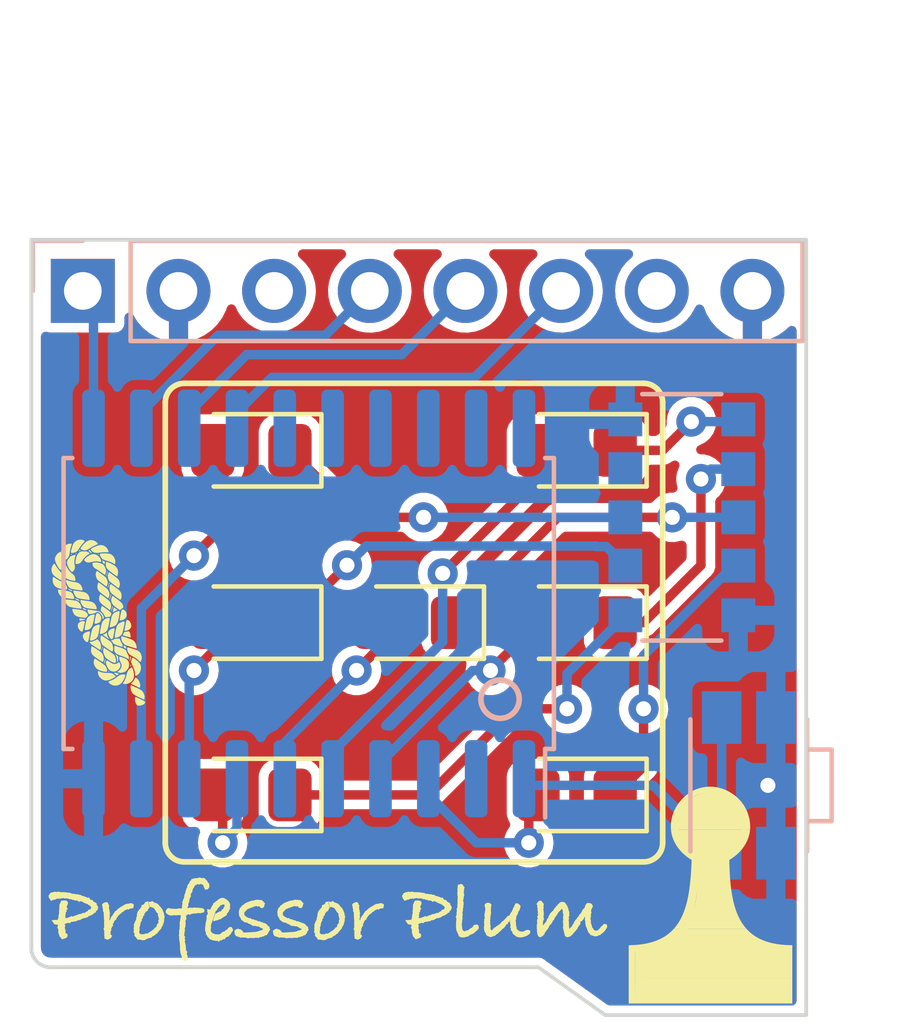
<source format=kicad_pcb>
(kicad_pcb (version 20211014) (generator pcbnew)
  (layers (0 "F.Cu" signal) (31 "B.Cu" signal) (34 "B.Paste" user) (35 "F.Paste" user) (36 "B.SilkS" user "B.Silkscreen") (37 "F.SilkS" user "F.Silkscreen") (38 "B.Mask" user) (39 "F.Mask" user) (44 "Edge.Cuts" user))
  (net 0 "")
  (net 1 "Net-(D1-Pad1)")
  (net 2 "Net-(D1-Pad2)")
  (net 3 "Net-(D2-Pad1)")
  (net 4 "Net-(D2-Pad2)")
  (net 5 "Net-(D3-Pad1)")
  (net 6 "Net-(D3-Pad2)")
  (net 7 "Net-(D4-Pad1)")
  (net 8 "Net-(D4-Pad2)")
  (net 9 "Net-(D5-Pad1)")
  (net 10 "Net-(D5-Pad2)")
  (net 11 "Net-(D6-Pad1)")
  (net 12 "Net-(D6-Pad2)")
  (net 13 "Net-(D7-Pad1)")
  (net 14 "Net-(D7-Pad2)")
  (net 15 "GND")
  (net 17 "Net-(SW1-Pad1)")
  (net 20 "TPICLK")
  (net 21 "RST")
  (net 22 "TPIDATA")
  (net 23 "unconnected-(U1-Pad15)")
  (net 28 "VCC")
  (net 30 "unconnected-(U1-Pad16)")
  (footprint "LED_SMD:LED_0805_2012Metric_Pad1.15x1.40mm_HandSolder" (layer "F.Cu") (at 129.032 58.928 180)
    (fp_text reference "D4" hide)
    (fp_text value "LED")
  )
  (footprint "LED_SMD:LED_0805_2012Metric_Pad1.15x1.40mm_HandSolder" (layer "F.Cu") (at 137.668 58.928 180)
    (fp_text reference "D7" hide)
    (fp_text value "LED")
  )
  (footprint "LED_SMD:LED_0805_2012Metric_Pad1.15x1.40mm_HandSolder" (layer "F.Cu") (at 129.032 54.356 180)
    (fp_text reference "D1" hide)
    (fp_text value "LED")
  )
  (footprint "LED_SMD:LED_0805_2012Metric_Pad1.15x1.40mm_HandSolder" (layer "F.Cu") (at 137.668 63.5 180)
    (fp_text reference "D3" hide)
    (fp_text value "LED")
  )
  (footprint "LED_SMD:LED_0805_2012Metric_Pad1.15x1.40mm_HandSolder" (layer "F.Cu") (at 129.032 63.5 180)
    (fp_text reference "D6" hide)
    (fp_text value "LED")
  )
  (footprint "LED_SMD:LED_0805_2012Metric_Pad1.15x1.40mm_HandSolder" (layer "F.Cu") (at 137.668 54.356 180)
    (fp_text reference "D5" hide)
    (fp_text value "LED")
  )
  (footprint "LED_SMD:LED_0805_2012Metric_Pad1.15x1.40mm_HandSolder" (layer "F.Cu") (at 133.3495 58.928 180)
    (fp_text reference "D2" hide)
    (fp_text value "LED")
  )
  (footprint "Resistor_SMD:R_Array_Convex_5x1206" (layer "B.Cu") (at 140.462 56.134 180)
    (fp_text reference "RN1" hide)
    (fp_text value "R_Network08")
  )
  (footprint "Package_SO:SOIC-20W_7.5x12.8mm_P1.27mm" (layer "B.Cu") (at 130.556 58.42 90)
    (fp_text reference "U1" hide)
    (fp_text value "ATtiny40-S")
  )
  (footprint "Button_Switch_SMD:SW_SPST_EVQP7A" (layer "B.Cu") (at 142.24 63.246 -90)
    (fp_text reference "SW1" hide)
    (fp_text value "SW_SPST")
  )
  (footprint "Connector_PinHeader_2.54mm:PinHeader_1x08_P2.54mm_Vertical" (layer "B.Cu") (at 124.556602 50.125411 -90)
    (fp_text reference "J1" hide)
    (fp_text value "Conn_01x08_Female")
  )
  (gr_circle (center 135.636 60.96) (end 136.144 60.96) (layer "B.SilkS") (width 0.15) (fill none))
  (gr_poly (pts (xy 124.415342 58.301797) (xy 124.422837 58.305204) (xy 124.429896 58.308725) (xy 124.436485 58.312326) (xy 124.442569 58.315971) (xy 124.448112 58.319624) (xy 124.453079 58.32325) (xy 124.457434 58.326814) (xy 124.461144 58.33028) (xy 124.464172 58.333612) (xy 124.466484 58.336776) (xy 124.467361 58.338283) (xy 124.468044 58.339735) (xy 124.468532 58.341127) (xy 124.468818 58.342455) (xy 124.468898 58.343714) (xy 124.468769 58.344899) (xy 124.468426 58.346007) (xy 124.467864 58.347033) (xy 124.467078 58.347973) (xy 124.466066 58.348821) (xy 124.464821 58.349574) (xy 124.46334 58.350227) (xy 124.461912 58.350553) (xy 124.460093 58.350619) (xy 124.455395 58.350031) (xy 124.449467 58.348573) (xy 124.442529 58.346355) (xy 124.434803 58.343486) (xy 124.42651 58.340077) (xy 124.41787 58.336237) (xy 124.409105 58.332077) (xy 124.400435 58.327707) (xy 124.392082 58.323236) (xy 124.384266 58.318775) (xy 124.377208 58.314433) (xy 124.37113 58.31032) (xy 124.366251 58.306546) (xy 124.362794 58.303222) (xy 124.361668 58.301763) (xy 124.360979 58.300457) (xy 124.360331 58.298633) (xy 124.359804 58.296926) (xy 124.3594 58.295337) (xy 124.359123 58.293866) (xy 124.358977 58.292512) (xy 124.358964 58.291277) (xy 124.359086 58.290161) (xy 124.3592 58.289648) (xy 124.359348 58.289164) (xy 124.359532 58.28871) (xy 124.359753 58.288287) (xy 124.360009 58.287893) (xy 124.360302 58.287528) (xy 124.360632 58.287194) (xy 124.361 58.28689) (xy 124.361406 58.286617) (xy 124.36185 58.286373) (xy 124.362332 58.286159) (xy 124.362853 58.285976) (xy 124.364015 58.285699) (xy 124.365337 58.285544) (xy 124.366823 58.285511) (xy 124.368475 58.285599) (xy 124.370297 58.28581) (xy 124.372292 58.286143) (xy 124.374463 58.286599) (xy 124.376813 58.287177) (xy 124.379345 58.28788) (xy 124.382062 58.288706) (xy 124.384967 58.289656) (xy 124.388063 58.29073) (xy 124.391353 58.291929) (xy 124.394841 58.293253) (xy 124.398529 58.294702) (xy 124.406518 58.297977) (xy 124.415345 58.301757) (xy 124.415342 58.301797)) (layer "F.SilkS") (width 0) (fill solid))
  (gr_poly (pts (xy 124.990511 59.951246) (xy 125.012399 59.965793) (xy 125.034329 59.980741) (xy 125.055709 59.995655) (xy 125.075945 60.010099) (xy 125.094444 60.023638) (xy 125.110614 60.035838) (xy 125.12386 60.046263) (xy 125.133589 60.054477) (xy 125.141637 60.062387) (xy 125.149401 60.071123) (xy 125.156832 60.080561) (xy 125.16388 60.09058) (xy 125.170496 60.101057) (xy 125.17663 60.111869) (xy 125.182233 60.122894) (xy 125.187256 60.134009) (xy 125.191649 60.145093) (xy 125.195363 60.156022) (xy 125.198348 60.166674) (xy 125.200556 60.176927) (xy 125.201936 60.186659) (xy 125.20244 60.195746) (xy 125.202348 60.200009) (xy 125.202018 60.204066) (xy 125.201444 60.207901) (xy 125.20062 60.211497) (xy 125.1992 60.215843) (xy 125.197832 60.219623) (xy 125.197137 60.221308) (xy 125.196416 60.222862) (xy 125.195659 60.224288) (xy 125.194852 60.22559) (xy 125.193982 60.226771) (xy 125.193038 60.227834) (xy 125.192006 60.228783) (xy 125.190875 60.229621) (xy 125.18963 60.230352) (xy 125.188261 60.230979) (xy 125.186754 60.231506) (xy 125.185098 60.231936) (xy 125.183278 60.232273) (xy 125.181283 60.232519) (xy 125.1791 60.232679) (xy 125.176717 60.232756) (xy 125.174121 60.232754) (xy 125.171299 60.232675) (xy 125.16824 60.232524) (xy 125.16493 60.232303) (xy 125.157507 60.231667) (xy 125.148932 60.230796) (xy 125.127921 60.228458) (xy 125.113978 60.226447) (xy 125.099715 60.223853) (xy 125.085233 60.220713) (xy 125.070635 60.217064) (xy 125.05602 60.212943) (xy 125.041492 60.208389) (xy 125.02715 60.203439) (xy 125.013097 60.19813) (xy 124.999433 60.1925) (xy 124.98626 60.186586) (xy 124.97368 60.180425) (xy 124.961793 60.174056) (xy 124.950702 60.167515) (xy 124.940507 60.16084) (xy 124.93131 60.154068) (xy 124.923212 60.147238) (xy 124.916111 60.140417) (xy 124.909074 60.132727) (xy 124.902151 60.124269) (xy 124.895393 60.115144) (xy 124.888853 60.105455) (xy 124.882583 60.095302) (xy 124.876632 60.084787) (xy 124.871054 60.074012) (xy 124.8659 60.063077) (xy 124.86122 60.052085) (xy 124.857068 60.041136) (xy 124.853494 60.030333) (xy 124.85055 60.019776) (xy 124.848287 60.009568) (xy 124.846758 59.999809) (xy 124.846013 59.990601) (xy 124.846018 59.981888) (xy 124.846399 59.972875) (xy 124.847129 59.96368) (xy 124.848178 59.954424) (xy 124.849517 59.945227) (xy 124.851118 59.936209) (xy 124.852952 59.927489) (xy 124.85499 59.919187) (xy 124.857203 59.911424) (xy 124.859563 59.904319) (xy 124.862041 59.897993) (xy 124.864608 59.892564) (xy 124.867236 59.888154) (xy 124.869894 59.884881) (xy 124.871227 59.883709) (xy 124.872556 59.882866) (xy 124.873879 59.882368) (xy 124.875192 59.882229) (xy 124.875862 59.882327) (xy 124.87679 59.882605) (xy 124.879389 59.883678) (xy 124.882934 59.885411) (xy 124.887371 59.887767) (xy 124.898706 59.894202) (xy 124.91296 59.902685) (xy 124.929699 59.912922) (xy 124.948491 59.924617) (xy 124.990498 59.951199) (xy 124.990511 59.951246)) (layer "F.SilkS") (width 0) (fill solid))
  (gr_arc (start 126.746 53.086) (mid 126.89479 52.72679) (end 127.254 52.578) (layer "F.SilkS") (width 0.15))
  (gr_poly (pts (xy 124.903176 57.331135) (xy 124.915863 57.331146) (xy 124.929161 57.331825) (xy 124.942929 57.33313) (xy 124.957027 57.335018) (xy 124.971314 57.337445) (xy 124.98565 57.340369) (xy 124.999896 57.343747) (xy 125.013909 57.347536) (xy 125.027551 57.351693) (xy 125.04068 57.356175) (xy 125.053157 57.36094) (xy 125.06484 57.365944) (xy 125.07559 57.371144) (xy 125.085267 57.376498) (xy 125.093729 57.381963) (xy 125.100836 57.387495) (xy 125.107735 57.39456) (xy 125.114673 57.403156) (xy 125.121574 57.413086) (xy 125.128364 57.424151) (xy 125.134969 57.436151) (xy 125.141314 57.448889) (xy 125.147324 57.462166) (xy 125.152925 57.475783) (xy 125.158042 57.489542) (xy 125.1626 57.503244) (xy 125.166525 57.51669) (xy 125.169743 57.529682) (xy 125.172177 57.542022) (xy 125.173755 57.55351) (xy 125.174401 57.563948) (xy 125.17404 57.573137) (xy 125.172929 57.580144) (xy 125.171412 57.587522) (xy 125.169542 57.595148) (xy 125.16737 57.602896) (xy 125.16495 57.610645) (xy 125.162334 57.618268) (xy 125.159574 57.625644) (xy 125.156723 57.632648) (xy 125.153834 57.639155) (xy 125.150958 57.645043) (xy 125.148149 57.650187) (xy 125.145459 57.654464) (xy 125.14294 57.657749) (xy 125.140645 57.659919) (xy 125.139598 57.660547) (xy 125.138626 57.66085) (xy 125.137737 57.660812) (xy 125.136936 57.660418) (xy 125.129381 57.654763) (xy 125.111356 57.641532) (xy 125.085865 57.622721) (xy 125.055911 57.600328) (xy 125.039238 57.58837) (xy 125.021513 57.575975) (xy 125.003276 57.563504) (xy 124.985066 57.551318) (xy 124.96742 57.539778) (xy 124.950879 57.529247) (xy 124.935981 57.520086) (xy 124.923265 57.512657) (xy 124.910677 57.505399) (xy 124.899031 57.498272) (xy 124.888293 57.491238) (xy 124.878428 57.484257) (xy 124.8694 57.47729) (xy 124.861176 57.470299) (xy 124.85372 57.463243) (xy 124.846998 57.456086) (xy 124.840975 57.448786) (xy 124.835616 57.441306) (xy 124.830885 57.433606) (xy 124.82675 57.425647) (xy 124.823173 57.41739) (xy 124.820122 57.408797) (xy 124.817561 57.399828) (xy 124.815455 57.390444) (xy 124.814119 57.382026) (xy 124.813667 57.378133) (xy 124.81337 57.374443) (xy 124.813237 57.370951) (xy 124.813278 57.367651) (xy 124.813499 57.364538) (xy 124.81391 57.361606) (xy 124.81452 57.358849) (xy 124.815338 57.356262) (xy 124.81637 57.353839) (xy 124.817628 57.351576) (xy 124.819118 57.349465) (xy 124.82085 57.347503) (xy 124.822833 57.345682) (xy 124.825074 57.343999) (xy 124.827583 57.342446) (xy 124.830367 57.341019) (xy 124.833437 57.339712) (xy 124.8368 57.33852) (xy 124.840465 57.337436) (xy 124.844441 57.336456) (xy 124.848735 57.335574) (xy 124.853358 57.334784) (xy 124.858317 57.334081) (xy 124.863621 57.333459) (xy 124.875299 57.332437) (xy 124.888461 57.331673) (xy 124.903176 57.331123) (xy 124.903176 57.331135)) (layer "F.SilkS") (width 0) (fill solid))
  (gr_poly (pts (xy 125.099133 57.090215) (xy 125.127448 57.089673) (xy 125.155995 57.090101) (xy 125.184075 57.091427) (xy 125.210988 57.093581) (xy 125.236037 57.096491) (xy 125.258521 57.100085) (xy 125.268583 57.102117) (xy 125.277742 57.104294) (xy 125.285911 57.106606) (xy 125.293001 57.109045) (xy 125.300102 57.111996) (xy 125.307127 57.11545) (xy 125.314062 57.119386) (xy 125.320896 57.123779) (xy 125.327615 57.128606) (xy 125.334207 57.133844) (xy 125.340658 57.13947) (xy 125.346956 57.145459) (xy 125.353089 57.15179) (xy 125.359044 57.158438) (xy 125.364807 57.165381) (xy 125.370366 57.172595) (xy 125.375709 57.180056) (xy 125.380822 57.187741) (xy 125.385693 57.195627) (xy 125.390309 57.203691) (xy 125.394657 57.21191) (xy 125.398725 57.220259) (xy 125.4025 57.228716) (xy 125.405969 57.237257) (xy 125.409119 57.245859) (xy 125.411938 57.254499) (xy 125.414412 57.263154) (xy 125.41653 57.271799) (xy 125.418277 57.280412) (xy 125.419643 57.28897) (xy 125.420613 57.297448) (xy 125.421175 57.305825) (xy 125.421317 57.314075) (xy 125.421025 57.322177) (xy 125.420287 57.330107) (xy 125.419089 57.337841) (xy 125.410829 57.379901) (xy 125.346019 57.344671) (xy 125.331536 57.337197) (xy 125.314508 57.329243) (xy 125.295571 57.321067) (xy 125.275357 57.312926) (xy 125.254503 57.305081) (xy 125.233642 57.297787) (xy 125.213408 57.291305) (xy 125.194435 57.285892) (xy 125.17609 57.280488) (xy 125.157918 57.274724) (xy 125.140399 57.268769) (xy 125.124014 57.26279) (xy 125.109241 57.256958) (xy 125.096561 57.25144) (xy 125.086453 57.246405) (xy 125.082513 57.244121) (xy 125.079396 57.242022) (xy 125.073955 57.237609) (xy 125.068284 57.232088) (xy 125.062462 57.225602) (xy 125.056568 57.218298) (xy 125.050683 57.210318) (xy 125.044886 57.201809) (xy 125.039256 57.192915) (xy 125.033873 57.18378) (xy 125.028817 57.174549) (xy 125.024167 57.165367) (xy 125.020003 57.156378) (xy 125.016404 57.147728) (xy 125.01345 57.139561) (xy 125.01122 57.132022) (xy 125.009794 57.125255) (xy 125.009407 57.122206) (xy 125.009251 57.119405) (xy 125.009339 57.117294) (xy 125.009517 57.11529) (xy 125.009794 57.113391) (xy 125.010179 57.111593) (xy 125.010679 57.109893) (xy 125.011303 57.108288) (xy 125.012061 57.106776) (xy 125.012959 57.105353) (xy 125.014008 57.104017) (xy 125.015216 57.102764) (xy 125.01659 57.101591) (xy 125.01814 57.100495) (xy 125.019874 57.099474) (xy 125.0218 57.098525) (xy 125.023928 57.097643) (xy 125.026265 57.096827) (xy 125.02882 57.096074) (xy 125.031603 57.09538) (xy 125.03462 57.094742) (xy 125.037881 57.094158) (xy 125.041394 57.093624) (xy 125.045169 57.093138) (xy 125.049212 57.092696) (xy 125.053534 57.092295) (xy 125.058141 57.091933) (xy 125.063044 57.091607) (xy 125.073768 57.091048) (xy 125.085774 57.090596) (xy 125.09913 57.090225) (xy 125.099133 57.090215)) (layer "F.SilkS") (width 0) (fill solid))
  (gr_poly (pts (xy 125.264307 58.804406) (xy 125.266274 58.806188) (xy 125.267787 58.80947) (xy 125.268862 58.81416) (xy 125.269521 58.820164) (xy 125.269664 58.835736) (xy 125.268371 58.855435) (xy 125.265794 58.87851) (xy 125.262089 58.90421) (xy 125.257409 58.931783) (xy 125.251908 58.960479) (xy 125.239063 59.018233) (xy 125.232026 59.045789) (xy 125.224786 59.071463) (xy 125.217495 59.094503) (xy 125.21031 59.114158) (xy 125.203383 59.129677) (xy 125.196869 59.140309) (xy 125.190821 59.147952) (xy 125.184094 59.155414) (xy 125.176738 59.162669) (xy 125.168805 59.169691) (xy 125.160345 59.176455) (xy 125.151408 59.182934) (xy 125.142046 59.189104) (xy 125.13231 59.194937) (xy 125.122249 59.200409) (xy 125.111916 59.205493) (xy 125.101359 59.210164) (xy 125.090631 59.214396) (xy 125.079783 59.218164) (xy 125.068863 59.221441) (xy 125.057925 59.224201) (xy 125.047017 59.22642) (xy 125.038481 59.227826) (xy 125.031083 59.228903) (xy 125.027805 59.229233) (xy 125.024802 59.229377) (xy 125.022073 59.229304) (xy 125.019616 59.228977) (xy 125.017426 59.228363) (xy 125.016431 59.227938) (xy 125.015502 59.227429) (xy 125.014639 59.226831) (xy 125.013841 59.22614) (xy 125.013108 59.225351) (xy 125.01244 59.224462) (xy 125.011836 59.223466) (xy 125.011296 59.222361) (xy 125.01082 59.221141) (xy 125.010407 59.219803) (xy 125.00977 59.216753) (xy 125.009382 59.213179) (xy 125.00924 59.209046) (xy 125.009343 59.20432) (xy 125.009686 59.198966) (xy 125.010267 59.192951) (xy 125.011085 59.186241) (xy 125.012135 59.178801) (xy 125.014923 59.161598) (xy 125.01861 59.14107) (xy 125.023173 59.116943) (xy 125.034845 59.056806) (xy 125.043802 59.014492) (xy 125.051477 58.980705) (xy 125.055031 58.966527) (xy 125.058501 58.953903) (xy 125.061965 58.942641) (xy 125.065503 58.932549) (xy 125.069194 58.923433) (xy 125.073115 58.915102) (xy 125.077346 58.907363) (xy 125.081965 58.900023) (xy 125.087052 58.89289) (xy 125.092685 58.885772) (xy 125.105903 58.870811) (xy 125.112243 58.863952) (xy 125.118225 58.857719) (xy 125.123912 58.852066) (xy 125.129366 58.846951) (xy 125.134649 58.84233) (xy 125.139825 58.838158) (xy 125.144955 58.834394) (xy 125.150102 58.830992) (xy 125.155329 58.827909) (xy 125.160698 58.825103) (xy 125.166272 58.822528) (xy 125.172113 58.820142) (xy 125.178283 58.817901) (xy 125.184846 58.815761) (xy 125.191864 58.813678) (xy 125.199398 58.81161) (xy 125.210012 58.809105) (xy 125.220482 58.807006) (xy 125.230523 58.80534) (xy 125.23985 58.804133) (xy 125.248178 58.80341) (xy 125.251877 58.803239) (xy 125.255219 58.803198) (xy 125.258169 58.803292) (xy 125.26069 58.803523) (xy 125.262747 58.803894) (xy 125.264304 58.80441) (xy 125.264307 58.804406)) (layer "F.SilkS") (width 0) (fill solid))
  (gr_poly (pts (xy 123.832006 57.749758) (xy 123.837616 57.75399) (xy 123.844032 57.758522) (xy 123.858985 57.768322) (xy 123.876271 57.778829) (xy 123.895298 57.789716) (xy 123.915473 57.800656) (xy 123.936202 57.811319) (xy 123.956893 57.821379) (xy 123.976952 57.830508) (xy 123.995637 57.839227) (xy 124.012878 57.847788) (xy 124.028731 57.85625) (xy 124.043255 57.864668) (xy 124.056509 57.8731) (xy 124.06855 57.881602) (xy 124.079438 57.890233) (xy 124.08923 57.899049) (xy 124.097985 57.908106) (xy 124.105761 57.917463) (xy 124.112617 57.927175) (xy 124.11861 57.9373) (xy 124.1238 57.947895) (xy 124.128245 57.959018) (xy 124.132002 57.970724) (xy 124.135131 57.983071) (xy 124.137464 57.993952) (xy 124.139237 58.003658) (xy 124.140409 58.012243) (xy 124.140755 58.016133) (xy 124.140935 58.019763) (xy 124.140942 58.023141) (xy 124.140772 58.026273) (xy 124.140419 58.029167) (xy 124.139878 58.031828) (xy 124.139143 58.034264) (xy 124.138209 58.036481) (xy 124.13707 58.038488) (xy 124.135721 58.040289) (xy 124.134157 58.041893) (xy 124.132372 58.043306) (xy 124.130361 58.044535) (xy 124.128119 58.045586) (xy 124.125639 58.046468) (xy 124.122918 58.047186) (xy 124.119948 58.047747) (xy 124.116726 58.048159) (xy 124.113245 58.048427) (xy 124.1095 58.04856) (xy 124.101197 58.048444) (xy 124.091773 58.047866) (xy 124.081186 58.046882) (xy 124.044682 58.042373) (xy 124.010909 58.037273) (xy 123.979761 58.031519) (xy 123.951131 58.025048) (xy 123.924915 58.017798) (xy 123.901006 58.009706) (xy 123.879298 58.000709) (xy 123.859687 57.990745) (xy 123.842065 57.979751) (xy 123.826327 57.967665) (xy 123.812368 57.954423) (xy 123.800082 57.939963) (xy 123.789362 57.924223) (xy 123.780103 57.90714) (xy 123.7722 57.88865) (xy 123.765545 57.868692) (xy 123.762791 57.858031) (xy 123.760512 57.846694) (xy 123.7587 57.834855) (xy 123.757343 57.822692) (xy 123.756435 57.810381) (xy 123.755965 57.798099) (xy 123.755924 57.786022) (xy 123.756303 57.774325) (xy 123.757093 57.763186) (xy 123.758284 57.752781) (xy 123.759867 57.743286) (xy 123.761834 57.734878) (xy 123.764175 57.727732) (xy 123.76688 57.722026) (xy 123.768366 57.719768) (xy 123.769941 57.717935) (xy 123.771601 57.716551) (xy 123.773347 57.715636) (xy 123.77379 57.715545) (xy 123.77436 57.715549) (xy 123.775053 57.715647) (xy 123.775866 57.715838) (xy 123.777835 57.716486) (xy 123.780238 57.717476) (xy 123.783045 57.71879) (xy 123.786226 57.720412) (xy 123.78975 57.722324) (xy 123.793589 57.724509) (xy 123.797711 57.726949) (xy 123.802087 57.729629) (xy 123.806688 57.732529) (xy 123.811482 57.735633) (xy 123.816441 57.738924) (xy 123.821534 57.742385) (xy 123.826731 57.745998) (xy 123.832002 57.749746) (xy 123.832006 57.749758)) (layer "F.SilkS") (width 0) (fill solid))
  (gr_poly (pts (xy 124.320844 57.849074) (xy 124.334259 57.850572) (xy 124.347283 57.852399) (xy 124.359913 57.854552) (xy 124.372144 57.857028) (xy 124.383971 57.859825) (xy 124.39539 57.862937) (xy 124.406397 57.866363) (xy 124.416985 57.870098) (xy 124.427152 57.87414) (xy 124.436892 57.878485) (xy 124.446201 57.88313) (xy 124.455074 57.888071) (xy 124.463507 57.893305) (xy 124.471495 57.89883) (xy 124.479033 57.90464) (xy 124.486116 57.910734) (xy 124.491445 57.916163) (xy 124.496841 57.922585) (xy 124.502252 57.929885) (xy 124.507623 57.937946) (xy 124.512901 57.946654) (xy 124.518033 57.955891) (xy 124.522965 57.965542) (xy 124.527643 57.975492) (xy 124.532013 57.985624) (xy 124.536023 57.995823) (xy 124.539618 58.005973) (xy 124.542745 58.015959) (xy 124.54535 58.025663) (xy 124.54738 58.034971) (xy 124.548781 58.043767) (xy 124.549499 58.051935) (xy 124.549588 58.056528) (xy 124.549579 58.0586) (xy 124.54951 58.060525) (xy 124.549361 58.062305) (xy 124.549113 58.063943) (xy 124.548748 58.065441) (xy 124.548247 58.0668) (xy 124.547939 58.067428) (xy 124.54759 58.068022) (xy 124.547198 58.068583) (xy 124.546759 58.069111) (xy 124.546272 58.069605) (xy 124.545735 58.070067) (xy 124.545145 58.070496) (xy 124.544499 58.070893) (xy 124.543795 58.071258) (xy 124.543031 58.071591) (xy 124.541314 58.072164) (xy 124.539328 58.072612) (xy 124.537053 58.072939) (xy 124.534472 58.073146) (xy 124.531565 58.073235) (xy 124.528313 58.073209) (xy 124.524698 58.073069) (xy 124.5207 58.072819) (xy 124.5163 58.072458) (xy 124.51148 58.071991) (xy 124.50622 58.071419) (xy 124.494307 58.069967) (xy 124.480408 58.068119) (xy 124.446049 58.063305) (xy 124.391213 58.055849) (xy 124.346097 58.049104) (xy 124.309407 58.042764) (xy 124.279845 58.036525) (xy 124.267333 58.033348) (xy 124.256116 58.030081) (xy 124.246033 58.026687) (xy 124.236922 58.023128) (xy 124.228621 58.019365) (xy 124.220967 58.015361) (xy 124.2138 58.011077) (xy 124.206956 58.006475) (xy 124.203213 58.003561) (xy 124.199388 58.000225) (xy 124.191549 57.99238) (xy 124.183543 57.983138) (xy 124.175478 57.972694) (xy 124.167458 57.961247) (xy 124.15959 57.948993) (xy 124.15198 57.936128) (xy 124.144732 57.92285) (xy 124.137954 57.909355) (xy 124.131751 57.895841) (xy 124.126229 57.882503) (xy 124.121494 57.86954) (xy 124.117652 57.857148) (xy 124.114808 57.845524) (xy 124.113069 57.834864) (xy 124.112646 57.829958) (xy 124.11254 57.825366) (xy 124.113397 57.794107) (xy 124.185606 57.818537) (xy 124.201652 57.823572) (xy 124.219012 57.828528) (xy 124.237152 57.833273) (xy 124.255537 57.837669) (xy 124.273634 57.841583) (xy 124.290907 57.844879) (xy 124.306823 57.847422) (xy 124.320847 57.849077) (xy 124.320844 57.849074)) (layer "F.SilkS") (width 0) (fill solid))
  (gr_line (start 140.741483 66.382074) (end 140.63347 66.923865) (layer "F.SilkS") (width 0.15))
  (gr_line (start 140.910913 65.330092) (end 140.741483 66.382074) (layer "F.SilkS") (width 0.15))
  (gr_line (start 127.254 52.578) (end 139.446 52.578) (layer "F.SilkS") (width 0.15))
  (gr_line (start 126.746 64.77) (end 126.746 53.086) (layer "F.SilkS") (width 0.15))
  (gr_poly (pts (xy 124.981479 58.686092) (xy 124.985032 58.688848) (xy 124.98855 58.691836) (xy 124.995457 58.698459) (xy 125.00215 58.705862) (xy 125.008578 58.713941) (xy 125.014693 58.722595) (xy 125.020442 58.731722) (xy 125.025777 58.741219) (xy 125.030647 58.750985) (xy 125.035002 58.760917) (xy 125.038792 58.770914) (xy 125.041968 58.780874) (xy 125.044477 58.790694) (xy 125.046272 58.800273) (xy 125.047301 58.809509) (xy 125.047513 58.813966) (xy 125.047515 58.818299) (xy 125.0473 58.822495) (xy 125.046863 58.826541) (xy 125.045199 58.838895) (xy 125.043043 58.850414) (xy 125.040364 58.86114) (xy 125.03713 58.871112) (xy 125.035297 58.875828) (xy 125.033313 58.88037) (xy 125.031176 58.884744) (xy 125.028882 58.888954) (xy 125.026426 58.893006) (xy 125.023806 58.896904) (xy 125.021017 58.900654) (xy 125.018055 58.90426) (xy 125.014917 58.907728) (xy 125.011599 58.911062) (xy 125.008097 58.914267) (xy 125.004408 58.917349) (xy 125.000527 58.920313) (xy 124.99645 58.923163) (xy 124.987697 58.928542) (xy 124.978118 58.933526) (xy 124.967681 58.938156) (xy 124.956358 58.942472) (xy 124.944117 58.946513) (xy 124.932175 58.949891) (xy 124.92046 58.952735) (xy 124.909287 58.955024) (xy 124.898971 58.956734) (xy 124.889825 58.957846) (xy 124.88579 58.95817) (xy 124.882165 58.958335) (xy 124.87899 58.958341) (xy 124.876305 58.958182) (xy 124.874148 58.957857) (xy 124.872558 58.957363) (xy 124.871852 58.95695) (xy 124.871219 58.956239) (xy 124.870661 58.955234) (xy 124.870175 58.95394) (xy 124.869762 58.952362) (xy 124.869421 58.950504) (xy 124.868954 58.945965) (xy 124.868773 58.940361) (xy 124.868872 58.933727) (xy 124.86925 58.926101) (xy 124.869902 58.917517) (xy 124.870826 58.908012) (xy 124.872019 58.897623) (xy 124.873478 58.886386) (xy 124.875198 58.874337) (xy 124.877178 58.861511) (xy 124.879413 58.847947) (xy 124.881902 58.833678) (xy 124.884639 58.818743) (xy 124.891966 58.782426) (xy 124.898515 58.752794) (xy 124.904502 58.729173) (xy 124.907353 58.719407) (xy 124.910146 58.710892) (xy 124.912907 58.703543) (xy 124.915664 58.697277) (xy 124.918443 58.69201) (xy 124.921272 58.687657) (xy 124.924179 58.684135) (xy 124.92719 58.681359) (xy 124.930332 58.679246) (xy 124.933632 58.677712) (xy 124.936333 58.676826) (xy 124.939153 58.676153) (xy 124.942074 58.675688) (xy 124.945079 58.675424) (xy 124.948151 58.675358) (xy 124.951272 58.675483) (xy 124.954427 58.675794) (xy 124.957598 58.676287) (xy 124.960767 58.676955) (xy 124.963917 58.677794) (xy 124.967032 58.678798) (xy 124.970095 58.679962) (xy 124.973087 58.68128) (xy 124.975993 58.682748) (xy 124.978795 58.68436) (xy 124.981475 58.686112) (xy 124.981479 58.686092)) (layer "F.SilkS") (width 0) (fill solid))
  (gr_poly (pts (xy 125.495333 59.349069) (xy 125.49766 59.348258) (xy 125.499934 59.34759) (xy 125.502159 59.347067) (xy 125.504336 59.346691) (xy 125.506468 59.346465) (xy 125.508557 59.346389) (xy 125.510605 59.346467) (xy 125.512615 59.346701) (xy 125.514588 59.347092) (xy 125.516527 59.347643) (xy 125.518435 59.348356) (xy 125.520313 59.349234) (xy 125.522163 59.350277) (xy 125.523989 59.351489) (xy 125.525792 59.352871) (xy 125.527574 59.354426) (xy 125.529338 59.356156) (xy 125.531086 59.358063) (xy 125.53282 59.360148) (xy 125.534543 59.362415) (xy 125.536256 59.364866) (xy 125.537962 59.367501) (xy 125.539664 59.370325) (xy 125.541363 59.373338) (xy 125.543062 59.376543) (xy 125.544763 59.379942) (xy 125.54818 59.38733) (xy 125.551632 59.39552) (xy 125.555138 59.404529) (xy 125.558454 59.412794) (xy 125.562364 59.421601) (xy 125.56673 59.430692) (xy 125.571415 59.439811) (xy 125.576282 59.4487) (xy 125.581192 59.457103) (xy 125.586009 59.464761) (xy 125.590596 59.471418) (xy 125.59444 59.477202) (xy 125.598034 59.483683) (xy 125.601352 59.490725) (xy 125.604367 59.498189) (xy 125.607053 59.505938) (xy 125.609382 59.513834) (xy 125.611329 59.52174) (xy 125.612867 59.529517) (xy 125.613968 59.537029) (xy 125.614607 59.544137) (xy 125.614757 59.550703) (xy 125.614391 59.556591) (xy 125.613482 59.561662) (xy 125.612816 59.563848) (xy 125.612005 59.565779) (xy 125.611044 59.567436) (xy 125.609931 59.568804) (xy 125.608663 59.569863) (xy 125.607236 59.570599) (xy 125.60607 59.570609) (xy 125.603746 59.57024) (xy 125.595884 59.56844) (xy 125.584179 59.565349) (xy 125.569156 59.561116) (xy 125.551342 59.555893) (xy 125.531265 59.549829) (xy 125.509452 59.543074) (xy 125.48643 59.535779) (xy 125.459984 59.52671) (xy 125.436632 59.518051) (xy 125.416433 59.509847) (xy 125.399444 59.502143) (xy 125.392171 59.498492) (xy 125.385721 59.494984) (xy 125.380103 59.491623) (xy 125.375322 59.488415) (xy 125.371387 59.485366) (xy 125.368305 59.482482) (xy 125.366082 59.479768) (xy 125.364726 59.477229) (xy 125.363823 59.475037) (xy 125.362678 59.472615) (xy 125.36131 59.46999) (xy 125.359733 59.467183) (xy 125.357962 59.464221) (xy 125.356015 59.461127) (xy 125.353906 59.457926) (xy 125.351652 59.454642) (xy 125.349269 59.451299) (xy 125.346772 59.447921) (xy 125.344176 59.444533) (xy 125.341499 59.441159) (xy 125.338756 59.437823) (xy 125.335962 59.43455) (xy 125.333134 59.431364) (xy 125.330287 59.428289) (xy 125.302397 59.39981) (xy 125.333417 59.39391) (xy 125.336564 59.393513) (xy 125.339775 59.392934) (xy 125.343023 59.392188) (xy 125.346285 59.391288) (xy 125.349535 59.39025) (xy 125.35275 59.389089) (xy 125.355904 59.387819) (xy 125.358973 59.386455) (xy 125.361931 59.385011) (xy 125.364755 59.383503) (xy 125.367419 59.381946) (xy 125.369899 59.380353) (xy 125.372169 59.378741) (xy 125.374206 59.377122) (xy 125.375984 59.375514) (xy 125.377479 59.373929) (xy 125.378297 59.372898) (xy 125.379174 59.371898) (xy 125.380109 59.37093) (xy 125.381104 59.369993) (xy 125.382157 59.369088) (xy 125.38327 59.368215) (xy 125.384441 59.367373) (xy 125.385671 59.366563) (xy 125.386959 59.365784) (xy 125.388307 59.365037) (xy 125.389713 59.364321) (xy 125.391179 59.363637) (xy 125.394286 59.362363) (xy 125.397628 59.361215) (xy 125.401205 59.360193) (xy 125.405018 59.359296) (xy 125.409066 59.358525) (xy 125.413348 59.35788) (xy 125.417866 59.357359) (xy 125.422619 59.356964) (xy 125.427607 59.356694) (xy 125.432829 59.356549) (xy 125.441571 59.356207) (xy 125.450577 59.355607) (xy 125.459584 59.354794) (xy 125.468327 59.353814) (xy 125.47654 59.352714) (xy 125.483958 59.351539) (xy 125.490317 59.350336) (xy 125.495351 59.34915) (xy 125.495333 59.349069)) (layer "F.SilkS") (width 0) (fill solid))
  (gr_poly (pts (xy 125.238282 59.671374) (xy 125.262389 59.687828) (xy 125.285981 59.704339) (xy 125.30846 59.720463) (xy 125.329228 59.735752) (xy 125.347689 59.749759) (xy 125.363244 59.762039) (xy 125.375296 59.772143) (xy 125.383246 59.779626) (xy 125.388001 59.785022) (xy 125.392579 59.790856) (xy 125.401179 59.803698) (xy 125.409 59.817871) (xy 125.415994 59.833091) (xy 125.422114 59.849076) (xy 125.427312 59.865543) (xy 125.431541 59.882209) (xy 125.434754 59.898792) (xy 125.436903 59.915009) (xy 125.437941 59.930578) (xy 125.43782 59.945216) (xy 125.436493 59.958641) (xy 125.435362 59.964809) (xy 125.433912 59.970569) (xy 125.432137 59.975883) (xy 125.430031 59.980717) (xy 125.427588 59.985036) (xy 125.424802 59.988805) (xy 125.421666 59.991987) (xy 125.418176 59.994548) (xy 125.416058 59.995555) (xy 125.41357 59.996266) (xy 125.410722 59.996688) (xy 125.407526 59.996824) (xy 125.403993 59.996679) (xy 125.400135 59.996259) (xy 125.391483 59.994611) (xy 125.38166 59.991919) (xy 125.370755 59.988222) (xy 125.358856 59.983559) (xy 125.34605 59.977968) (xy 125.332428 59.971489) (xy 125.318077 59.964161) (xy 125.303085 59.956022) (xy 125.287542 59.947113) (xy 125.271536 59.93747) (xy 125.255155 59.927134) (xy 125.238487 59.916144) (xy 125.221622 59.904538) (xy 125.212125 59.897761) (xy 125.203466 59.891389) (xy 125.195571 59.885337) (xy 125.188369 59.87952) (xy 125.181788 59.873853) (xy 125.175754 59.86825) (xy 125.170196 59.862626) (xy 125.165042 59.856896) (xy 125.160218 59.850975) (xy 125.155653 59.844777) (xy 125.151274 59.838217) (xy 125.147009 59.83121) (xy 125.142786 59.82367) (xy 125.138531 59.815513) (xy 125.134174 59.806652) (xy 125.129641 59.797003) (xy 125.123532 59.783478) (xy 125.117746 59.769456) (xy 125.112419 59.755369) (xy 125.107688 59.741649) (xy 125.103689 59.728728) (xy 125.100559 59.717039) (xy 125.099362 59.711791) (xy 125.098433 59.707013) (xy 125.09779 59.702759) (xy 125.097449 59.699082) (xy 125.097157 59.692809) (xy 125.097213 59.685771) (xy 125.097583 59.678125) (xy 125.098238 59.670026) (xy 125.100269 59.653099) (xy 125.103052 59.636238) (xy 125.10633 59.620696) (xy 125.108076 59.61381) (xy 125.109849 59.607723) (xy 125.111619 59.60259) (xy 125.113353 59.598569) (xy 125.115019 59.595815) (xy 125.115817 59.594962) (xy 125.116586 59.594484) (xy 125.116925 59.594517) (xy 125.117562 59.594752) (xy 125.119703 59.595808) (xy 125.127241 59.600131) (xy 125.138717 59.607138) (xy 125.153649 59.616511) (xy 125.171556 59.627937) (xy 125.191955 59.641098) (xy 125.238301 59.671365) (xy 125.238282 59.671374)) (layer "F.SilkS") (width 0) (fill solid))
  (gr_arc (start 139.954 64.77) (mid 139.80521 65.12921) (end 139.446 65.278) (layer "F.SilkS") (width 0.15))
  (gr_poly (pts (xy 132.553645 66.430979) (xy 132.535581 66.505467) (xy 132.452042 66.516746) (xy 132.40689 66.546116) (xy 132.377538 66.532591) (xy 132.34593 66.550682) (xy 132.312066 66.564207) (xy 132.289491 66.579978) (xy 132.289491 66.589012) (xy 132.242074 66.61157) (xy 132.210465 66.65222) (xy 132.194657 66.65222) (xy 132.185945 66.661364) (xy 132.177867 66.669588) (xy 132.170424 66.676893) (xy 132.163615 66.68328) (xy 132.157441 66.68875) (xy 132.151902 66.693302) (xy 132.149371 66.695234) (xy 132.146998 66.696937) (xy 132.144784 66.698411) (xy 132.142728 66.699656) (xy 132.11112 66.751585) (xy 132.099831 66.756394) (xy 132.098097 66.761198) (xy 132.096294 66.766562) (xy 132.094422 66.772487) (xy 132.092482 66.778974) (xy 132.090472 66.786023) (xy 132.088394 66.793635) (xy 132.086247 66.801808) (xy 132.084031 66.810545) (xy 132.052422 66.821824) (xy 132.038879 66.848948) (xy 132.020815 66.871507) (xy 132.016335 66.905345) (xy 131.998272 66.911741) (xy 131.998272 66.945579) (xy 131.991473 66.951975) (xy 131.99501 66.957757) (xy 131.998822 66.963819) (xy 132.00291 66.970161) (xy 132.007273 66.97678) (xy 131.973409 66.990306) (xy 131.968929 67.019676) (xy 131.946354 67.058079) (xy 131.959898 67.087449) (xy 131.930546 67.128099) (xy 131.931596 67.133527) (xy 131.932506 67.138531) (xy 131.933276 67.143113) (xy 131.933906 67.147273) (xy 131.934396 67.15101) (xy 131.934746 67.154325) (xy 131.934956 67.157218) (xy 131.935026 67.15969) (xy 131.935026 67.168724) (xy 131.934501 67.170302) (xy 131.934046 67.171832) (xy 131.933661 67.173314) (xy 131.933346 67.174748) (xy 131.933101 67.176134) (xy 131.932926 67.177471) (xy 131.932865 67.178122) (xy 131.932821 67.178761) (xy 131.932795 67.179388) (xy 131.932786 67.180003) (xy 131.937266 67.200315) (xy 131.975649 67.240965) (xy 131.946297 67.292893) (xy 131.919201 67.313206) (xy 131.855985 67.344798) (xy 131.772448 67.31096) (xy 131.772448 67.259031) (xy 131.763416 67.238719) (xy 131.770216 67.204881) (xy 131.768256 67.18794) (xy 131.767486 67.180319) (xy 131.766856 67.173265) (xy 131.766366 67.166778) (xy 131.766016 67.16086) (xy 131.765806 67.15551) (xy 131.765736 67.15073) (xy 131.765771 67.149046) (xy 131.765876 67.147196) (xy 131.766051 67.145182) (xy 131.766295 67.143003) (xy 131.76661 67.14066) (xy 131.766995 67.138151) (xy 131.767451 67.135478) (xy 131.767976 67.13264) (xy 131.767976 67.116795) (xy 131.765736 67.094236) (xy 131.763821 67.092237) (xy 131.76203 67.090203) (xy 131.760363 67.088135) (xy 131.758819 67.086032) (xy 131.757399 67.083895) (xy 131.756102 67.081723) (xy 131.754929 67.079516) (xy 131.753879 67.077275) (xy 131.752953 67.074998) (xy 131.75215 67.072687) (xy 131.751471 67.07034) (xy 131.750915 67.067958) (xy 131.750483 67.065541) (xy 131.750175 67.063089) (xy 131.749989 67.060602) (xy 131.749928 67.058079) (xy 131.749989 67.0558) (xy 131.750175 67.053486) (xy 131.750483 67.051138) (xy 131.750915 67.048754) (xy 131.751471 67.046336) (xy 131.75215 67.043883) (xy 131.752953 67.041394) (xy 131.753879 67.038871) (xy 131.754929 67.036313) (xy 131.756102 67.03372) (xy 131.757399 67.031092) (xy 131.758819 67.02843) (xy 131.760363 67.025732) (xy 131.76203 67.022999) (xy 131.763821 67.020232) (xy 131.765736 67.01743) (xy 131.765666 67.013904) (xy 131.765456 67.008966) (xy 131.764615 66.994853) (xy 131.763215 66.975091) (xy 131.761256 66.949681) (xy 131.768055 66.943284) (xy 131.761256 66.913914) (xy 131.765736 66.88679) (xy 131.761256 66.870945) (xy 131.768055 66.819017) (xy 131.754511 66.796458) (xy 131.763543 66.771653) (xy 131.754511 66.742283) (xy 131.755036 66.738763) (xy 131.755492 66.734959) (xy 131.755877 66.730872) (xy 131.756191 66.726502) (xy 131.756436 66.72185) (xy 131.756611 66.716915) (xy 131.756716 66.711698) (xy 131.756751 66.706199) (xy 131.75661 66.698092) (xy 131.756434 66.694303) (xy 131.756187 66.69069) (xy 131.755869 66.687253) (xy 131.755481 66.683993) (xy 131.755023 66.680909) (xy 131.754493 66.678001) (xy 131.753894 66.675269) (xy 131.753223 66.672714) (xy 131.752482 66.670334) (xy 131.751671 66.668132) (xy 131.750789 66.666105) (xy 131.749836 66.664254) (xy 131.748813 66.66258) (xy 131.74772 66.661082) (xy 131.756751 66.647557) (xy 131.74772 66.606907) (xy 131.727399 66.577537) (xy 131.738688 66.54138) (xy 131.729656 66.527854) (xy 131.720625 66.473704) (xy 131.720625 66.455613) (xy 131.719258 66.453897) (xy 131.717979 66.452128) (xy 131.716788 66.450306) (xy 131.715686 66.448431) (xy 131.714672 66.446502) (xy 131.713746 66.44452) (xy 131.712908 66.442485) (xy 131.712158 66.440397) (xy 131.711497 66.438256) (xy 131.710924 66.436061) (xy 131.710439 66.433813) (xy 131.710042 66.431512) (xy 131.709733 66.429158) (xy 131.709513 66.42675) (xy 131.70938 66.424289) (xy 131.709336 66.421775) (xy 131.709433 66.418969) (xy 131.709724 66.416188) (xy 131.710209 66.413434) (xy 131.710888 66.410705) (xy 131.711762 66.408004) (xy 131.712829 66.405328) (xy 131.71409 66.402678) (xy 131.715545 66.400055) (xy 131.717194 66.397458) (xy 131.719038 66.394887) (xy 131.721075 66.392342) (xy 131.723306 66.389824) (xy 131.725732 66.387331) (xy 131.728351 66.384865) (xy 131.731164 66.382426) (xy 131.734172 66.380012) (xy 131.737373 66.377625) (xy 131.740769 66.375264) (xy 131.744358 66.372929) (xy 131.748142 66.37062) (xy 131.75212 66.368338) (xy 131.756291 66.366082) (xy 131.765216 66.361649) (xy 131.774918 66.357321) (xy 131.785395 66.353098) (xy 131.796649 66.348981) (xy 131.808678 66.344969) (xy 131.865127 66.356248) (xy 131.876415 66.399119) (xy 131.898991 66.428489) (xy 131.892191 66.489451) (xy 131.899541 66.536842) (xy 131.907992 66.588792) (xy 131.914791 66.624949) (xy 131.915071 66.625608) (xy 131.915351 66.626386) (xy 131.915631 66.627284) (xy 131.915911 66.6283) (xy 131.916191 66.629434) (xy 131.916471 66.630688) (xy 131.917031 66.633552) (xy 131.917591 66.636891) (xy 131.918151 66.640704) (xy 131.918711 66.644992) (xy 131.919271 66.649754) (xy 131.919227 66.651452) (xy 131.919095 66.653169) (xy 131.918874 66.654904) (xy 131.918566 66.656657) (xy 131.918169 66.658428) (xy 131.917684 66.660218) (xy 131.91711 66.662026) (xy 131.916449 66.663853) (xy 131.915699 66.665698) (xy 131.914862 66.667561) (xy 131.913936 66.669442) (xy 131.912921 66.671342) (xy 131.911819 66.67326) (xy 131.910628 66.675196) (xy 131.90935 66.677151) (xy 131.907983 66.679124) (xy 131.914782 66.724241) (xy 131.910302 66.773924) (xy 131.90127 66.796482) (xy 131.90807 66.805516) (xy 131.91255 66.828074) (xy 131.914198 66.826084) (xy 131.915759 66.824077) (xy 131.917232 66.822053) (xy 131.918616 66.820013) (xy 131.919912 66.817956) (xy 131.92112 66.815883) (xy 131.92224 66.813793) (xy 131.923271 66.811686) (xy 131.924215 66.809563) (xy 131.92507 66.807423) (xy 131.925837 66.805267) (xy 131.926516 66.803094) (xy 131.927107 66.800904) (xy 131.92761 66.798698) (xy 131.928024 66.796476) (xy 131.92835 66.794236) (xy 131.937382 66.760398) (xy 131.938258 66.758735) (xy 131.939187 66.757124) (xy 131.940168 66.755566) (xy 131.941202 66.754059) (xy 131.942288 66.752605) (xy 131.943427 66.751203) (xy 131.944618 66.749854) (xy 131.945862 66.748558) (xy 131.947158 66.747314) (xy 131.948507 66.746122) (xy 131.949908 66.744984) (xy 131.951362 66.743898) (xy 131.952868 66.742866) (xy 131.954427 66.741886) (xy 131.956038 66.740959) (xy 131.957702 66.740086) (xy 131.966734 66.706248) (xy 131.998342 66.688157) (xy 132.002822 66.661033) (xy 132.027654 66.633909) (xy 132.045718 66.600071) (xy 132.049378 66.596209) (xy 132.05302 66.592523) (xy 132.056645 66.589013) (xy 132.060252 66.585679) (xy 132.063842 66.582522) (xy 132.067413 66.579541) (xy 132.070968 66.576736) (xy 132.074504 66.574107) (xy 132.078023 66.571654) (xy 132.081524 66.569378) (xy 132.085007 66.567278) (xy 132.088473 66.565354) (xy 132.091921 66.563607) (xy 132.095351 66.562036) (xy 132.098764 66.560641) (xy 132.102158 66.559422) (xy 132.106638 66.553025) (xy 132.126959 66.521434) (xy 132.149534 66.516624) (xy 132.156333 66.510227) (xy 132.165365 66.496702) (xy 132.190197 66.483177) (xy 132.203741 66.467332) (xy 132.217284 66.469725) (xy 132.235348 66.460691) (xy 132.244379 66.447166) (xy 132.271476 66.433641) (xy 132.30986 66.408836) (xy 132.364043 66.390745) (xy 132.388314 66.387141) (xy 132.394945 66.386237) (xy 132.397907 66.385935) (xy 132.397907 66.388328) (xy 132.397769 66.38833) (xy 132.397636 66.388337) (xy 132.397507 66.388349) (xy 132.397382 66.388366) (xy 132.397262 66.388387) (xy 132.397146 66.388413) (xy 132.397034 66.388443) (xy 132.396927 66.388479) (xy 132.396824 66.388519) (xy 132.396726 66.388563) (xy 132.396632 66.388613) (xy 132.396542 66.388667) (xy 132.396457 66.388725) (xy 132.396376 66.388789) (xy 132.396299 66.388857) (xy 132.396227 66.388929) (xy 132.396159 66.389007) (xy 132.396096 66.389088) (xy 132.396037 66.389175) (xy 132.395982 66.389266) (xy 132.395932 66.389362) (xy 132.395886 66.389463) (xy 132.395844 66.389568) (xy 132.395807 66.389677) (xy 132.395774 66.389792) (xy 132.395746 66.389911) (xy 132.395722 66.390034) (xy 132.395702 66.390162) (xy 132.395687 66.390295) (xy 132.395676 66.390432) (xy 132.395669 66.390574) (xy 132.395667 66.390721) (xy 132.397907 66.390721) (xy 132.399072 66.390685) (xy 132.400306 66.39058) (xy 132.401612 66.390404) (xy 132.402988 66.390157) (xy 132.404434 66.38984) (xy 132.405951 66.389452) (xy 132.407539 66.388994) (xy 132.409197 66.388465) (xy 132.410926 66.387866) (xy 132.412725 66.387196) (xy 132.414595 66.386455) (xy 132.416536 66.385643) (xy 132.418547 66.38476) (xy 132.420629 66.383807) (xy 132.422781 66.382783) (xy 132.425004 66.381687) (xy 132.42645 66.380592) (xy 132.427967 66.379568) (xy 132.429555 66.378615) (xy 132.431213 66.377732) (xy 132.432941 66.37692) (xy 132.43474 66.376179) (xy 132.43661 66.375509) (xy 132.43855 66.374909) (xy 132.440561 66.374381) (xy 132.442642 66.373922) (xy 132.444794 66.373535) (xy 132.447017 66.373218) (xy 132.44931 66.372971) (xy 132.451674 66.372795) (xy 132.454108 66.372689) (xy 132.456612 66.372654) (xy 132.457794 66.372673) (xy 132.459082 66.37273) (xy 132.461975 66.372956) (xy 132.465291 66.373333) (xy 132.46903 66.37386) (xy 132.473193 66.374537) (xy 132.477779 66.375363) (xy 132.482788 66.376339) (xy 132.488221 66.377464) (xy 132.495356 66.377954) (xy 132.502085 66.378831) (xy 132.508409 66.380094) (xy 132.514327 66.381743) (xy 132.517134 66.382712) (xy 132.519839 66.383778) (xy 132.522443 66.38494) (xy 132.524946 66.386199) (xy 132.527347 66.387554) (xy 132.529646 66.389005) (xy 132.531844 66.390553) (xy 132.533941 66.392198) (xy 132.535936 66.393938) (xy 132.53783 66.395776) (xy 132.539623 66.397709) (xy 132.541314 66.399739) (xy 132.542903 66.401866) (xy 132.544391 66.404088) (xy 132.545778 66.406407) (xy 132.547063 66.408823) (xy 132.548247 66.411335) (xy 132.549329 66.413943) (xy 132.55031 66.416647) (xy 132.55119 66.419448) (xy 132.552645 66.425339) (xy 132.553693 66.431614) (xy 132.553645 66.430979)) (layer "F.SilkS") (width 0) (fill solid))
  (gr_poly (pts (xy 125.893013 59.623549) (xy 125.920651 59.632436) (xy 125.945699 59.641002) (xy 125.968312 59.649368) (xy 125.988645 59.657657) (xy 126.006853 59.665993) (xy 126.023093 59.674498) (xy 126.037518 59.683296) (xy 126.050285 59.692508) (xy 126.061548 59.702259) (xy 126.071464 59.712671) (xy 126.080186 59.723866) (xy 126.087872 59.735969) (xy 126.094675 59.749101) (xy 126.100752 59.763386) (xy 126.106257 59.778947) (xy 126.111346 59.795906) (xy 126.113635 59.804478) (xy 126.115649 59.812704) (xy 126.117389 59.820617) (xy 126.118854 59.828251) (xy 126.120047 59.835638) (xy 126.120966 59.842812) (xy 126.121614 59.849806) (xy 126.12199 59.856654) (xy 126.122096 59.863389) (xy 126.121932 59.870043) (xy 126.121499 59.876652) (xy 126.120797 59.883246) (xy 126.119827 59.889861) (xy 126.118589 59.896529) (xy 126.117085 59.903283) (xy 126.115315 59.910157) (xy 126.112624 59.92048) (xy 126.109696 59.930461) (xy 126.10665 59.939843) (xy 126.103604 59.948365) (xy 126.100674 59.955769) (xy 126.097979 59.961795) (xy 126.096756 59.964211) (xy 126.095635 59.966184) (xy 126.094632 59.967684) (xy 126.093761 59.968678) (xy 126.093202 59.969002) (xy 126.092521 59.96919) (xy 126.091722 59.969245) (xy 126.090807 59.969169) (xy 126.089782 59.968966) (xy 126.08865 59.96864) (xy 126.087415 59.968192) (xy 126.086081 59.967626) (xy 126.083132 59.966154) (xy 126.079832 59.964248) (xy 126.076215 59.961933) (xy 126.07231 59.959234) (xy 126.068148 59.956175) (xy 126.063762 59.952782) (xy 126.059183 59.949078) (xy 126.05444 59.945091) (xy 126.049567 59.940843) (xy 126.044593 59.93636) (xy 126.03955 59.931666) (xy 126.03447 59.926787) (xy 126.028859 59.921306) (xy 126.02253 59.91557) (xy 126.015547 59.909619) (xy 126.007973 59.903496) (xy 125.999873 59.897242) (xy 125.991311 59.890898) (xy 125.982351 59.884505) (xy 125.973057 59.878104) (xy 125.953727 59.865446) (xy 125.933833 59.853254) (xy 125.923836 59.847435) (xy 125.91389 59.841857) (xy 125.904061 59.836561) (xy 125.894411 59.831588) (xy 125.875804 59.821797) (xy 125.857406 59.81135) (xy 125.839687 59.800568) (xy 125.823116 59.78977) (xy 125.808165 59.779277) (xy 125.795301 59.769409) (xy 125.789799 59.764809) (xy 125.784995 59.760486) (xy 125.780948 59.756479) (xy 125.777716 59.752828) (xy 125.769859 59.741812) (xy 125.762624 59.729474) (xy 125.756057 59.716106) (xy 125.750203 59.702001) (xy 125.745107 59.687449) (xy 125.740817 59.672742) (xy 125.737377 59.658173) (xy 125.734833 59.644032) (xy 125.733231 59.630611) (xy 125.732617 59.618203) (xy 125.733037 59.607098) (xy 125.734535 59.597588) (xy 125.735703 59.593523) (xy 125.737158 59.589966) (xy 125.738906 59.586954) (xy 125.740952 59.584523) (xy 125.743303 59.582709) (xy 125.745963 59.58155) (xy 125.748938 59.581081) (xy 125.752235 59.581339) (xy 125.768339 59.585972) (xy 125.800213 59.595411) (xy 125.843292 59.608369) (xy 125.893012 59.623559) (xy 125.893013 59.623549)) (layer "F.SilkS") (width 0) (fill solid))
  (gr_poly (pts (xy 124.999115 60.22419) (xy 125.008553 60.228805) (xy 125.018665 60.23315) (xy 125.029418 60.237216) (xy 125.040779 60.240998) (xy 125.052715 60.24449) (xy 125.065195 60.247686) (xy 125.078185 60.250578) (xy 125.091654 60.253162) (xy 125.105568 60.255431) (xy 125.119895 60.257378) (xy 125.134603 60.258997) (xy 125.149658 60.260283) (xy 125.165029 60.261228) (xy 125.180682 60.261827) (xy 125.196586 60.262073) (xy 125.212708 60.26196) (xy 125.230625 60.262117) (xy 125.248911 60.262864) (xy 125.26705 60.264151) (xy 125.284528 60.265928) (xy 125.300828 60.268146) (xy 125.315437 60.270753) (xy 125.321946 60.272188) (xy 125.327839 60.273701) (xy 125.333052 60.275288) (xy 125.337519 60.27694) (xy 125.345979 60.280789) (xy 125.354484 60.285271) (xy 125.36294 60.290291) (xy 125.371253 60.295757) (xy 125.379328 60.301574) (xy 125.387072 60.307649) (xy 125.39439 60.313887) (xy 125.401189 60.320194) (xy 125.407375 60.326477) (xy 125.412852 60.332642) (xy 125.417529 60.338594) (xy 125.421309 60.344239) (xy 125.4241 60.349485) (xy 125.425094 60.351928) (xy 125.425806 60.354236) (xy 125.426224 60.356397) (xy 125.426335 60.358399) (xy 125.426129 60.360231) (xy 125.425592 60.36188) (xy 125.424431 60.36382) (xy 125.422615 60.366001) (xy 125.417157 60.371017) (xy 125.409493 60.376788) (xy 125.399894 60.383176) (xy 125.388635 60.39004) (xy 125.375989 60.39724) (xy 125.362228 60.404638) (xy 125.347626 60.412094) (xy 125.332456 60.419467) (xy 125.316991 60.426619) (xy 125.301504 60.433409) (xy 125.28627 60.439698) (xy 125.27156 60.445346) (xy 125.257647 60.450214) (xy 125.244806 60.454162) (xy 125.233309 60.45705) (xy 125.220045 60.459823) (xy 125.207123 60.46192) (xy 125.19452 60.463339) (xy 125.182213 60.464076) (xy 125.170179 60.464127) (xy 125.158395 60.463491) (xy 125.146837 60.462162) (xy 125.135484 60.460138) (xy 125.124311 60.457415) (xy 125.113295 60.453991) (xy 125.102415 60.44986) (xy 125.091645 60.445021) (xy 125.080964 60.43947) (xy 125.070348 60.433204) (xy 125.059775 60.426218) (xy 125.049221 60.418511) (xy 125.039412 60.410453) (xy 125.030066 60.401966) (xy 125.021202 60.393083) (xy 125.01284 60.383837) (xy 125.004998 60.374261) (xy 124.997697 60.364388) (xy 124.990954 60.354251) (xy 124.984789 60.343884) (xy 124.979222 60.333319) (xy 124.974271 60.322589) (xy 124.969955 60.311728) (xy 124.966294 60.300769) (xy 124.963308 60.289744) (xy 124.961014 60.278688) (xy 124.959432 60.267632) (xy 124.958582 60.256611) (xy 124.958168 60.248275) (xy 124.958 60.240906) (xy 124.958107 60.234478) (xy 124.958523 60.228964) (xy 124.958856 60.226541) (xy 124.959279 60.224336) (xy 124.959794 60.222346) (xy 124.960406 60.220568) (xy 124.961119 60.218997) (xy 124.961937 60.217632) (xy 124.962864 60.216467) (xy 124.963903 60.215501) (xy 124.965059 60.214729) (xy 124.966336 60.214148) (xy 124.967738 60.213755) (xy 124.969268 60.213547) (xy 124.970931 60.213519) (xy 124.972731 60.213669) (xy 124.974671 60.213993) (xy 124.976755 60.214488) (xy 124.978989 60.21515) (xy 124.981374 60.215977) (xy 124.986619 60.218108) (xy 124.992522 60.220855) (xy 124.999114 60.224191) (xy 124.999115 60.22419)) (layer "F.SilkS") (width 0) (fill solid))
  (gr_poly (pts (xy 124.54603 58.82338) (xy 124.560548 58.825249) (xy 124.574231 58.827369) (xy 124.586775 58.829677) (xy 124.597875 58.832112) (xy 124.607228 58.834614) (xy 124.611154 58.835871) (xy 124.614528 58.837121) (xy 124.617313 58.838358) (xy 124.619471 58.839574) (xy 124.620963 58.84076) (xy 124.621751 58.841909) (xy 124.621972 58.842556) (xy 124.622139 58.843183) (xy 124.622253 58.84379) (xy 124.622315 58.844378) (xy 124.622326 58.844946) (xy 124.622286 58.845494) (xy 124.622197 58.846021) (xy 124.62206 58.846529) (xy 124.621874 58.847016) (xy 124.621641 58.847483) (xy 124.621361 58.847929) (xy 124.621036 58.848355) (xy 124.620667 58.84876) (xy 124.620253 58.849143) (xy 124.619796 58.849506) (xy 124.619297 58.849848) (xy 124.618756 58.850169) (xy 124.618174 58.850468) (xy 124.617552 58.850745) (xy 124.616891 58.851002) (xy 124.616192 58.851236) (xy 124.615455 58.851449) (xy 124.614681 58.851639) (xy 124.613871 58.851808) (xy 124.613026 58.851954) (xy 124.612147 58.852079) (xy 124.611234 58.85218) (xy 124.610288 58.85226) (xy 124.60931 58.852316) (xy 124.608301 58.85235) (xy 124.607262 58.852361) (xy 124.606192 58.852349) (xy 124.603765 58.852375) (xy 124.600843 58.852541) (xy 124.59368 58.853268) (xy 124.585033 58.854473) (xy 124.575227 58.8561) (xy 124.564593 58.858094) (xy 124.553457 58.860397) (xy 124.542148 58.862955) (xy 124.530993 58.865709) (xy 124.521246 58.868451) (xy 124.512496 58.870673) (xy 124.504692 58.87236) (xy 124.497785 58.873491) (xy 124.491723 58.87405) (xy 124.488993 58.87411) (xy 124.486456 58.874019) (xy 124.484105 58.873776) (xy 124.481935 58.873379) (xy 124.479937 58.872825) (xy 124.478107 58.872112) (xy 124.476438 58.871238) (xy 124.474924 58.8702) (xy 124.473558 58.868997) (xy 124.472334 58.867626) (xy 124.471246 58.866084) (xy 124.470288 58.86437) (xy 124.469453 58.862482) (xy 124.468734 58.860416) (xy 124.468126 58.858171) (xy 124.467623 58.855745) (xy 124.466903 58.850339) (xy 124.466525 58.84418) (xy 124.466437 58.83725) (xy 124.466573 58.829663) (xy 124.466663 58.828091) (xy 124.466809 58.826643) (xy 124.467029 58.825317) (xy 124.467339 58.824109) (xy 124.467756 58.823016) (xy 124.468298 58.822037) (xy 124.468621 58.821589) (xy 124.468981 58.821168) (xy 124.469381 58.820774) (xy 124.469822 58.820406) (xy 124.470308 58.820065) (xy 124.470839 58.819749) (xy 124.472048 58.819193) (xy 124.473466 58.818737) (xy 124.47511 58.818376) (xy 124.476997 58.818109) (xy 124.479145 58.817932) (xy 124.481569 58.817843) (xy 124.484288 58.817839) (xy 124.487317 58.817917) (xy 124.490675 58.818075) (xy 124.494378 58.818308) (xy 124.498442 58.818616) (xy 124.507726 58.81944) (xy 124.518661 58.820526) (xy 124.546029 58.82339) (xy 124.54603 58.82338)) (layer "F.SilkS") (width 0) (fill solid))
  (gr_poly (pts (xy 125.266531 57.87415) (xy 125.266691 57.874658) (xy 125.266813 57.875225) (xy 125.266899 57.875847) (xy 125.266948 57.876525) (xy 125.266942 57.878036) (xy 125.266799 57.879744) (xy 125.266522 57.881633) (xy 125.266118 57.88369) (xy 125.26559 57.885898) (xy 125.264942 57.888244) (xy 125.26418 57.890713) (xy 125.263307 57.893289) (xy 125.262329 57.895959) (xy 125.261249 57.898708) (xy 125.260073 57.90152) (xy 125.258804 57.904381) (xy 125.257447 57.907276) (xy 125.256007 57.910191) (xy 125.25446 57.913065) (xy 125.252926 57.916202) (xy 125.251415 57.919573) (xy 125.249938 57.923145) (xy 125.248505 57.926889) (xy 125.247127 57.930774) (xy 125.245813 57.934768) (xy 125.244574 57.938842) (xy 125.243421 57.942964) (xy 125.242363 57.947104) (xy 125.241411 57.95123) (xy 125.240575 57.955313) (xy 125.239866 57.959321) (xy 125.239294 57.963224) (xy 125.238868 57.966991) (xy 125.2386 57.970591) (xy 125.2381 57.973932) (xy 125.237491 57.977165) (xy 125.236781 57.980271) (xy 125.235977 57.983233) (xy 125.235084 57.986033) (xy 125.234111 57.988654) (xy 125.233064 57.991078) (xy 125.231949 57.993287) (xy 125.230774 57.995264) (xy 125.229545 57.99699) (xy 125.228269 57.998449) (xy 125.226953 57.999623) (xy 125.226282 58.000097) (xy 125.225603 58.000494) (xy 125.224918 58.00081) (xy 125.224227 58.001044) (xy 125.223531 58.001193) (xy 125.222831 58.001255) (xy 125.222127 58.001229) (xy 125.221421 58.001111) (xy 125.220874 58.000941) (xy 125.220383 58.000638) (xy 125.219947 58.000206) (xy 125.219568 57.999648) (xy 125.219244 57.998967) (xy 125.218975 57.998167) (xy 125.21876 57.997251) (xy 125.218601 57.996222) (xy 125.218496 57.995083) (xy 125.218446 57.993837) (xy 125.218449 57.992489) (xy 125.218506 57.991041) (xy 125.21878 57.987857) (xy 125.219266 57.984314) (xy 125.219963 57.980435) (xy 125.220867 57.976249) (xy 125.221977 57.97178) (xy 125.223292 57.967054) (xy 125.224808 57.962099) (xy 125.226525 57.956939) (xy 125.22844 57.951601) (xy 125.230551 57.946111) (xy 125.234546 57.935521) (xy 125.238123 57.925143) (xy 125.241219 57.915268) (xy 125.243767 57.906191) (xy 125.245705 57.898202) (xy 125.246967 57.891596) (xy 125.247324 57.888902) (xy 125.247488 57.886664) (xy 125.247452 57.884918) (xy 125.247205 57.8837) (xy 125.247011 57.883138) (xy 125.24685 57.882577) (xy 125.246721 57.882018) (xy 125.246623 57.881462) (xy 125.246555 57.880908) (xy 125.246517 57.880359) (xy 125.246509 57.879815) (xy 125.246528 57.879276) (xy 125.246575 57.878743) (xy 125.246649 57.878217) (xy 125.246749 57.877699) (xy 125.246874 57.877189) (xy 125.247023 57.876689) (xy 125.247196 57.876198) (xy 125.247391 57.875718) (xy 125.247609 57.875249) (xy 125.247848 57.874792) (xy 125.248108 57.874348) (xy 125.248685 57.873502) (xy 125.249336 57.872715) (xy 125.250053 57.871993) (xy 125.250831 57.871344) (xy 125.251663 57.870771) (xy 125.252097 57.870515) (xy 125.252543 57.870281) (xy 125.252999 57.87007) (xy 125.253465 57.869881) (xy 125.254029 57.869679) (xy 125.254589 57.869505) (xy 125.255145 57.869359) (xy 125.255696 57.869239) (xy 125.256242 57.869145) (xy 125.256781 57.869076) (xy 125.257314 57.869033) (xy 125.257839 57.869013) (xy 125.258356 57.869017) (xy 125.258864 57.869043) (xy 125.259852 57.869163) (xy 125.260797 57.869367) (xy 125.261694 57.86965) (xy 125.262538 57.870007) (xy 125.263324 57.870434) (xy 125.264047 57.870926) (xy 125.264702 57.871477) (xy 125.265283 57.872083) (xy 125.265545 57.872405) (xy 125.265786 57.872739) (xy 125.266006 57.873084) (xy 125.266205 57.87344) (xy 125.266381 57.873806) (xy 125.266535 57.874181) (xy 125.266531 57.87415)) (layer "F.SilkS") (width 0) (fill solid))
  (gr_poly (pts (xy 131.199406 66.315296) (xy 131.140702 66.338034) (xy 131.115897 66.335554) (xy 131.113799 66.334535) (xy 131.111692 66.333576) (xy 131.109575 66.332675) (xy 131.107447 66.331833) (xy 131.105308 66.331051) (xy 131.103156 66.330328) (xy 131.100991 66.329666) (xy 131.098811 66.329064) (xy 131.096616 66.328523) (xy 131.094405 66.328043) (xy 131.092178 66.327624) (xy 131.089932 66.327266) (xy 131.087668 66.326971) (xy 131.085385 66.326737) (xy 131.083081 66.326566) (xy 131.080756 66.326458) (xy 131.115897 66.49389) (xy 131.140702 66.466606) (xy 131.140994 66.467162) (xy 131.141304 66.467701) (xy 131.141632 66.468222) (xy 131.141979 66.468726) (xy 131.142343 66.469213) (xy 131.142726 66.469682) (xy 131.143127 66.470134) (xy 131.143546 66.470569) (xy 131.143983 66.470986) (xy 131.144438 66.471385) (xy 131.14491 66.471767) (xy 131.145401 66.472131) (xy 131.145909 66.472478) (xy 131.146435 66.472807) (xy 131.146979 66.473118) (xy 131.147541 66.473412) (xy 131.14812 66.473689) (xy 131.148717 66.473947) (xy 131.149331 66.474188) (xy 131.149963 66.474411) (xy 131.150612 66.474617) (xy 131.151279 66.474804) (xy 131.151963 66.474974) (xy 131.152664 66.475126) (xy 131.153383 66.475261) (xy 131.154118 66.475377) (xy 131.154871 66.475476) (xy 131.155641 66.475556) (xy 131.156429 66.475619) (xy 131.157233 66.475664) (xy 131.158054 66.475691) (xy 131.158892 66.4757) (xy 131.177084 66.48066) (xy 131.224625 66.498435) (xy 131.244881 66.514559) (xy 131.271754 66.559622) (xy 131.285395 66.562101) (xy 131.285474 66.566505) (xy 131.28571 66.570696) (xy 131.286104 66.574675) (xy 131.286655 66.578442) (xy 131.287365 66.581997) (xy 131.288233 66.585341) (xy 131.289259 66.588472) (xy 131.290444 66.591392) (xy 131.291787 66.594101) (xy 131.293289 66.596599) (xy 131.294951 66.598886) (xy 131.296772 66.600962) (xy 131.298752 66.602828) (xy 131.300892 66.604483) (xy 131.303191 66.605928) (xy 131.305651 66.607163) (xy 131.305819 66.608022) (xy 131.306041 66.608896) (xy 131.306318 66.609787) (xy 131.306648 66.610695) (xy 131.307032 66.611619) (xy 131.30747 66.61256) (xy 131.308507 66.614493) (xy 131.309759 66.616493) (xy 131.311224 66.618562) (xy 131.312903 66.620699) (xy 131.314793 66.622907) (xy 131.316896 66.625184) (xy 131.319209 66.627531) (xy 131.321733 66.62995) (xy 131.324466 66.63244) (xy 131.327409 66.635003) (xy 131.33056 66.637639) (xy 131.333918 66.640347) (xy 131.337484 66.64313) (xy 131.346166 66.654705) (xy 131.342033 66.697286) (xy 131.362289 66.740281) (xy 131.355262 66.751443) (xy 131.355598 66.753694) (xy 131.356043 66.755929) (xy 131.356596 66.758146) (xy 131.357257 66.760346) (xy 131.358025 66.762529) (xy 131.358901 66.764695) (xy 131.359883 66.766842) (xy 131.360971 66.768972) (xy 131.362165 66.771084) (xy 131.363464 66.773177) (xy 131.364869 66.775252) (xy 131.366378 66.777308) (xy 131.367992 66.779345) (xy 131.369709 66.781363) (xy 131.37153 66.783362) (xy 131.373454 66.785342) (xy 131.375527 66.796502) (xy 131.366431 66.805186) (xy 131.364789 66.807999) (xy 131.36325 66.810797) (xy 131.361816 66.813579) (xy 131.360486 66.816345) (xy 131.359261 66.819095) (xy 131.358141 66.821829) (xy 131.357126 66.824546) (xy 131.356217 66.827246) (xy 131.355414 66.829928) (xy 131.354717 66.832592) (xy 131.354127 66.835238) (xy 131.353643 66.837866) (xy 131.353266 66.840474) (xy 131.352997 66.843064) (xy 131.352835 66.845634) (xy 131.352781 66.848184) (xy 131.352817 66.849656) (xy 131.352925 66.851254) (xy 131.353104 66.852975) (xy 131.353355 66.854822) (xy 131.353678 66.856792) (xy 131.354071 66.858887) (xy 131.354535 66.861105) (xy 131.35507 66.863448) (xy 131.356352 66.868504) (xy 131.357915 66.874054) (xy 131.359757 66.880097) (xy 131.361877 66.886631) (xy 131.350715 66.900274) (xy 131.341621 66.915983) (xy 131.314335 66.938308) (xy 131.314335 66.96766) (xy 131.303173 66.992465) (xy 131.301099 67.00404) (xy 131.264719 67.021815) (xy 131.239915 67.058195) (xy 131.194852 67.089614) (xy 131.190305 67.100775) (xy 131.183137 67.103888) (xy 131.176305 67.107008) (xy 131.16981 67.110133) (xy 131.163652 67.113263) (xy 131.157829 67.116396) (xy 131.152343 67.119532) (xy 131.147192 67.122669) (xy 131.142376 67.125806) (xy 131.137896 67.128943) (xy 131.13375 67.132078) (xy 131.129939 67.13521) (xy 131.126462 67.138339) (xy 131.123319 67.141463) (xy 131.12051 67.144582) (xy 131.118035 67.147693) (xy 131.115892 67.150798) (xy 131.095635 67.155343) (xy 131.091089 67.161958) (xy 131.061736 67.182215) (xy 131.043546 67.175601) (xy 131.02329 67.182215) (xy 131.023138 67.181821) (xy 131.022965 67.181438) (xy 131.02277 67.181066) (xy 131.022553 67.180706) (xy 131.022315 67.180358) (xy 131.022055 67.180021) (xy 131.021774 67.179695) (xy 131.021471 67.179382) (xy 131.021145 67.17908) (xy 131.020799 67.178791) (xy 131.02043 67.178513) (xy 131.020039 67.178248) (xy 131.019627 67.177994) (xy 131.019192 67.177753) (xy 131.018736 67.177524) (xy 131.018257 67.177308) (xy 131.017757 67.177104) (xy 131.017234 67.176913) (xy 131.016689 67.176735) (xy 131.016122 67.176569) (xy 131.015533 67.176416) (xy 131.014922 67.176276) (xy 131.014288 67.176148) (xy 131.013632 67.176034) (xy 131.012954 67.175933) (xy 131.012254 67.175846) (xy 131.011531 67.175771) (xy 131.010786 67.17571) (xy 131.010018 67.175662) (xy 131.009228 67.175628) (xy 131.008415 67.175608) (xy 131.00758 67.175601) (xy 130.998485 67.175601) (xy 130.98939 67.198338) (xy 130.930685 67.193377) (xy 130.912494 67.202473) (xy 130.901333 67.197927) (xy 130.869914 67.18635) (xy 130.849657 67.156999) (xy 130.847177 67.125579) (xy 130.856272 67.093746) (xy 130.856272 67.030908) (xy 130.851725 67.019332) (xy 130.87653 66.958561) (xy 130.874455 66.931277) (xy 130.88107 66.922181) (xy 130.88107 66.904406) (xy 130.883822 66.898261) (xy 130.886443 66.892231) (xy 130.888931 66.886324) (xy 130.891282 66.880549) (xy 130.893493 66.874914) (xy 130.895562 66.869427) (xy 130.897486 66.864096) (xy 130.899261 66.85893) (xy 130.901721 66.856367) (xy 130.904021 66.853758) (xy 130.906161 66.8511) (xy 130.908141 66.848394) (xy 130.909962 66.845639) (xy 130.911623 66.842833) (xy 130.913126 66.839976) (xy 130.914469 66.837066) (xy 130.915654 66.834104) (xy 130.91668 66.831087) (xy 130.917548 66.828016) (xy 130.918257 66.824889) (xy 130.918809 66.821704) (xy 130.919203 66.818463) (xy 130.919439 66.815162) (xy 130.919518 66.811802) (xy 130.908356 66.805187) (xy 130.944323 66.771287) (xy 130.944467 66.764438) (xy 130.944897 66.757449) (xy 130.945613 66.750322) (xy 130.946612 66.743055) (xy 130.947894 66.735648) (xy 130.949456 66.728101) (xy 130.951298 66.720413) (xy 130.953418 66.712583) (xy 130.980703 66.699354) (xy 130.989385 66.640649) (xy 131.012123 66.629074) (xy 131.018738 66.604269) (xy 131.06628 66.579464) (xy 131.095632 66.516213) (xy 131.109274 66.50133) (xy 131.072481 66.32687) (xy 131.070182 66.327096) (xy 131.067854 66.327401) (xy 131.065497 66.327785) (xy 131.063112 66.328248) (xy 131.0607 66.328791) (xy 131.058259 66.329414) (xy 131.05579 66.330117) (xy 131.053295 66.3309) (xy 131.050772 66.331765) (xy 131.048223 66.33271) (xy 131.045647 66.333737) (xy 131.043045 66.334845) (xy 131.040417 66.336035) (xy 131.037763 66.337307) (xy 131.035084 66.338662) (xy 131.032379 66.3401) (xy 131.003027 66.3401) (xy 131.001812 66.345924) (xy 131.000422 66.351538) (xy 130.998858 66.35694) (xy 130.99712 66.362131) (xy 130.995207 66.36711) (xy 130.993118 66.371878) (xy 130.990854 66.376435) (xy 130.988414 66.380779) (xy 130.985798 66.384912) (xy 130.983005 66.388833) (xy 130.980034 66.392541) (xy 130.976886 66.396038) (xy 130.973561 66.399322) (xy 130.970057 66.402394) (xy 130.966374 66.405253) (xy 130.962513 66.407899) (xy 130.905875 66.428157) (xy 130.903801 66.479832) (xy 130.869901 66.51828) (xy 130.860806 66.51828) (xy 130.863287 66.527375) (xy 130.862116 66.528446) (xy 130.860853 66.529538) (xy 130.859504 66.530651) (xy 130.858077 66.531782) (xy 130.856577 66.532931) (xy 130.855011 66.534096) (xy 130.853387 66.535276) (xy 130.851711 66.53647) (xy 130.847577 66.54143) (xy 130.800034 66.60675) (xy 130.799974 66.61097) (xy 130.799792 66.61517) (xy 130.799488 66.61935) (xy 130.799062 66.623511) (xy 130.798513 66.627653) (xy 130.797842 66.631777) (xy 130.797049 66.635882) (xy 130.796131 66.639969) (xy 130.795091 66.644039) (xy 130.793926 66.648092) (xy 130.792638 66.652128) (xy 130.791225 66.656147) (xy 130.789688 66.660151) (xy 130.788025 66.664139) (xy 130.786238 66.668111) (xy 130.784325 66.672068) (xy 130.784325 66.681164) (xy 130.790939 66.712997) (xy 130.790596 66.713897) (xy 130.790131 66.714898) (xy 130.789544 66.716) (xy 130.788834 66.717204) (xy 130.788 66.71851) (xy 130.787044 66.71992) (xy 130.785965 66.721434) (xy 130.784763 66.723053) (xy 130.783437 66.724777) (xy 130.781987 66.726608) (xy 130.780414 66.728546) (xy 130.778716 66.730592) (xy 130.774949 66.73501) (xy 130.770683 66.739868) (xy 130.770683 66.773768) (xy 130.763656 66.805187) (xy 130.768202 66.82131) (xy 130.757041 66.82131) (xy 130.750652 66.833829) (xy 130.74504 66.845425) (xy 130.740205 66.856101) (xy 130.736147 66.865858) (xy 130.732866 66.874697) (xy 130.730363 66.88262) (xy 130.729403 66.886238) (xy 130.728637 66.889628) (xy 130.728066 66.89279) (xy 130.727689 66.895724) (xy 130.724953 66.898353) (xy 130.72239 66.901159) (xy 130.720001 66.904143) (xy 130.717786 66.907303) (xy 130.715746 66.91064) (xy 130.71388 66.914154) (xy 130.71219 66.917844) (xy 130.710676 66.921711) (xy 130.709338 66.925754) (xy 130.708177 66.929973) (xy 130.707193 66.934368) (xy 130.706388 66.938939) (xy 130.70576 66.943685) (xy 130.705311 66.948607) (xy 130.705042 66.953704) (xy 130.704952 66.958976) (xy 130.705025 66.962636) (xy 130.705243 66.966857) (xy 130.705604 66.971641) (xy 130.706107 66.976988) (xy 130.70675 66.982899) (xy 130.70753 66.989378) (xy 130.708447 66.996424) (xy 130.709498 67.004038) (xy 130.698337 67.037937) (xy 130.709498 67.092095) (xy 130.693788 67.121447) (xy 130.727688 67.198342) (xy 130.716527 67.234309) (xy 130.766136 67.286398) (xy 130.800036 67.338075) (xy 130.897188 67.344689) (xy 130.935221 67.360398) (xy 130.967054 67.351304) (xy 130.996407 67.353784) (xy 131.025758 67.331047) (xy 131.048083 67.324845) (xy 131.070821 67.309136) (xy 131.074465 67.309082) (xy 131.07806 67.30892) (xy 131.081604 67.30865) (xy 131.085098 67.308272) (xy 131.088541 67.307787) (xy 131.091933 67.307196) (xy 131.095272 67.306498) (xy 131.098559 67.305694) (xy 131.101793 67.304785) (xy 131.104974 67.303771) (xy 131.108101 67.302651) (xy 131.111173 67.301427) (xy 131.114191 67.300099) (xy 131.117153 67.298667) (xy 131.12006 67.297132) (xy 131.12291 67.295494) (xy 131.129322 67.295307) (xy 131.135574 67.294748) (xy 131.141667 67.293816) (xy 131.1476 67.292513) (xy 131.153375 67.290837) (xy 131.158991 67.28879) (xy 131.164447 67.286372) (xy 131.169745 67.283583) (xy 131.174884 67.280423) (xy 131.179865 67.276893) (xy 131.184686 67.272993) (xy 131.18935 67.268723) (xy 131.193854 67.264083) (xy 131.198201 67.259075) (xy 131.202389 67.253698) (xy 131.206419 67.247952) (xy 131.215514 67.245471) (xy 131.22082 67.243949) (xy 131.226013 67.242202) (xy 131.231095 67.240231) (xy 131.236067 67.238033) (xy 131.240929 67.235609) (xy 131.245682 67.232958) (xy 131.250328 67.230079) (xy 131.254867 67.226972) (xy 131.259301 67.223635) (xy 131.263629 67.220068) (xy 131.267853 67.21627) (xy 131.271975 67.212241) (xy 131.275994 67.207979) (xy 131.279912 67.203485) (xy 131.283729 67.198756) (xy 131.287447 67.193794) (xy 131.330442 67.178085) (xy 131.332517 67.150799) (xy 131.359802 67.137156) (xy 131.377993 67.09871) (xy 131.404865 67.083) (xy 131.41396 67.058195) (xy 131.432151 67.051994) (xy 131.44786 66.995356) (xy 131.472665 66.970552) (xy 131.479693 66.939132) (xy 131.490853 66.92301) (xy 131.490853 66.898205) (xy 131.504496 66.875881) (xy 131.506082 66.867029) (xy 131.507442 66.857397) (xy 131.508581 66.846986) (xy 131.509503 66.835797) (xy 131.510213 66.82383) (xy 131.510715 66.811088) (xy 131.511012 66.797569) (xy 131.511111 66.783276) (xy 131.524761 66.74235) (xy 131.504504 66.662976) (xy 131.504504 66.640652) (xy 131.461509 66.534405) (xy 131.413967 66.473632) (xy 131.398258 66.464538) (xy 131.393711 66.452963) (xy 131.384253 66.441442) (xy 131.375073 66.430558) (xy 131.366172 66.42031) (xy 131.357552 66.410696) (xy 131.349215 66.401714) (xy 131.341161 66.393363) (xy 131.333392 66.385642) (xy 131.32591 66.378549) (xy 131.308135 66.378549) (xy 131.274235 66.360359) (xy 131.256043 66.360359) (xy 131.231239 66.344648) (xy 131.199406 66.315296)) (layer "F.SilkS") (width 0) (fill solid))
  (gr_poly (pts (xy 124.968152 66.482908) (xy 124.945574 66.552903) (xy 124.904934 66.588987) (xy 124.904934 66.618357) (xy 124.900277 66.619655) (xy 124.895338 66.621149) (xy 124.890117 66.622839) (xy 124.884614 66.624723) (xy 124.878828 66.626803) (xy 124.872761 66.629076) (xy 124.866411 66.631543) (xy 124.859779 66.634202) (xy 124.853003 66.636595) (xy 124.851539 66.64016) (xy 124.849969 66.643513) (xy 124.848294 66.646653) (xy 124.846512 66.649582) (xy 124.844625 66.652298) (xy 124.842632 66.654802) (xy 124.840533 66.657094) (xy 124.838328 66.659175) (xy 124.836017 66.661043) (xy 124.833601 66.662699) (xy 124.831078 66.664143) (xy 124.82845 66.665375) (xy 124.825716 66.666396) (xy 124.822876 66.667204) (xy 124.819931 66.667801) (xy 124.816879 66.668186) (xy 124.813325 66.671804) (xy 124.809436 66.675316) (xy 124.805211 66.678721) (xy 124.800651 66.68202) (xy 124.795757 66.685212) (xy 124.790527 66.688298) (xy 124.784962 66.691278) (xy 124.779061 66.694151) (xy 124.772826 66.696917) (xy 124.766256 66.699578) (xy 124.75935 66.702131) (xy 124.752109 66.704579) (xy 124.744533 66.70692) (xy 124.736622 66.709154) (xy 124.728376 66.711282) (xy 124.719795 66.713304) (xy 124.715544 66.717964) (xy 124.711258 66.722342) (xy 124.706936 66.726437) (xy 124.702579 66.73025) (xy 124.698187 66.73378) (xy 124.69376 66.737027) (xy 124.689297 66.739992) (xy 124.684799 66.742674) (xy 124.680266 66.745073) (xy 124.675698 66.74719) (xy 124.671094 66.749023) (xy 124.666455 66.750575) (xy 124.661781 66.751843) (xy 124.657071 66.752829) (xy 124.652326 66.753532) (xy 124.647546 66.753953) (xy 124.615937 66.769798) (xy 124.570782 66.769798) (xy 124.545947 66.785569) (xy 124.534658 66.787962) (xy 124.533494 66.789084) (xy 124.532259 66.790188) (xy 124.530954 66.791274) (xy 124.529578 66.792343) (xy 124.528131 66.793394) (xy 124.526614 66.794428) (xy 124.525027 66.795444) (xy 124.523369 66.796443) (xy 124.52164 66.797424) (xy 124.519841 66.798388) (xy 124.517971 66.799334) (xy 124.516031 66.800263) (xy 124.51402 66.801175) (xy 124.511939 66.802069) (xy 124.509787 66.802947) (xy 124.507564 66.803807) (xy 124.482728 66.821897) (xy 124.4308 66.821897) (xy 124.403706 66.844456) (xy 124.306622 66.864768) (xy 124.302318 66.864844) (xy 124.297308 66.86507) (xy 124.291593 66.865447) (xy 124.285173 66.865974) (xy 124.278047 66.866651) (xy 124.270215 66.867477) (xy 124.261678 66.868453) (xy 124.252435 66.869578) (xy 124.205022 66.905735) (xy 124.202482 66.90464) (xy 124.199942 66.903616) (xy 124.197402 66.902662) (xy 124.194862 66.90178) (xy 124.192322 66.900968) (xy 124.189782 66.900227) (xy 124.187242 66.899557) (xy 124.184702 66.898957) (xy 124.182162 66.898428) (xy 124.179622 66.89797) (xy 124.177082 66.897583) (xy 124.174542 66.897265) (xy 124.172002 66.897019) (xy 124.169462 66.896843) (xy 124.166922 66.896737) (xy 124.164382 66.896702) (xy 124.150835 66.896702) (xy 124.135031 66.905735) (xy 124.10568 66.912132) (xy 124.08536 66.925657) (xy 124.069555 66.930467) (xy 124.092133 66.96887) (xy 124.078586 67.02534) (xy 124.098906 67.099827) (xy 124.09665 67.151756) (xy 124.105682 67.172068) (xy 124.108599 67.172516) (xy 124.111423 67.173057) (xy 124.114155 67.173693) (xy 124.116794 67.174422) (xy 124.119341 67.175246) (xy 124.121795 67.176163) (xy 124.124156 67.177175) (xy 124.126425 67.178281) (xy 124.128601 67.17948) (xy 124.130685 67.180774) (xy 124.132676 67.182161) (xy 124.134574 67.183643) (xy 124.13638 67.185219) (xy 124.138093 67.186888) (xy 124.139714 67.188652) (xy 124.141242 67.19051) (xy 124.142677 67.192462) (xy 124.14402 67.194508) (xy 124.14527 67.196648) (xy 124.146428 67.198882) (xy 124.147493 67.20121) (xy 124.148465 67.203632) (xy 124.149345 67.206149) (xy 124.150132 67.208759) (xy 124.150826 67.211464) (xy 124.151428 67.214262) (xy 124.151938 67.217155) (xy 124.152354 67.220142) (xy 124.152679 67.223223) (xy 124.15291 67.226398) (xy 124.153049 67.229667) (xy 124.153095 67.23303) (xy 124.153014 67.236251) (xy 124.152769 67.239424) (xy 124.152361 67.242549) (xy 124.15179 67.245624) (xy 124.151056 67.248652) (xy 124.150158 67.251631) (xy 124.149098 67.254561) (xy 124.147874 67.257443) (xy 124.146487 67.260276) (xy 124.144937 67.263061) (xy 124.143224 67.265797) (xy 124.141348 67.268485) (xy 124.139308 67.271124) (xy 124.137106 67.273715) (xy 124.13474 67.276258) (xy 124.132211 67.278752) (xy 124.129519 67.281197) (xy 124.126663 67.283594) (xy 124.123645 67.285942) (xy 124.120463 67.288242) (xy 124.117119 67.290494) (xy 124.113611 67.292697) (xy 124.10994 67.294851) (xy 124.106105 67.296957) (xy 124.097947 67.301023) (xy 124.089137 67.304896) (xy 124.079674 67.308574) (xy 124.069558 67.312059) (xy 124.00634 67.332371) (xy 123.936349 67.248826) (xy 123.906998 67.156248) (xy 123.906998 67.070457) (xy 123.875389 67.01406) (xy 123.897966 66.989183) (xy 123.89119 66.962059) (xy 123.893446 66.943968) (xy 123.864942 66.941464) (xy 123.852171 66.940133) (xy 123.840389 66.938749) (xy 123.829594 66.937313) (xy 123.819786 66.935824) (xy 123.810967 66.934283) (xy 123.803135 66.932688) (xy 123.726371 66.824314) (xy 123.895705 66.813035) (xy 123.895705 66.790476) (xy 123.906994 66.763352) (xy 123.916025 66.668528) (xy 123.927314 66.655003) (xy 123.925058 66.569212) (xy 123.931834 66.533128) (xy 123.936346 66.411204) (xy 123.961181 66.359275) (xy 123.965693 66.354466) (xy 123.963437 66.348069) (xy 123.964636 66.344451) (xy 123.965977 66.34094) (xy 123.967459 66.337534) (xy 123.969081 66.334236) (xy 123.970845 66.331043) (xy 123.97275 66.327957) (xy 123.974796 66.324978) (xy 123.976984 66.322105) (xy 123.979312 66.319338) (xy 123.981781 66.316678) (xy 123.984392 66.314124) (xy 123.987143 66.311677) (xy 123.990036 66.309336) (xy 123.99307 66.307102) (xy 123.996245 66.304974) (xy 123.999561 66.302952) (xy 124.049232 66.300559) (xy 124.065036 66.300559) (xy 124.076792 66.300842) (xy 124.08779 66.301688) (xy 124.09803 66.303099) (xy 124.10751 66.305073) (xy 124.116233 66.307613) (xy 124.12031 66.309094) (xy 124.124197 66.310716) (xy 124.127894 66.31248) (xy 124.131402 66.314384) (xy 124.134721 66.31643) (xy 124.137849 66.318617) (xy 124.140788 66.320945) (xy 124.143538 66.323414) (xy 124.146098 66.326024) (xy 124.148468 66.328775) (xy 124.150649 66.331668) (xy 124.15264 66.334701) (xy 124.154441 66.337876) (xy 124.156053 66.341192) (xy 124.157475 66.344649) (xy 124.158707 66.348247) (xy 124.15975 66.351986) (xy 124.160604 66.355867) (xy 124.161267 66.359889) (xy 124.161741 66.364051) (xy 124.162026 66.368355) (xy 124.16212 66.372801) (xy 124.161997 66.37656) (xy 124.161627 66.380496) (xy 124.161009 66.384607) (xy 124.160145 66.388895) (xy 124.159034 66.393359) (xy 124.157675 66.397999) (xy 124.15607 66.402815) (xy 124.154218 66.407807) (xy 124.152119 66.412975) (xy 124.149773 66.418319) (xy 124.14718 66.423839) (xy 124.14434 66.429535) (xy 124.141254 66.435406) (xy 124.13792 66.441453) (xy 124.134339 66.447676) (xy 124.130512 66.454075) (xy 124.130512 66.465354) (xy 124.130635 66.469593) (xy 124.131005 66.47385) (xy 124.131623 66.478126) (xy 124.132487 66.482419) (xy 124.133598 66.486731) (xy 124.134956 66.491061) (xy 124.136562 66.495409) (xy 124.138414 66.499775) (xy 124.140513 66.504159) (xy 124.142859 66.508561) (xy 124.145452 66.512981) (xy 124.148291 66.517419) (xy 124.151378 66.521875) (xy 124.154712 66.526349) (xy 124.158293 66.53084) (xy 124.16212 66.53535) (xy 124.128254 66.544383) (xy 124.125998 66.600852) (xy 124.098904 66.623411) (xy 124.107936 66.655003) (xy 124.089874 66.688841) (xy 124.098905 66.731712) (xy 124.089874 66.752024) (xy 124.09213 66.772337) (xy 124.107934 66.763304) (xy 124.15309 66.763304) (xy 124.157085 66.760292) (xy 124.161168 66.757456) (xy 124.16534 66.754795) (xy 124.1696 66.752309) (xy 124.173948 66.749998) (xy 124.178384 66.747864) (xy 124.182908 66.745904) (xy 124.187521 66.74412) (xy 124.192221 66.742512) (xy 124.19701 66.74108) (xy 124.201887 66.739823) (xy 124.206853 66.738742) (xy 124.211906 66.737838) (xy 124.217048 66.737109) (xy 124.222278 66.736556) (xy 124.227596 66.73618) (xy 124.259205 66.709056) (xy 124.261172 66.710984) (xy 124.263121 66.712825) (xy 124.265052 66.714578) (xy 124.266966 66.716243) (xy 124.268862 66.71782) (xy 124.270741 66.719308) (xy 124.272602 66.720709) (xy 124.274445 66.722022) (xy 124.276271 66.723248) (xy 124.278079 66.724385) (xy 124.279869 66.725435) (xy 124.281642 66.726397) (xy 124.283397 66.727271) (xy 124.285134 66.728058) (xy 124.286854 66.728757) (xy 124.288556 66.729368) (xy 124.303231 66.722877) (xy 124.322422 66.714686) (xy 124.346129 66.704796) (xy 124.374352 66.693211) (xy 124.403703 66.688401) (xy 124.439827 66.665843) (xy 124.45789 66.665843) (xy 124.460146 66.661033) (xy 124.47595 66.661033) (xy 124.481559 66.66091) (xy 124.487098 66.66054) (xy 124.492566 66.659923) (xy 124.497964 66.65906) (xy 124.50329 66.65795) (xy 124.508547 66.656593) (xy 124.513733 66.654989) (xy 124.518848 66.653138) (xy 124.523893 66.651041) (xy 124.528867 66.648696) (xy 124.53377 66.646105) (xy 124.538603 66.643266) (xy 124.543366 66.640181) (xy 124.548058 66.636848) (xy 124.552679 66.633268) (xy 124.55723 66.629441) (xy 124.606901 66.634251) (xy 124.609157 66.622972) (xy 124.640766 66.609446) (xy 124.656571 66.589134) (xy 124.658899 66.589692) (xy 124.661369 66.590177) (xy 124.663979 66.590588) (xy 124.666731 66.590925) (xy 124.669624 66.591188) (xy 124.672658 66.591376) (xy 124.675832 66.591489) (xy 124.679149 66.591526) (xy 124.699469 66.553123) (xy 124.700862 66.552028) (xy 124.70222 66.551003) (xy 124.703543 66.55005) (xy 124.704831 66.549167) (xy 124.706083 66.548356) (xy 124.7073 66.547615) (xy 124.708482 66.546945) (xy 124.709629 66.546345) (xy 124.71074 66.545816) (xy 124.711816 66.545358) (xy 124.712857 66.54497) (xy 124.713862 66.544653) (xy 124.714832 66.544407) (xy 124.715767 66.544231) (xy 124.716667 66.544125) (xy 124.717531 66.54409) (xy 124.71795 66.544099) (xy 124.71836 66.544125) (xy 124.718762 66.544169) (xy 124.719154 66.544231) (xy 124.719538 66.54431) (xy 124.719913 66.544407) (xy 124.720279 66.544521) (xy 124.720636 66.544653) (xy 124.720985 66.544803) (xy 124.721324 66.54497) (xy 124.721655 66.545155) (xy 124.721977 66.545358) (xy 124.72229 66.545578) (xy 124.722595 66.545816) (xy 124.72289 66.546072) (xy 124.723177 66.546345) (xy 124.723455 66.546636) (xy 124.723724 66.546945) (xy 124.723984 66.547271) (xy 124.724235 66.547615) (xy 124.724478 66.547976) (xy 124.724711 66.548356) (xy 124.724936 66.548753) (xy 124.725152 66.549167) (xy 124.725359 66.5496) (xy 124.725558 66.55005) (xy 124.725928 66.551003) (xy 124.726263 66.552028) (xy 124.726562 66.553123) (xy 124.727003 66.55242) (xy 124.72748 66.551722) (xy 124.727991 66.551028) (xy 124.728538 66.550339) (xy 124.729738 66.548973) (xy 124.731079 66.547625) (xy 124.732561 66.546294) (xy 124.734184 66.544981) (xy 124.735948 66.543686) (xy 124.737853 66.542408) (xy 124.739899 66.541148) (xy 124.742086 66.539905) (xy 124.744414 66.538679) (xy 124.746883 66.537471) (xy 124.749494 66.53628) (xy 124.752245 66.535106) (xy 124.755138 66.53395) (xy 124.758171 66.53281) (xy 124.760427 66.521531) (xy 124.776232 66.510252) (xy 124.778488 66.492161) (xy 124.7672 66.462791) (xy 124.749137 66.442478) (xy 124.731075 66.437669) (xy 124.688177 66.401512) (xy 124.604639 66.36992) (xy 124.590669 66.361706) (xy 124.576981 66.353985) (xy 124.563576 66.346756) (xy 124.550453 66.340019) (xy 124.537611 66.333774) (xy 124.525053 66.328021) (xy 124.512776 66.32276) (xy 124.500782 66.317991) (xy 124.464658 66.338304) (xy 124.40144 66.2999) (xy 124.349511 66.30471) (xy 124.315645 66.284397) (xy 124.279521 66.284397) (xy 124.247912 66.266307) (xy 124.238881 66.266307) (xy 124.237222 66.266865) (xy 124.235634 66.26735) (xy 124.234117 66.267761) (xy 124.23267 66.268098) (xy 124.231295 66.268361) (xy 124.22999 66.268548) (xy 124.229364 66.268614) (xy 124.228755 66.268661) (xy 124.228165 66.26869) (xy 124.227592 66.268699) (xy 124.224196 66.268628) (xy 124.220783 66.268416) (xy 124.217352 66.268063) (xy 124.213904 66.267568) (xy 124.210438 66.266932) (xy 124.206954 66.266155) (xy 124.203453 66.265236) (xy 124.199934 66.264176) (xy 124.196397 66.262975) (xy 124.192843 66.261632) (xy 124.189271 66.260148) (xy 124.185681 66.258523) (xy 124.182074 66.256756) (xy 124.178449 66.254848) (xy 124.174807 66.252799) (xy 124.171147 66.250608) (xy 124.116961 66.244212) (xy 124.076321 66.249021) (xy 124.033423 66.235496) (xy 123.98601 66.246775) (xy 123.979234 66.241966) (xy 123.945367 66.260057) (xy 123.918274 66.244212) (xy 123.918274 66.254881) (xy 123.864087 66.254881) (xy 123.823447 66.277439) (xy 123.776034 66.283836) (xy 123.715074 66.313206) (xy 123.674434 66.256736) (xy 123.671153 66.251882) (xy 123.668084 66.246922) (xy 123.665226 66.241857) (xy 123.662581 66.236686) (xy 123.660146 66.23141) (xy 123.657924 66.226029) (xy 123.655913 66.220543) (xy 123.654114 66.214952) (xy 123.652526 66.209255) (xy 123.65115 66.203453) (xy 123.649986 66.197545) (xy 123.649034 66.191532) (xy 123.648293 66.185414) (xy 123.647764 66.179191) (xy 123.647446 66.172862) (xy 123.64734 66.166429) (xy 123.672176 66.139305) (xy 123.673428 66.134618) (xy 123.674927 66.130161) (xy 123.676674 66.125934) (xy 123.678667 66.121936) (xy 123.680907 66.118169) (xy 123.68212 66.116371) (xy 123.683394 66.114631) (xy 123.68473 66.112948) (xy 123.686128 66.111323) (xy 123.687588 66.109755) (xy 123.689109 66.108244) (xy 123.690692 66.10679) (xy 123.692337 66.105395) (xy 123.694044 66.104056) (xy 123.695812 66.102775) (xy 123.699534 66.100384) (xy 123.703502 66.098223) (xy 123.707718 66.09629) (xy 123.712181 66.094587) (xy 123.71689 66.093113) (xy 123.721847 66.091868) (xy 123.763051 66.080589) (xy 123.805384 66.069309) (xy 123.823447 66.069309) (xy 123.832478 66.071702) (xy 123.848283 66.074095) (xy 123.841507 66.080491) (xy 123.88892 66.066966) (xy 123.895696 66.071775) (xy 123.89657 66.071487) (xy 123.897496 66.071217) (xy 123.898475 66.070965) (xy 123.899507 66.070732) (xy 123.900592 66.070517) (xy 123.90173 66.070321) (xy 123.902921 66.070143) (xy 123.904164 66.069984) (xy 123.905461 66.069843) (xy 123.90681 66.069721) (xy 123.909667 66.069533) (xy 123.912736 66.06942) (xy 123.916016 66.069383) (xy 123.918565 66.069427) (xy 123.921132 66.069559) (xy 123.923716 66.069779) (xy 123.926318 66.070088) (xy 123.928937 66.070484) (xy 123.931574 66.070969) (xy 123.934229 66.071542) (xy 123.936901 66.072203) (xy 123.939591 66.072952) (xy 123.942298 66.073789) (xy 123.945023 66.074714) (xy 123.947766 66.075727) (xy 123.950527 66.076829) (xy 123.953305 66.078018) (xy 123.9561 66.079296) (xy 123.958914 66.080662) (xy 124.049225 66.080662) (xy 124.116959 66.085472) (xy 124.241136 66.103562) (xy 124.275003 66.128367) (xy 124.306612 66.119334) (xy 124.365314 66.135105) (xy 124.433048 66.137498) (xy 124.442079 66.148777) (xy 124.489493 66.148777) (xy 124.541422 66.180369) (xy 124.591093 66.185179) (xy 124.602382 66.201023) (xy 124.607462 66.201138) (xy 124.612541 66.201482) (xy 124.617621 66.202056) (xy 124.622701 66.202859) (xy 124.627781 66.203892) (xy 124.632861 66.205154) (xy 124.637941 66.206645) (xy 124.643021 66.208366) (xy 124.648101 66.210316) (xy 124.653181 66.212496) (xy 124.658261 66.214905) (xy 124.663341 66.217544) (xy 124.668421 66.220412) (xy 124.673501 66.22351) (xy 124.678581 66.226837) (xy 124.683661 66.230393) (xy 124.728817 66.22136) (xy 124.746879 66.266477) (xy 124.771714 66.284568) (xy 124.810097 66.284568) (xy 124.839448 66.327439) (xy 124.925243 66.377122) (xy 124.925243 66.41096) (xy 124.968152 66.482908)) (layer "F.SilkS") (width 0) (fill solid))
  (gr_poly (pts (xy 125.298447 58.242676) (xy 125.293914 58.253848) (xy 125.289936 58.264677) (xy 125.286565 58.274901) (xy 125.283849 58.284261) (xy 125.281838 58.292495) (xy 125.281113 58.29611) (xy 125.280583 58.299345) (xy 125.280255 58.302169) (xy 125.280134 58.304549) (xy 125.280226 58.306452) (xy 125.280539 58.307846) (xy 125.280699 58.30832) (xy 125.280824 58.308786) (xy 125.280914 58.309243) (xy 125.28097 58.309691) (xy 125.280994 58.310128) (xy 125.280984 58.310554) (xy 125.280944 58.310969) (xy 125.280873 58.311371) (xy 125.280772 58.311761) (xy 125.280641 58.312137) (xy 125.280483 58.312498) (xy 125.280297 58.312845) (xy 125.280084 58.313177) (xy 125.279845 58.313492) (xy 125.279581 58.31379) (xy 125.279293 58.314071) (xy 125.278981 58.314334) (xy 125.278646 58.314578) (xy 125.27829 58.314802) (xy 125.277912 58.315006) (xy 125.277513 58.31519) (xy 125.277095 58.315352) (xy 125.276658 58.315492) (xy 125.276204 58.315609) (xy 125.275731 58.315702) (xy 125.275243 58.315772) (xy 125.274738 58.315817) (xy 125.274219 58.315836) (xy 125.273686 58.315829) (xy 125.273139 58.315796) (xy 125.27258 58.315735) (xy 125.272009 58.315646) (xy 125.271239 58.315464) (xy 125.270531 58.315179) (xy 125.269884 58.314795) (xy 125.269297 58.314313) (xy 125.268771 58.313734) (xy 125.268304 58.313061) (xy 125.267898 58.312295) (xy 125.26755 58.311439) (xy 125.267261 58.310493) (xy 125.267031 58.30946) (xy 125.266859 58.308342) (xy 125.266744 58.30714) (xy 125.266687 58.305856) (xy 125.266687 58.304492) (xy 125.266743 58.30305) (xy 125.266855 58.301531) (xy 125.267024 58.299938) (xy 125.267247 58.298272) (xy 125.267526 58.296535) (xy 125.267859 58.294728) (xy 125.268689 58.290915) (xy 125.269732 58.286846) (xy 125.270987 58.282536) (xy 125.27245 58.278) (xy 125.274119 58.273252) (xy 125.275989 58.268306) (xy 125.279227 58.258693) (xy 125.282221 58.248864) (xy 125.284907 58.23907) (xy 125.287216 58.229566) (xy 125.289085 58.220603) (xy 125.290446 58.212435) (xy 125.290916 58.208728) (xy 125.291234 58.205315) (xy 125.291393 58.202227) (xy 125.291383 58.199495) (xy 125.29125 58.196282) (xy 125.291235 58.19337) (xy 125.291342 58.190754) (xy 125.291574 58.188431) (xy 125.291934 58.186395) (xy 125.292163 58.185483) (xy 125.292426 58.184641) (xy 125.292722 58.18387) (xy 125.293053 58.183167) (xy 125.293418 58.182532) (xy 125.293818 58.181965) (xy 125.294253 58.181466) (xy 125.294724 58.181033) (xy 125.295231 58.180666) (xy 125.295775 58.180365) (xy 125.296356 58.180129) (xy 125.296975 58.179957) (xy 125.297631 58.17985) (xy 125.298325 58.179805) (xy 125.299059 58.179823) (xy 125.299831 58.179903) (xy 125.300643 58.180045) (xy 125.301495 58.180247) (xy 125.30332 58.180833) (xy 125.305309 58.181655) (xy 125.30618 58.182108) (xy 125.306981 58.182642) (xy 125.307711 58.183259) (xy 125.308371 58.18396) (xy 125.30896 58.184745) (xy 125.309478 58.185618) (xy 125.309927 58.186578) (xy 125.310305 58.187626) (xy 125.310613 58.188765) (xy 125.310851 58.189995) (xy 125.311019 58.191318) (xy 125.311116 58.192734) (xy 125.311144 58.194246) (xy 125.311102 58.195854) (xy 125.31099 58.19756) (xy 125.310808 58.199364) (xy 125.310556 58.201268) (xy 125.310235 58.203274) (xy 125.309844 58.205382) (xy 125.309383 58.207594) (xy 125.308253 58.212334) (xy 125.306846 58.217505) (xy 125.305161 58.223115) (xy 125.3032 58.229175) (xy 125.300963 58.235695) (xy 125.298449 58.242685) (xy 125.298447 58.242676)) (layer "F.SilkS") (width 0) (fill solid))
  (gr_poly (pts (xy 125.366593 60.021918) (xy 125.374643 60.023425) (xy 125.382846 60.024463) (xy 125.391159 60.025042) (xy 125.399538 60.025172) (xy 125.407941 60.024862) (xy 125.416324 60.024123) (xy 125.424643 60.022963) (xy 125.432855 60.021394) (xy 125.440916 60.019423) (xy 125.448784 60.017061) (xy 125.456415 60.014318) (xy 125.463765 60.011203) (xy 125.470792 60.007726) (xy 125.477451 60.003896) (xy 125.483699 59.999724) (xy 125.489493 59.995218) (xy 125.495106 59.990591) (xy 125.497737 59.988558) (xy 125.500259 59.986715) (xy 125.502677 59.985066) (xy 125.504998 59.983613) (xy 125.507226 59.982359) (xy 125.509368 59.981307) (xy 125.511429 59.980461) (xy 125.513416 59.979822) (xy 125.515332 59.979394) (xy 125.517185 59.97918) (xy 125.518981 59.979182) (xy 125.520724 59.979403) (xy 125.52242 59.979847) (xy 125.524075 59.980516) (xy 125.525696 59.981413) (xy 125.527286 59.982541) (xy 125.528853 59.983902) (xy 125.530402 59.9855) (xy 125.531939 59.987338) (xy 125.533468 59.989417) (xy 125.534997 59.991743) (xy 125.536531 59.994316) (xy 125.538075 59.99714) (xy 125.539634 60.000218) (xy 125.541216 60.003553) (xy 125.542825 60.007147) (xy 125.546149 60.015126) (xy 125.54965 60.024179) (xy 125.552543 60.032843) (xy 125.554712 60.041514) (xy 125.556156 60.050196) (xy 125.556875 60.058891) (xy 125.556868 60.067603) (xy 125.556136 60.076336) (xy 125.554678 60.085093) (xy 125.552493 60.093878) (xy 125.549581 60.102694) (xy 125.545942 60.111545) (xy 125.541576 60.120434) (xy 125.536481 60.129366) (xy 125.530659 60.138342) (xy 125.524108 60.147368) (xy 125.516828 60.156447) (xy 125.508818 60.165581) (xy 125.50045 60.174379) (xy 125.492075 60.182455) (xy 125.483668 60.189818) (xy 125.4752 60.196478) (xy 125.466647 60.202445) (xy 125.457982 60.207729) (xy 125.449177 60.212339) (xy 125.440208 60.216287) (xy 125.431046 60.219581) (xy 125.421666 60.222232) (xy 125.412042 60.224249) (xy 125.402146 60.225643) (xy 125.391952 60.226423) (xy 125.381434 60.226599) (xy 125.370566 60.226182) (xy 125.35932 60.225181) (xy 125.345615 60.223317) (xy 125.332714 60.220845) (xy 125.320557 60.217722) (xy 125.309088 60.213905) (xy 125.303593 60.211722) (xy 125.298247 60.209349) (xy 125.293044 60.20678) (xy 125.287977 60.20401) (xy 125.283037 60.201034) (xy 125.278218 60.197846) (xy 125.273512 60.19444) (xy 125.268912 60.190812) (xy 125.264412 60.186955) (xy 125.260002 60.182864) (xy 125.251429 60.173959) (xy 125.243134 60.164053) (xy 125.235059 60.153103) (xy 125.227146 60.141064) (xy 125.219337 60.127892) (xy 125.211573 60.113545) (xy 125.203795 60.097979) (xy 125.197274 60.084186) (xy 125.191516 60.071492) (xy 125.186508 60.059782) (xy 125.182236 60.048942) (xy 125.178684 60.038858) (xy 125.175838 60.029418) (xy 125.173685 60.020506) (xy 125.17221 60.012009) (xy 125.171398 60.003814) (xy 125.171236 59.995806) (xy 125.171709 59.987871) (xy 125.172802 59.979897) (xy 125.174502 59.971768) (xy 125.176794 59.963372) (xy 125.179663 59.954594) (xy 125.183096 59.94532) (xy 125.183842 59.943386) (xy 125.184583 59.941589) (xy 125.185331 59.939933) (xy 125.186099 59.938421) (xy 125.186899 59.937057) (xy 125.187744 59.935843) (xy 125.188644 59.934784) (xy 125.189613 59.933882) (xy 125.190127 59.933491) (xy 125.190663 59.933141) (xy 125.191222 59.932832) (xy 125.191805 59.932565) (xy 125.192415 59.932339) (xy 125.193053 59.932156) (xy 125.19372 59.932016) (xy 125.194418 59.931919) (xy 125.195148 59.931866) (xy 125.195912 59.931856) (xy 125.197548 59.931972) (xy 125.199337 59.932269) (xy 125.201293 59.93275) (xy 125.203427 59.93342) (xy 125.205751 59.934282) (xy 125.208277 59.935338) (xy 125.211019 59.936593) (xy 125.213987 59.938049) (xy 125.217194 59.939711) (xy 125.220653 59.941581) (xy 125.224375 59.943664) (xy 125.228373 59.945961) (xy 125.232659 59.948478) (xy 125.242142 59.95418) (xy 125.252924 59.960799) (xy 125.2651 59.96836) (xy 125.280527 59.97797) (xy 125.296007 59.987185) (xy 125.311122 59.995786) (xy 125.325453 60.003553) (xy 125.338583 60.010267) (xy 125.350094 60.015709) (xy 125.359567 60.01966) (xy 125.363409 60.021007) (xy 125.366585 60.0219) (xy 125.366593 60.021918)) (layer "F.SilkS") (width 0) (fill solid))
  (gr_poly (pts (xy 125.777739 58.871587) (xy 125.781211 58.873875) (xy 125.784651 58.876473) (xy 125.788053 58.879366) (xy 125.791411 58.882538) (xy 125.794719 58.885973) (xy 125.797971 58.889658) (xy 125.804281 58.897711) (xy 125.810291 58.906576) (xy 125.815951 58.916129) (xy 125.821214 58.926247) (xy 125.826029 58.93681) (xy 125.830347 58.947693) (xy 125.834118 58.958775) (xy 125.837293 58.969934) (xy 125.839824 58.981046) (xy 125.84166 58.991989) (xy 125.842751 59.002641) (xy 125.84305 59.01288) (xy 125.842886 59.017806) (xy 125.842506 59.022582) (xy 125.841609 59.028518) (xy 125.840443 59.034364) (xy 125.839016 59.040115) (xy 125.837331 59.045765) (xy 125.835396 59.05131) (xy 125.833215 59.056745) (xy 125.830795 59.062064) (xy 125.82814 59.067262) (xy 125.825257 59.072336) (xy 125.82215 59.077278) (xy 125.818827 59.082085) (xy 125.815292 59.086751) (xy 125.811552 59.091271) (xy 125.807611 59.09564) (xy 125.803475 59.099853) (xy 125.799151 59.103905) (xy 125.794643 59.107791) (xy 125.789958 59.111506) (xy 125.785101 59.115045) (xy 125.780077 59.118402) (xy 125.774893 59.121573) (xy 125.769553 59.124553) (xy 125.764065 59.127336) (xy 125.758432 59.129918) (xy 125.752662 59.132293) (xy 125.746759 59.134456) (xy 125.740729 59.136403) (xy 125.734578 59.138128) (xy 125.728312 59.139626) (xy 125.721936 59.140892) (xy 125.715456 59.141921) (xy 125.708877 59.142708) (xy 125.699965 59.143491) (xy 125.691605 59.144101) (xy 125.683978 59.144512) (xy 125.677259 59.1447) (xy 125.671629 59.144641) (xy 125.669278 59.144512) (xy 125.667266 59.144311) (xy 125.665615 59.144037) (xy 125.664347 59.143686) (xy 125.663485 59.143255) (xy 125.663213 59.143009) (xy 125.663051 59.142741) (xy 125.662924 59.138184) (xy 125.66387 59.128741) (xy 125.668439 59.097994) (xy 125.675691 59.056086) (xy 125.684553 59.008604) (xy 125.693957 58.961133) (xy 125.702832 58.919259) (xy 125.710109 58.888569) (xy 125.712813 58.879163) (xy 125.714716 58.874647) (xy 125.716232 58.872738) (xy 125.717747 58.870944) (xy 125.719264 58.869266) (xy 125.720786 58.867703) (xy 125.722317 58.866257) (xy 125.723859 58.864926) (xy 125.725416 58.863712) (xy 125.726989 58.862613) (xy 125.728583 58.861632) (xy 125.730201 58.860766) (xy 125.731844 58.860018) (xy 125.733517 58.859387) (xy 125.735222 58.858872) (xy 125.736963 58.858475) (xy 125.738741 58.858196) (xy 125.740561 58.858033) (xy 125.742425 58.857989) (xy 125.744337 58.858062) (xy 125.746299 58.858253) (xy 125.748314 58.858563) (xy 125.750385 58.858991) (xy 125.752516 58.859537) (xy 125.754709 58.860202) (xy 125.756967 58.860985) (xy 125.759293 58.861888) (xy 125.761691 58.862909) (xy 125.764163 58.86405) (xy 125.766712 58.86531) (xy 125.769342 58.86669) (xy 125.772055 58.868189) (xy 125.777742 58.871547) (xy 125.777739 58.871587)) (layer "F.SilkS") (width 0) (fill solid))
  (gr_poly (pts (xy 125.744921 59.162428) (xy 125.752069 59.160991) (xy 125.758413 59.159816) (xy 125.764027 59.158944) (xy 125.768989 59.15841) (xy 125.771249 59.158283) (xy 125.773374 59.158255) (xy 125.775375 59.158331) (xy 125.77726 59.158515) (xy 125.779039 59.158813) (xy 125.780723 59.15923) (xy 125.782319 59.159769) (xy 125.783838 59.160437) (xy 125.78529 59.161237) (xy 125.786684 59.162174) (xy 125.788029 59.163254) (xy 125.789336 59.16448) (xy 125.790613 59.165859) (xy 125.79187 59.167393) (xy 125.793117 59.169089) (xy 125.794364 59.170951) (xy 125.796893 59.175193) (xy 125.799534 59.180155) (xy 125.802363 59.185878) (xy 125.805458 59.192398) (xy 125.808693 59.20009) (xy 125.811737 59.208776) (xy 125.814565 59.218259) (xy 125.817157 59.228339) (xy 125.819489 59.238819) (xy 125.82154 59.249501) (xy 125.823286 59.260187) (xy 125.824706 59.270679) (xy 125.825777 59.280778) (xy 125.826476 59.290286) (xy 125.826782 59.299006) (xy 125.826671 59.306739) (xy 125.826122 59.313287) (xy 125.825112 59.318452) (xy 125.824427 59.320454) (xy 125.823619 59.322036) (xy 125.822684 59.323174) (xy 125.82162 59.323841) (xy 125.820545 59.323883) (xy 125.818485 59.323607) (xy 125.815495 59.323027) (xy 125.811628 59.322158) (xy 125.801484 59.319613) (xy 125.788486 59.316087) (xy 125.773068 59.3117) (xy 125.755664 59.306568) (xy 125.736709 59.30081) (xy 125.716637 59.294541) (xy 125.617052 59.264351) (xy 125.636731 59.219141) (xy 125.639438 59.213005) (xy 125.642069 59.207394) (xy 125.644638 59.20229) (xy 125.64716 59.197673) (xy 125.649651 59.193525) (xy 125.652124 59.189826) (xy 125.654594 59.186558) (xy 125.657077 59.183702) (xy 125.659586 59.181239) (xy 125.662137 59.17915) (xy 125.664744 59.177416) (xy 125.667422 59.176019) (xy 125.670185 59.174938) (xy 125.673049 59.174156) (xy 125.676028 59.173653) (xy 125.679136 59.173411) (xy 125.684905 59.173016) (xy 125.691873 59.172241) (xy 125.699791 59.171136) (xy 125.708411 59.169752) (xy 125.717483 59.16814) (xy 125.726757 59.16635) (xy 125.735985 59.164434) (xy 125.744917 59.162441) (xy 125.744921 59.162428)) (layer "F.SilkS") (width 0) (fill solid))
  (gr_poly (pts (xy 125.705412 59.590974) (xy 125.701662 59.617594) (xy 125.674034 59.605064) (xy 125.670124 59.603351) (xy 125.666533 59.601578) (xy 125.663246 59.59973) (xy 125.661713 59.598773) (xy 125.66025 59.597792) (xy 125.658857 59.596785) (xy 125.657531 59.595749) (xy 125.65627 59.594684) (xy 125.655073 59.593587) (xy 125.653939 59.592457) (xy 125.652865 59.591291) (xy 125.651849 59.590088) (xy 125.650891 59.588846) (xy 125.649987 59.587563) (xy 125.649137 59.586237) (xy 125.648339 59.584866) (xy 125.64759 59.583449) (xy 125.64689 59.581984) (xy 125.646236 59.580468) (xy 125.645626 59.5789) (xy 125.64506 59.577279) (xy 125.644048 59.573866) (xy 125.643187 59.570216) (xy 125.642463 59.566313) (xy 125.641861 59.562143) (xy 125.638701 59.532394) (xy 125.674246 59.547684) (xy 125.679633 59.55018) (xy 125.684414 59.552525) (xy 125.688623 59.554756) (xy 125.69229 59.556912) (xy 125.695446 59.559031) (xy 125.696842 59.560089) (xy 125.698123 59.561152) (xy 125.699291 59.562226) (xy 125.700351 59.563315) (xy 125.701308 59.564423) (xy 125.702164 59.565556) (xy 125.702923 59.566719) (xy 125.70359 59.567916) (xy 125.704169 59.569152) (xy 125.704663 59.570432) (xy 125.705076 59.57176) (xy 125.705412 59.573143) (xy 125.705676 59.574583) (xy 125.705871 59.576087) (xy 125.706069 59.579304) (xy 125.706038 59.582832) (xy 125.705809 59.586709) (xy 125.705414 59.590974) (xy 125.705412 59.590974)) (layer "F.SilkS") (width 0) (fill solid))
  (gr_poly (pts (xy 124.49491 57.01015) (xy 124.495052 57.010638) (xy 124.495123 57.011145) (xy 124.495123 57.01167) (xy 124.495055 57.012211) (xy 124.49492 57.012767) (xy 124.494719 57.013338) (xy 124.494454 57.013921) (xy 124.494126 57.014517) (xy 124.493737 57.015123) (xy 124.493289 57.01574) (xy 124.492781 57.016364) (xy 124.492217 57.016996) (xy 124.491598 57.017635) (xy 124.490924 57.018278) (xy 124.490198 57.018925) (xy 124.48942 57.019575) (xy 124.488593 57.020227) (xy 124.487718 57.020879) (xy 124.485828 57.022181) (xy 124.483763 57.02347) (xy 124.481534 57.024739) (xy 124.479153 57.025977) (xy 124.476631 57.027177) (xy 124.47398 57.028327) (xy 124.471211 57.02942) (xy 124.462602 57.032573) (xy 124.459157 57.033741) (xy 124.456262 57.03462) (xy 124.453898 57.035198) (xy 124.45291 57.035372) (xy 124.452048 57.035465) (xy 124.451311 57.035478) (xy 124.450695 57.035408) (xy 124.450198 57.035254) (xy 124.449819 57.035015) (xy 124.449555 57.03469) (xy 124.449404 57.034275) (xy 124.449364 57.033771) (xy 124.449432 57.033176) (xy 124.449606 57.032488) (xy 124.449884 57.031706) (xy 124.450744 57.029853) (xy 124.451992 57.027606) (xy 124.453613 57.024953) (xy 124.457896 57.01838) (xy 124.459286 57.016407) (xy 124.46068 57.01454) (xy 124.462077 57.012778) (xy 124.463473 57.011124) (xy 124.464868 57.009577) (xy 124.466259 57.008137) (xy 124.467645 57.006806) (xy 124.469024 57.005583) (xy 124.470393 57.00447) (xy 124.471751 57.003467) (xy 124.473096 57.002573) (xy 124.474426 57.001791) (xy 124.475739 57.00112) (xy 124.477033 57.00056) (xy 124.478306 57.000113) (xy 124.479557 56.999779) (xy 124.480784 56.999558) (xy 124.481983 56.999451) (xy 124.483155 56.999458) (xy 124.484296 56.99958) (xy 124.485405 56.999817) (xy 124.486481 57.00017) (xy 124.48752 57.000639) (xy 124.488521 57.001225) (xy 124.489482 57.001929) (xy 124.490402 57.00275) (xy 124.491278 57.00369) (xy 124.492109 57.004748) (xy 124.492893 57.005926) (xy 124.493627 57.007223) (xy 124.494309 57.008641) (xy 124.494939 57.01018) (xy 124.49491 57.01015)) (layer "F.SilkS") (width 0) (fill solid))
  (gr_poly (pts (xy 125.098215 57.947716) (xy 125.133678 57.974446) (xy 125.16195 57.996479) (xy 125.173737 58.006078) (xy 125.184143 58.014915) (xy 125.193308 58.023127) (xy 125.201369 58.030853) (xy 125.208466 58.038229) (xy 125.214739 58.045393) (xy 125.220325 58.052483) (xy 125.225364 58.059635) (xy 125.229995 58.066988) (xy 125.234357 58.074679) (xy 125.238588 58.082845) (xy 125.242829 58.091623) (xy 125.246147 58.098989) (xy 125.249173 58.106082) (xy 125.251912 58.112925) (xy 125.254371 58.119535) (xy 125.256556 58.125932) (xy 125.258472 58.132137) (xy 125.260124 58.138169) (xy 125.26152 58.144047) (xy 125.262663 58.149792) (xy 125.263561 58.155423) (xy 125.26422 58.160959) (xy 125.264644 58.16642) (xy 125.264839 58.171827) (xy 125.264813 58.177198) (xy 125.264569 58.182554) (xy 125.264115 58.187913) (xy 125.263025 58.196576) (xy 125.261773 58.205023) (xy 125.260371 58.213214) (xy 125.25883 58.22111) (xy 125.257164 58.22867) (xy 125.255383 58.235855) (xy 125.2535 58.242625) (xy 125.251527 58.24894) (xy 125.249475 58.254762) (xy 125.247357 58.260049) (xy 125.245184 58.264762) (xy 125.242968 58.268862) (xy 125.240722 58.272309) (xy 125.238458 58.275063) (xy 125.236186 58.277084) (xy 125.235051 58.277807) (xy 125.23392 58.278333) (xy 125.232147 58.278339) (xy 125.229323 58.277473) (xy 125.220782 58.273319) (xy 125.208829 58.266269) (xy 125.193996 58.256716) (xy 125.157814 58.231693) (xy 125.116489 58.201418) (xy 125.074274 58.16906) (xy 125.035421 58.137789) (xy 125.018585 58.123551) (xy 125.004184 58.110773) (xy 124.992751 58.099851) (xy 124.984816 58.091182) (xy 124.977738 58.082174) (xy 124.971302 58.072813) (xy 124.965513 58.063119) (xy 124.960375 58.053111) (xy 124.955892 58.04281) (xy 124.952068 58.032237) (xy 124.948908 58.02141) (xy 124.946417 58.010351) (xy 124.944597 57.99908) (xy 124.943455 57.987617) (xy 124.942993 57.975981) (xy 124.943216 57.964195) (xy 124.944128 57.952276) (xy 124.945734 57.940246) (xy 124.948039 57.928125) (xy 124.951045 57.915934) (xy 124.953892 57.905279) (xy 124.956844 57.895296) (xy 124.959829 57.886187) (xy 124.962775 57.878154) (xy 124.965609 57.871397) (xy 124.966962 57.86856) (xy 124.968261 57.866119) (xy 124.969495 57.864097) (xy 124.970658 57.86252) (xy 124.971738 57.861414) (xy 124.972728 57.860804) (xy 124.973294 57.860871) (xy 124.974159 57.861159) (xy 124.976751 57.862382) (xy 124.980439 57.864431) (xy 124.985156 57.867265) (xy 124.997418 57.875127) (xy 125.013011 57.885642) (xy 125.031413 57.898485) (xy 125.052097 57.91333) (xy 125.07454 57.929852) (xy 125.098217 57.947723) (xy 125.098215 57.947716)) (layer "F.SilkS") (width 0) (fill solid))
  (gr_poly (pts (xy 124.394146 57.092706) (xy 124.39402 57.093284) (xy 124.393853 57.093857) (xy 124.393647 57.094423) (xy 124.393401 57.09498) (xy 124.393118 57.095529) (xy 124.392799 57.096067) (xy 124.392444 57.096595) (xy 124.392054 57.09711) (xy 124.391631 57.097613) (xy 124.391176 57.098101) (xy 124.39069 57.098574) (xy 124.390173 57.099032) (xy 124.389627 57.099472) (xy 124.389054 57.099894) (xy 124.388454 57.100297) (xy 124.387828 57.100679) (xy 124.387177 57.101041) (xy 124.386503 57.101381) (xy 124.385806 57.101697) (xy 124.385087 57.101989) (xy 124.384349 57.102257) (xy 124.383591 57.102497) (xy 124.382814 57.102711) (xy 124.382021 57.102897) (xy 124.381212 57.103053) (xy 124.380388 57.103179) (xy 124.37955 57.103274) (xy 124.378699 57.103337) (xy 124.377836 57.103367) (xy 124.376963 57.103362) (xy 124.37608 57.103322) (xy 124.375189 57.103246) (xy 124.371016 57.103326) (xy 124.367395 57.103233) (xy 124.365793 57.103124) (xy 124.364331 57.102975) (xy 124.363007 57.102786) (xy 124.361824 57.102558) (xy 124.360781 57.102293) (xy 124.359879 57.10199) (xy 124.359117 57.101652) (xy 124.358497 57.101279) (xy 124.358019 57.100873) (xy 124.357683 57.100433) (xy 124.357489 57.09996) (xy 124.357437 57.099457) (xy 124.357529 57.098924) (xy 124.357764 57.098361) (xy 124.358143 57.09777) (xy 124.358666 57.097151) (xy 124.359334 57.096506) (xy 124.360146 57.095835) (xy 124.361103 57.09514) (xy 124.362206 57.094421) (xy 124.363455 57.093679) (xy 124.36485 57.092915) (xy 124.36808 57.091326) (xy 124.371899 57.08966) (xy 124.376309 57.087926) (xy 124.378349 57.087204) (xy 124.380318 57.086615) (xy 124.382207 57.086158) (xy 124.384002 57.085835) (xy 124.385693 57.085647) (xy 124.387268 57.085595) (xy 124.388716 57.085679) (xy 124.389389 57.085773) (xy 124.390025 57.085901) (xy 124.390625 57.086064) (xy 124.391185 57.086261) (xy 124.391705 57.086493) (xy 124.392183 57.08676) (xy 124.392618 57.087062) (xy 124.393008 57.087399) (xy 124.393352 57.087771) (xy 124.393648 57.088179) (xy 124.393896 57.088622) (xy 124.394093 57.089101) (xy 124.394239 57.089615) (xy 124.394331 57.090165) (xy 124.394368 57.090751) (xy 124.39435 57.091373) (xy 124.394274 57.092031) (xy 124.394139 57.092726) (xy 124.394146 57.092706)) (layer "F.SilkS") (width 0) (fill solid))
  (gr_poly (pts (xy 123.980541 57.04416) (xy 123.98069 57.044809) (xy 123.980859 57.045989) (xy 123.981252 57.049832) (xy 123.981707 57.055481) (xy 123.982212 57.062724) (xy 123.98332 57.081149) (xy 123.984477 57.10342) (xy 123.985866 57.116634) (xy 123.988334 57.133216) (xy 123.991753 57.152476) (xy 123.996 57.173721) (xy 124.000947 57.196261) (xy 124.006471 57.219404) (xy 124.012444 57.242458) (xy 124.018742 57.264731) (xy 124.025879 57.291023) (xy 124.031737 57.3148) (xy 124.036343 57.336175) (xy 124.039725 57.355256) (xy 124.041911 57.372155) (xy 124.042564 57.37982) (xy 124.042928 57.386981) (xy 124.043008 57.393652) (xy 124.042806 57.399846) (xy 124.042325 57.405577) (xy 124.04157 57.410859) (xy 124.040008 57.418871) (xy 124.037717 57.427334) (xy 124.034771 57.436131) (xy 124.031248 57.445142) (xy 124.027223 57.454247) (xy 124.022772 57.463327) (xy 124.017972 57.472263) (xy 124.012898 57.480936) (xy 124.007627 57.489227) (xy 124.002235 57.497016) (xy 123.996797 57.504185) (xy 123.99139 57.510613) (xy 123.98609 57.516182) (xy 123.980973 57.520772) (xy 123.976115 57.524264) (xy 123.973806 57.525562) (xy 123.971591 57.52654) (xy 123.967761 57.527162) (xy 123.963453 57.52639) (xy 123.958708 57.524301) (xy 123.953567 57.520972) (xy 123.94807 57.516478) (xy 123.94226 57.510897) (xy 123.929859 57.496778) (xy 123.916692 57.479226) (xy 123.903087 57.458855) (xy 123.889371 57.436276) (xy 123.87587 57.412102) (xy 123.862914 57.386945) (xy 123.850829 57.361416) (xy 123.839942 57.336129) (xy 123.830581 57.311695) (xy 123.823074 57.288726) (xy 123.817748 57.267836) (xy 123.816005 57.258361) (xy 123.81493 57.249636) (xy 123.814564 57.241735) (xy 123.814947 57.234737) (xy 123.817284 57.22052) (xy 123.820743 57.206313) (xy 123.825262 57.192194) (xy 123.830781 57.178241) (xy 123.837237 57.164533) (xy 123.844571 57.151149) (xy 123.85272 57.138166) (xy 123.861624 57.125663) (xy 123.871221 57.113719) (xy 123.881451 57.102412) (xy 123.892251 57.091821) (xy 123.903562 57.082023) (xy 123.915321 57.073097) (xy 123.927467 57.065122) (xy 123.93994 57.058176) (xy 123.952677 57.052338) (xy 123.958184 57.050308) (xy 123.963333 57.048511) (xy 123.968015 57.046975) (xy 123.972118 57.045725) (xy 123.975532 57.04479) (xy 123.978145 57.044195) (xy 123.979117 57.044035) (xy 123.979847 57.043969) (xy 123.980322 57.044002) (xy 123.980459 57.044057) (xy 123.980527 57.044138) (xy 123.980541 57.04416)) (layer "F.SilkS") (width 0) (fill solid))
  (gr_poly (pts (xy 124.73635 59.162092) (xy 124.737556 59.162335) (xy 124.738682 59.162731) (xy 124.739726 59.163288) (xy 124.740688 59.164016) (xy 124.741568 59.164921) (xy 124.742364 59.166012) (xy 124.743076 59.167297) (xy 124.743703 59.168785) (xy 124.744245 59.170484) (xy 124.744701 59.172401) (xy 124.745069 59.174545) (xy 124.74535 59.176925) (xy 124.745543 59.179548) (xy 124.745648 59.182423) (xy 124.745662 59.185557) (xy 124.745586 59.188959) (xy 124.74542 59.192638) (xy 124.745161 59.1966) (xy 124.744811 59.200856) (xy 124.744367 59.205412) (xy 124.74383 59.210277) (xy 124.743198 59.215459) (xy 124.741649 59.226806) (xy 124.739714 59.239521) (xy 124.737387 59.253668) (xy 124.734665 59.269312) (xy 124.73154 59.286519) (xy 124.722747 59.334111) (xy 124.718666 59.354089) (xy 124.714714 59.371682) (xy 124.710832 59.387013) (xy 124.70696 59.400204) (xy 124.703038 59.411375) (xy 124.699005 59.420649) (xy 124.694802 59.428148) (xy 124.690368 59.433992) (xy 124.685644 59.438304) (xy 124.683154 59.439923) (xy 124.680569 59.441204) (xy 124.675084 59.442816) (xy 124.669128 59.443259) (xy 124.662641 59.442657) (xy 124.655563 59.44113) (xy 124.652996 59.440314) (xy 124.650318 59.439205) (xy 124.647536 59.437813) (xy 124.644661 59.436151) (xy 124.6417 59.434227) (xy 124.638663 59.432055) (xy 124.632397 59.427004) (xy 124.625932 59.421087) (xy 124.619342 59.414391) (xy 124.612696 59.407003) (xy 124.606067 59.39901) (xy 124.599526 59.3905) (xy 124.593144 59.381561) (xy 124.586992 59.372279) (xy 124.581143 59.362743) (xy 124.575668 59.35304) (xy 124.570637 59.343257) (xy 124.566123 59.333481) (xy 124.562196 59.323801) (xy 124.560945 59.32018) (xy 124.559879 59.316477) (xy 124.558995 59.312698) (xy 124.558292 59.308851) (xy 124.557413 59.300986) (xy 124.557224 59.292942) (xy 124.557702 59.284781) (xy 124.558827 59.276565) (xy 124.560579 59.268354) (xy 124.562938 59.260212) (xy 124.565882 59.252198) (xy 124.569391 59.244374) (xy 124.573444 59.236802) (xy 124.578022 59.229544) (xy 124.583102 59.22266) (xy 124.588666 59.216213) (xy 124.594692 59.210264) (xy 124.601159 59.204873) (xy 124.607308 59.200398) (xy 124.614415 59.195958) (xy 124.62234 59.191597) (xy 124.630945 59.187359) (xy 124.640089 59.183288) (xy 124.649632 59.179427) (xy 124.659436 59.175821) (xy 124.66936 59.172513) (xy 124.679265 59.169548) (xy 124.689012 59.16697) (xy 124.698461 59.164823) (xy 124.707472 59.16315) (xy 124.715905 59.161995) (xy 124.723622 59.161403) (xy 124.730482 59.161418) (xy 124.736347 59.162083) (xy 124.73635 59.162092)) (layer "F.SilkS") (width 0) (fill solid))
  (gr_poly (pts (xy 140.247123 67.055997) (xy 140.202641 67.102428) (xy 140.155312 67.146557) (xy 140.105012 67.188319) (xy 140.051618 67.22765) (xy 139.995007 67.264486) (xy 139.935055 67.298763) (xy 139.87164 67.330416) (xy 139.804638 67.35938) (xy 139.733926 67.385592) (xy 139.65938 67.408986) (xy 139.580879 67.429499) (xy 139.498297 67.447067) (xy 139.411513 67.461624) (xy 139.320402 67.473107) (xy 139.224843 67.48145) (xy 139.124711 67.486591) (xy 139.051459 67.489694) (xy 139.051459 68.360571) (xy 139.225867 68.360571) (xy 139.221604 67.6641) (xy 139.221607 67.662176) (xy 139.221706 67.660275) (xy 139.221899 67.658399) (xy 139.222183 67.656551) (xy 139.222557 67.654732) (xy 139.223017 67.652946) (xy 139.223562 67.651195) (xy 139.224189 67.649481) (xy 139.224897 67.647806) (xy 139.225682 67.646174) (xy 139.226542 67.644586) (xy 139.227476 67.643045) (xy 139.228481 67.641553) (xy 139.229555 67.640112) (xy 139.230695 67.638725) (xy 139.231899 67.637395) (xy 139.233165 67.636124) (xy 139.234491 67.634913) (xy 139.235874 67.633766) (xy 139.237312 67.632686) (xy 139.238803 67.631673) (xy 139.240344 67.630731) (xy 139.241934 67.629862) (xy 139.243569 67.629069) (xy 139.245249 67.628354) (xy 139.246969 67.627719) (xy 139.248729 67.627167) (xy 139.250526 67.6267) (xy 139.252357 67.62632) (xy 139.254221 67.62603) (xy 139.256114 67.625833) (xy 139.258036 67.62573) (xy 139.259903 67.625732) (xy 139.261759 67.625828) (xy 139.263601 67.626014) (xy 139.265426 67.62629) (xy 139.267232 67.626654) (xy 139.269014 67.627106) (xy 139.27077 67.627644) (xy 139.272497 67.628267) (xy 139.274191 67.628974) (xy 139.27585 67.629763) (xy 139.277469 67.630633) (xy 139.279047 67.631584) (xy 139.28058 67.632613) (xy 139.282064 67.63372) (xy 139.283497 67.634904) (xy 139.284876 67.636162) (xy 139.28619 67.637488) (xy 139.287432 67.638871) (xy 139.288599 67.640309) (xy 139.28969 67.641798) (xy 139.290705 67.643335) (xy 139.291642 67.644917) (xy 139.292499 67.646542) (xy 139.293274 67.648205) (xy 139.293968 67.649905) (xy 139.294578 67.651637) (xy 139.295103 67.653399) (xy 139.295541 67.655188) (xy 139.295892 67.657001) (xy 139.296154 67.658834) (xy 139.296326 67.660684) (xy 139.296406 67.66255) (xy 139.300669 68.360569) (xy 143.396542 68.360569) (xy 143.396542 67.488142) (xy 143.323291 67.486594) (xy 143.221158 67.482192) (xy 143.123716 67.474484) (xy 143.03084 67.463536) (xy 142.942404 67.449413) (xy 142.858281 67.432179) (xy 142.778346 67.4119) (xy 142.702471 67.388642) (xy 142.63053 67.36247) (xy 142.562398 67.333448) (xy 142.497948 67.301643) (xy 142.437054 67.267119) (xy 142.379589 67.229941) (xy 142.325428 67.190175) (xy 142.274443 67.147886) (xy 142.22651 67.103139) (xy 142.181501 67.056) (xy 140.551368 67.056) (xy 140.524394 67.092954) (xy 140.495954 67.129206) (xy 140.466004 67.164753) (xy 140.434498 67.199593) (xy 140.401392 67.233723) (xy 140.366641 67.267139) (xy 140.3302 67.299838) (xy 140.292026 67.331818) (xy 140.252073 67.363075) (xy 140.210297 67.393607) (xy 140.166652 67.42341) (xy 140.121095 67.452482) (xy 140.073581 67.480819) (xy 140.024065 67.508419) (xy 139.972502 67.535279) (xy 139.918848 67.561395) (xy 139.91712 67.562138) (xy 139.915365 67.56279) (xy 139.913586 67.563352) (xy 139.911787 67.563823) (xy 139.909972 67.564204) (xy 139.908142 67.564494) (xy 139.906303 67.564694) (xy 139.904458 67.564802) (xy 139.902609 67.564819) (xy 139.90076 67.564745) (xy 139.898916 67.56458) (xy 139.897078 67.564323) (xy 139.895251 67.563975) (xy 139.893439 67.563535) (xy 139.891643 67.563003) (xy 139.889869 67.562379) (xy 139.888128 67.561668) (xy 139.886433 67.560874) (xy 139.884785 67.559999) (xy 139.883188 67.559047) (xy 139.881643 67.558019) (xy 139.880154 67.556918) (xy 139.878723 67.555747) (xy 139.877351 67.554506) (xy 139.876043 67.5532) (xy 139.8748 67.55183) (xy 139.873625 67.550399) (xy 139.872519 67.548909) (xy 139.871487 67.547362) (xy 139.87053 67.545761) (xy 139.86965 67.544108) (xy 139.868851 67.542405) (xy 139.868094 67.540704) (xy 139.867424 67.538975) (xy 139.866843 67.537221) (xy 139.86635 67.535446) (xy 139.865946 67.533653) (xy 139.865631 67.531846) (xy 139.865404 67.530028) (xy 139.865267 67.528202) (xy 139.865219 67.526371) (xy 139.86526 67.524539) (xy 139.865392 67.522709) (xy 139.865613 67.520885) (xy 139.865923 67.519069) (xy 139.866324 67.517266) (xy 139.866816 67.515478) (xy 139.867397 67.513709) (xy 139.868066 67.511971) (xy 139.868817 67.510276) (xy 139.869648 67.508626) (xy 139.870556 67.507023) (xy 139.871539 67.505471) (xy 139.872595 67.503971) (xy 139.873722 67.502526) (xy 139.874917 67.501138) (xy 139.876179 67.499811) (xy 139.877505 67.498546) (xy 139.878893 67.497346) (xy 139.88034 67.496214) (xy 139.881844 67.495151) (xy 139.883404 67.494161) (xy 139.885016 67.493245) (xy 139.886679 67.492407) (xy 139.934665 67.469142) (xy 139.980837 67.445364) (xy 140.025236 67.421069) (xy 140.067904 67.396251) (xy 140.10888 67.370907) (xy 140.148204 67.345032) (xy 140.185918 67.31862) (xy 140.222061 67.291668) (xy 140.256673 67.264169) (xy 140.289796 67.23612) (xy 140.32147 67.207516) (xy 140.351735 67.178352) (xy 140.380631 67.148623) (xy 140.408199 67.118324) (xy 140.43448 67.087452) (xy 140.459513 67.056) (xy 140.247123 67.055997)) (layer "F.SilkS") (width 0) (fill solid))
  (gr_poly (pts (xy 125.836948 60.062894) (xy 125.837916 60.065684) (xy 125.838702 60.068401) (xy 125.839305 60.071035) (xy 125.839728 60.073577) (xy 125.839973 60.076019) (xy 125.84004 60.078351) (xy 125.839931 60.080565) (xy 125.839649 60.08265) (xy 125.839194 60.084599) (xy 125.838568 60.086403) (xy 125.838192 60.087247) (xy 125.837774 60.088051) (xy 125.837313 60.088814) (xy 125.836811 60.089536) (xy 125.836268 60.090213) (xy 125.835683 60.090847) (xy 125.835057 60.091435) (xy 125.83439 60.091977) (xy 125.833682 60.09247) (xy 125.832934 60.092915) (xy 125.832146 60.09331) (xy 125.831317 60.093654) (xy 125.830216 60.094051) (xy 125.829169 60.094399) (xy 125.828176 60.094695) (xy 125.827236 60.094935) (xy 125.826349 60.095119) (xy 125.825513 60.095242) (xy 125.824727 60.095304) (xy 125.823991 60.095302) (xy 125.823304 60.095232) (xy 125.822664 60.095094) (xy 125.822072 60.094884) (xy 125.821525 60.0946) (xy 125.821024 60.094239) (xy 125.820566 60.0938) (xy 125.820152 60.09328) (xy 125.81978 60.092676) (xy 125.81945 60.091986) (xy 125.819161 60.091207) (xy 125.818911 60.090338) (xy 125.8187 60.089376) (xy 125.818527 60.088318) (xy 125.81839 60.087162) (xy 125.818291 60.085905) (xy 125.818226 60.084546) (xy 125.818195 60.083082) (xy 125.818198 60.08151) (xy 125.818301 60.078034) (xy 125.818527 60.074098) (xy 125.818868 60.069684) (xy 125.819242 60.063705) (xy 125.81978 60.058094) (xy 125.820447 60.052973) (xy 125.821209 60.048462) (xy 125.82203 60.044681) (xy 125.822452 60.043102) (xy 125.822875 60.04175) (xy 125.823296 60.040642) (xy 125.82371 60.039791) (xy 125.824112 60.039214) (xy 125.824498 60.038924) (xy 125.824609 60.038919) (xy 125.824748 60.038976) (xy 125.824916 60.039092) (xy 125.82511 60.039267) (xy 125.825574 60.039788) (xy 125.826132 60.040529) (xy 125.826774 60.04148) (xy 125.827494 60.04263) (xy 125.82828 60.04397) (xy 125.829126 60.045489) (xy 125.830021 60.047178) (xy 125.830958 60.049026) (xy 125.831926 60.051023) (xy 125.832919 60.053159) (xy 125.833926 60.055424) (xy 125.834939 60.057809) (xy 125.835949 60.060302) (xy 125.836948 60.062894)) (layer "F.SilkS") (width 0) (fill solid))
  (gr_poly (pts (xy 126.406313 66.315296) (xy 126.347609 66.338034) (xy 126.322804 66.335554) (xy 126.32001 66.33421) (xy 126.317183 66.332963) (xy 126.314327 66.331815) (xy 126.311442 66.330771) (xy 126.308531 66.329834) (xy 126.305594 66.329007) (xy 126.302635 66.328294) (xy 126.299654 66.327699) (xy 126.332313 66.483555) (xy 126.34761 66.466606) (xy 126.3479 66.467162) (xy 126.348207 66.467701) (xy 126.34853 66.468222) (xy 126.348869 66.468726) (xy 126.349224 66.469213) (xy 126.349596 66.469682) (xy 126.349984 66.470134) (xy 126.350389 66.470569) (xy 126.350811 66.470986) (xy 126.35125 66.471385) (xy 126.351706 66.471767) (xy 126.352178 66.472131) (xy 126.352668 66.472478) (xy 126.353176 66.472807) (xy 126.3537 66.473118) (xy 126.354243 66.473412) (xy 126.354802 66.473689) (xy 126.35538 66.473947) (xy 126.355975 66.474188) (xy 126.356589 66.474411) (xy 126.35722 66.474617) (xy 126.35787 66.474804) (xy 126.358537 66.474974) (xy 126.359224 66.475126) (xy 126.359928 66.475261) (xy 126.360651 66.475377) (xy 126.361393 66.475476) (xy 126.362154 66.475556) (xy 126.362933 66.475619) (xy 126.363732 66.475664) (xy 126.364549 66.475691) (xy 126.365386 66.4757) (xy 126.383577 66.48066) (xy 126.431119 66.498435) (xy 126.451376 66.514559) (xy 126.478661 66.559622) (xy 126.49189 66.562101) (xy 126.491969 66.566505) (xy 126.492205 66.570696) (xy 126.492599 66.574675) (xy 126.49315 66.578442) (xy 126.49386 66.581997) (xy 126.494727 66.585341) (xy 126.495754 66.588472) (xy 126.496938 66.591392) (xy 126.498282 66.594101) (xy 126.499784 66.596599) (xy 126.501446 66.598886) (xy 126.503266 66.600962) (xy 126.505247 66.602828) (xy 126.507386 66.604483) (xy 126.509686 66.605928) (xy 126.512146 66.607163) (xy 126.512314 66.608022) (xy 126.512536 66.608896) (xy 126.512812 66.609787) (xy 126.513143 66.610695) (xy 126.513527 66.611619) (xy 126.513965 66.61256) (xy 126.515002 66.614493) (xy 126.516254 66.616493) (xy 126.517719 66.618562) (xy 126.519397 66.620699) (xy 126.521288 66.622907) (xy 126.52339 66.625184) (xy 126.525704 66.627531) (xy 126.528227 66.62995) (xy 126.530961 66.63244) (xy 126.533903 66.635003) (xy 126.537054 66.637639) (xy 126.540413 66.640347) (xy 126.543979 66.64313) (xy 126.553074 66.654705) (xy 126.548528 66.697286) (xy 126.568784 66.740281) (xy 126.562169 66.751443) (xy 126.5625 66.753694) (xy 126.562932 66.755929) (xy 126.563465 66.758146) (xy 126.564099 66.760346) (xy 126.564835 66.762529) (xy 126.565675 66.764695) (xy 126.56662 66.766842) (xy 126.567669 66.768972) (xy 126.568824 66.771084) (xy 126.570086 66.773177) (xy 126.571455 66.775252) (xy 126.572933 66.777308) (xy 126.57452 66.779345) (xy 126.576217 66.781363) (xy 126.578025 66.783362) (xy 126.579945 66.785342) (xy 126.582425 66.796502) (xy 126.57333 66.805186) (xy 126.571689 66.807999) (xy 126.570152 66.810797) (xy 126.568719 66.813579) (xy 126.56739 66.816345) (xy 126.566166 66.819095) (xy 126.565047 66.821829) (xy 126.564033 66.824546) (xy 126.563124 66.827246) (xy 126.562322 66.829928) (xy 126.561625 66.832592) (xy 126.561035 66.835238) (xy 126.560551 66.837866) (xy 126.560175 66.840474) (xy 126.559905 66.843064) (xy 126.559743 66.845634) (xy 126.559689 66.848184) (xy 126.559725 66.849656) (xy 126.559833 66.851254) (xy 126.560013 66.852975) (xy 126.560264 66.854822) (xy 126.560586 66.856792) (xy 126.560979 66.858887) (xy 126.561444 66.861105) (xy 126.561979 66.863448) (xy 126.56326 66.868504) (xy 126.564823 66.874054) (xy 126.566665 66.880097) (xy 126.568784 66.886631) (xy 126.557623 66.900274) (xy 126.548528 66.915983) (xy 126.521243 66.938308) (xy 126.521243 66.96766) (xy 126.510082 66.992465) (xy 126.507601 67.00404) (xy 126.471634 67.021815) (xy 126.446829 67.058195) (xy 126.401768 67.089614) (xy 126.397221 67.100775) (xy 126.390051 67.103888) (xy 126.383219 67.107008) (xy 126.376724 67.110133) (xy 126.370565 67.113263) (xy 126.364742 67.116396) (xy 126.359256 67.119532) (xy 126.354105 67.122669) (xy 126.349289 67.125806) (xy 126.344809 67.128943) (xy 126.340663 67.132078) (xy 126.336852 67.13521) (xy 126.333375 67.138339) (xy 126.330233 67.141463) (xy 126.327424 67.144582) (xy 126.324949 67.147693) (xy 126.322807 67.150798) (xy 126.302551 67.155343) (xy 126.298004 67.161958) (xy 126.268652 67.182215) (xy 126.250461 67.175601) (xy 126.230204 67.182215) (xy 126.230052 67.181821) (xy 126.229879 67.181438) (xy 126.229685 67.181066) (xy 126.229468 67.180706) (xy 126.22923 67.180358) (xy 126.22897 67.180021) (xy 126.228689 67.179695) (xy 126.228386 67.179382) (xy 126.228061 67.17908) (xy 126.227714 67.178791) (xy 126.227345 67.178513) (xy 126.226955 67.178248) (xy 126.226542 67.177994) (xy 126.226108 67.177753) (xy 126.225651 67.177524) (xy 126.225173 67.177308) (xy 126.224672 67.177104) (xy 126.22415 67.176913) (xy 126.223605 67.176735) (xy 126.223038 67.176569) (xy 126.222449 67.176416) (xy 126.221838 67.176276) (xy 126.221204 67.176148) (xy 126.220548 67.176034) (xy 126.21987 67.175933) (xy 126.21917 67.175846) (xy 126.218447 67.175771) (xy 126.217701 67.17571) (xy 126.216934 67.175662) (xy 126.216143 67.175628) (xy 126.21533 67.175608) (xy 126.214495 67.175601) (xy 126.205399 67.175601) (xy 126.196304 67.198338) (xy 126.1376 67.193377) (xy 126.119409 67.202473) (xy 126.108248 67.197927) (xy 126.076415 67.18635) (xy 126.056159 67.156999) (xy 126.054085 67.125579) (xy 126.06318 67.093746) (xy 126.06318 67.030908) (xy 126.058633 67.019332) (xy 126.083437 66.958561) (xy 126.080957 66.931277) (xy 126.087985 66.922181) (xy 126.087985 66.904406) (xy 126.090723 66.898261) (xy 126.093301 66.892231) (xy 126.095724 66.886324) (xy 126.098 66.880549) (xy 126.100135 66.874914) (xy 126.102135 66.869427) (xy 126.10576 66.85893) (xy 126.108225 66.856367) (xy 126.110538 66.853758) (xy 126.112698 66.8511) (xy 126.114705 66.848394) (xy 126.116557 66.845639) (xy 126.118254 66.842833) (xy 126.119794 66.839976) (xy 126.121176 66.837066) (xy 126.122399 66.834104) (xy 126.123463 66.831087) (xy 126.124366 66.828016) (xy 126.125106 66.824889) (xy 126.125685 66.821704) (xy 126.126099 66.818463) (xy 126.126348 66.815162) (xy 126.126431 66.811802) (xy 126.114855 66.805187) (xy 126.151235 66.771287) (xy 126.151361 66.764438) (xy 126.151745 66.757449) (xy 126.152395 66.750322) (xy 126.153319 66.743055) (xy 126.154525 66.735648) (xy 126.156021 66.728101) (xy 126.157816 66.720413) (xy 126.159918 66.712583) (xy 126.187203 66.699354) (xy 126.196298 66.640649) (xy 126.218623 66.629074) (xy 126.225649 66.604269) (xy 126.273192 66.579464) (xy 126.302544 66.516213) (xy 126.325695 66.490995) (xy 126.290968 66.326457) (xy 126.290142 66.326409) (xy 126.289319 66.326387) (xy 126.288498 66.326384) (xy 126.287677 66.326394) (xy 126.286027 66.326433) (xy 126.285194 66.32645) (xy 126.284354 66.326457) (xy 126.281797 66.326511) (xy 126.279207 66.326673) (xy 126.276584 66.326943) (xy 126.273926 66.327321) (xy 126.271235 66.327806) (xy 126.268509 66.328397) (xy 126.265748 66.329094) (xy 126.262952 66.329898) (xy 126.260121 66.330807) (xy 126.257254 66.331822) (xy 126.254352 66.332941) (xy 126.251413 66.334165) (xy 126.248438 66.335494) (xy 126.245426 66.336926) (xy 126.242378 66.338461) (xy 126.239292 66.3401) (xy 126.20994 66.3401) (xy 126.20872 66.345924) (xy 126.207317 66.351538) (xy 126.205733 66.35694) (xy 126.203969 66.362131) (xy 126.202025 66.36711) (xy 126.199901 66.371878) (xy 126.1976 66.376435) (xy 126.195121 66.380779) (xy 126.192466 66.384912) (xy 126.189636 66.388833) (xy 126.18663 66.392541) (xy 126.183451 66.396038) (xy 126.180099 66.399322) (xy 126.176575 66.402394) (xy 126.172879 66.405253) (xy 126.169012 66.407899) (xy 126.112788 66.428157) (xy 126.110308 66.479832) (xy 126.076408 66.51828) (xy 126.067313 66.51828) (xy 126.069794 66.527375) (xy 126.068636 66.528446) (xy 126.067416 66.529538) (xy 126.066131 66.530651) (xy 126.064779 66.531782) (xy 126.063356 66.532931) (xy 126.061859 66.534096) (xy 126.060285 66.535276) (xy 126.058632 66.53647) (xy 126.054086 66.54143) (xy 126.006543 66.60675) (xy 126.006482 66.61097) (xy 126.0063 66.61517) (xy 126.005996 66.61935) (xy 126.00557 66.623511) (xy 126.005022 66.627653) (xy 126.00435 66.631777) (xy 126.003556 66.635882) (xy 126.002639 66.639969) (xy 126.001599 66.644039) (xy 126.000434 66.648092) (xy 125.999146 66.652128) (xy 125.997733 66.656147) (xy 125.996196 66.660151) (xy 125.994533 66.664139) (xy 125.992746 66.668111) (xy 125.990833 66.672068) (xy 125.990833 66.681164) (xy 125.997448 66.712997) (xy 125.997105 66.713897) (xy 125.99664 66.714898) (xy 125.996053 66.716) (xy 125.995343 66.717204) (xy 125.99451 66.71851) (xy 125.993554 66.71992) (xy 125.992475 66.721434) (xy 125.991272 66.723053) (xy 125.989946 66.724777) (xy 125.988497 66.726608) (xy 125.986923 66.728546) (xy 125.985226 66.730592) (xy 125.981458 66.73501) (xy 125.977192 66.739868) (xy 125.977192 66.773768) (xy 125.970577 66.805187) (xy 125.975124 66.82131) (xy 125.963548 66.82131) (xy 125.957162 66.833829) (xy 125.951552 66.845425) (xy 125.946719 66.856101) (xy 125.942662 66.865858) (xy 125.939381 66.874697) (xy 125.936876 66.88262) (xy 125.935915 66.886238) (xy 125.935148 66.889628) (xy 125.934575 66.89279) (xy 125.934196 66.895724) (xy 125.931465 66.898353) (xy 125.928915 66.901159) (xy 125.926546 66.904143) (xy 125.924357 66.907303) (xy 125.922348 66.91064) (xy 125.920518 66.914154) (xy 125.918865 66.917844) (xy 125.917389 66.921711) (xy 125.91609 66.925754) (xy 125.914966 66.929973) (xy 125.914017 66.934368) (xy 125.913243 66.938939) (xy 125.912642 66.943685) (xy 125.912213 66.948607) (xy 125.911957 66.953704) (xy 125.911871 66.958976) (xy 125.911944 66.962636) (xy 125.91216 66.966857) (xy 125.912518 66.971641) (xy 125.913019 66.976988) (xy 125.91366 66.982899) (xy 125.914441 66.989378) (xy 125.915361 66.996424) (xy 125.916418 67.004038) (xy 125.904842 67.037937) (xy 125.916418 67.092095) (xy 125.900295 67.121447) (xy 125.934194 67.198342) (xy 125.923033 67.234309) (xy 125.972643 67.286398) (xy 126.006542 67.338075) (xy 126.103694 67.344689) (xy 126.142141 67.360398) (xy 126.17356 67.351304) (xy 126.202913 67.353784) (xy 126.232265 67.331047) (xy 126.255003 67.324845) (xy 126.277327 67.309136) (xy 126.280971 67.309082) (xy 126.284566 67.30892) (xy 126.28811 67.30865) (xy 126.291604 67.308272) (xy 126.295047 67.307787) (xy 126.298438 67.307196) (xy 126.301778 67.306498) (xy 126.305065 67.305694) (xy 126.308299 67.304785) (xy 126.31148 67.303771) (xy 126.314607 67.302651) (xy 126.317679 67.301427) (xy 126.320697 67.300099) (xy 126.32366 67.298667) (xy 126.326566 67.297132) (xy 126.329417 67.295494) (xy 126.335828 67.295307) (xy 126.34208 67.294748) (xy 126.348173 67.293816) (xy 126.354107 67.292513) (xy 126.359882 67.290837) (xy 126.365497 67.28879) (xy 126.370954 67.286372) (xy 126.376252 67.283583) (xy 126.381391 67.280423) (xy 126.386371 67.276893) (xy 126.391193 67.272993) (xy 126.395856 67.268723) (xy 126.400361 67.264083) (xy 126.404708 67.259075) (xy 126.408896 67.253698) (xy 126.412926 67.247952) (xy 126.422021 67.245471) (xy 126.427331 67.243949) (xy 126.432537 67.242202) (xy 126.43764 67.240231) (xy 126.442638 67.238033) (xy 126.447531 67.235609) (xy 126.45232 67.232958) (xy 126.457003 67.230079) (xy 126.46158 67.226972) (xy 126.466052 67.223635) (xy 126.470418 67.220068) (xy 126.474677 67.21627) (xy 126.47883 67.212241) (xy 126.482876 67.207979) (xy 126.486814 67.203485) (xy 126.490645 67.198756) (xy 126.494368 67.193794) (xy 126.536949 67.178085) (xy 126.53943 67.150799) (xy 126.566302 67.137156) (xy 126.584493 67.09871) (xy 126.611778 67.083) (xy 126.62046 67.058195) (xy 126.638651 67.051994) (xy 126.65436 66.995356) (xy 126.679165 66.970552) (xy 126.686192 66.939132) (xy 126.697353 66.92301) (xy 126.697353 66.898204) (xy 126.710996 66.875878) (xy 126.712581 66.867026) (xy 126.713942 66.857394) (xy 126.715081 66.846984) (xy 126.716003 66.835795) (xy 126.716713 66.823828) (xy 126.717214 66.811085) (xy 126.717512 66.797567) (xy 126.71761 66.783274) (xy 126.731255 66.74235) (xy 126.710999 66.662976) (xy 126.710999 66.640652) (xy 126.668004 66.534405) (xy 126.620461 66.473632) (xy 126.604752 66.464538) (xy 126.600205 66.452963) (xy 126.590747 66.441442) (xy 126.581567 66.430558) (xy 126.572666 66.42031) (xy 126.564046 66.410696) (xy 126.555708 66.401714) (xy 126.547655 66.393363) (xy 126.539886 66.385642) (xy 126.532404 66.378549) (xy 126.514628 66.378549) (xy 126.480728 66.360359) (xy 126.462537 66.360359) (xy 126.437733 66.344648) (xy 126.406313 66.315296)) (layer "F.SilkS") (width 0) (fill solid))
  (gr_poly (pts (xy 125.180898 58.564168) (xy 125.22747 58.598363) (xy 125.246441 58.612729) (xy 125.26273 58.625542) (xy 125.276483 58.637005) (xy 125.287848 58.647319) (xy 125.29697 58.656687) (xy 125.303996 58.66531) (xy 125.306769 58.669405) (xy 125.309072 58.67339) (xy 125.310924 58.677289) (xy 125.312344 58.681128) (xy 125.31335 58.684933) (xy 125.31396 58.688728) (xy 125.314192 58.692538) (xy 125.314064 58.696389) (xy 125.313595 58.700307) (xy 125.312804 58.704315) (xy 125.310326 58.712708) (xy 125.306776 58.721768) (xy 125.3023 58.731698) (xy 125.299414 58.738265) (xy 125.296699 58.744144) (xy 125.294116 58.749373) (xy 125.291625 58.753989) (xy 125.289185 58.758027) (xy 125.286758 58.761526) (xy 125.285536 58.763085) (xy 125.284303 58.764522) (xy 125.283052 58.765843) (xy 125.28178 58.767052) (xy 125.28048 58.768153) (xy 125.279149 58.769151) (xy 125.277781 58.770052) (xy 125.276371 58.770859) (xy 125.274914 58.771577) (xy 125.273405 58.77221) (xy 125.27184 58.772764) (xy 125.270212 58.773243) (xy 125.266752 58.773993) (xy 125.262985 58.774497) (xy 125.258871 58.774793) (xy 125.254369 58.774918) (xy 125.251241 58.774838) (xy 125.247991 58.774861) (xy 125.244642 58.77498) (xy 125.241219 58.775189) (xy 125.234252 58.775856) (xy 125.227287 58.776815) (xy 125.220522 58.778017) (xy 125.214154 58.779416) (xy 125.208381 58.780966) (xy 125.205779 58.781782) (xy 125.203399 58.782618) (xy 125.1965 58.785002) (xy 125.193234 58.785961) (xy 125.190082 58.78676) (xy 125.187039 58.787396) (xy 125.1841 58.787865) (xy 125.181258 58.788164) (xy 125.178508 58.78829) (xy 125.175845 58.788239) (xy 125.173262 58.788008) (xy 125.170754 58.787594) (xy 125.168316 58.786992) (xy 125.165941 58.786201) (xy 125.163624 58.785216) (xy 125.16136 58.784034) (xy 125.159142 58.782652) (xy 125.156965 58.781066) (xy 125.154824 58.779273) (xy 125.152713 58.77727) (xy 125.150625 58.775054) (xy 125.148556 58.77262) (xy 125.1465 58.769966) (xy 125.144451 58.767089) (xy 125.142403 58.763984) (xy 125.140351 58.760649) (xy 125.13829 58.75708) (xy 125.134114 58.749227) (xy 125.129831 58.740399) (xy 125.125395 58.730568) (xy 125.122756 58.724963) (xy 125.119848 58.719189) (xy 125.116698 58.713292) (xy 125.113332 58.707314) (xy 125.109778 58.7013) (xy 125.106062 58.695292) (xy 125.10221 58.689336) (xy 125.098248 58.683474) (xy 125.094205 58.677751) (xy 125.090105 58.67221) (xy 125.085976 58.666894) (xy 125.081845 58.661849) (xy 125.077737 58.657117) (xy 125.07368 58.652742) (xy 125.0697 58.648767) (xy 125.065823 58.645238) (xy 125.060148 58.639823) (xy 125.055115 58.634911) (xy 125.050694 58.630428) (xy 125.046852 58.626298) (xy 125.043557 58.622446) (xy 125.042105 58.620601) (xy 125.040778 58.618796) (xy 125.039572 58.617024) (xy 125.038484 58.615273) (xy 125.037508 58.613536) (xy 125.036641 58.611802) (xy 125.03588 58.610061) (xy 125.03522 58.608306) (xy 125.034657 58.606525) (xy 125.034188 58.604711) (xy 125.033808 58.602852) (xy 125.033513 58.600941) (xy 125.0333 58.598967) (xy 125.033164 58.596921) (xy 125.033109 58.592575) (xy 125.033316 58.587827) (xy 125.033754 58.582604) (xy 125.034391 58.576828) (xy 125.035354 58.57) (xy 125.036668 58.562651) (xy 125.038289 58.554917) (xy 125.040169 58.546939) (xy 125.044529 58.530796) (xy 125.049383 58.515327) (xy 125.054368 58.501635) (xy 125.056795 58.4958) (xy 125.059119 58.490823) (xy 125.061293 58.486843) (xy 125.063273 58.483996) (xy 125.064175 58.483042) (xy 125.065011 58.482422) (xy 125.065777 58.482155) (xy 125.066464 58.482258) (xy 125.076302 58.489067) (xy 125.101177 58.506756) (xy 125.137305 58.532674) (xy 125.180901 58.564168) (xy 125.180898 58.564168)) (layer "F.SilkS") (width 0) (fill solid))
  (gr_line (start 139.954 53.086) (end 139.954 64.77) (layer "F.SilkS") (width 0.15))
  (gr_poly (pts (xy 125.088296 59.56501) (xy 125.088515 59.566154) (xy 125.088538 59.567851) (xy 125.088043 59.572753) (xy 125.086901 59.579398) (xy 125.085203 59.587473) (xy 125.080492 59.606649) (xy 125.074629 59.627757) (xy 125.068329 59.648274) (xy 125.06231 59.665677) (xy 125.059629 59.672423) (xy 125.057287 59.677443) (xy 125.055374 59.680424) (xy 125.054606 59.681051) (xy 125.053978 59.681049) (xy 125.053327 59.680477) (xy 125.052852 59.679311) (xy 125.0524 59.675353) (xy 125.052554 59.669491) (xy 125.053248 59.662038) (xy 125.054414 59.653307) (xy 125.055988 59.643612) (xy 125.060086 59.622584) (xy 125.065009 59.601463) (xy 125.067613 59.591652) (xy 125.070222 59.582759) (xy 125.072771 59.575097) (xy 125.075191 59.56898) (xy 125.077417 59.564722) (xy 125.078437 59.563388) (xy 125.079382 59.562635) (xy 125.080134 59.562381) (xy 125.080876 59.562182) (xy 125.081604 59.562036) (xy 125.082315 59.561945) (xy 125.083006 59.561908) (xy 125.083673 59.561925) (xy 125.084313 59.561995) (xy 125.084924 59.562119) (xy 125.0855 59.562297) (xy 125.085775 59.562406) (xy 125.08604 59.562529) (xy 125.086295 59.562665) (xy 125.086539 59.562814) (xy 125.086772 59.562976) (xy 125.086994 59.563152) (xy 125.087205 59.563341) (xy 125.087403 59.563543) (xy 125.087588 59.563759) (xy 125.087761 59.563988) (xy 125.08792 59.56423) (xy 125.088065 59.564485) (xy 125.088196 59.564754) (xy 125.088312 59.565036) (xy 125.088296 59.56501)) (layer "F.SilkS") (width 0) (fill solid))
  (gr_poly (pts (xy 125.409737 57.98077) (xy 125.449131 58.009888) (xy 125.481482 58.034884) (xy 125.495282 58.046107) (xy 125.50764 58.056622) (xy 125.518661 58.066539) (xy 125.528452 58.075964) (xy 125.537119 58.085007) (xy 125.544767 58.093774) (xy 125.551503 58.102373) (xy 125.557433 58.110913) (xy 125.562662 58.119502) (xy 125.567297 58.128246) (xy 125.571443 58.137255) (xy 125.575208 58.146635) (xy 125.57809 58.155284) (xy 125.580513 58.164592) (xy 125.582482 58.174454) (xy 125.584004 58.184762) (xy 125.585082 58.195412) (xy 125.585724 58.206297) (xy 125.585934 58.21731) (xy 125.585717 58.228346) (xy 125.585079 58.239299) (xy 125.584026 58.250061) (xy 125.582563 58.260528) (xy 125.580696 58.270593) (xy 125.578429 58.28015) (xy 125.575768 58.289093) (xy 125.57272 58.297316) (xy 125.569288 58.304711) (xy 125.566825 58.309012) (xy 125.565635 58.31091) (xy 125.564445 58.312629) (xy 125.563234 58.314157) (xy 125.561979 58.315486) (xy 125.561328 58.316073) (xy 125.560659 58.316606) (xy 125.559968 58.317085) (xy 125.559253 58.317507) (xy 125.558511 58.317873) (xy 125.55774 58.318181) (xy 125.556936 58.318429) (xy 125.556097 58.318616) (xy 125.555221 58.318742) (xy 125.554304 58.318804) (xy 125.553345 58.318802) (xy 125.55234 58.318735) (xy 125.551286 58.318602) (xy 125.550182 58.3184) (xy 125.549023 58.318129) (xy 125.547809 58.317789) (xy 125.5452 58.316892) (xy 125.542333 58.3157) (xy 125.539188 58.314203) (xy 125.535742 58.312392) (xy 125.531974 58.310257) (xy 125.527863 58.307789) (xy 125.523387 58.304978) (xy 125.518524 58.301814) (xy 125.513255 58.298288) (xy 125.507556 58.294391) (xy 125.501407 58.290112) (xy 125.494785 58.285442) (xy 125.480042 58.274892) (xy 125.463153 58.262664) (xy 125.443949 58.248681) (xy 125.398649 58.214763) (xy 125.37763 58.198606) (xy 125.358447 58.183546) (xy 125.341661 58.170003) (xy 125.327832 58.158397) (xy 125.317521 58.149149) (xy 125.31386 58.145541) (xy 125.311289 58.14268) (xy 125.303026 58.132385) (xy 125.295537 58.121279) (xy 125.288835 58.109454) (xy 125.282934 58.097002) (xy 125.277846 58.084017) (xy 125.273585 58.070591) (xy 125.270162 58.056815) (xy 125.267591 58.042784) (xy 125.265886 58.028588) (xy 125.265058 58.014321) (xy 125.265121 58.000075) (xy 125.266088 57.985943) (xy 125.267972 57.972017) (xy 125.270785 57.958389) (xy 125.27454 57.945153) (xy 125.279252 57.9324) (xy 125.284061 57.92035) (xy 125.285136 57.917899) (xy 125.286218 57.915696) (xy 125.287335 57.913749) (xy 125.288514 57.912072) (xy 125.289786 57.910673) (xy 125.291177 57.909565) (xy 125.291927 57.909124) (xy 125.292717 57.908759) (xy 125.293551 57.908472) (xy 125.294433 57.908264) (xy 125.295367 57.908138) (xy 125.296355 57.908093) (xy 125.298511 57.908256) (xy 125.30093 57.908764) (xy 125.303638 57.909627) (xy 125.306667 57.910858) (xy 125.310042 57.912466) (xy 125.313794 57.914463) (xy 125.31795 57.91686) (xy 125.32254 57.919667) (xy 125.32759 57.922896) (xy 125.33919 57.930662) (xy 125.352976 57.940245) (xy 125.369178 57.951732) (xy 125.409735 57.98077) (xy 125.409737 57.98077)) (layer "F.SilkS") (width 0) (fill solid))
  (gr_poly (pts (xy 125.465349 58.302576) (xy 125.487237 58.31895) (xy 125.507129 58.334228) (xy 125.525117 58.348515) (xy 125.541296 58.361918) (xy 125.555758 58.374543) (xy 125.568598 58.386494) (xy 125.579909 58.397879) (xy 125.589784 58.408802) (xy 125.598318 58.419371) (xy 125.605602 58.42969) (xy 125.611732 58.439866) (xy 125.616799 58.450004) (xy 125.620899 58.460211) (xy 125.624124 58.470591) (xy 125.626568 58.481252) (xy 125.628325 58.492299) (xy 125.629201 58.499084) (xy 125.629868 58.505164) (xy 125.630297 58.510602) (xy 125.630459 58.515459) (xy 125.630324 58.519795) (xy 125.630137 58.521788) (xy 125.629864 58.523673) (xy 125.629503 58.525459) (xy 125.62905 58.527153) (xy 125.628501 58.528764) (xy 125.627853 58.530298) (xy 125.627101 58.531763) (xy 125.626243 58.533167) (xy 125.625275 58.534518) (xy 125.624193 58.535823) (xy 125.622993 58.53709) (xy 125.621672 58.538327) (xy 125.620226 58.539541) (xy 125.618651 58.54074) (xy 125.615103 58.543123) (xy 125.610998 58.545538) (xy 125.606306 58.548046) (xy 125.600999 58.550709) (xy 125.59757 58.552466) (xy 125.594174 58.554313) (xy 125.590833 58.556235) (xy 125.587566 58.558213) (xy 125.584395 58.560233) (xy 125.58134 58.562276) (xy 125.578421 58.564326) (xy 125.57566 58.566368) (xy 125.573077 58.568383) (xy 125.570693 58.570356) (xy 125.568529 58.57227) (xy 125.566605 58.574107) (xy 125.564941 58.575853) (xy 125.56356 58.57749) (xy 125.56248 58.579) (xy 125.561724 58.580369) (xy 125.560603 58.582433) (xy 125.559489 58.584334) (xy 125.558365 58.586066) (xy 125.557214 58.587621) (xy 125.556022 58.588993) (xy 125.555405 58.589609) (xy 125.554772 58.590175) (xy 125.55412 58.590693) (xy 125.553448 58.591161) (xy 125.552753 58.591578) (xy 125.552034 58.591943) (xy 125.551288 58.592255) (xy 125.550514 58.592514) (xy 125.549709 58.592719) (xy 125.548872 58.592869) (xy 125.548001 58.592962) (xy 125.547093 58.592999) (xy 125.546146 58.592978) (xy 125.545159 58.592899) (xy 125.54413 58.59276) (xy 125.543056 58.592561) (xy 125.541936 58.592301) (xy 125.540767 58.591979) (xy 125.538276 58.591146) (xy 125.535568 58.590055) (xy 125.532625 58.588699) (xy 125.529433 58.587072) (xy 125.525975 58.585167) (xy 125.522236 58.582976) (xy 125.518199 58.580494) (xy 125.513848 58.577712) (xy 125.509167 58.574626) (xy 125.504141 58.571227) (xy 125.498753 58.567509) (xy 125.492987 58.563465) (xy 125.48026 58.554373) (xy 125.465829 58.543895) (xy 125.449569 58.531979) (xy 125.432574 58.519397) (xy 125.417014 58.507368) (xy 125.40282 58.495804) (xy 125.389923 58.484613) (xy 125.378254 58.473706) (xy 125.367744 58.462993) (xy 125.358325 58.452385) (xy 125.349926 58.44179) (xy 125.342479 58.43112) (xy 125.335915 58.420284) (xy 125.330164 58.409193) (xy 125.325159 58.397757) (xy 125.320829 58.385885) (xy 125.317106 58.373488) (xy 125.313921 58.360476) (xy 125.311204 58.346759) (xy 125.310255 58.338513) (xy 125.3101 58.329232) (xy 125.310667 58.319146) (xy 125.311882 58.308486) (xy 125.313673 58.297482) (xy 125.315967 58.286365) (xy 125.318691 58.275366) (xy 125.321772 58.264714) (xy 125.325138 58.25464) (xy 125.328715 58.245375) (xy 125.33243 58.237149) (xy 125.336212 58.230193) (xy 125.339986 58.224736) (xy 125.341848 58.222642) (xy 125.343681 58.22101) (xy 125.345475 58.219868) (xy 125.347222 58.219245) (xy 125.348913 58.21917) (xy 125.350539 58.219671) (xy 125.352275 58.22048) (xy 125.354997 58.222087) (xy 125.363178 58.227514) (xy 125.374633 58.235582) (xy 125.388914 58.24592) (xy 125.424166 58.271929) (xy 125.465353 58.302581) (xy 125.465349 58.302576)) (layer "F.SilkS") (width 0) (fill solid))
  (gr_poly (pts (xy 125.414414 58.545168) (xy 125.425072 58.553377) (xy 125.436742 58.562277) (xy 125.457748 58.578148) (xy 125.461282 58.580665) (xy 125.464286 58.582928) (xy 125.465585 58.583976) (xy 125.466745 58.584974) (xy 125.467765 58.585926) (xy 125.468642 58.586837) (xy 125.469375 58.587712) (xy 125.469961 58.588555) (xy 125.470398 58.589372) (xy 125.470685 58.590165) (xy 125.470818 58.590941) (xy 125.470797 58.591703) (xy 125.470619 58.592456) (xy 125.470282 58.593204) (xy 125.469784 58.593953) (xy 125.469122 58.594706) (xy 125.468296 58.595469) (xy 125.467302 58.596246) (xy 125.466138 58.59704) (xy 125.464804 58.597858) (xy 125.463295 58.598704) (xy 125.461612 58.599581) (xy 125.45975 58.600495) (xy 125.457709 58.60145) (xy 125.45308 58.603501) (xy 125.447707 58.605772) (xy 125.441574 58.608298) (xy 125.433673 58.61141) (xy 125.425221 58.615029) (xy 125.416504 58.619022) (xy 125.407808 58.623252) (xy 125.399418 58.627585) (xy 125.39162 58.631886) (xy 125.3847 58.636019) (xy 125.381658 58.63798) (xy 125.378942 58.639849) (xy 125.353851 58.658468) (xy 125.358471 58.618918) (xy 125.359473 58.611059) (xy 125.360642 58.603241) (xy 125.36342 58.587965) (xy 125.366684 58.573553) (xy 125.36846 58.566816) (xy 125.370312 58.560467) (xy 125.372225 58.554566) (xy 125.374183 58.549169) (xy 125.376171 58.544335) (xy 125.378174 58.540122) (xy 125.380176 58.536587) (xy 125.382163 58.533788) (xy 125.38412 58.531782) (xy 125.385082 58.531095) (xy 125.38603 58.530628) (xy 125.386341 58.530548) (xy 125.386707 58.530511) (xy 125.387127 58.530518) (xy 125.387599 58.530567) (xy 125.388691 58.530787) (xy 125.389969 58.531165) (xy 125.391418 58.531692) (xy 125.393023 58.532362) (xy 125.394769 58.533166) (xy 125.396642 58.534096) (xy 125.398627 58.535145) (xy 125.400708 58.536305) (xy 125.402873 58.537569) (xy 125.405105 58.538928) (xy 125.40739 58.540375) (xy 125.409713 58.541903) (xy 125.41206 58.543503) (xy 125.414415 58.545168) (xy 125.414414 58.545168)) (layer "F.SilkS") (width 0) (fill solid))
  (gr_poly (pts (xy 124.500502 56.726187) (xy 124.508932 56.72671) (xy 124.517584 56.727619) (xy 124.526361 56.728881) (xy 124.535168 56.730463) (xy 124.543908 56.732333) (xy 124.552485 56.734458) (xy 124.560803 56.736806) (xy 124.568765 56.739342) (xy 124.576276 56.742035) (xy 124.583239 56.744852) (xy 124.589558 56.74776) (xy 124.595137 56.750726) (xy 124.59988 56.753718) (xy 124.60369 56.756702) (xy 124.60647 56.759646) (xy 124.607445 56.761093) (xy 124.608126 56.762518) (xy 124.608194 56.76297) (xy 124.608116 56.763576) (xy 124.607896 56.764329) (xy 124.607537 56.765225) (xy 124.606418 56.767431) (xy 124.604787 56.770157) (xy 124.602674 56.773368) (xy 124.600106 56.777026) (xy 124.597112 56.781097) (xy 124.593721 56.785544) (xy 124.58996 56.790331) (xy 124.585859 56.795423) (xy 124.576749 56.806377) (xy 124.566618 56.818118) (xy 124.555694 56.830358) (xy 124.543983 56.843305) (xy 124.532293 56.856808) (xy 124.520927 56.870458) (xy 124.510187 56.883846) (xy 124.500377 56.896563) (xy 124.491799 56.908198) (xy 124.484756 56.918343) (xy 124.47955 56.926588) (xy 124.470651 56.942253) (xy 124.46216 56.956655) (xy 124.454017 56.969858) (xy 124.446164 56.981928) (xy 124.438541 56.992931) (xy 124.431089 57.002934) (xy 124.423749 57.012001) (xy 124.416462 57.020199) (xy 124.409168 57.027594) (xy 124.401809 57.034252) (xy 124.394325 57.040238) (xy 124.386657 57.045618) (xy 124.378746 57.050458) (xy 124.370532 57.054825) (xy 124.361958 57.058783) (xy 124.352962 57.062399) (xy 124.343171 57.065867) (xy 124.333426 57.068912) (xy 124.323796 57.071531) (xy 124.31435 57.073722) (xy 124.305159 57.075481) (xy 124.296292 57.076806) (xy 124.287818 57.077695) (xy 124.279807 57.078144) (xy 124.272328 57.078152) (xy 124.265451 57.077714) (xy 124.259246 57.076829) (xy 124.253781 57.075494) (xy 124.249126 57.073707) (xy 124.247125 57.072642) (xy 124.245352 57.071463) (xy 124.243816 57.07017) (xy 124.242527 57.068762) (xy 124.241492 57.067238) (xy 124.24072 57.0656) (xy 124.240263 57.064001) (xy 124.239949 57.062036) (xy 124.23974 57.057054) (xy 124.240071 57.050744) (xy 124.240915 57.043199) (xy 124.24225 57.03451) (xy 124.24405 57.024767) (xy 124.246291 57.014063) (xy 124.248948 57.002489) (xy 124.255416 56.977096) (xy 124.263257 56.94932) (xy 124.272277 56.919892) (xy 124.28228 56.889544) (xy 124.285799 56.879808) (xy 124.289584 56.870336) (xy 124.293631 56.861132) (xy 124.297934 56.852198) (xy 124.302487 56.843538) (xy 124.307287 56.835157) (xy 124.312326 56.827056) (xy 124.317599 56.81924) (xy 124.323102 56.811712) (xy 124.328829 56.804477) (xy 124.334774 56.797536) (xy 124.340932 56.790894) (xy 124.347298 56.784554) (xy 124.353866 56.77852) (xy 124.360631 56.772795) (xy 124.367587 56.767383) (xy 124.374729 56.762288) (xy 124.382051 56.757511) (xy 124.389549 56.753059) (xy 124.397217 56.748932) (xy 124.405049 56.745136) (xy 124.413039 56.741674) (xy 124.421184 56.738549) (xy 124.429477 56.735765) (xy 124.437912 56.733324) (xy 124.446485 56.731232) (xy 124.45519 56.729491) (xy 124.464021 56.728104) (xy 124.472974 56.727076) (xy 124.482042 56.726409) (xy 124.491221 56.726107) (xy 124.500505 56.726174) (xy 124.500502 56.726187)) (layer "F.SilkS") (width 0) (fill solid))
  (gr_poly (pts (xy 125.207592 57.616681) (xy 125.201298 57.635288) (xy 125.195298 57.654105) (xy 125.192633 57.662937) (xy 125.190309 57.671037) (xy 125.188418 57.678142) (xy 125.187049 57.683991) (xy 125.186319 57.687489) (xy 125.18563 57.690547) (xy 125.184973 57.693173) (xy 125.184341 57.695374) (xy 125.183728 57.697159) (xy 125.183126 57.698535) (xy 125.182827 57.699072) (xy 125.182528 57.699509) (xy 125.182228 57.699848) (xy 125.181926 57.70009) (xy 125.181621 57.700236) (xy 125.181314 57.700285) (xy 125.181001 57.70024) (xy 125.180683 57.700102) (xy 125.180359 57.699871) (xy 125.180028 57.699548) (xy 125.179689 57.699135) (xy 125.179341 57.698632) (xy 125.178614 57.69736) (xy 125.177841 57.695741) (xy 125.177013 57.693782) (xy 125.176125 57.691491) (xy 125.175732 57.690647) (xy 125.175385 57.689749) (xy 125.175083 57.688798) (xy 125.174824 57.687798) (xy 125.174437 57.685655) (xy 125.174218 57.68334) (xy 125.174164 57.680871) (xy 125.174269 57.678265) (xy 125.174528 57.675543) (xy 125.174936 57.672721) (xy 125.175489 57.669819) (xy 125.176181 57.666855) (xy 125.177009 57.663846) (xy 125.177966 57.660813) (xy 125.179048 57.657772) (xy 125.18025 57.654742) (xy 125.181567 57.651743) (xy 125.182995 57.648791) (xy 125.18454 57.645906) (xy 125.186067 57.642733) (xy 125.187567 57.639305) (xy 125.189035 57.635653) (xy 125.190464 57.631807) (xy 125.191847 57.627799) (xy 125.193177 57.62366) (xy 125.194448 57.61942) (xy 125.196784 57.610765) (xy 125.1988 57.602083) (xy 125.200444 57.593622) (xy 125.201109 57.589552) (xy 125.20166 57.585631) (xy 125.202181 57.581906) (xy 125.202755 57.578414) (xy 125.203381 57.575167) (xy 125.204057 57.572179) (xy 125.204781 57.569461) (xy 125.205551 57.567027) (xy 125.206364 57.564888) (xy 125.207219 57.563058) (xy 125.208114 57.561548) (xy 125.209047 57.560372) (xy 125.209527 57.559913) (xy 125.210016 57.559541) (xy 125.210513 57.559259) (xy 125.211018 57.559069) (xy 125.211531 57.558971) (xy 125.212052 57.558967) (xy 125.212581 57.559059) (xy 125.213116 57.559249) (xy 125.213659 57.559537) (xy 125.214208 57.559926) (xy 125.214764 57.560417) (xy 125.215326 57.561011) (xy 125.215736 57.561654) (xy 125.2161 57.562398) (xy 125.216416 57.563241) (xy 125.216687 57.56418) (xy 125.217093 57.566332) (xy 125.21732 57.568829) (xy 125.217373 57.571646) (xy 125.217256 57.574758) (xy 125.216972 57.578141) (xy 125.216526 57.581769) (xy 125.215921 57.585617) (xy 125.215162 57.589662) (xy 125.214253 57.593877) (xy 125.213197 57.598237) (xy 125.211998 57.602719) (xy 125.210661 57.607297) (xy 125.209189 57.611946) (xy 125.207586 57.616641) (xy 125.207592 57.616681)) (layer "F.SilkS") (width 0) (fill solid))
  (gr_arc (start 139.446 52.578) (mid 139.80521 52.72679) (end 139.954 53.086) (layer "F.SilkS") (width 0.15))
  (gr_poly (pts (xy 124.813392 56.741537) (xy 124.822949 56.743612) (xy 124.832602 56.746212) (xy 124.842292 56.749304) (xy 124.851958 56.752852) (xy 124.86154 56.756822) (xy 124.870978 56.761179) (xy 124.880213 56.765889) (xy 124.889185 56.770916) (xy 124.897833 56.776226) (xy 124.906098 56.781785) (xy 124.913919 56.787557) (xy 124.921236 56.793508) (xy 124.927991 56.799603) (xy 124.934121 56.805808) (xy 124.939569 56.812087) (xy 124.944273 56.818407) (xy 124.960113 56.842247) (xy 124.879018 56.879557) (xy 124.861257 56.887875) (xy 124.84216 56.897355) (xy 124.822309 56.907687) (xy 124.802283 56.918556) (xy 124.782664 56.929649) (xy 124.764032 56.940655) (xy 124.746967 56.951258) (xy 124.732051 56.961147) (xy 124.717837 56.970597) (xy 124.704184 56.979015) (xy 124.691028 56.986409) (xy 124.678299 56.992792) (xy 124.665933 56.998172) (xy 124.653862 57.002559) (xy 124.64202 57.005965) (xy 124.630339 57.008397) (xy 124.618753 57.009868) (xy 124.607195 57.010386) (xy 124.595599 57.009962) (xy 124.583897 57.008606) (xy 124.572024 57.006327) (xy 124.559911 57.003136) (xy 124.547493 56.999043) (xy 124.534703 56.994057) (xy 124.528142 56.991184) (xy 124.522285 56.988515) (xy 124.517104 56.986018) (xy 124.51257 56.983663) (xy 124.508654 56.981417) (xy 124.505329 56.97925) (xy 124.502566 56.97713) (xy 124.501386 56.976078) (xy 124.500336 56.975026) (xy 124.499411 56.97397) (xy 124.49861 56.972907) (xy 124.497927 56.971832) (xy 124.49736 56.970742) (xy 124.496905 56.969632) (xy 124.496559 56.968499) (xy 124.496317 56.967339) (xy 124.496176 56.966147) (xy 124.496133 56.964921) (xy 124.496184 56.963656) (xy 124.496553 56.960992) (xy 124.497257 56.958127) (xy 124.498265 56.955027) (xy 124.50058 56.949576) (xy 124.503907 56.943212) (xy 124.508184 56.936016) (xy 124.513349 56.928073) (xy 124.519337 56.919463) (xy 124.526087 56.91027) (xy 124.533534 56.900576) (xy 124.541616 56.890464) (xy 124.550271 56.880016) (xy 124.559435 56.869314) (xy 124.569044 56.858441) (xy 124.579037 56.84748) (xy 124.58935 56.836513) (xy 124.599919 56.825623) (xy 124.610683 56.814891) (xy 124.621578 56.804401) (xy 124.632507 56.794681) (xy 124.64364 56.785693) (xy 124.654965 56.777446) (xy 124.666467 56.769948) (xy 124.678132 56.763208) (xy 124.689949 56.757235) (xy 124.701902 56.752036) (xy 124.713978 56.747621) (xy 124.726163 56.743997) (xy 124.738445 56.741174) (xy 124.750808 56.739159) (xy 124.763241 56.737961) (xy 124.775729 56.737589) (xy 124.788258 56.738051) (xy 124.800815 56.739355) (xy 124.813386 56.741511) (xy 124.813392 56.741537)) (layer "F.SilkS") (width 0) (fill solid))
  (gr_line (start 139.446 65.278) (end 127.254 65.278) (layer "F.SilkS") (width 0.15))
  (gr_poly (pts (xy 128.259224 66.230134) (xy 128.256745 66.230475) (xy 128.253999 66.230944) (xy 128.247706 66.232257) (xy 128.240341 66.234069) (xy 128.231899 66.236373) (xy 128.222378 66.239163) (xy 128.211772 66.242433) (xy 128.200077 66.246177) (xy 128.18729 66.25039) (xy 128.178195 66.263619) (xy 128.174873 66.264691) (xy 128.17168 66.265783) (xy 128.16862 66.266896) (xy 128.165698 66.268027) (xy 128.162917 66.269176) (xy 128.160281 66.270341) (xy 128.157793 66.271521) (xy 128.155457 66.272715) (xy 128.153237 66.274414) (xy 128.151092 66.276131) (xy 128.149022 66.277866) (xy 128.147025 66.279618) (xy 128.145102 66.281389) (xy 128.143251 66.283178) (xy 128.141472 66.284986) (xy 128.139764 66.286811) (xy 128.138126 66.288654) (xy 128.136559 66.290516) (xy 128.135061 66.292396) (xy 128.133631 66.294294) (xy 128.132269 66.29621) (xy 128.130975 66.298144) (xy 128.129747 66.300096) (xy 128.128586 66.302067) (xy 128.1096 66.312534) (xy 128.095042 66.320878) (xy 128.089437 66.324239) (xy 128.084957 66.327051) (xy 128.081606 66.329309) (xy 128.07939 66.331005) (xy 128.078967 66.33143) (xy 128.078648 66.331772) (xy 128.078258 66.332237) (xy 128.077795 66.332824) (xy 128.077259 66.333534) (xy 128.075974 66.335321) (xy 128.074404 66.337601) (xy 128.072552 66.340376) (xy 128.07042 66.343647) (xy 128.06801 66.347416) (xy 128.065325 66.351686) (xy 128.047134 66.356648) (xy 128.042587 66.367808) (xy 128.024812 66.367808) (xy 128.01887 66.387159) (xy 128.016527 66.395263) (xy 128.014604 66.402313) (xy 128.013105 66.408305) (xy 128.012031 66.413236) (xy 128.011385 66.417101) (xy 128.011169 66.419897) (xy 128.002074 66.428993) (xy 127.998177 66.433856) (xy 127.994387 66.438857) (xy 127.990704 66.443998) (xy 127.987127 66.449277) (xy 127.983657 66.454696) (xy 127.980293 66.460256) (xy 127.977036 66.465956) (xy 127.973884 66.471797) (xy 127.970838 66.47778) (xy 127.967898 66.483905) (xy 127.965063 66.490172) (xy 127.962334 66.496583) (xy 127.959709 66.503137) (xy 127.95719 66.509835) (xy 127.954775 66.516677) (xy 127.952465 66.523664) (xy 127.95053 66.525065) (xy 127.948685 66.526446) (xy 127.94693 66.52781) (xy 127.945265 66.529154) (xy 127.943689 66.530481) (xy 127.942203 66.531789) (xy 127.940805 66.53308) (xy 127.939497 66.534353) (xy 127.938277 66.535608) (xy 127.937146 66.536846) (xy 127.936103 66.538067) (xy 127.935149 66.539271) (xy 127.934282 66.540458) (xy 127.933504 66.541628) (xy 127.932813 66.542783) (xy 127.932209 66.54392) (xy 127.925182 66.54392) (xy 127.921013 66.543817) (xy 127.916973 66.543507) (xy 127.913061 66.54299) (xy 127.909276 66.542264) (xy 127.905618 66.541329) (xy 127.902085 66.540185) (xy 127.898677 66.53883) (xy 127.895393 66.537264) (xy 127.892233 66.535487) (xy 127.889195 66.533496) (xy 127.88628 66.531293) (xy 127.883485 66.528875) (xy 127.880811 66.526243) (xy 127.878257 66.523395) (xy 127.875822 66.520331) (xy 127.873505 66.51705) (xy 127.871864 66.520708) (xy 127.870327 66.524343) (xy 127.868893 66.527957) (xy 127.867564 66.531549) (xy 127.86634 66.535121) (xy 127.865221 66.538673) (xy 127.864207 66.542206) (xy 127.863298 66.545721) (xy 127.862495 66.549219) (xy 127.861799 66.552699) (xy 127.861209 66.556164) (xy 127.860725 66.559614) (xy 127.860348 66.563048) (xy 127.860079 66.56647) (xy 127.859917 66.569878) (xy 127.859863 66.573274) (xy 127.859888 66.574757) (xy 127.859961 66.576388) (xy 127.860258 66.580088) (xy 127.860759 66.584367) (xy 127.861468 66.589217) (xy 127.86239 66.594632) (xy 127.863529 66.600606) (xy 127.86489 66.607131) (xy 127.866478 66.614201) (xy 127.868598 66.62069) (xy 127.87044 66.626601) (xy 127.872002 66.631937) (xy 127.873284 66.636705) (xy 127.874283 66.640907) (xy 127.874999 66.644548) (xy 127.875429 66.647633) (xy 127.875537 66.648969) (xy 127.875573 66.650167) (xy 127.875546 66.652292) (xy 127.87546 66.654302) (xy 127.875313 66.656195) (xy 127.875099 66.657969) (xy 127.874966 66.65881) (xy 127.874815 66.65962) (xy 127.874646 66.660399) (xy 127.874457 66.661146) (xy 127.874248 66.661861) (xy 127.874019 66.662543) (xy 127.87377 66.663193) (xy 127.873499 66.66381) (xy 127.869397 66.667516) (xy 127.86556 66.671293) (xy 127.861987 66.675141) (xy 127.858677 66.679061) (xy 127.855632 66.683052) (xy 127.852851 66.687114) (xy 127.850335 66.691246) (xy 127.848083 66.69545) (xy 127.846095 66.699724) (xy 127.844372 66.704068) (xy 127.842914 66.708483) (xy 127.841721 66.712968) (xy 127.840793 66.717524) (xy 127.84013 66.722149) (xy 127.839732 66.726845) (xy 127.839599 66.73161) (xy 127.846214 66.785766) (xy 127.846214 66.796928) (xy 127.844848 66.799741) (xy 127.843574 66.802538) (xy 127.842389 66.80532) (xy 127.841295 66.808086) (xy 127.840291 66.810836) (xy 127.839375 66.813569) (xy 127.838549 66.816286) (xy 127.837811 66.818985) (xy 127.837162 66.821667) (xy 127.8366 66.824331) (xy 127.836126 66.826977) (xy 127.835738 66.829604) (xy 127.835438 66.832213) (xy 127.835223 66.834802) (xy 127.835095 66.837372) (xy 127.835053 66.839923) (xy 127.839599 66.83496) (xy 127.823889 66.862246) (xy 127.825964 66.877955) (xy 127.814803 66.913923) (xy 127.814803 66.961465) (xy 127.805708 66.997431) (xy 127.80116 67.078874) (xy 127.828445 67.178092) (xy 127.828445 67.211993) (xy 127.855318 67.230183) (xy 127.868959 67.268629) (xy 127.895831 67.281858) (xy 127.895831 67.288473) (xy 127.897305 67.29168) (xy 127.898904 67.294812) (xy 127.900629 67.297868) (xy 127.902479 67.300848) (xy 127.904453 67.303753) (xy 127.906553 67.306582) (xy 127.908777 67.309336) (xy 127.911126 67.312015) (xy 127.9136 67.314618) (xy 127.916198 67.317146) (xy 127.91892 67.319598) (xy 127.921766 67.321976) (xy 127.924736 67.324278) (xy 127.92783 67.326505) (xy 127.931048 67.328657) (xy 127.93439 67.330733) (xy 127.937855 67.332735) (xy 127.941443 67.334662) (xy 127.945155 67.336514) (xy 127.948989 67.338291) (xy 127.952947 67.339993) (xy 127.957027 67.341621) (xy 127.965556 67.344652) (xy 127.974575 67.347384) (xy 127.984082 67.349818) (xy 127.994077 67.351954) (xy 128.004559 67.353793) (xy 128.022334 67.365368) (xy 128.060781 67.365368) (xy 128.063356 67.366459) (xy 128.066 67.367472) (xy 128.068713 67.368408) (xy 128.071496 67.369268) (xy 128.074349 67.370053) (xy 128.077272 67.370764) (xy 128.080265 67.371403) (xy 128.083328 67.37197) (xy 128.086462 67.372467) (xy 128.089667 67.372894) (xy 128.092942 67.373252) (xy 128.096289 67.373543) (xy 128.099707 67.373767) (xy 128.103197 67.373926) (xy 128.106758 67.374021) (xy 128.110391 67.374052) (xy 128.114773 67.374029) (xy 128.118887 67.373954) (xy 128.122728 67.37382) (xy 128.126291 67.373618) (xy 128.129572 67.373341) (xy 128.132566 67.37298) (xy 128.135269 67.372528) (xy 128.137676 67.371977) (xy 128.169095 67.398847) (xy 128.172493 67.393928) (xy 128.175912 67.389328) (xy 128.179352 67.385048) (xy 128.182813 67.381088) (xy 128.186294 67.377446) (xy 128.189794 67.374123) (xy 128.193313 67.371118) (xy 128.196849 67.368431) (xy 128.200404 67.366062) (xy 128.203976 67.364009) (xy 128.207564 67.362274) (xy 128.211168 67.360854) (xy 128.214787 67.359751) (xy 128.218422 67.358963) (xy 128.22207 67.358491) (xy 128.225732 67.358334) (xy 128.229005 67.358375) (xy 128.232062 67.358498) (xy 128.234908 67.358699) (xy 128.237541 67.358977) (xy 128.239965 67.35933) (xy 128.24218 67.359755) (xy 128.244187 67.36025) (xy 128.245989 67.360813) (xy 128.259631 67.340557) (xy 128.26164 67.340239) (xy 128.263718 67.339848) (xy 128.265864 67.339384) (xy 128.268079 67.338848) (xy 128.270363 67.338241) (xy 128.272716 67.337562) (xy 128.277632 67.335991) (xy 128.28283 67.334138) (xy 128.288312 67.332006) (xy 128.294083 67.329597) (xy 128.300145 67.326914) (xy 128.32495 67.33146) (xy 128.347688 67.290946) (xy 128.390269 67.264074) (xy 128.431197 67.25746) (xy 128.456001 67.214465) (xy 128.469643 67.21239) (xy 128.472417 67.209517) (xy 128.475094 67.206538) (xy 128.477678 67.203453) (xy 128.480167 67.200262) (xy 128.482563 67.196965) (xy 128.484868 67.193562) (xy 128.487083 67.190053) (xy 128.489208 67.186437) (xy 128.491246 67.182715) (xy 128.493196 67.178887) (xy 128.49506 67.174953) (xy 128.496839 67.170912) (xy 128.498534 67.166765) (xy 128.500147 67.162512) (xy 128.501678 67.158151) (xy 128.503129 67.153684) (xy 128.508053 67.148657) (xy 128.512666 67.143734) (xy 128.516967 67.138917) (xy 128.520954 67.134204) (xy 128.524627 67.129596) (xy 128.527985 67.125094) (xy 128.531027 67.120697) (xy 128.533753 67.116405) (xy 128.536161 67.112219) (xy 128.538251 67.108139) (xy 128.540021 67.104165) (xy 128.541472 67.100297) (xy 128.542601 67.096534) (xy 128.543409 67.092878) (xy 128.543895 67.089328) (xy 128.544057 67.085885) (xy 128.544057 67.084236) (xy 128.543888 67.080218) (xy 128.543382 67.076064) (xy 128.54254 67.071773) (xy 128.54136 67.067344) (xy 128.539845 67.062778) (xy 128.537993 67.058072) (xy 128.535806 67.053226) (xy 128.533283 67.048241) (xy 128.530426 67.043113) (xy 128.527233 67.037844) (xy 128.523706 67.032432) (xy 128.519844 67.026877) (xy 128.515649 67.021178) (xy 128.51112 67.015333) (xy 128.506258 67.009343) (xy 128.501062 67.003207) (xy 128.491967 67.003207) (xy 128.485831 67.003328) (xy 128.479842 67.003693) (xy 128.473998 67.004301) (xy 128.468299 67.005154) (xy 128.462744 67.006251) (xy 128.457333 67.007594) (xy 128.452064 67.009182) (xy 128.446937 67.011017) (xy 128.441951 67.013098) (xy 128.437105 67.015427) (xy 128.432399 67.018004) (xy 128.427832 67.02083) (xy 128.423403 67.023904) (xy 128.419112 67.027228) (xy 128.414957 67.030802) (xy 128.410938 67.034626) (xy 128.410477 67.036998) (xy 128.40994 67.039313) (xy 128.409328 67.041571) (xy 128.408639 67.043772) (xy 128.407875 67.045917) (xy 128.407035 67.048004) (xy 128.40612 67.050034) (xy 128.405129 67.052008) (xy 128.404063 67.053924) (xy 128.402921 67.055783) (xy 128.401704 67.057585) (xy 128.400412 67.05933) (xy 128.399045 67.061018) (xy 128.397602 67.062648) (xy 128.396084 67.064222) (xy 128.394491 67.065737) (xy 128.392824 67.067196) (xy 128.391081 67.068597) (xy 128.389263 67.069941) (xy 128.387371 67.071227) (xy 128.385404 67.072456) (xy 128.383362 67.073627) (xy 128.381245 67.074741) (xy 128.379054 67.075797) (xy 128.374449 67.077736) (xy 128.369546 67.079445) (xy 128.364346 67.080922) (xy 128.358849 67.082168) (xy 128.352234 67.093328) (xy 128.349738 67.094768) (xy 128.34733 67.096245) (xy 128.345011 67.097759) (xy 128.342779 67.09931) (xy 128.340636 67.100897) (xy 128.338581 67.10252) (xy 128.336614 67.104178) (xy 128.334736 67.105871) (xy 128.332946 67.107599) (xy 128.331243 67.10936) (xy 128.329629 67.111155) (xy 128.328103 67.112983) (xy 128.326666 67.114843) (xy 128.325316 67.116736) (xy 128.324055 67.118659) (xy 128.322882 67.120614) (xy 128.266245 67.138804) (xy 128.255084 67.140879) (xy 128.232346 67.174778) (xy 128.218703 67.17974) (xy 128.19638 67.195449) (xy 128.151318 67.202064) (xy 128.074423 67.197103) (xy 128.056232 67.192143) (xy 128.056232 67.185942) (xy 128.006623 67.172299) (xy 127.990913 67.159069) (xy 127.989936 67.158629) (xy 127.988975 67.158149) (xy 127.98803 67.157629) (xy 127.987103 67.157068) (xy 127.986192 67.156468) (xy 127.985298 67.155827) (xy 127.984421 67.155146) (xy 127.983561 67.154426) (xy 127.982718 67.153665) (xy 127.981893 67.152864) (xy 127.981084 67.152023) (xy 127.980293 67.151142) (xy 127.979519 67.150221) (xy 127.978762 67.149261) (xy 127.978023 67.14826) (xy 127.977301 67.14722) (xy 127.97591 67.145019) (xy 127.97459 67.14266) (xy 127.97334 67.140141) (xy 127.972162 67.137464) (xy 127.971057 67.134627) (xy 127.970023 67.131633) (xy 127.969063 67.12848) (xy 127.968176 67.125169) (xy 127.965992 67.123732) (xy 127.963955 67.122243) (xy 127.962064 67.120701) (xy 127.960318 67.119105) (xy 127.958717 67.117457) (xy 127.95797 67.116612) (xy 127.95726 67.115755) (xy 127.956584 67.114884) (xy 127.955945 67.114) (xy 127.955341 67.113103) (xy 127.954772 67.112192) (xy 127.954239 67.111269) (xy 127.953741 67.110332) (xy 127.953277 67.109381) (xy 127.952849 67.108417) (xy 127.952456 67.107441) (xy 127.952097 67.10645) (xy 127.951773 67.105447) (xy 127.951484 67.10443) (xy 127.951229 67.1034) (xy 127.951008 67.102357) (xy 127.950822 67.1013) (xy 127.95067 67.10023) (xy 127.950467 67.09805) (xy 127.9504 67.095817) (xy 127.9504 67.089202) (xy 127.950671 67.088711) (xy 127.95092 67.088236) (xy 127.951149 67.087777) (xy 127.951358 67.087333) (xy 127.951547 67.086904) (xy 127.951716 67.08649) (xy 127.951867 67.086089) (xy 127.952 67.085701) (xy 127.952116 67.085326) (xy 127.952214 67.084963) (xy 127.952296 67.084611) (xy 127.952361 67.08427) (xy 127.952412 67.083939) (xy 127.952447 67.083617) (xy 127.952467 67.083305) (xy 127.952474 67.083001) (xy 127.952995 67.079369) (xy 127.953432 67.075234) (xy 127.953791 67.070598) (xy 127.954075 67.065464) (xy 127.954288 67.059835) (xy 127.954436 67.053714) (xy 127.954521 67.047104) (xy 127.954549 67.040007) (xy 127.963644 67.033805) (xy 127.963546 67.029235) (xy 127.963249 67.023447) (xy 127.962748 67.016449) (xy 127.962039 67.008246) (xy 127.961117 66.998846) (xy 127.959978 66.988255) (xy 127.958617 66.976479) (xy 127.957029 66.963525) (xy 127.97067 66.925079) (xy 127.972745 66.898207) (xy 127.990936 66.884564) (xy 127.986802 66.883738) (xy 127.993829 66.862242) (xy 127.994586 66.857416) (xy 127.99536 66.852826) (xy 127.996146 66.848475) (xy 127.996937 66.844365) (xy 127.99851 66.836885) (xy 128.000031 66.830409) (xy 128.004165 66.830409) (xy 128.063283 66.650575) (xy 128.061788 66.651295) (xy 128.060312 66.652055) (xy 128.058853 66.65285) (xy 128.057407 66.653677) (xy 128.055972 66.654529) (xy 128.054545 66.655401) (xy 128.051707 66.657189) (xy 128.060802 66.641479) (xy 128.062132 66.640001) (xy 128.063438 66.638494) (xy 128.064719 66.636963) (xy 128.065974 66.635411) (xy 128.067203 66.633843) (xy 128.068405 66.632261) (xy 128.069579 66.630671) (xy 128.070725 66.629077) (xy 128.0885 66.574507) (xy 128.092221 66.576158) (xy 128.092225 66.576133) (xy 128.092227 66.576108) (xy 128.092228 66.576083) (xy 128.092227 66.576058) (xy 128.092226 66.576032) (xy 128.092225 66.576006) (xy 128.092221 66.575953) (xy 128.092217 66.5759) (xy 128.092215 66.575872) (xy 128.092214 66.575845) (xy 128.092214 66.575818) (xy 128.092215 66.57579) (xy 128.092217 66.575763) (xy 128.092221 66.575735) (xy 128.112892 66.562506) (xy 128.148859 66.499253) (xy 128.173663 66.481063) (xy 128.212111 66.431454) (xy 128.223272 66.426493) (xy 128.243529 66.424012) (xy 128.266266 66.408303) (xy 128.272881 66.408303) (xy 128.273994 66.408872) (xy 128.275051 66.409369) (xy 128.276046 66.409795) (xy 128.276519 66.40998) (xy 128.276975 66.410146) (xy 128.277412 66.410294) (xy 128.27783 66.410422) (xy 128.278229 66.410532) (xy 128.278608 66.410622) (xy 128.278966 66.410692) (xy 128.279302 66.410742) (xy 128.279617 66.410773) (xy 128.279908 66.410783) (xy 128.280478 66.410772) (xy 128.281048 66.410742) (xy 128.281618 66.41069) (xy 128.282189 66.410619) (xy 128.282761 66.410528) (xy 128.283332 66.410418) (xy 128.283903 66.410288) (xy 128.284474 66.410139) (xy 128.285044 66.409972) (xy 128.285613 66.409787) (xy 128.286181 66.409583) (xy 128.286749 66.409362) (xy 128.287315 66.409123) (xy 128.287879 66.408866) (xy 128.288442 66.408593) (xy 128.289003 66.408303) (xy 128.298098 66.408303) (xy 128.302232 66.405822) (xy 128.313808 66.408303) (xy 128.315394 66.413267) (xy 128.316755 66.417794) (xy 128.317894 66.421882) (xy 128.318816 66.425526) (xy 128.319526 66.428722) (xy 128.320027 66.431467) (xy 128.320325 66.433757) (xy 128.320423 66.435588) (xy 128.320423 66.437239) (xy 128.32035 66.441116) (xy 128.320132 66.444835) (xy 128.319969 66.446635) (xy 128.31977 66.448399) (xy 128.319536 66.450125) (xy 128.319267 66.451814) (xy 128.318963 66.453468) (xy 128.318625 66.455088) (xy 128.318252 66.456672) (xy 128.317844 66.458224) (xy 128.317403 66.459743) (xy 128.316927 66.461229) (xy 128.316418 66.462685) (xy 128.315876 66.464109) (xy 128.286524 66.507106) (xy 128.281977 66.527362) (xy 128.275363 66.533976) (xy 128.246011 66.540177) (xy 128.246011 66.564982) (xy 128.230301 66.564982) (xy 128.218725 66.598883) (xy 128.19392 66.589787) (xy 128.180278 66.589787) (xy 128.162502 66.617073) (xy 128.130669 66.614591) (xy 128.124055 66.634849) (xy 128.108346 66.641464) (xy 128.103766 66.641547) (xy 128.099247 66.641798) (xy 128.094793 66.642216) (xy 128.090407 66.642802) (xy 128.086093 66.643557) (xy 128.081855 66.644481) (xy 128.077695 66.645574) (xy 128.073619 66.646838) (xy 128.011607 66.834114) (xy 128.045094 66.850651) (xy 128.09925 66.828327) (xy 128.135217 66.828327) (xy 128.178212 66.801042) (xy 128.184827 66.801042) (xy 128.190101 66.80092) (xy 128.195199 66.800556) (xy 128.200122 66.799947) (xy 128.204869 66.799095) (xy 128.20944 66.797998) (xy 128.213835 66.796655) (xy 128.218054 66.795067) (xy 128.222097 66.793232) (xy 128.225963 66.79115) (xy 128.229652 66.788821) (xy 128.233166 66.786244) (xy 128.236502 66.783419) (xy 128.239661 66.780345) (xy 128.242644 66.777021) (xy 128.24545 66.773447) (xy 128.248078 66.769622) (xy 128.263491 66.761385) (xy 128.27925 66.752485) (xy 128.295358 66.742933) (xy 128.311816 66.732737) (xy 128.328627 66.721907) (xy 128.345793 66.710452) (xy 128.363316 66.69838) (xy 128.381197 66.6857) (xy 128.383678 66.649734) (xy 128.426672 66.602191) (xy 128.448997 66.543487) (xy 128.469253 66.530258) (xy 128.462638 66.45543) (xy 128.469253 66.433106) (xy 128.469053 66.423923) (xy 128.468452 66.414999) (xy 128.46745 66.406338) (xy 128.466047 66.397938) (xy 128.46424 66.3898) (xy 128.46203 66.381925) (xy 128.459416 66.374314) (xy 128.456397 66.366967) (xy 128.452972 66.359885) (xy 128.44914 66.353067) (xy 128.444902 66.346516) (xy 128.440256 66.340231) (xy 128.435201 66.334212) (xy 128.429736 66.328461) (xy 128.423862 66.322978) (xy 128.417577 66.317764) (xy 128.417577 66.30867) (xy 128.379113 66.27933) (xy 128.372342 66.275841) (xy 128.365572 66.272135) (xy 128.358804 66.268215) (xy 128.352036 66.26408) (xy 128.345268 66.259732) (xy 128.338499 66.255174) (xy 128.331729 66.250406) (xy 128.324956 66.245429) (xy 128.309247 66.236747) (xy 128.29767 66.238822) (xy 128.295686 66.237732) (xy 128.293683 66.236719) (xy 128.291662 66.235783) (xy 128.289623 66.234923) (xy 128.287566 66.234138) (xy 128.285491 66.233426) (xy 128.283397 66.232787) (xy 128.281286 66.23222) (xy 128.279158 66.231724) (xy 128.277011 66.231297) (xy 128.274848 66.230939) (xy 128.272666 66.230648) (xy 128.270468 66.230424) (xy 128.268252 66.230265) (xy 128.26602 66.23017) (xy 128.26377 66.230139) (xy 128.263272 66.23013) (xy 128.262758 66.230109) (xy 128.261675 66.230059) (xy 128.261102 66.230045) (xy 128.260504 66.230049) (xy 128.260195 66.23006) (xy 128.259879 66.230078) (xy 128.259555 66.230104) (xy 128.259224 66.230139) (xy 128.259224 66.230134)) (layer "F.SilkS") (width 0) (fill solid))
  (gr_poly (pts (xy 141.223807 63.292662) (xy 141.169667 63.294034) (xy 141.116232 63.298108) (xy 141.063568 63.304817) (xy 141.011743 63.314094) (xy 140.960822 63.325872) (xy 140.910873 63.340086) (xy 140.86196 63.356668) (xy 140.814152 63.375551) (xy 140.767515 63.39667) (xy 140.722114 63.419957) (xy 140.678016 63.445347) (xy 140.635289 63.472771) (xy 140.593998 63.502164) (xy 140.554209 63.53346) (xy 140.51599 63.56659) (xy 140.479407 63.60149) (xy 140.444525 63.638092) (xy 140.411413 63.676329) (xy 140.380135 63.716136) (xy 140.35076 63.757444) (xy 140.323352 63.800189) (xy 140.297979 63.844303) (xy 140.274707 63.889719) (xy 140.253602 63.936371) (xy 140.234731 63.984192) (xy 140.218161 64.033116) (xy 140.203958 64.083076) (xy 140.192188 64.134006) (xy 140.182918 64.185838) (xy 140.176214 64.238507) (xy 140.172143 64.291945) (xy 140.170771 64.346086) (xy 140.170839 64.355835) (xy 140.171017 64.365545) (xy 140.1713 64.375221) (xy 140.171689 64.384867) (xy 140.172775 64.40408) (xy 140.174259 64.423212) (xy 140.253324 64.423212) (xy 140.251094 64.389716) (xy 140.249986 64.356117) (xy 140.250004 64.322452) (xy 140.251154 64.288756) (xy 140.253443 64.255065) (xy 140.256874 64.221415) (xy 140.261454 64.18784) (xy 140.267188 64.154376) (xy 140.274081 64.12106) (xy 140.282139 64.087926) (xy 140.291368 64.055011) (xy 140.301772 64.022349) (xy 140.313358 63.989976) (xy 140.32613 63.957929) (xy 140.340094 63.926241) (xy 140.355256 63.89495) (xy 140.383772 63.842764) (xy 140.415706 63.792035) (xy 140.451055 63.742936) (xy 140.489814 63.695638) (xy 140.53198 63.650313) (xy 140.577549 63.607132) (xy 140.626517 63.566267) (xy 140.652274 63.546757) (xy 140.678879 63.52789) (xy 140.706333 63.509688) (xy 140.734634 63.492172) (xy 140.763781 63.475364) (xy 140.793775 63.459286) (xy 140.824615 63.443958) (xy 140.8563 63.429402) (xy 140.88883 63.415639) (xy 140.922205 63.402692) (xy 140.956424 63.390581) (xy 140.991486 63.379329) (xy 141.027391 63.368955) (xy 141.064138 63.359483) (xy 141.101728 63.350933) (xy 141.140159 63.343326) (xy 141.179431 63.336685) (xy 141.219544 63.331031) (xy 141.221425 63.330879) (xy 141.223293 63.330822) (xy 141.225144 63.330856) (xy 141.226976 63.330981) (xy 141.228787 63.331193) (xy 141.230574 63.331492) (xy 141.232335 63.331876) (xy 141.234067 63.332341) (xy 141.235769 63.332887) (xy 141.237436 63.333512) (xy 141.239068 63.334213) (xy 141.240661 63.334988) (xy 141.242212 63.335837) (xy 141.243721 63.336756) (xy 141.245183 63.337744) (xy 141.246598 63.338799) (xy 141.247961 63.339919) (xy 141.249271 63.341101) (xy 141.250525 63.342345) (xy 141.25172 63.343649) (xy 141.252855 63.345009) (xy 141.253927 63.346425) (xy 141.254933 63.347894) (xy 141.255872 63.349415) (xy 141.256739 63.350985) (xy 141.257533 63.352603) (xy 141.258252 63.354266) (xy 141.258893 63.355973) (xy 141.259453 63.357722) (xy 141.259931 63.359511) (xy 141.260323 63.361338) (xy 141.260627 63.3632) (xy 141.260778 63.365082) (xy 141.260836 63.366949) (xy 141.260801 63.3688) (xy 141.260677 63.370632) (xy 141.260464 63.372443) (xy 141.260165 63.37423) (xy 141.259782 63.375991) (xy 141.259317 63.377723) (xy 141.258771 63.379425) (xy 141.258146 63.381092) (xy 141.257445 63.382724) (xy 141.256669 63.384317) (xy 141.255821 63.385869) (xy 141.254902 63.387377) (xy 141.253914 63.388839) (xy 141.252859 63.390254) (xy 141.251739 63.391617) (xy 141.250557 63.392927) (xy 141.249313 63.394181) (xy 141.248009 63.395377) (xy 141.246649 63.396512) (xy 141.245233 63.397584) (xy 141.243764 63.39859) (xy 141.242243 63.399528) (xy 141.240673 63.400395) (xy 141.239056 63.40119) (xy 141.237392 63.401908) (xy 141.235685 63.402549) (xy 141.233936 63.40311) (xy 141.232147 63.403587) (xy 141.230321 63.403979) (xy 141.228458 63.404283) (xy 141.153121 63.415935) (xy 141.081198 63.43119) (xy 141.012669 63.449879) (xy 140.947512 63.471838) (xy 140.885707 63.4969) (xy 140.827234 63.524899) (xy 140.772071 63.555668) (xy 140.720197 63.589042) (xy 140.671592 63.624853) (xy 140.626236 63.662936) (xy 140.584106 63.703125) (xy 140.545184 63.745253) (xy 140.509447 63.789154) (xy 140.476875 63.834661) (xy 140.447447 63.881609) (xy 140.421143 63.929832) (xy 140.406985 63.959071) (xy 140.393962 63.988686) (xy 140.382067 64.018642) (xy 140.371295 64.048904) (xy 140.361641 64.079438) (xy 140.353101 64.110207) (xy 140.345667 64.141178) (xy 140.339337 64.172316) (xy 140.334103 64.203584) (xy 140.32996 64.23495) (xy 140.326905 64.266377) (xy 140.32493 64.29783) (xy 140.324031 64.329275) (xy 140.324203 64.360678) (xy 140.325441 64.392001) (xy 140.327738 64.423212) (xy 142.273743 64.423212) (xy 142.275219 64.40409) (xy 142.276308 64.38487) (xy 142.2767 64.375219) (xy 142.276987 64.365539) (xy 142.277165 64.355828) (xy 142.277232 64.346086) (xy 142.275859 64.291946) (xy 142.271784 64.238508) (xy 142.265075 64.18584) (xy 142.255798 64.134008) (xy 142.244019 64.08308) (xy 142.229805 64.03312) (xy 142.213223 63.984196) (xy 142.194339 63.936376) (xy 142.17322 63.889724) (xy 142.149932 63.844308) (xy 142.124543 63.800195) (xy 142.097118 63.757451) (xy 142.067725 63.716143) (xy 142.03643 63.676336) (xy 142.003299 63.638099) (xy 141.968399 63.601498) (xy 141.931798 63.566598) (xy 141.89356 63.533467) (xy 141.853754 63.502172) (xy 141.812445 63.472779) (xy 141.769701 63.445354) (xy 141.725588 63.419965) (xy 141.680172 63.396677) (xy 141.63352 63.375558) (xy 141.585699 63.356674) (xy 141.536775 63.340091) (xy 141.486815 63.325877) (xy 141.435886 63.314098) (xy 141.384054 63.30482) (xy 141.331386 63.29811) (xy 141.277948 63.294035) (xy 141.223808 63.292662) (xy 141.223807 63.292662)) (layer "F.SilkS") (width 0) (fill solid))
  (gr_poly (pts (xy 125.676238 58.610642) (xy 125.684607 58.620231) (xy 125.692075 58.630037) (xy 125.698656 58.64003) (xy 125.704364 58.650178) (xy 125.709212 58.660449) (xy 125.713213 58.670812) (xy 125.716381 58.681236) (xy 125.718729 58.691689) (xy 125.72027 58.702139) (xy 125.721017 58.712556) (xy 125.720985 58.722907) (xy 125.720186 58.733161) (xy 125.718634 58.743288) (xy 125.716342 58.753254) (xy 125.713324 58.76303) (xy 125.709592 58.772583) (xy 125.705161 58.781882) (xy 125.700043 58.790895) (xy 125.694252 58.799591) (xy 125.687802 58.807939) (xy 125.680705 58.815908) (xy 125.672975 58.823464) (xy 125.664625 58.830578) (xy 125.655669 58.837218) (xy 125.64612 58.843352) (xy 125.635992 58.848949) (xy 125.625297 58.853977) (xy 125.61405 58.858405) (xy 125.602263 58.862202) (xy 125.58995 58.865335) (xy 125.577124 58.867775) (xy 125.563798 58.869488) (xy 125.561095 58.869616) (xy 125.558458 58.869671) (xy 125.555897 58.869653) (xy 125.553425 58.869562) (xy 125.551054 58.869401) (xy 125.548796 58.869168) (xy 125.546662 58.868865) (xy 125.544666 58.868493) (xy 125.542817 58.868052) (xy 125.54113 58.867542) (xy 125.539615 58.866965) (xy 125.538284 58.866321) (xy 125.537149 58.865611) (xy 125.536223 58.864834) (xy 125.535518 58.863993) (xy 125.535251 58.863548) (xy 125.535044 58.863088) (xy 125.534542 58.857563) (xy 125.53521 58.847451) (xy 125.539513 58.816091) (xy 125.546866 58.774264) (xy 125.556182 58.727226) (xy 125.566376 58.680235) (xy 125.57636 58.638546) (xy 125.585048 58.607417) (xy 125.588567 58.597455) (xy 125.591353 58.592104) (xy 125.593194 58.590116) (xy 125.595116 58.588298) (xy 125.597116 58.586648) (xy 125.599192 58.585168) (xy 125.60134 58.583856) (xy 125.603558 58.582712) (xy 125.605842 58.581735) (xy 125.608191 58.580925) (xy 125.6106 58.580283) (xy 125.613068 58.579806) (xy 125.615591 58.579496) (xy 125.618166 58.579351) (xy 125.620791 58.579372) (xy 125.623462 58.579557) (xy 125.626177 58.579907) (xy 125.628933 58.58042) (xy 125.631727 58.581098) (xy 125.634556 58.581938) (xy 125.637417 58.582942) (xy 125.640308 58.584107) (xy 125.643225 58.585435) (xy 125.646166 58.586925) (xy 125.649128 58.588576) (xy 125.652107 58.590387) (xy 125.655102 58.592359) (xy 125.658108 58.594492) (xy 125.661124 58.596783) (xy 125.664146 58.599235) (xy 125.667172 58.601845) (xy 125.670198 58.604613) (xy 125.673222 58.60754) (xy 125.67624 58.610624) (xy 125.676238 58.610642)) (layer "F.SilkS") (width 0) (fill solid))
  (gr_poly (pts (xy 124.651455 58.585508) (xy 124.652127 58.587422) (xy 124.652656 58.589207) (xy 124.653039 58.590864) (xy 124.653276 58.592393) (xy 124.653365 58.593794) (xy 124.653304 58.595067) (xy 124.653217 58.595655) (xy 124.653092 58.596211) (xy 124.652928 58.596735) (xy 124.652727 58.597227) (xy 124.652487 58.597687) (xy 124.652208 58.598114) (xy 124.651891 58.59851) (xy 124.651534 58.598873) (xy 124.651138 58.599204) (xy 124.650703 58.599503) (xy 124.650228 58.59977) (xy 124.649713 58.600005) (xy 124.649158 58.600208) (xy 124.648563 58.600378) (xy 124.647251 58.600622) (xy 124.645777 58.600737) (xy 124.644138 58.600723) (xy 124.642333 58.600581) (xy 124.64036 58.600309) (xy 124.638219 58.599908) (xy 124.635907 58.599378) (xy 124.633423 58.598718) (xy 124.630766 58.597929) (xy 124.627934 58.597011) (xy 124.624925 58.595963) (xy 124.621738 58.594785) (xy 124.618372 58.593478) (xy 124.614826 58.592041) (xy 124.611096 58.590475) (xy 124.607183 58.588778) (xy 124.603085 58.586952) (xy 124.594325 58.582909) (xy 124.588661 58.580176) (xy 124.583395 58.577464) (xy 124.578525 58.574783) (xy 124.57405 58.57214) (xy 124.569966 58.569547) (xy 124.566272 58.567013) (xy 124.562966 58.564547) (xy 124.560046 58.562159) (xy 124.557509 58.559858) (xy 124.555354 58.557655) (xy 124.553579 58.555558) (xy 124.552181 58.553577) (xy 124.551159 58.551723) (xy 124.55051 58.550004) (xy 124.550232 58.54843) (xy 124.550324 58.54701) (xy 124.550782 58.545755) (xy 124.551606 58.544673) (xy 124.552793 58.543775) (xy 124.554342 58.54307) (xy 124.556249 58.542567) (xy 124.558512 58.542277) (xy 124.561131 58.542208) (xy 124.564103 58.542371) (xy 124.567425 58.542774) (xy 124.571095 58.543428) (xy 124.575113 58.544342) (xy 124.579475 58.545526) (xy 124.584179 58.546988) (xy 124.589223 58.54874) (xy 124.594606 58.55079) (xy 124.600325 58.553148) (xy 124.60957 58.55753) (xy 124.618487 58.562115) (xy 124.626834 58.566754) (xy 124.634365 58.571296) (xy 124.640837 58.575591) (xy 124.643598 58.5776) (xy 124.646004 58.57949) (xy 124.648022 58.581244) (xy 124.649623 58.582842) (xy 124.650776 58.584267) (xy 124.651449 58.585498) (xy 124.651455 58.585508)) (layer "F.SilkS") (width 0) (fill solid))
  (gr_line (start 139.296154 67.658834) (end 139.303769 68.901621) (layer "F.SilkS") (width 0.15))
  (gr_poly (pts (xy 125.147041 58.260603) (xy 125.177543 58.283766) (xy 125.203546 58.304281) (xy 125.225435 58.3225) (xy 125.234959 58.330859) (xy 125.2436 58.338775) (xy 125.251406 58.346293) (xy 125.258426 58.353456) (xy 125.264708 58.36031) (xy 125.270301 58.366896) (xy 125.275253 58.373261) (xy 125.279613 58.379446) (xy 125.283428 58.385497) (xy 125.286748 58.391458) (xy 125.291351 58.401302) (xy 125.295402 58.411671) (xy 125.298896 58.422481) (xy 125.301831 58.433648) (xy 125.304204 58.445087) (xy 125.306011 58.456713) (xy 125.30725 58.468443) (xy 125.307916 58.480191) (xy 125.308007 58.491874) (xy 125.30752 58.503406) (xy 125.306451 58.514704) (xy 125.304797 58.525682) (xy 125.302555 58.536257) (xy 125.299722 58.546345) (xy 125.296294 58.555859) (xy 125.292268 58.564717) (xy 125.276847 58.596868) (xy 125.169319 58.518098) (xy 125.117467 58.47905) (xy 125.095725 58.461996) (xy 125.076555 58.446312) (xy 125.059796 58.43179) (xy 125.045286 58.418222) (xy 125.032863 58.405401) (xy 125.022365 58.393119) (xy 125.013629 58.381168) (xy 125.006495 58.369341) (xy 125.0008 58.35743) (xy 124.996381 58.345227) (xy 124.993077 58.332524) (xy 124.990726 58.319114) (xy 124.989167 58.304789) (xy 124.988236 58.289342) (xy 124.988374 58.28229) (xy 124.989003 58.274471) (xy 124.990076 58.266046) (xy 124.991545 58.257175) (xy 124.993364 58.248018) (xy 124.995484 58.238736) (xy 124.99786 58.229489) (xy 125.000444 58.220438) (xy 125.003188 58.211742) (xy 125.006046 58.203563) (xy 125.00897 58.196061) (xy 125.011913 58.189396) (xy 125.014828 58.183728) (xy 125.017669 58.179218) (xy 125.020386 58.176026) (xy 125.021685 58.174975) (xy 125.022935 58.174314) (xy 125.02337 58.174326) (xy 125.024107 58.174565) (xy 125.026452 58.175705) (xy 125.029908 58.177688) (xy 125.034411 58.180472) (xy 125.046303 58.188269) (xy 125.061622 58.19875) (xy 125.079862 58.21157) (xy 125.100517 58.226383) (xy 125.123079 58.242843) (xy 125.147043 58.260604) (xy 125.147041 58.260603)) (layer "F.SilkS") (width 0) (fill solid))
  (gr_poly (pts (xy 124.529303 58.595896) (xy 124.544305 58.599226) (xy 124.558654 58.603112) (xy 124.572343 58.607546) (xy 124.585364 58.612517) (xy 124.597711 58.618018) (xy 124.609376 58.624037) (xy 124.620354 58.630568) (xy 124.630638 58.637599) (xy 124.640219 58.645123) (xy 124.649093 58.653129) (xy 124.657251 58.661609) (xy 124.664688 58.670554) (xy 124.671396 58.679954) (xy 124.677368 58.689799) (xy 124.682598 58.700082) (xy 124.687079 58.710793) (xy 124.68842 58.714658) (xy 124.689463 58.718367) (xy 124.689869 58.720173) (xy 124.690194 58.721951) (xy 124.690438 58.723706) (xy 124.6906 58.725442) (xy 124.690676 58.727163) (xy 124.690666 58.728873) (xy 124.690569 58.730575) (xy 124.690381 58.732274) (xy 124.690103 58.733974) (xy 124.689731 58.735678) (xy 124.689265 58.737392) (xy 124.688703 58.739117) (xy 124.688043 58.74086) (xy 124.687283 58.742623) (xy 124.686423 58.74441) (xy 124.685459 58.746227) (xy 124.684391 58.748076) (xy 124.683217 58.749961) (xy 124.680544 58.753857) (xy 124.677426 58.757948) (xy 124.673851 58.762265) (xy 124.669805 58.766839) (xy 124.665275 58.771703) (xy 124.632903 58.804493) (xy 124.531573 58.791003) (xy 124.504402 58.78693) (xy 124.479499 58.782577) (xy 124.456734 58.777867) (xy 124.43598 58.772723) (xy 124.417108 58.767067) (xy 124.39999 58.76082) (xy 124.384497 58.753906) (xy 124.370503 58.746245) (xy 124.357877 58.737762) (xy 124.346493 58.728377) (xy 124.336221 58.718014) (xy 124.326934 58.706593) (xy 124.318503 58.694039) (xy 124.3108 58.680272) (xy 124.303697 58.665215) (xy 124.297065 58.64879) (xy 124.290994 58.632529) (xy 124.28588 58.618313) (xy 124.281844 58.606033) (xy 124.280266 58.600584) (xy 124.279003 58.595578) (xy 124.278069 58.591) (xy 124.277478 58.586837) (xy 124.277247 58.583075) (xy 124.277389 58.5797) (xy 124.27792 58.576699) (xy 124.278855 58.574058) (xy 124.280209 58.571762) (xy 124.281996 58.569798) (xy 124.284232 58.568153) (xy 124.286931 58.566811) (xy 124.290109 58.565761) (xy 124.29378 58.564987) (xy 124.297959 58.564477) (xy 124.302662 58.564215) (xy 124.307903 58.564189) (xy 124.313697 58.564385) (xy 124.327006 58.565385) (xy 124.342706 58.567107) (xy 124.381762 58.57227) (xy 124.468058 58.585406) (xy 124.504308 58.591331) (xy 124.529304 58.595901) (xy 124.529303 58.595896)) (layer "F.SilkS") (width 0) (fill solid))
  (gr_poly (pts (xy 125.644672 58.898677) (xy 125.646575 58.898668) (xy 125.648464 58.898786) (xy 125.650326 58.899022) (xy 125.65215 58.899367) (xy 125.653924 58.899811) (xy 125.655637 58.900347) (xy 125.657276 58.900964) (xy 125.658829 58.901654) (xy 125.660286 58.902408) (xy 125.661634 58.903217) (xy 125.662861 58.904071) (xy 125.663956 58.904961) (xy 125.664906 58.905879) (xy 125.665701 58.906815) (xy 125.666328 58.907761) (xy 125.666575 58.908234) (xy 125.666775 58.908707) (xy 125.667555 58.915321) (xy 125.667015 58.926805) (xy 125.665299 58.942485) (xy 125.662549 58.961686) (xy 125.654519 59.007951) (xy 125.644064 59.060203) (xy 125.632326 59.113045) (xy 125.620447 59.161078) (xy 125.609567 59.198905) (xy 125.604858 59.212305) (xy 125.600827 59.221129) (xy 125.598658 59.22499) (xy 125.596214 59.22901) (xy 125.593522 59.233157) (xy 125.59061 59.237396) (xy 125.587505 59.241695) (xy 125.584235 59.246018) (xy 125.580827 59.250332) (xy 125.577309 59.254604) (xy 125.573709 59.2588) (xy 125.570053 59.262885) (xy 125.566371 59.266827) (xy 125.562689 59.27059) (xy 125.559034 59.274142) (xy 125.555435 59.277449) (xy 125.551919 59.280476) (xy 125.548514 59.28319) (xy 125.54156 59.288372) (xy 125.533647 59.293466) (xy 125.524934 59.298422) (xy 125.515578 59.303188) (xy 125.505736 59.307714) (xy 125.495564 59.311949) (xy 125.48522 59.315843) (xy 125.474861 59.319344) (xy 125.464645 59.322401) (xy 125.454728 59.324963) (xy 125.445267 59.326981) (xy 125.436421 59.328402) (xy 125.428345 59.329176) (xy 125.421197 59.329253) (xy 125.415134 59.328581) (xy 125.412559 59.327948) (xy 125.410313 59.327109) (xy 125.409447 59.326571) (xy 125.40866 59.325783) (xy 125.407951 59.324747) (xy 125.407322 59.323463) (xy 125.40677 59.321933) (xy 125.406296 59.320159) (xy 125.405898 59.318143) (xy 125.405577 59.315885) (xy 125.405163 59.31065) (xy 125.405049 59.304467) (xy 125.40523 59.297347) (xy 125.405703 59.289302) (xy 125.406464 59.280343) (xy 125.407509 59.270482) (xy 125.408834 59.25973) (xy 125.410434 59.248099) (xy 125.412307 59.2356) (xy 125.414446 59.222245) (xy 125.41685 59.208045) (xy 125.419514 59.193011) (xy 125.428871 59.143515) (xy 125.43759 59.102221) (xy 125.44183 59.084308) (xy 125.446053 59.068035) (xy 125.450307 59.053264) (xy 125.45464 59.039858) (xy 125.459098 59.027681) (xy 125.46373 59.016596) (xy 125.468582 59.006464) (xy 125.473703 58.997151) (xy 125.479141 58.988517) (xy 125.484942 58.980427) (xy 125.491154 58.972742) (xy 125.497824 58.965327) (xy 125.503232 58.960007) (xy 125.509932 58.954505) (xy 125.517757 58.948892) (xy 125.526535 58.943242) (xy 125.536098 58.937625) (xy 125.546278 58.932114) (xy 125.556903 58.926781) (xy 125.567805 58.921697) (xy 125.578815 58.916936) (xy 125.589763 58.912569) (xy 125.600481 58.908668) (xy 125.610797 58.905306) (xy 125.620545 58.902553) (xy 125.629553 58.900483) (xy 125.637652 58.899167) (xy 125.644674 58.898677) (xy 125.644672 58.898677)) (layer "F.SilkS") (width 0) (fill solid))
  (gr_poly (pts (xy 125.469973 60.269557) (xy 125.522339 60.289977) (xy 125.493463 60.307667) (xy 125.48705 60.311656) (xy 125.4813 60.315071) (xy 125.476117 60.317896) (xy 125.473708 60.319082) (xy 125.471405 60.320113) (xy 125.469196 60.320988) (xy 125.46707 60.321705) (xy 125.465013 60.32226) (xy 125.463015 60.322653) (xy 125.461062 60.32288) (xy 125.459144 60.32294) (xy 125.457249 60.322831) (xy 125.455364 60.322549) (xy 125.453477 60.322094) (xy 125.451576 60.321463) (xy 125.449651 60.320653) (xy 125.447687 60.319662) (xy 125.445675 60.318489) (xy 125.443601 60.317131) (xy 125.441454 60.315586) (xy 125.439222 60.313852) (xy 125.434454 60.309806) (xy 125.429201 60.304977) (xy 125.42337 60.299346) (xy 125.416863 60.292897) (xy 125.407619 60.283314) (xy 125.403885 60.279288) (xy 125.400722 60.275722) (xy 125.398113 60.272579) (xy 125.396043 60.26982) (xy 125.394497 60.267409) (xy 125.393915 60.266322) (xy 125.393457 60.265307) (xy 125.393123 60.264361) (xy 125.392909 60.263478) (xy 125.392815 60.262653) (xy 125.392837 60.261882) (xy 125.392974 60.26116) (xy 125.393224 60.260483) (xy 125.393585 60.259846) (xy 125.394055 60.259243) (xy 125.394632 60.258671) (xy 125.395314 60.258124) (xy 125.396099 60.257598) (xy 125.396985 60.257089) (xy 125.399053 60.256099) (xy 125.401501 60.255117) (xy 125.40232 60.254864) (xy 125.403271 60.254666) (xy 125.405546 60.254432) (xy 125.40829 60.254407) (xy 125.411466 60.254583) (xy 125.415037 60.254952) (xy 125.418967 60.255507) (xy 125.423219 60.256239) (xy 125.427756 60.25714) (xy 125.432542 60.258203) (xy 125.437541 60.259419) (xy 125.442715 60.260781) (xy 125.448027 60.262281) (xy 125.453442 60.263911) (xy 125.458923 60.265662) (xy 125.464433 60.267527) (xy 125.469935 60.269498) (xy 125.469973 60.269557)) (layer "F.SilkS") (width 0) (fill solid))
  (gr_poly (pts (xy 125.373855 59.080669) (xy 125.376385 59.080617) (xy 125.37888 59.08065) (xy 125.381325 59.080765) (xy 125.383706 59.080958) (xy 125.386009 59.081228) (xy 125.388218 59.081571) (xy 125.390319 59.081985) (xy 125.392299 59.082468) (xy 125.394141 59.083016) (xy 125.395832 59.083627) (xy 125.397357 59.084298) (xy 125.398701 59.085028) (xy 125.399851 59.085812) (xy 125.400791 59.086649) (xy 125.401178 59.087086) (xy 125.401507 59.087535) (xy 125.401777 59.087996) (xy 125.401985 59.088469) (xy 125.402221 59.090088) (xy 125.402222 59.092983) (xy 125.401558 59.10231) (xy 125.400065 59.11586) (xy 125.397818 59.133044) (xy 125.394889 59.153273) (xy 125.391352 59.175958) (xy 125.38728 59.20051) (xy 125.382747 59.22634) (xy 125.375935 59.261) (xy 125.369815 59.289464) (xy 125.364193 59.312316) (xy 125.361506 59.321821) (xy 125.35887 59.330141) (xy 125.356259 59.337351) (xy 125.353649 59.343523) (xy 125.351016 59.34873) (xy 125.348335 59.353045) (xy 125.345582 59.356542) (xy 125.342731 59.359293) (xy 125.339758 59.361371) (xy 125.336639 59.362849) (xy 125.334308 59.363601) (xy 125.331847 59.36417) (xy 125.329278 59.364558) (xy 125.326622 59.364768) (xy 125.323899 59.364803) (xy 125.32113 59.364663) (xy 125.318338 59.364353) (xy 125.315541 59.363874) (xy 125.312763 59.363229) (xy 125.310023 59.362419) (xy 125.307343 59.361448) (xy 125.304744 59.360318) (xy 125.302247 59.35903) (xy 125.299872 59.357588) (xy 125.297642 59.355994) (xy 125.295576 59.354249) (xy 125.290067 59.348913) (xy 125.284379 59.34228) (xy 125.278585 59.334519) (xy 125.272761 59.325796) (xy 125.26698 59.316277) (xy 125.261317 59.306129) (xy 125.255847 59.29552) (xy 125.250643 59.284616) (xy 125.24578 59.273583) (xy 125.241334 59.262589) (xy 125.237377 59.2518) (xy 125.233985 59.241383) (xy 125.231231 59.231505) (xy 125.229191 59.222332) (xy 125.227939 59.214032) (xy 125.227549 59.206771) (xy 125.227786 59.201173) (xy 125.228406 59.195592) (xy 125.229397 59.190036) (xy 125.230749 59.184514) (xy 125.232453 59.179036) (xy 125.234498 59.17361) (xy 125.236873 59.168246) (xy 125.239569 59.162952) (xy 125.242576 59.157738) (xy 125.245882 59.152613) (xy 125.249479 59.147586) (xy 125.253355 59.142666) (xy 125.2575 59.137862) (xy 125.261905 59.133183) (xy 125.266558 59.128639) (xy 125.271451 59.124238) (xy 125.276572 59.119989) (xy 125.281911 59.115902) (xy 125.287458 59.111986) (xy 125.293203 59.108249) (xy 125.299136 59.104701) (xy 125.305246 59.101351) (xy 125.311523 59.098209) (xy 125.317958 59.095282) (xy 125.324539 59.09258) (xy 125.331256 59.090113) (xy 125.3381 59.087889) (xy 125.34506 59.085918) (xy 125.352126 59.084208) (xy 125.359287 59.082768) (xy 125.366534 59.081609) (xy 125.373856 59.080738) (xy 125.373855 59.080669)) (layer "F.SilkS") (width 0) (fill solid))
  (gr_poly (pts (xy 124.864656 58.603938) (xy 124.886411 58.607153) (xy 124.907812 58.610714) (xy 124.928332 58.614498) (xy 124.947438 58.618383) (xy 124.964603 58.622246) (xy 124.979295 58.625963) (xy 124.990986 58.629412) (xy 124.999144 58.632468) (xy 125.005351 58.635783) (xy 125.011506 58.639435) (xy 125.017595 58.643407) (xy 125.023608 58.647679) (xy 125.029532 58.652233) (xy 125.035354 58.657048) (xy 125.046646 58.667388) (xy 125.057386 58.678546) (xy 125.067477 58.690369) (xy 125.07682 58.702705) (xy 125.085317 58.7154) (xy 125.092872 58.728302) (xy 125.099386 58.741258) (xy 125.102222 58.747708) (xy 125.104762 58.754114) (xy 125.106992 58.760458) (xy 125.108901 58.766719) (xy 125.110477 58.772878) (xy 125.111706 58.778918) (xy 125.112578 58.784817) (xy 125.11308 58.790558) (xy 125.113199 58.796122) (xy 125.112924 58.801488) (xy 125.112242 58.806639) (xy 125.111141 58.811554) (xy 125.110065 58.814917) (xy 125.108932 58.817991) (xy 125.107747 58.82078) (xy 125.106516 58.823287) (xy 125.105244 58.825516) (xy 125.103937 58.82747) (xy 125.1026 58.829152) (xy 125.101238 58.830566) (xy 125.099858 58.831715) (xy 125.098464 58.832603) (xy 125.097062 58.833232) (xy 125.095658 58.833607) (xy 125.094256 58.833731) (xy 125.092863 58.833607) (xy 125.091484 58.833239) (xy 125.090124 58.832629) (xy 125.088789 58.831782) (xy 125.087485 58.830701) (xy 125.086216 58.829388) (xy 125.084988 58.827848) (xy 125.083808 58.826085) (xy 125.082679 58.8241) (xy 125.081608 58.821898) (xy 125.0806 58.819482) (xy 125.079661 58.816856) (xy 125.078796 58.814023) (xy 125.078011 58.810986) (xy 125.07731 58.807749) (xy 125.076701 58.804314) (xy 125.076187 58.800686) (xy 125.075774 58.796869) (xy 125.075469 58.792864) (xy 125.075037 58.787499) (xy 125.074399 58.7823) (xy 125.073541 58.777228) (xy 125.072447 58.772242) (xy 125.071102 58.767305) (xy 125.069491 58.762374) (xy 125.0676 58.757412) (xy 125.065413 58.752377) (xy 125.062916 58.747231) (xy 125.060093 58.741934) (xy 125.05693 58.736445) (xy 125.053411 58.730726) (xy 125.049523 58.724735) (xy 125.045249 58.718435) (xy 125.040575 58.711784) (xy 125.035486 58.704743) (xy 125.02727 58.694172) (xy 125.019114 58.684623) (xy 125.011015 58.676092) (xy 125.006986 58.672209) (xy 125.00297 58.668579) (xy 124.998968 58.665203) (xy 124.994978 58.66208) (xy 124.991001 58.659211) (xy 124.987036 58.656594) (xy 124.983083 58.654229) (xy 124.979141 58.652117) (xy 124.97521 58.650256) (xy 124.97129 58.648647) (xy 124.96738 58.647289) (xy 124.96348 58.646183) (xy 124.959591 58.645326) (xy 124.95571 58.64472) (xy 124.951839 58.644364) (xy 124.947977 58.644258) (xy 124.944124 58.644401) (xy 124.940278 58.644794) (xy 124.936441 58.645435) (xy 124.932611 58.646324) (xy 124.928788 58.647462) (xy 124.924972 58.648848) (xy 124.921163 58.650481) (xy 124.91736 58.652361) (xy 124.913563 58.654489) (xy 124.909772 58.656863) (xy 124.904054 58.660833) (xy 124.898713 58.664409) (xy 124.893615 58.667634) (xy 124.888629 58.670548) (xy 124.883623 58.673194) (xy 124.878464 58.675612) (xy 124.873019 58.677843) (xy 124.867158 58.679928) (xy 124.860747 58.68191) (xy 124.853655 58.683829) (xy 124.845748 58.685726) (xy 124.836896 58.687643) (xy 124.826965 58.689621) (xy 124.815824 58.691701) (xy 124.789381 58.696333) (xy 124.767569 58.699859) (xy 124.758624 58.701131) (xy 124.750823 58.702031) (xy 124.744044 58.702527) (xy 124.738168 58.702585) (xy 124.735529 58.70244) (xy 124.733071 58.702173) (xy 124.730777 58.701779) (xy 124.728632 58.701255) (xy 124.726621 58.700597) (xy 124.72473 58.699801) (xy 124.722942 58.698862) (xy 124.721243 58.697776) (xy 124.719617 58.696539) (xy 124.718049 58.695147) (xy 124.715028 58.691881) (xy 124.712056 58.687944) (xy 124.709013 58.683305) (xy 124.702228 58.671783) (xy 124.700202 58.66793) (xy 124.698232 58.663879) (xy 124.696328 58.659667) (xy 124.694501 58.655327) (xy 124.69276 58.650894) (xy 124.691115 58.646403) (xy 124.689576 58.64189) (xy 124.688152 58.637389) (xy 124.686854 58.632934) (xy 124.685692 58.628562) (xy 124.684674 58.624306) (xy 124.683812 58.620203) (xy 124.683115 58.616285) (xy 124.682593 58.61259) (xy 124.682256 58.609151) (xy 124.682113 58.606003) (xy 124.681965 58.575123) (xy 124.722648 58.582723) (xy 124.73252 58.584649) (xy 124.745827 58.586927) (xy 124.780378 58.592244) (xy 124.821568 58.59808) (xy 124.864665 58.603843) (xy 124.864656 58.603938)) (layer "F.SilkS") (width 0) (fill solid))
  (gr_poly (pts (xy 125.356279 57.661651) (xy 125.400229 57.694754) (xy 125.434986 57.721764) (xy 125.449335 57.733402) (xy 125.461886 57.744018) (xy 125.472807 57.753779) (xy 125.482264 57.762854) (xy 125.490425 57.771408) (xy 125.497456 57.77961) (xy 125.503524 57.787626) (xy 125.508797 57.795624) (xy 125.51344 57.803771) (xy 125.517622 57.812234) (xy 125.521508 57.821181) (xy 125.525267 57.830779) (xy 125.528911 57.841118) (xy 125.532059 57.851415) (xy 125.53471 57.861657) (xy 125.536862 57.871831) (xy 125.538514 57.881925) (xy 125.539663 57.891926) (xy 125.54031 57.901819) (xy 125.540452 57.911594) (xy 125.540087 57.921237) (xy 125.539215 57.930735) (xy 125.537834 57.940075) (xy 125.535942 57.949244) (xy 125.533537 57.958229) (xy 125.530619 57.967019) (xy 125.527186 57.975599) (xy 125.523237 57.983956) (xy 125.506811 58.016486) (xy 125.381066 57.922786) (xy 125.341676 57.893101) (xy 125.311135 57.869492) (xy 125.298747 57.859508) (xy 125.288049 57.850495) (xy 125.278864 57.842268) (xy 125.27102 57.834646) (xy 125.264342 57.827446) (xy 125.258654 57.820484) (xy 125.253783 57.813578) (xy 125.249554 57.806544) (xy 125.245793 57.799201) (xy 125.242325 57.791364) (xy 125.235571 57.77348) (xy 125.231926 57.763142) (xy 125.228772 57.752845) (xy 125.226105 57.742603) (xy 125.223923 57.73243) (xy 125.222221 57.722338) (xy 125.220996 57.712341) (xy 125.220244 57.702451) (xy 125.219962 57.692681) (xy 125.220147 57.683045) (xy 125.220795 57.673556) (xy 125.221903 57.664226) (xy 125.223466 57.655069) (xy 125.225482 57.646098) (xy 125.227947 57.637326) (xy 125.230858 57.628766) (xy 125.234211 57.620431) (xy 125.235298 57.618109) (xy 125.236441 57.61583) (xy 125.237631 57.613605) (xy 125.238859 57.611447) (xy 125.240117 57.609367) (xy 125.241394 57.607377) (xy 125.242683 57.605487) (xy 125.243973 57.60371) (xy 125.245256 57.602057) (xy 125.246523 57.600539) (xy 125.247765 57.599169) (xy 125.248973 57.597958) (xy 125.250137 57.596916) (xy 125.251249 57.596057) (xy 125.252299 57.595391) (xy 125.253279 57.594931) (xy 125.253781 57.594883) (xy 125.254529 57.595018) (xy 125.256729 57.595819) (xy 125.259824 57.597296) (xy 125.26376 57.599414) (xy 125.268479 57.602137) (xy 125.273928 57.605428) (xy 125.286788 57.613572) (xy 125.301898 57.623555) (xy 125.318812 57.635089) (xy 125.337087 57.647884) (xy 125.356279 57.661651)) (layer "F.SilkS") (width 0) (fill solid))
  (gr_poly (pts (xy 124.83661 58.715323) (xy 124.872894 58.714322) (xy 124.863524 58.771712) (xy 124.850013 58.848172) (xy 124.843501 58.881157) (xy 124.837028 58.910951) (xy 124.830503 58.937783) (xy 124.823835 58.961882) (xy 124.81693 58.983479) (xy 124.809699 59.002801) (xy 124.802047 59.020078) (xy 124.793885 59.03554) (xy 124.78512 59.049415) (xy 124.77566 59.061933) (xy 124.765414 59.073324) (xy 124.754289 59.083815) (xy 124.742194 59.093637) (xy 124.729038 59.103019) (xy 124.721396 59.107425) (xy 124.712767 59.111425) (xy 124.703356 59.114998) (xy 124.69337 59.118125) (xy 124.683013 59.120784) (xy 124.672493 59.122958) (xy 124.662013 59.124624) (xy 124.65178 59.125764) (xy 124.642 59.126358) (xy 124.632879 59.126384) (xy 124.624621 59.125825) (xy 124.617433 59.124659) (xy 124.61152 59.122866) (xy 124.609106 59.121728) (xy 124.607089 59.120427) (xy 124.605492 59.118959) (xy 124.604343 59.117321) (xy 124.603668 59.115512) (xy 124.603491 59.113529) (xy 124.604021 59.105891) (xy 124.605452 59.094531) (xy 124.610587 59.06275) (xy 124.618031 59.022393) (xy 124.626922 58.977665) (xy 124.636395 58.932771) (xy 124.645586 58.891918) (xy 124.653633 58.859311) (xy 124.659672 58.839156) (xy 124.662337 58.832773) (xy 124.665276 58.826486) (xy 124.668479 58.8203) (xy 124.671937 58.814224) (xy 124.675642 58.808263) (xy 124.679584 58.802424) (xy 124.683755 58.796714) (xy 124.688147 58.79114) (xy 124.692749 58.785707) (xy 124.697554 58.780424) (xy 124.702553 58.775296) (xy 124.707736 58.77033) (xy 124.718621 58.760912) (xy 124.73014 58.752223) (xy 124.742222 58.744316) (xy 124.754795 58.737245) (xy 124.761244 58.73404) (xy 124.76779 58.731063) (xy 124.774423 58.728322) (xy 124.781135 58.725823) (xy 124.787918 58.723574) (xy 124.794761 58.72158) (xy 124.801657 58.719848) (xy 124.808597 58.718385) (xy 124.815571 58.717198) (xy 124.822571 58.716294) (xy 124.829589 58.715678) (xy 124.836614 58.715358) (xy 124.83661 58.715323)) (layer "F.SilkS") (width 0) (fill solid))
  (gr_poly (pts (xy 126.124061 60.735416) (xy 126.133102 60.744499) (xy 126.141729 60.754545) (xy 126.149901 60.765437) (xy 126.157579 60.777058) (xy 126.16472 60.789289) (xy 126.171285 60.802013) (xy 126.177232 60.815115) (xy 126.182521 60.828475) (xy 126.187112 60.841977) (xy 126.190962 60.855503) (xy 126.194032 60.868937) (xy 126.196281 60.882161) (xy 126.197668 60.895057) (xy 126.198152 60.907508) (xy 126.197693 60.919398) (xy 126.19625 60.930608) (xy 126.18799 60.972668) (xy 126.046319 60.906728) (xy 126.006356 60.887748) (xy 125.97346 60.871418) (xy 125.946711 60.857156) (xy 125.935357 60.850619) (xy 125.925195 60.84438) (xy 125.916112 60.838367) (xy 125.907993 60.832508) (xy 125.900724 60.826728) (xy 125.894189 60.820956) (xy 125.888274 60.815119) (xy 125.882865 60.809144) (xy 125.877847 60.802958) (xy 125.873105 60.796489) (xy 125.866408 60.786998) (xy 125.860135 60.777016) (xy 125.854303 60.766606) (xy 125.848926 60.755833) (xy 125.844022 60.744762) (xy 125.839606 60.733457) (xy 125.835693 60.721983) (xy 125.832301 60.710404) (xy 125.829443 60.698785) (xy 125.827138 60.687191) (xy 125.825399 60.675686) (xy 125.824244 60.664334) (xy 125.823688 60.6532) (xy 125.823747 60.642349) (xy 125.824437 60.631844) (xy 125.825774 60.621752) (xy 125.831904 60.586212) (xy 125.960008 60.643502) (xy 125.986765 60.655745) (xy 126.013013 60.668527) (xy 126.038114 60.681472) (xy 126.061428 60.694203) (xy 126.082317 60.70634) (xy 126.100142 60.717508) (xy 126.114265 60.727328) (xy 126.119737 60.731614) (xy 126.124045 60.735422) (xy 126.124061 60.735416)) (layer "F.SilkS") (width 0) (fill solid))
  (gr_poly (pts (xy 125.921941 59.877393) (xy 125.931162 59.882938) (xy 125.940693 59.889142) (xy 125.950466 59.895946) (xy 125.960414 59.903293) (xy 125.97047 59.911123) (xy 125.980566 59.919378) (xy 125.990636 59.927999) (xy 126.000611 59.936927) (xy 126.010424 59.946104) (xy 126.020009 59.955471) (xy 126.029297 59.96497) (xy 126.038221 59.974542) (xy 126.046714 59.984127) (xy 126.054709 59.993669) (xy 126.062138 60.003108) (xy 126.068933 60.012384) (xy 126.073489 60.019153) (xy 126.077687 60.026243) (xy 126.081527 60.033634) (xy 126.085011 60.041303) (xy 126.088143 60.04923) (xy 126.090923 60.057392) (xy 126.095437 60.074334) (xy 126.098568 60.091958) (xy 126.100332 60.110088) (xy 126.100744 60.128552) (xy 126.09982 60.147176) (xy 126.097574 60.165786) (xy 126.094022 60.184208) (xy 126.08918 60.202269) (xy 126.083062 60.219796) (xy 126.075685 60.236615) (xy 126.067063 60.252551) (xy 126.062289 60.260135) (xy 126.057211 60.267432) (xy 126.051829 60.274423) (xy 126.046145 60.281084) (xy 126.041333 60.286311) (xy 126.035656 60.291798) (xy 126.029273 60.297451) (xy 126.02234 60.303172) (xy 126.015014 60.308867) (xy 126.007453 60.314438) (xy 125.999812 60.319791) (xy 125.99225 60.324829) (xy 125.984922 60.329456) (xy 125.977987 60.333577) (xy 125.971601 60.337096) (xy 125.965921 60.339916) (xy 125.961105 60.341941) (xy 125.957308 60.343077) (xy 125.955841 60.343281) (xy 125.954689 60.343226) (xy 125.953869 60.342901) (xy 125.953403 60.342294) (xy 125.952786 60.339689) (xy 125.951815 60.334355) (xy 125.949006 60.316878) (xy 125.945368 60.292618) (xy 125.941292 60.264334) (xy 125.939919 60.254173) (xy 125.938343 60.244173) (xy 125.936542 60.234264) (xy 125.934496 60.224377) (xy 125.932184 60.214442) (xy 125.929584 60.20439) (xy 125.926676 60.194152) (xy 125.923439 60.183659) (xy 125.919852 60.172841) (xy 125.915893 60.161628) (xy 125.906777 60.137743) (xy 125.895924 60.11145) (xy 125.883164 60.082194) (xy 125.834871 59.971994) (xy 125.849774 59.917124) (xy 125.853022 59.906268) (xy 125.856407 59.89599) (xy 125.85983 59.886531) (xy 125.863194 59.878128) (xy 125.8664 59.87102) (xy 125.867914 59.868026) (xy 125.86935 59.865445) (xy 125.870698 59.863308) (xy 125.871946 59.861644) (xy 125.87308 59.860483) (xy 125.874088 59.859854) (xy 125.874606 59.859705) (xy 125.875217 59.859612) (xy 125.875917 59.859575) (xy 125.876704 59.859593) (xy 125.878528 59.859787) (xy 125.880662 59.860184) (xy 125.883084 59.860776) (xy 125.885771 59.861553) (xy 125.888698 59.862505) (xy 125.891841 59.863623) (xy 125.895177 59.864897) (xy 125.898683 59.866318) (xy 125.902334 59.867877) (xy 125.906106 59.869564) (xy 125.909976 59.87137) (xy 125.913921 59.873285) (xy 125.917916 59.875299) (xy 125.921937 59.877404) (xy 125.921941 59.877393)) (layer "F.SilkS") (width 0) (fill solid))
  (gr_poly (pts (xy 124.134131 57.452862) (xy 124.138477 57.463336) (xy 124.143819 57.474358) (xy 124.15008 57.485834) (xy 124.157182 57.497669) (xy 124.165049 57.509766) (xy 124.173601 57.522033) (xy 124.182762 57.534372) (xy 124.192454 57.54669) (xy 124.202599 57.558892) (xy 124.213119 57.570882) (xy 124.223937 57.582565) (xy 124.234975 57.593846) (xy 124.246155 57.604631) (xy 124.2574 57.614824) (xy 124.268633 57.624331) (xy 124.279775 57.633056) (xy 124.285932 57.637791) (xy 124.291824 57.642539) (xy 124.297446 57.647294) (xy 124.302795 57.652051) (xy 124.307868 57.656804) (xy 124.312661 57.661549) (xy 124.317169 57.66628) (xy 124.32139 57.670991) (xy 124.325319 57.675677) (xy 124.328954 57.680334) (xy 124.332289 57.684954) (xy 124.335322 57.689534) (xy 124.33805 57.694067) (xy 124.340467 57.698549) (xy 124.342571 57.702973) (xy 124.344359 57.707336) (xy 124.347126 57.715325) (xy 124.349622 57.723771) (xy 124.351838 57.732547) (xy 124.353769 57.741527) (xy 124.355406 57.750582) (xy 124.356742 57.759589) (xy 124.357771 57.768418) (xy 124.358484 57.776945) (xy 124.358874 57.785043) (xy 124.358935 57.792585) (xy 124.358659 57.799444) (xy 124.358039 57.805494) (xy 124.357067 57.810609) (xy 124.355736 57.814661) (xy 124.354933 57.81625) (xy 124.354039 57.817525) (xy 124.353051 57.818472) (xy 124.351968 57.819074) (xy 124.349731 57.819717) (xy 124.346989 57.82017) (xy 124.340098 57.820528) (xy 124.331507 57.820197) (xy 124.321428 57.819224) (xy 124.310071 57.817657) (xy 124.297647 57.815545) (xy 124.284369 57.812935) (xy 124.270446 57.809877) (xy 124.256091 57.806417) (xy 124.241514 57.802604) (xy 124.226927 57.798487) (xy 124.21254 57.794113) (xy 124.198565 57.789531) (xy 124.185213 57.784788) (xy 124.172695 57.779933) (xy 124.161222 57.775014) (xy 124.145619 57.767638) (xy 124.131393 57.760237) (xy 124.118463 57.752692) (xy 124.112458 57.748828) (xy 124.106746 57.744883) (xy 124.101317 57.740842) (xy 124.096161 57.736689) (xy 124.091266 57.73241) (xy 124.086624 57.72799) (xy 124.082223 57.723413) (xy 124.078054 57.718665) (xy 124.074106 57.713731) (xy 124.070369 57.708596) (xy 124.066833 57.703244) (xy 124.063487 57.69766) (xy 124.060321 57.69183) (xy 124.057325 57.685739) (xy 124.054489 57.679371) (xy 124.051802 57.672711) (xy 124.049255 57.665745) (xy 124.046836 57.658458) (xy 124.042343 57.642857) (xy 124.038243 57.62579) (xy 124.034453 57.607136) (xy 124.030891 57.586775) (xy 124.030366 57.58245) (xy 124.030178 57.577781) (xy 124.030754 57.567519) (xy 124.032511 57.556217) (xy 124.035337 57.5441) (xy 124.039125 57.531393) (xy 124.043762 57.518323) (xy 124.049141 57.505116) (xy 124.05515 57.491997) (xy 124.061681 57.479193) (xy 124.068622 57.466929) (xy 124.075866 57.455432) (xy 124.0833 57.444926) (xy 124.090817 57.435639) (xy 124.098305 57.427797) (xy 124.102005 57.424487) (xy 124.105656 57.421624) (xy 124.109245 57.419234) (xy 124.112759 57.417347) (xy 124.113119 57.417169) (xy 124.113513 57.417102) (xy 124.11394 57.417144) (xy 124.114399 57.417291) (xy 124.114889 57.41754) (xy 124.115407 57.41789) (xy 124.115952 57.418336) (xy 124.116523 57.418877) (xy 124.117118 57.419509) (xy 124.117736 57.42023) (xy 124.118375 57.421037) (xy 124.119034 57.421926) (xy 124.120407 57.423944) (xy 124.121841 57.426261) (xy 124.123325 57.428854) (xy 124.124847 57.431701) (xy 124.126397 57.43478) (xy 124.127961 57.438068) (xy 124.129528 57.441543) (xy 124.131087 57.445183) (xy 124.132625 57.448965) (xy 124.134131 57.452867) (xy 124.134131 57.452862)) (layer "F.SilkS") (width 0) (fill solid))
  (gr_poly (pts (xy 125.035456 56.868939) (xy 125.051901 56.870334) (xy 125.067923 56.872818) (xy 125.083486 56.876369) (xy 125.098557 56.880966) (xy 125.1131 56.886585) (xy 125.127079 56.893206) (xy 125.140459 56.900806) (xy 125.153206 56.909364) (xy 125.165285 56.918858) (xy 125.176659 56.929265) (xy 125.187294 56.940564) (xy 125.197155 56.952734) (xy 125.206207 56.965751) (xy 125.214414 56.979595) (xy 125.221741 56.994244) (xy 125.228154 57.009675) (xy 125.23372 57.024838) (xy 125.235902 57.031156) (xy 125.237683 57.036696) (xy 125.239063 57.041507) (xy 125.240041 57.045639) (xy 125.240617 57.049138) (xy 125.240792 57.052056) (xy 125.240728 57.053311) (xy 125.240564 57.054439) (xy 125.240299 57.055446) (xy 125.239933 57.056338) (xy 125.239467 57.057121) (xy 125.2389 57.0578) (xy 125.238233 57.058383) (xy 125.237464 57.058875) (xy 125.236595 57.059282) (xy 125.235625 57.059611) (xy 125.233383 57.060057) (xy 125.230737 57.060262) (xy 125.227687 57.060275) (xy 125.191146 57.059774) (xy 125.157565 57.059712) (xy 125.126739 57.060115) (xy 125.098462 57.061007) (xy 125.072527 57.062415) (xy 125.04873 57.064361) (xy 125.026863 57.066873) (xy 125.006721 57.069974) (xy 124.986151 57.073363) (xy 124.966639 57.075814) (xy 124.948141 57.077315) (xy 124.930612 57.077857) (xy 124.914006 57.077426) (xy 124.89828 57.076012) (xy 124.883388 57.073603) (xy 124.869287 57.070187) (xy 124.85593 57.065752) (xy 124.843274 57.060288) (xy 124.831274 57.053782) (xy 124.819886 57.046223) (xy 124.809063 57.037599) (xy 124.798763 57.027899) (xy 124.78894 57.017111) (xy 124.779549 57.005224) (xy 124.772577 56.995855) (xy 124.769907 56.992055) (xy 124.768807 56.990327) (xy 124.767874 56.988695) (xy 124.767118 56.987144) (xy 124.766547 56.98566) (xy 124.766171 56.984229) (xy 124.765997 56.982837) (xy 124.766035 56.98147) (xy 124.766293 56.980113) (xy 124.766781 56.978752) (xy 124.767506 56.977373) (xy 124.768477 56.975962) (xy 124.769704 56.974505) (xy 124.771194 56.972987) (xy 124.772957 56.971395) (xy 124.775001 56.969714) (xy 124.777336 56.967929) (xy 124.779969 56.966028) (xy 124.78291 56.963994) (xy 124.789749 56.959477) (xy 124.797923 56.954264) (xy 124.818554 56.941294) (xy 124.828467 56.935419) (xy 124.840017 56.929347) (xy 124.852956 56.923159) (xy 124.86704 56.916937) (xy 124.88202 56.910761) (xy 124.897651 56.904712) (xy 124.929876 56.893317) (xy 124.961744 56.883398) (xy 124.976926 56.879195) (xy 124.99128 56.875603) (xy 125.004557 56.872703) (xy 125.016512 56.870576) (xy 125.026897 56.869303) (xy 125.035466 56.868964) (xy 125.035456 56.868939)) (layer "F.SilkS") (width 0) (fill solid))
  (gr_poly (pts (xy 125.199942 59.230825) (xy 125.200507 59.236617) (xy 125.201255 59.242329) (xy 125.202189 59.247974) (xy 125.203313 59.253567) (xy 125.204631 59.259121) (xy 125.206146 59.264649) (xy 125.207861 59.270166) (xy 125.20978 59.275686) (xy 125.211906 59.281221) (xy 125.214243 59.286787) (xy 125.216794 59.292395) (xy 125.219562 59.298062) (xy 125.222552 59.303799) (xy 125.225767 59.309621) (xy 125.229209 59.315541) (xy 125.232883 59.321574) (xy 125.239098 59.331287) (xy 125.244292 59.339657) (xy 125.24837 59.346656) (xy 125.249961 59.349634) (xy 125.251237 59.35226) (xy 125.252187 59.35453) (xy 125.252798 59.35644) (xy 125.253058 59.357989) (xy 125.252956 59.359173) (xy 125.252765 59.359626) (xy 125.252479 59.359987) (xy 125.252096 59.360255) (xy 125.251616 59.36043) (xy 125.250355 59.360497) (xy 125.248683 59.360185) (xy 125.246589 59.359492) (xy 125.244061 59.358414) (xy 125.241088 59.356947) (xy 125.237656 59.355088) (xy 125.22937 59.350183) (xy 125.219109 59.343671) (xy 125.206778 59.335526) (xy 125.192281 59.325723) (xy 125.156405 59.301034) (xy 125.082923 59.251874) (xy 125.121696 59.236124) (xy 125.12734 59.233897) (xy 125.132958 59.231475) (xy 125.138523 59.228878) (xy 125.14401 59.226125) (xy 125.149392 59.223237) (xy 125.154643 59.220234) (xy 125.159737 59.217135) (xy 125.164649 59.21396) (xy 125.169352 59.21073) (xy 125.17382 59.207464) (xy 125.178027 59.204182) (xy 125.181946 59.200905) (xy 125.185553 59.197651) (xy 125.18882 59.194442) (xy 125.191722 59.191296) (xy 125.194233 59.188234) (xy 125.194296 59.188165) (xy 125.194365 59.188218) (xy 125.194523 59.188678) (xy 125.194709 59.189588) (xy 125.194924 59.190923) (xy 125.195438 59.194765) (xy 125.196073 59.200001) (xy 125.197722 59.213835) (xy 125.198747 59.222026) (xy 125.199913 59.230794) (xy 125.199942 59.230825)) (layer "F.SilkS") (width 0) (fill solid))
  (gr_poly (pts (xy 124.105676 57.337497) (xy 124.105322 57.346804) (xy 124.104479 57.355685) (xy 124.103212 57.364045) (xy 124.101586 57.371786) (xy 124.099663 57.378812) (xy 124.09751 57.385027) (xy 124.09519 57.390334) (xy 124.092768 57.394637) (xy 124.091539 57.396382) (xy 124.090308 57.397839) (xy 124.089084 57.398998) (xy 124.087875 57.399845) (xy 124.086689 57.400368) (xy 124.085534 57.400556) (xy 124.084418 57.400397) (xy 124.083349 57.399878) (xy 124.082334 57.398988) (xy 124.081383 57.397714) (xy 124.080504 57.396044) (xy 124.079703 57.393966) (xy 124.07899 57.391469) (xy 124.078372 57.38854) (xy 124.077455 57.381337) (xy 124.076625 57.375717) (xy 124.075575 57.369616) (xy 124.074331 57.363212) (xy 124.072919 57.356683) (xy 124.071365 57.350208) (xy 124.069697 57.343963) (xy 124.067941 57.338127) (xy 124.066123 57.332877) (xy 124.065044 57.329789) (xy 124.064218 57.326916) (xy 124.063901 57.325557) (xy 124.063649 57.324246) (xy 124.063463 57.322982) (xy 124.063343 57.321764) (xy 124.06329 57.320589) (xy 124.063304 57.319456) (xy 124.063386 57.318364) (xy 124.063537 57.31731) (xy 124.063757 57.316293) (xy 124.064047 57.315312) (xy 124.064407 57.314364) (xy 124.064839 57.313447) (xy 124.065342 57.312561) (xy 124.065918 57.311704) (xy 124.066566 57.310873) (xy 124.067288 57.310066) (xy 124.068085 57.309284) (xy 124.068956 57.308523) (xy 124.069903 57.307782) (xy 124.070926 57.307059) (xy 124.072025 57.306352) (xy 124.073202 57.305661) (xy 124.07579 57.304315) (xy 124.078694 57.303009) (xy 124.08192 57.301727) (xy 124.086162 57.300136) (xy 124.089874 57.298811) (xy 124.093091 57.297804) (xy 124.094525 57.297436) (xy 124.095847 57.297167) (xy 124.097064 57.297004) (xy 124.098178 57.296953) (xy 124.099195 57.297021) (xy 124.100118 57.297215) (xy 124.100952 57.29754) (xy 124.101702 57.298004) (xy 124.102371 57.298612) (xy 124.102965 57.299372) (xy 124.103486 57.300291) (xy 124.103941 57.301374) (xy 124.104332 57.302628) (xy 124.104665 57.304059) (xy 124.104944 57.305675) (xy 124.105173 57.307482) (xy 124.105357 57.309487) (xy 124.105499 57.311695) (xy 124.105677 57.316749) (xy 124.105744 57.322698) (xy 124.105678 57.337487) (xy 124.105676 57.337497)) (layer "F.SilkS") (width 0) (fill solid))
  (gr_line (start 140.607849 66.968812) (end 139.972502 67.535279) (layer "F.SilkS") (width 0.15))
  (gr_poly (pts (xy 139.051459 68.360569) (xy 139.051459 69.034947) (xy 143.396542 69.034947) (xy 143.396542 68.360569) (xy 139.300669 68.360569) (xy 139.303769 68.901621) (xy 139.303765 68.903538) (xy 139.303664 68.905444) (xy 139.303467 68.907334) (xy 139.303176 68.909206) (xy 139.302791 68.911057) (xy 139.302314 68.912882) (xy 139.301747 68.914679) (xy 139.301091 68.916444) (xy 139.300347 68.918174) (xy 139.299517 68.919866) (xy 139.298602 68.921515) (xy 139.297603 68.92312) (xy 139.296521 68.924676) (xy 139.295359 68.926179) (xy 139.294117 68.927628) (xy 139.292796 68.929017) (xy 139.291407 68.930338) (xy 139.289958 68.93158) (xy 139.288454 68.932743) (xy 139.286899 68.933824) (xy 139.285294 68.934823) (xy 139.283645 68.935739) (xy 139.281953 68.936569) (xy 139.280223 68.937313) (xy 139.278458 68.937969) (xy 139.27666 68.938536) (xy 139.274835 68.939012) (xy 139.272984 68.939397) (xy 139.271112 68.939688) (xy 139.269222 68.939885) (xy 139.267317 68.939987) (xy 139.2654 68.939991) (xy 139.263478 68.939888) (xy 139.261585 68.939691) (xy 139.259721 68.939401) (xy 139.25789 68.939021) (xy 139.256093 68.938554) (xy 139.254333 68.938002) (xy 139.252613 68.937367) (xy 139.250933 68.936652) (xy 139.249298 68.935859) (xy 139.247708 68.93499) (xy 139.246167 68.934048) (xy 139.244676 68.933036) (xy 139.243238 68.931955) (xy 139.241855 68.930808) (xy 139.240529 68.929598) (xy 139.239263 68.928326) (xy 139.238059 68.926996) (xy 139.236919 68.92561) (xy 139.235845 68.924169) (xy 139.23484 68.922677) (xy 139.233906 68.921136) (xy 139.233046 68.919548) (xy 139.23226 68.917915) (xy 139.231553 68.916241) (xy 139.230926 68.914527) (xy 139.230381 68.912776) (xy 139.22992 68.91099) (xy 139.229547 68.909171) (xy 139.229263 68.907323) (xy 139.22907 68.905447) (xy 139.228971 68.903546) (xy 139.228968 68.901621) (xy 139.225867 68.360569) (xy 139.051459 68.360569)) (layer "F.SilkS") (width 0) (fill solid))
  (gr_poly (pts (xy 124.27619 58.087033) (xy 124.275583 58.088498) (xy 124.274487 58.089629) (xy 124.272933 58.090441) (xy 124.270955 58.090947) (xy 124.268583 58.091162) (xy 124.265848 58.0911) (xy 124.262783 58.090776) (xy 124.259419 58.090204) (xy 124.25192 58.088373) (xy 124.243605 58.085723) (xy 124.234726 58.082368) (xy 124.225537 58.078423) (xy 124.21629 58.074003) (xy 124.207238 58.069222) (xy 124.198635 58.064195) (xy 124.190732 58.059038) (xy 124.183784 58.053864) (xy 124.178042 58.048789) (xy 124.175703 58.046324) (xy 124.173761 58.043927) (xy 124.172247 58.041612) (xy 124.171192 58.039393) (xy 124.170786 58.038213) (xy 124.170488 58.037121) (xy 124.170301 58.036117) (xy 124.170226 58.035203) (xy 124.170231 58.034779) (xy 124.170265 58.034378) (xy 124.170328 58.033999) (xy 124.170421 58.033643) (xy 124.170543 58.03331) (xy 124.170695 58.033) (xy 124.170877 58.032712) (xy 124.171089 58.032448) (xy 124.171331 58.032206) (xy 124.171604 58.031987) (xy 124.171908 58.031792) (xy 124.172244 58.031619) (xy 124.17261 58.03147) (xy 124.173009 58.031344) (xy 124.173439 58.031242) (xy 124.173901 58.031163) (xy 124.174923 58.031075) (xy 124.176076 58.031082) (xy 124.177362 58.031184) (xy 124.178784 58.031382) (xy 124.180342 58.031676) (xy 124.182039 58.032067) (xy 124.183876 58.032555) (xy 124.185857 58.033141) (xy 124.187981 58.033825) (xy 124.190252 58.034608) (xy 124.192671 58.03549) (xy 124.19524 58.036473) (xy 124.197961 58.037556) (xy 124.200836 58.038739) (xy 124.203867 58.040025) (xy 124.207055 58.041412) (xy 124.210403 58.042902) (xy 124.213912 58.044496) (xy 124.221421 58.047994) (xy 124.227219 58.050563) (xy 124.23282 58.053227) (xy 124.238199 58.055961) (xy 124.24333 58.058741) (xy 124.248187 58.061543) (xy 124.252746 58.064344) (xy 124.256979 58.06712) (xy 124.260861 58.069846) (xy 124.264366 58.072499) (xy 124.267469 58.075055) (xy 124.270143 58.077489) (xy 124.272363 58.079778) (xy 124.274104 58.081898) (xy 124.275338 58.083825) (xy 124.276042 58.085535) (xy 124.276186 58.086301) (xy 124.276187 58.087004) (xy 124.27619 58.087033)) (layer "F.SilkS") (width 0) (fill solid))
  (gr_poly (pts (xy 125.000766 58.981365) (xy 125.001876 58.981666) (xy 125.002901 58.98216) (xy 125.003842 58.982855) (xy 125.004697 58.983757) (xy 125.005466 58.984874) (xy 125.006149 58.986211) (xy 125.006745 58.987776) (xy 125.007255 58.989575) (xy 125.007677 58.991616) (xy 125.008012 58.993905) (xy 125.008259 58.996449) (xy 125.008417 58.999254) (xy 125.008487 59.002329) (xy 125.008467 59.005679) (xy 125.008358 59.009311) (xy 125.008159 59.013232) (xy 125.007491 59.02197) (xy 125.006458 59.031945) (xy 125.005059 59.043214) (xy 125.00329 59.05583) (xy 125.001148 59.069848) (xy 124.99863 59.085323) (xy 124.995734 59.102309) (xy 124.992456 59.120861) (xy 124.981943 59.176226) (xy 124.973435 59.218953) (xy 124.966158 59.251306) (xy 124.96274 59.2643) (xy 124.95934 59.27555) (xy 124.95586 59.285339) (xy 124.952205 59.293951) (xy 124.948277 59.301667) (xy 124.943981 59.308772) (xy 124.939218 59.315548) (xy 124.933893 59.322279) (xy 124.921167 59.336738) (xy 124.913823 59.343982) (xy 124.905353 59.351156) (xy 124.895924 59.358186) (xy 124.885699 59.365002) (xy 124.874842 59.37153) (xy 124.863518 59.3777) (xy 124.851891 59.383439) (xy 124.840126 59.388676) (xy 124.828387 59.393339) (xy 124.816838 59.397355) (xy 124.805644 59.400653) (xy 124.794968 59.403162) (xy 124.784976 59.404808) (xy 124.775832 59.405521) (xy 124.771629 59.405504) (xy 124.7677 59.405228) (xy 124.764065 59.404682) (xy 124.760744 59.403857) (xy 124.759001 59.403323) (xy 124.757374 59.402722) (xy 124.755863 59.402036) (xy 124.75447 59.401249) (xy 124.753818 59.400812) (xy 124.753195 59.400343) (xy 124.752602 59.39984) (xy 124.752039 59.3993) (xy 124.751506 59.398723) (xy 124.751002 59.398104) (xy 124.750529 59.397444) (xy 124.750085 59.396738) (xy 124.749672 59.395985) (xy 124.749289 59.395183) (xy 124.748937 59.39433) (xy 124.748614 59.393424) (xy 124.748323 59.392461) (xy 124.748062 59.391441) (xy 124.747831 59.390362) (xy 124.747631 59.38922) (xy 124.747462 59.388013) (xy 124.747324 59.386741) (xy 124.747142 59.383988) (xy 124.747083 59.380943) (xy 124.74715 59.37759) (xy 124.747343 59.373911) (xy 124.747663 59.369889) (xy 124.748109 59.365506) (xy 124.748684 59.360746) (xy 124.749387 59.35559) (xy 124.75022 59.350022) (xy 124.751182 59.344025) (xy 124.752275 59.337582) (xy 124.753499 59.330674) (xy 124.754854 59.323285) (xy 124.757964 59.306994) (xy 124.761609 59.288571) (xy 124.765794 59.267879) (xy 124.776334 59.216051) (xy 124.786307 59.172897) (xy 124.791224 59.154208) (xy 124.796173 59.13725) (xy 124.80121 59.121877) (xy 124.806393 59.107943) (xy 124.81178 59.095302) (xy 124.817429 59.083808) (xy 124.823397 59.073316) (xy 124.829742 59.063679) (xy 124.836522 59.054752) (xy 124.843794 59.046388) (xy 124.851615 59.038442) (xy 124.860044 59.030768) (xy 124.866671 59.025484) (xy 124.874144 59.020306) (xy 124.882343 59.015274) (xy 124.89115 59.010429) (xy 124.900444 59.00581) (xy 124.910107 59.001458) (xy 124.920019 58.99741) (xy 124.930061 58.993709) (xy 124.940114 58.990392) (xy 124.950057 58.987501) (xy 124.959772 58.985075) (xy 124.96914 58.983153) (xy 124.978041 58.981776) (xy 124.986356 58.980983) (xy 124.993965 58.980814) (xy 125.000749 58.981309) (xy 125.000766 58.981365)) (layer "F.SilkS") (width 0) (fill solid))
  (gr_poly (pts (xy 124.848394 59.414542) (xy 124.859777 59.410107) (xy 124.871128 59.405375) (xy 124.882147 59.400472) (xy 124.892531 59.395525) (xy 124.901979 59.390659) (xy 124.910188 59.386001) (xy 124.913735 59.383789) (xy 124.916858 59.381677) (xy 124.919521 59.379679) (xy 124.921686 59.377812) (xy 124.923148 59.37666) (xy 124.924567 59.3756) (xy 124.925951 59.374635) (xy 124.927304 59.373767) (xy 124.928631 59.372998) (xy 124.929938 59.37233) (xy 124.931229 59.371765) (xy 124.93251 59.371306) (xy 124.933786 59.370953) (xy 124.935062 59.37071) (xy 124.936343 59.370578) (xy 124.937635 59.37056) (xy 124.938943 59.370658) (xy 124.940272 59.370873) (xy 124.941627 59.371208) (xy 124.943013 59.371665) (xy 124.944436 59.372246) (xy 124.9459 59.372952) (xy 124.947411 59.373787) (xy 124.948975 59.374752) (xy 124.950595 59.37585) (xy 124.952278 59.377081) (xy 124.954029 59.378449) (xy 124.955852 59.379956) (xy 124.957754 59.381603) (xy 124.959739 59.383392) (xy 124.963978 59.387408) (xy 124.968613 59.392019) (xy 124.973684 59.397243) (xy 124.982397 59.40656) (xy 124.990528 59.416333) (xy 124.998068 59.426532) (xy 125.005005 59.437131) (xy 125.01133 59.448101) (xy 125.017032 59.459414) (xy 125.0221 59.471043) (xy 125.026524 59.482959) (xy 125.030294 59.495134) (xy 125.033398 59.507541) (xy 125.035827 59.520152) (xy 125.037569 59.532938) (xy 125.038615 59.545871) (xy 125.038954 59.558925) (xy 125.038575 59.57207) (xy 125.037468 59.585279) (xy 125.036072 59.596772) (xy 125.034368 59.607803) (xy 125.032436 59.618087) (xy 125.030358 59.62734) (xy 125.028214 59.635274) (xy 125.027142 59.638658) (xy 125.026085 59.641606) (xy 125.025051 59.644081) (xy 125.024052 59.646049) (xy 125.023096 59.647473) (xy 125.022195 59.648318) (xy 125.021643 59.648667) (xy 125.020979 59.648928) (xy 125.020207 59.649102) (xy 125.019331 59.649191) (xy 125.018355 59.649197) (xy 125.01728 59.649122) (xy 125.016112 59.648968) (xy 125.014853 59.648736) (xy 125.012076 59.648047) (xy 125.008978 59.64707) (xy 125.005585 59.645819) (xy 125.001925 59.644308) (xy 124.998025 59.642553) (xy 124.993913 59.640568) (xy 124.989616 59.638368) (xy 124.985161 59.635966) (xy 124.980575 59.633378) (xy 124.975887 59.630617) (xy 124.971122 59.627699) (xy 124.966309 59.624639) (xy 124.863818 59.557077) (xy 124.827739 59.532601) (xy 124.800054 59.513094) (xy 124.779475 59.49763) (xy 124.764713 59.485283) (xy 124.754483 59.475128) (xy 124.747494 59.466239) (xy 124.744477 59.461916) (xy 124.741896 59.458098) (xy 124.739767 59.454753) (xy 124.738878 59.453245) (xy 124.738108 59.451843) (xy 124.737459 59.450541) (xy 124.736935 59.449335) (xy 124.736536 59.44822) (xy 124.736265 59.447193) (xy 124.736125 59.446249) (xy 124.736117 59.445383) (xy 124.736243 59.444591) (xy 124.736506 59.443869) (xy 124.736908 59.443212) (xy 124.73745 59.442617) (xy 124.738136 59.442078) (xy 124.738967 59.441591) (xy 124.739945 59.441152) (xy 124.741072 59.440757) (xy 124.742351 59.440401) (xy 124.743784 59.44008) (xy 124.747119 59.439524) (xy 124.751095 59.439056) (xy 124.755728 59.438639) (xy 124.761036 59.438239) (xy 124.768602 59.437113) (xy 124.777868 59.435292) (xy 124.788464 59.432862) (xy 124.800019 59.429909) (xy 124.812162 59.426519) (xy 124.824522 59.422779) (xy 124.836729 59.418773) (xy 124.848411 59.414589) (xy 124.848394 59.414542)) (layer "F.SilkS") (width 0) (fill solid))
  (gr_poly (pts (xy 124.988338 59.344762) (xy 124.988784 59.345133) (xy 124.9892 59.345514) (xy 124.989587 59.345904) (xy 124.989944 59.346302) (xy 124.990272 59.346707) (xy 124.99057 59.347117) (xy 124.990839 59.347533) (xy 124.991079 59.347952) (xy 124.99129 59.348373) (xy 124.991471 59.348796) (xy 124.991623 59.349219) (xy 124.991745 59.349642) (xy 124.991838 59.350063) (xy 124.991902 59.350482) (xy 124.991937 59.350896) (xy 124.991943 59.351305) (xy 124.991919 59.351709) (xy 124.991867 59.352105) (xy 124.991785 59.352494) (xy 124.991674 59.352873) (xy 124.991533 59.353241) (xy 124.991364 59.353599) (xy 124.991166 59.353944) (xy 124.990938 59.354275) (xy 124.990682 59.354592) (xy 124.990396 59.354893) (xy 124.990082 59.355178) (xy 124.989738 59.355444) (xy 124.989366 59.355692) (xy 124.988965 59.35592) (xy 124.988534 59.356127) (xy 124.988075 59.356312) (xy 124.987507 59.356511) (xy 124.986935 59.35668) (xy 124.98636 59.356817) (xy 124.985784 59.356924) (xy 124.985206 59.357001) (xy 124.984629 59.35705) (xy 124.984053 59.35707) (xy 124.983479 59.357063) (xy 124.982909 59.357029) (xy 124.982344 59.356969) (xy 124.981231 59.356773) (xy 124.980149 59.356481) (xy 124.979108 59.356098) (xy 124.978115 59.355629) (xy 124.977179 59.355081) (xy 124.97631 59.354457) (xy 124.975516 59.353765) (xy 124.975149 59.353394) (xy 124.974805 59.353008) (xy 124.974483 59.352608) (xy 124.974186 59.352194) (xy 124.973913 59.351766) (xy 124.973667 59.351326) (xy 124.973449 59.350875) (xy 124.973259 59.350411) (xy 124.972869 59.349301) (xy 124.97254 59.348224) (xy 124.972272 59.347183) (xy 124.972063 59.346182) (xy 124.971911 59.345227) (xy 124.971814 59.34432) (xy 124.971771 59.343467) (xy 124.97178 59.34267) (xy 124.971839 59.341935) (xy 124.971947 59.341266) (xy 124.972101 59.340665) (xy 124.972301 59.340139) (xy 124.972544 59.33969) (xy 124.97283 59.339323) (xy 124.972987 59.339171) (xy 124.973155 59.339042) (xy 124.973332 59.338935) (xy 124.973519 59.338851) (xy 124.973811 59.338757) (xy 124.974123 59.338682) (xy 124.974454 59.338626) (xy 124.974803 59.338588) (xy 124.975552 59.338567) (xy 124.976362 59.33862) (xy 124.977226 59.338745) (xy 124.978138 59.338943) (xy 124.979091 59.339212) (xy 124.980077 59.339551) (xy 124.98109 59.339961) (xy 124.982123 59.340441) (xy 124.983168 59.34099) (xy 124.984218 59.341608) (xy 124.985268 59.342293) (xy 124.986309 59.343046) (xy 124.987334 59.343866) (xy 124.988338 59.344751) (xy 124.988338 59.344762)) (layer "F.SilkS") (width 0) (fill solid))
  (gr_poly (pts (xy 124.57365 57.036716) (xy 124.583509 57.037601) (xy 124.593243 57.03823) (xy 124.602609 57.038599) (xy 124.611364 57.038704) (xy 124.619265 57.038541) (xy 124.62607 57.038109) (xy 124.628985 57.03779) (xy 124.631536 57.037402) (xy 124.633691 57.036944) (xy 124.63542 57.036417) (xy 124.636948 57.036062) (xy 124.638879 57.035981) (xy 124.643833 57.036583) (xy 124.650054 57.03811) (xy 124.657315 57.040448) (xy 124.665387 57.043481) (xy 124.674044 57.047095) (xy 124.683057 57.051177) (xy 124.692199 57.055612) (xy 124.701243 57.060285) (xy 124.709962 57.065083) (xy 124.718126 57.06989) (xy 124.725509 57.074594) (xy 124.731884 57.079078) (xy 124.737022 57.08323) (xy 124.740696 57.086934) (xy 124.741913 57.088583) (xy 124.742679 57.090077) (xy 124.742829 57.090558) (xy 124.742922 57.091047) (xy 124.742961 57.091541) (xy 124.742946 57.09204) (xy 124.74288 57.092544) (xy 124.742763 57.093052) (xy 124.742597 57.093563) (xy 124.742383 57.094076) (xy 124.742123 57.094591) (xy 124.741819 57.095107) (xy 124.741471 57.095623) (xy 124.74108 57.096139) (xy 124.74065 57.096654) (xy 124.74018 57.097167) (xy 124.739672 57.097678) (xy 124.739128 57.098185) (xy 124.738549 57.098689) (xy 124.737936 57.099188) (xy 124.737291 57.099681) (xy 124.736616 57.100169) (xy 124.735178 57.101123) (xy 124.733635 57.102045) (xy 124.731997 57.102929) (xy 124.730275 57.103769) (xy 124.728482 57.10456) (xy 124.726627 57.105296) (xy 124.717961 57.109116) (xy 124.708264 57.114389) (xy 124.697704 57.120964) (xy 124.686446 57.128689) (xy 124.674657 57.137412) (xy 124.662502 57.146982) (xy 124.65015 57.157249) (xy 124.637765 57.168059) (xy 124.625514 57.179262) (xy 124.613564 57.190706) (xy 124.60208 57.20224) (xy 124.59123 57.213712) (xy 124.581179 57.224971) (xy 124.572094 57.235866) (xy 124.564141 57.246244) (xy 124.557487 57.255955) (xy 124.548136 57.27089) (xy 124.539221 57.284464) (xy 124.530665 57.296745) (xy 124.522394 57.3078) (xy 124.514332 57.317695) (xy 124.506403 57.326498) (xy 124.498531 57.334275) (xy 124.490642 57.341094) (xy 124.48266 57.347021) (xy 124.474509 57.352123) (xy 124.466113 57.356468) (xy 124.457397 57.360123) (xy 124.448286 57.363153) (xy 124.438704 57.365627) (xy 124.428575 57.367612) (xy 124.417824 57.369173) (xy 124.41274 57.369742) (xy 124.407764 57.370175) (xy 124.402921 57.370474) (xy 124.398238 57.370641) (xy 124.393741 57.370678) (xy 124.389455 57.370588) (xy 124.385407 57.370371) (xy 124.381623 57.37003) (xy 124.378129 57.369567) (xy 124.37495 57.368984) (xy 124.372112 57.368283) (xy 124.369642 57.367465) (xy 124.367566 57.366534) (xy 124.365909 57.36549) (xy 124.364698 57.364336) (xy 124.364267 57.363718) (xy 124.363958 57.363073) (xy 124.362338 57.356647) (xy 124.361412 57.348091) (xy 124.361136 57.337676) (xy 124.361469 57.325671) (xy 124.362366 57.312346) (xy 124.363786 57.29797) (xy 124.365684 57.282814) (xy 124.368018 57.267147) (xy 124.370744 57.251238) (xy 124.37382 57.235357) (xy 124.377203 57.219774) (xy 124.38085 57.204758) (xy 124.384716 57.190579) (xy 124.388761 57.177507) (xy 124.39294 57.165812) (xy 124.39721 57.155762) (xy 124.405037 57.139525) (xy 124.413244 57.124486) (xy 124.421843 57.11064) (xy 124.430843 57.097981) (xy 124.435497 57.092095) (xy 124.440254 57.086504) (xy 124.445116 57.081207) (xy 124.450084 57.076204) (xy 124.45516 57.071493) (xy 124.460345 57.067075) (xy 124.46564 57.062948) (xy 124.471046 57.059111) (xy 124.476564 57.055565) (xy 124.482196 57.052308) (xy 124.487943 57.049341) (xy 124.493805 57.046661) (xy 124.499786 57.044269) (xy 124.505884 57.042163) (xy 124.512102 57.040344) (xy 124.518441 57.03881) (xy 124.524903 57.037561) (xy 124.531487 57.036596) (xy 124.538196 57.035914) (xy 124.545031 57.035515) (xy 124.551993 57.035399) (xy 124.559084 57.035564) (xy 124.566303 57.036009) (xy 124.573654 57.036735) (xy 124.57365 57.036716)) (layer "F.SilkS") (width 0) (fill solid))
  (gr_poly (pts (xy 124.088026 57.787598) (xy 124.087451 57.789019) (xy 124.086894 57.790682) (xy 124.086359 57.792565) (xy 124.085848 57.794647) (xy 124.085364 57.796907) (xy 124.084907 57.799325) (xy 124.084481 57.801879) (xy 124.084088 57.804548) (xy 124.08341 57.810148) (xy 124.082891 57.815956) (xy 124.082549 57.821806) (xy 124.082402 57.827528) (xy 124.083049 57.853638) (xy 124.056167 57.833948) (xy 124.051495 57.830627) (xy 124.047407 57.82762) (xy 124.043882 57.824852) (xy 124.042324 57.823533) (xy 124.040899 57.822246) (xy 124.039605 57.82098) (xy 124.038439 57.819725) (xy 124.037399 57.818474) (xy 124.036482 57.817215) (xy 124.035685 57.815939) (xy 124.035006 57.814637) (xy 124.034442 57.813299) (xy 124.033991 57.811916) (xy 124.033651 57.810478) (xy 124.033418 57.808975) (xy 124.033291 57.807399) (xy 124.033266 57.805738) (xy 124.033341 57.803985) (xy 124.033514 57.80213) (xy 124.033783 57.800162) (xy 124.034143 57.798072) (xy 124.034594 57.795851) (xy 124.035132 57.79349) (xy 124.036461 57.788306) (xy 124.03811 57.782444) (xy 124.040057 57.775828) (xy 124.05083 57.737398) (xy 124.071182 57.754958) (xy 124.073426 57.757109) (xy 124.075539 57.759273) (xy 124.077513 57.761446) (xy 124.079344 57.76362) (xy 124.081026 57.76579) (xy 124.082553 57.767949) (xy 124.083919 57.770091) (xy 124.085119 57.77221) (xy 124.086146 57.774299) (xy 124.086996 57.776353) (xy 124.087663 57.778365) (xy 124.08814 57.780329) (xy 124.088423 57.782238) (xy 124.08849 57.783171) (xy 124.088505 57.784087) (xy 124.088469 57.784987) (xy 124.088381 57.785869) (xy 124.08824 57.786734) (xy 124.088045 57.787579) (xy 124.088026 57.787598)) (layer "F.SilkS") (width 0) (fill solid))
  (gr_poly (pts (xy 124.363296 57.129547) (xy 124.363694 57.129889) (xy 124.364037 57.130368) (xy 124.364327 57.130981) (xy 124.364565 57.131724) (xy 124.364749 57.132592) (xy 124.364882 57.133584) (xy 124.364993 57.135918) (xy 124.364902 57.138697) (xy 124.364613 57.141892) (xy 124.364129 57.145471) (xy 124.363455 57.149405) (xy 124.362593 57.153664) (xy 124.361549 57.158218) (xy 124.360326 57.163038) (xy 124.358928 57.168092) (xy 124.357358 57.173353) (xy 124.355621 57.178789) (xy 124.35372 57.18437) (xy 124.35166 57.190067) (xy 124.347845 57.201916) (xy 124.344437 57.214219) (xy 124.341443 57.226938) (xy 124.33887 57.240032) (xy 124.336726 57.253462) (xy 124.335017 57.267188) (xy 124.333751 57.281171) (xy 124.332933 57.295372) (xy 124.332572 57.30975) (xy 124.332674 57.324267) (xy 124.333246 57.338882) (xy 124.334294 57.353556) (xy 124.335827 57.36825) (xy 124.337851 57.382923) (xy 124.340373 57.397537) (xy 124.3434 57.412052) (xy 124.345444 57.422951) (xy 124.346813 57.433784) (xy 124.347516 57.444525) (xy 124.347562 57.455147) (xy 124.346963 57.465621) (xy 124.345728 57.475922) (xy 124.343866 57.486022) (xy 124.341388 57.495893) (xy 124.338304 57.505509) (xy 124.334623 57.514841) (xy 124.330355 57.523864) (xy 124.325511 57.53255) (xy 124.3201 57.540871) (xy 124.314133 57.5488) (xy 124.307618 57.55631) (xy 124.300566 57.563375) (xy 124.29663 57.56707) (xy 124.293035 57.570339) (xy 124.289747 57.573195) (xy 124.286734 57.575646) (xy 124.283962 57.577704) (xy 124.2814 57.579379) (xy 124.280187 57.580077) (xy 124.279013 57.580683) (xy 124.277876 57.581199) (xy 124.27677 57.581626) (xy 124.275691 57.581965) (xy 124.274636 57.582218) (xy 124.2736 57.582386) (xy 124.272579 57.58247) (xy 124.27157 57.582472) (xy 124.270567 57.582393) (xy 124.269567 57.582234) (xy 124.268566 57.581997) (xy 124.267559 57.581683) (xy 124.266543 57.581294) (xy 124.265513 57.58083) (xy 124.264465 57.580294) (xy 124.2623 57.579007) (xy 124.260014 57.577444) (xy 124.253903 57.572566) (xy 124.247393 57.566479) (xy 124.24056 57.559297) (xy 124.233477 57.551138) (xy 124.226219 57.542119) (xy 124.218859 57.532356) (xy 124.211471 57.521966) (xy 124.204129 57.511064) (xy 124.196908 57.499768) (xy 124.189881 57.488194) (xy 124.183123 57.476459) (xy 124.176707 57.464679) (xy 124.170707 57.452971) (xy 124.165198 57.441452) (xy 124.160254 57.430237) (xy 124.155947 57.419443) (xy 124.151209 57.40605) (xy 124.147183 57.39299) (xy 124.143871 57.380274) (xy 124.141272 57.36791) (xy 124.139387 57.355909) (xy 124.138217 57.344281) (xy 124.137761 57.333036) (xy 124.13802 57.322184) (xy 124.138994 57.311734) (xy 124.140685 57.301697) (xy 124.143091 57.292082) (xy 124.146214 57.2829) (xy 124.150053 57.27416) (xy 124.15461 57.265873) (xy 124.159885 57.258047) (xy 124.165877 57.250694) (xy 124.171226 57.244454) (xy 124.176916 57.237516) (xy 124.182782 57.230115) (xy 124.188656 57.222488) (xy 124.194371 57.21487) (xy 124.199763 57.207496) (xy 124.204662 57.200602) (xy 124.208904 57.194425) (xy 124.211568 57.190159) (xy 124.214326 57.186195) (xy 124.215755 57.184317) (xy 124.217226 57.182504) (xy 124.218744 57.180751) (xy 124.220317 57.179054) (xy 124.22195 57.17741) (xy 124.22365 57.175816) (xy 124.225421 57.174267) (xy 124.227272 57.172759) (xy 124.229207 57.17129) (xy 124.231233 57.169854) (xy 124.233356 57.168448) (xy 124.235582 57.16707) (xy 124.237917 57.165713) (xy 124.240368 57.164376) (xy 124.24294 57.163054) (xy 124.24564 57.161744) (xy 124.251447 57.159142) (xy 124.257839 57.15654) (xy 124.264864 57.153909) (xy 124.272571 57.151218) (xy 124.28101 57.148436) (xy 124.29023 57.145535) (xy 124.303173 57.141667) (xy 124.315637 57.138241) (xy 124.327317 57.135302) (xy 124.337909 57.132897) (xy 124.347108 57.131072) (xy 124.354607 57.129874) (xy 124.360104 57.12935) (xy 124.362006 57.129354) (xy 124.363292 57.129544) (xy 124.363296 57.129547)) (layer "F.SilkS") (width 0) (fill solid))
  (gr_poly (pts (xy 125.912608 66.430979) (xy 125.894546 66.505467) (xy 125.811008 66.516746) (xy 125.765852 66.546116) (xy 125.736501 66.532591) (xy 125.704893 66.550682) (xy 125.671027 66.564207) (xy 125.648449 66.579978) (xy 125.648449 66.589012) (xy 125.601035 66.61157) (xy 125.569427 66.65222) (xy 125.553622 66.65222) (xy 125.544908 66.661364) (xy 125.53683 66.669588) (xy 125.529386 66.676893) (xy 125.522578 66.68328) (xy 125.516404 66.68875) (xy 125.510866 66.693302) (xy 125.508334 66.695234) (xy 125.505962 66.696937) (xy 125.503748 66.698411) (xy 125.501693 66.699656) (xy 125.470084 66.751585) (xy 125.458796 66.756394) (xy 125.457067 66.761198) (xy 125.455267 66.766562) (xy 125.453397 66.772487) (xy 125.451457 66.778974) (xy 125.449446 66.786023) (xy 125.447365 66.793635) (xy 125.445214 66.801808) (xy 125.442992 66.810545) (xy 125.411383 66.821824) (xy 125.397836 66.848948) (xy 125.379774 66.871507) (xy 125.375262 66.905345) (xy 125.357199 66.911741) (xy 125.357199 66.945579) (xy 125.350423 66.951975) (xy 125.353952 66.957757) (xy 125.357763 66.963819) (xy 125.361855 66.970161) (xy 125.366229 66.97678) (xy 125.332362 66.990306) (xy 125.32785 67.019676) (xy 125.305273 67.058079) (xy 125.318819 67.087449) (xy 125.289468 67.128099) (xy 125.290526 67.133527) (xy 125.291443 67.138531) (xy 125.292218 67.143113) (xy 125.292853 67.147273) (xy 125.293346 67.15101) (xy 125.293698 67.154325) (xy 125.29391 67.157218) (xy 125.29398 67.15969) (xy 125.29398 67.168724) (xy 125.293452 67.170302) (xy 125.292994 67.171832) (xy 125.292606 67.173314) (xy 125.292289 67.174748) (xy 125.292042 67.176134) (xy 125.291865 67.177471) (xy 125.291804 67.178122) (xy 125.29176 67.178761) (xy 125.291733 67.179388) (xy 125.291724 67.180003) (xy 125.296236 67.200315) (xy 125.334619 67.240965) (xy 125.305268 67.292893) (xy 125.278175 67.313206) (xy 125.214957 67.344798) (xy 125.131419 67.31096) (xy 125.131419 67.259031) (xy 125.122388 67.238719) (xy 125.129163 67.204881) (xy 125.127189 67.18794) (xy 125.126414 67.180319) (xy 125.125779 67.173265) (xy 125.125286 67.166778) (xy 125.124933 67.16086) (xy 125.124722 67.15551) (xy 125.124651 67.15073) (xy 125.124687 67.149046) (xy 125.124792 67.147196) (xy 125.124969 67.145182) (xy 125.125215 67.143003) (xy 125.125533 67.14066) (xy 125.12592 67.138151) (xy 125.126379 67.135478) (xy 125.126907 67.13264) (xy 125.126907 67.116795) (xy 125.124651 67.094236) (xy 125.122737 67.092237) (xy 125.120947 67.090203) (xy 125.11928 67.088135) (xy 125.117737 67.086032) (xy 125.116317 67.083895) (xy 125.11502 67.081723) (xy 125.113847 67.079516) (xy 125.112797 67.077275) (xy 125.111871 67.074998) (xy 125.111069 67.072687) (xy 125.11039 67.07034) (xy 125.109834 67.067958) (xy 125.109402 67.065541) (xy 125.109093 67.063089) (xy 125.108908 67.060602) (xy 125.108846 67.058079) (xy 125.108908 67.0558) (xy 125.109093 67.053486) (xy 125.109402 67.051138) (xy 125.109834 67.048754) (xy 125.11039 67.046336) (xy 125.111069 67.043883) (xy 125.111871 67.041394) (xy 125.112797 67.038871) (xy 125.113847 67.036313) (xy 125.11502 67.03372) (xy 125.116317 67.031092) (xy 125.117737 67.02843) (xy 125.11928 67.025732) (xy 125.120947 67.022999) (xy 125.122737 67.020232) (xy 125.124651 67.01743) (xy 125.124581 67.013904) (xy 125.124369 67.008966) (xy 125.123523 66.994853) (xy 125.122113 66.975091) (xy 125.120139 66.949681) (xy 125.126915 66.943284) (xy 125.120139 66.913914) (xy 125.124651 66.88679) (xy 125.120139 66.870945) (xy 125.126915 66.819017) (xy 125.113368 66.796458) (xy 125.122399 66.771653) (xy 125.113368 66.742283) (xy 125.113897 66.738763) (xy 125.114355 66.734959) (xy 125.114743 66.730872) (xy 125.11506 66.726502) (xy 125.115307 66.72185) (xy 125.115483 66.716915) (xy 125.115589 66.711698) (xy 125.115624 66.706199) (xy 125.115483 66.698092) (xy 125.115307 66.694303) (xy 125.11506 66.69069) (xy 125.114742 66.687253) (xy 125.114354 66.683993) (xy 125.113896 66.680909) (xy 125.113366 66.678001) (xy 125.112767 66.675269) (xy 125.112096 66.672714) (xy 125.111356 66.670334) (xy 125.110544 66.668132) (xy 125.109662 66.666105) (xy 125.10871 66.664254) (xy 125.107687 66.66258) (xy 125.106593 66.661082) (xy 125.115624 66.647557) (xy 125.106593 66.606907) (xy 125.086273 66.577537) (xy 125.097562 66.54138) (xy 125.088531 66.527854) (xy 125.0795 66.473704) (xy 125.0795 66.455613) (xy 125.078133 66.453897) (xy 125.076854 66.452128) (xy 125.075664 66.450306) (xy 125.074561 66.448431) (xy 125.073547 66.446502) (xy 125.072621 66.44452) (xy 125.071783 66.442485) (xy 125.071034 66.440397) (xy 125.070372 66.438256) (xy 125.069799 66.436061) (xy 125.069314 66.433813) (xy 125.068917 66.431512) (xy 125.068608 66.429158) (xy 125.068388 66.42675) (xy 125.068255 66.424289) (xy 125.068211 66.421775) (xy 125.068308 66.418969) (xy 125.068599 66.416188) (xy 125.069085 66.413434) (xy 125.069764 66.410705) (xy 125.070637 66.408004) (xy 125.071704 66.405328) (xy 125.072965 66.402678) (xy 125.07442 66.400055) (xy 125.076069 66.397458) (xy 125.077913 66.394887) (xy 125.07995 66.392342) (xy 125.082181 66.389824) (xy 125.084607 66.387331) (xy 125.087226 66.384865) (xy 125.090039 66.382426) (xy 125.093047 66.380012) (xy 125.096248 66.377625) (xy 125.099644 66.375264) (xy 125.103233 66.372929) (xy 125.107017 66.37062) (xy 125.110994 66.368338) (xy 125.115166 66.366082) (xy 125.124091 66.361649) (xy 125.133793 66.357321) (xy 125.14427 66.353098) (xy 125.155524 66.348981) (xy 125.167554 66.344969) (xy 125.223998 66.356248) (xy 125.235287 66.399119) (xy 125.257864 66.428489) (xy 125.251089 66.489451) (xy 125.258428 66.536842) (xy 125.266893 66.588792) (xy 125.273669 66.624949) (xy 125.273951 66.625608) (xy 125.274233 66.626386) (xy 125.274515 66.627284) (xy 125.274797 66.6283) (xy 125.275079 66.629434) (xy 125.275361 66.630688) (xy 125.275925 66.633552) (xy 125.276489 66.636891) (xy 125.277053 66.640704) (xy 125.277617 66.644992) (xy 125.278181 66.649754) (xy 125.278137 66.651452) (xy 125.278004 66.653169) (xy 125.277784 66.654904) (xy 125.277475 66.656657) (xy 125.277078 66.658428) (xy 125.276593 66.660218) (xy 125.27602 66.662026) (xy 125.275359 66.663853) (xy 125.274609 66.665698) (xy 125.273771 66.667561) (xy 125.272845 66.669442) (xy 125.271831 66.671342) (xy 125.270729 66.67326) (xy 125.269538 66.675196) (xy 125.268259 66.677151) (xy 125.266892 66.679124) (xy 125.273668 66.724241) (xy 125.269156 66.773924) (xy 125.260125 66.796482) (xy 125.266901 66.805516) (xy 125.271413 66.828074) (xy 125.273062 66.826084) (xy 125.274623 66.824077) (xy 125.276096 66.822053) (xy 125.27748 66.820013) (xy 125.278777 66.817956) (xy 125.279985 66.815883) (xy 125.281105 66.813793) (xy 125.282137 66.811686) (xy 125.283081 66.809563) (xy 125.283937 66.807423) (xy 125.284704 66.805267) (xy 125.285383 66.803094) (xy 125.285974 66.800904) (xy 125.286477 66.798698) (xy 125.286891 66.796476) (xy 125.287218 66.794236) (xy 125.296249 66.760398) (xy 125.297122 66.758735) (xy 125.298048 66.757124) (xy 125.299028 66.755566) (xy 125.30006 66.754059) (xy 125.301145 66.752605) (xy 125.302282 66.751203) (xy 125.303473 66.749854) (xy 125.304717 66.748558) (xy 125.306013 66.747314) (xy 125.307362 66.746122) (xy 125.308765 66.744984) (xy 125.31022 66.743898) (xy 125.311728 66.742866) (xy 125.313289 66.741886) (xy 125.314902 66.740959) (xy 125.316569 66.740086) (xy 125.3256 66.706248) (xy 125.357208 66.688157) (xy 125.36172 66.661033) (xy 125.386556 66.633909) (xy 125.404618 66.600071) (xy 125.408278 66.596209) (xy 125.411921 66.592523) (xy 125.415545 66.589013) (xy 125.419152 66.585679) (xy 125.422742 66.582522) (xy 125.426314 66.579541) (xy 125.429868 66.576736) (xy 125.433404 66.574107) (xy 125.436923 66.571654) (xy 125.440425 66.569378) (xy 125.443908 66.567278) (xy 125.447374 66.565354) (xy 125.450823 66.563607) (xy 125.454253 66.562036) (xy 125.457666 66.560641) (xy 125.461062 66.559422) (xy 125.465574 66.553025) (xy 125.485894 66.521434) (xy 125.508472 66.516624) (xy 125.515247 66.510227) (xy 125.524278 66.496702) (xy 125.549114 66.483177) (xy 125.56266 66.467332) (xy 125.576207 66.469725) (xy 125.59427 66.460691) (xy 125.603301 66.447166) (xy 125.630394 66.433641) (xy 125.668777 66.408836) (xy 125.722963 66.390745) (xy 125.747234 66.387141) (xy 125.753866 66.386237) (xy 125.756829 66.385935) (xy 125.756829 66.388328) (xy 125.75669 66.38833) (xy 125.756556 66.388337) (xy 125.756426 66.388349) (xy 125.7563 66.388366) (xy 125.756179 66.388387) (xy 125.756063 66.388413) (xy 125.75595 66.388443) (xy 125.755842 66.388479) (xy 125.755739 66.388519) (xy 125.75564 66.388563) (xy 125.755545 66.388613) (xy 125.755454 66.388667) (xy 125.755369 66.388725) (xy 125.755287 66.388789) (xy 125.75521 66.388857) (xy 125.755137 66.388929) (xy 125.755069 66.389007) (xy 125.755005 66.389088) (xy 125.754946 66.389175) (xy 125.75489 66.389266) (xy 125.75484 66.389362) (xy 125.754793 66.389463) (xy 125.754752 66.389568) (xy 125.754714 66.389677) (xy 125.754681 66.389792) (xy 125.754652 66.389911) (xy 125.754628 66.390034) (xy 125.754608 66.390162) (xy 125.754593 66.390295) (xy 125.754582 66.390432) (xy 125.754575 66.390574) (xy 125.754573 66.390721) (xy 125.756829 66.390721) (xy 125.757993 66.390685) (xy 125.759228 66.39058) (xy 125.760533 66.390404) (xy 125.761909 66.390157) (xy 125.763355 66.38984) (xy 125.764872 66.389452) (xy 125.76646 66.388994) (xy 125.768118 66.388465) (xy 125.769847 66.387866) (xy 125.771646 66.387196) (xy 125.773516 66.386455) (xy 125.775456 66.385643) (xy 125.777467 66.38476) (xy 125.779548 66.383807) (xy 125.7817 66.382783) (xy 125.783923 66.381687) (xy 125.785369 66.380592) (xy 125.786886 66.379568) (xy 125.788473 66.378615) (xy 125.790131 66.377732) (xy 125.79186 66.37692) (xy 125.793659 66.376179) (xy 125.795529 66.375509) (xy 125.797469 66.374909) (xy 125.79948 66.374381) (xy 125.801561 66.373922) (xy 125.803713 66.373535) (xy 125.805936 66.373218) (xy 125.808229 66.372971) (xy 125.810592 66.372795) (xy 125.813026 66.372689) (xy 125.815531 66.372654) (xy 125.816713 66.372673) (xy 125.818001 66.37273) (xy 125.820893 66.372956) (xy 125.824209 66.373333) (xy 125.827949 66.37386) (xy 125.832111 66.374537) (xy 125.836697 66.375363) (xy 125.841707 66.376339) (xy 125.84714 66.377464) (xy 125.854275 66.377954) (xy 125.861004 66.378831) (xy 125.867328 66.380094) (xy 125.873245 66.381743) (xy 125.876052 66.382712) (xy 125.878757 66.383778) (xy 125.881361 66.38494) (xy 125.883864 66.386199) (xy 125.886265 66.387554) (xy 125.888565 66.389005) (xy 125.890763 66.390553) (xy 125.89286 66.392198) (xy 125.894855 66.393938) (xy 125.896749 66.395776) (xy 125.898542 66.397709) (xy 125.900233 66.399739) (xy 125.901822 66.401866) (xy 125.903311 66.404088) (xy 125.904698 66.406407) (xy 125.905983 66.408823) (xy 125.907167 66.411335) (xy 125.90825 66.413943) (xy 125.909231 66.416647) (xy 125.91011 66.419448) (xy 125.911566 66.425339) (xy 125.912615 66.431614) (xy 125.912608 66.430979)) (layer "F.SilkS") (width 0) (fill solid))
  (gr_poly (pts (xy 125.496316 59.879198) (xy 125.496389 59.888342) (xy 125.496185 59.897409) (xy 125.49572 59.90632) (xy 125.495012 59.914993) (xy 125.494078 59.923349) (xy 125.492933 59.931307) (xy 125.491596 59.938787) (xy 125.490082 59.945709) (xy 125.48841 59.951993) (xy 125.486594 59.957558) (xy 125.484653 59.962325) (xy 125.482604 59.966212) (xy 125.480462 59.969141) (xy 125.479362 59.97022) (xy 125.478246 59.97103) (xy 125.477114 59.971559) (xy 125.475971 59.971799) (xy 125.474817 59.971738) (xy 125.473655 59.971368) (xy 125.473519 59.971236) (xy 125.473376 59.970962) (xy 125.473072 59.970007) (xy 125.472744 59.968531) (xy 125.472395 59.966564) (xy 125.471643 59.961272) (xy 125.470837 59.954365) (xy 125.469996 59.946075) (xy 125.46914 59.936637) (xy 125.46829 59.926284) (xy 125.467465 59.915248) (xy 125.466983 59.908501) (xy 125.466308 59.901735) (xy 125.465446 59.894961) (xy 125.464404 59.888194) (xy 125.463187 59.881445) (xy 125.461803 59.874728) (xy 125.460257 59.868055) (xy 125.458557 59.861438) (xy 125.456707 59.85489) (xy 125.454716 59.848425) (xy 125.452589 59.842054) (xy 125.450333 59.835791) (xy 125.447954 59.829647) (xy 125.445459 59.823637) (xy 125.442853 59.817771) (xy 125.440145 59.812064) (xy 125.415257 59.764114) (xy 125.455329 59.791454) (xy 125.494396 59.819175) (xy 125.496316 59.879198)) (layer "F.SilkS") (width 0) (fill solid))
  (gr_arc (start 127.254 65.278) (mid 126.89479 65.12921) (end 126.746 64.77) (layer "F.SilkS") (width 0.15))
  (gr_poly (pts (xy 138.48066 67.004466) (xy 138.479223 67.008354) (xy 138.477732 67.01212) (xy 138.476189 67.015761) (xy 138.474593 67.01928) (xy 138.472943 67.022675) (xy 138.471241 67.025947) (xy 138.469486 67.029095) (xy 138.467678 67.032121) (xy 138.465817 67.035023) (xy 138.463903 67.037803) (xy 138.461936 67.04046) (xy 138.459917 67.042993) (xy 138.457844 67.045405) (xy 138.455718 67.047693) (xy 138.45354 67.049859) (xy 138.451308 67.051902) (xy 138.450432 67.054949) (xy 138.449503 67.05789) (xy 138.448522 67.060725) (xy 138.447488 67.063456) (xy 138.446402 67.066081) (xy 138.445263 67.0686) (xy 138.444072 67.071014) (xy 138.442828 67.073323) (xy 138.441532 67.075525) (xy 138.440183 67.077623) (xy 138.438782 67.079614) (xy 138.437328 67.0815) (xy 138.435822 67.08328) (xy 138.434263 67.084955) (xy 138.432652 67.086523) (xy 138.430988 67.087986) (xy 138.42956 67.090753) (xy 138.428096 67.093414) (xy 138.426596 67.09597) (xy 138.425062 67.098419) (xy 138.423492 67.100763) (xy 138.421887 67.103001) (xy 138.420246 67.105134) (xy 138.41857 67.10716) (xy 138.416859 67.109082) (xy 138.415113 67.110898) (xy 138.413331 67.112608) (xy 138.411514 67.114213) (xy 138.409661 67.115712) (xy 138.407773 67.117106) (xy 138.40585 67.118395) (xy 138.403892 67.119578) (xy 138.39486 67.133103) (xy 138.393705 67.13474) (xy 138.392496 67.136271) (xy 138.391235 67.137697) (xy 138.389921 67.139017) (xy 138.388554 67.140232) (xy 138.387851 67.1408) (xy 138.387134 67.141342) (xy 138.386405 67.141857) (xy 138.385662 67.142346) (xy 138.384905 67.142808) (xy 138.384136 67.143244) (xy 138.383353 67.143654) (xy 138.382558 67.144037) (xy 138.381749 67.144394) (xy 138.380926 67.144725) (xy 138.380091 67.145029) (xy 138.379242 67.145306) (xy 138.37838 67.145558) (xy 138.377505 67.145782) (xy 138.375715 67.146153) (xy 138.373872 67.146417) (xy 138.371976 67.146576) (xy 138.370028 67.146629) (xy 138.35874 67.169187) (xy 138.342939 67.169187) (xy 138.331651 67.1895) (xy 138.313587 67.195896) (xy 138.300044 67.211668) (xy 138.288755 67.220701) (xy 138.284566 67.22078) (xy 138.280466 67.221018) (xy 138.276453 67.221414) (xy 138.272529 67.221969) (xy 138.268693 67.222683) (xy 138.264945 67.223555) (xy 138.261285 67.224586) (xy 138.257713 67.225776) (xy 138.25423 67.227125) (xy 138.250834 67.228632) (xy 138.247527 67.230298) (xy 138.244308 67.232123) (xy 138.241178 67.234107) (xy 138.238135 67.236251) (xy 138.235181 67.238553) (xy 138.232314 67.241014) (xy 138.228637 67.242379) (xy 138.224941 67.243657) (xy 138.221228 67.244847) (xy 138.217497 67.245948) (xy 138.213749 67.246962) (xy 138.209983 67.247887) (xy 138.2062 67.248724) (xy 138.202398 67.249473) (xy 138.198579 67.250134) (xy 138.194743 67.250707) (xy 138.190889 67.251191) (xy 138.187017 67.251588) (xy 138.183128 67.251896) (xy 138.179221 67.252117) (xy 138.175296 67.252249) (xy 138.171354 67.252293) (xy 138.167403 67.252231) (xy 138.163452 67.252046) (xy 138.159501 67.251737) (xy 138.15555 67.251304) (xy 138.151599 67.250747) (xy 138.147648 67.250067) (xy 138.143697 67.249263) (xy 138.139746 67.248335) (xy 138.135795 67.247283) (xy 138.131844 67.246107) (xy 138.127893 67.244807) (xy 138.123942 67.243384) (xy 138.119991 67.241836) (xy 138.11604 67.240164) (xy 138.112089 67.238368) (xy 138.108138 67.236448) (xy 138.103763 67.236125) (xy 138.099671 67.235751) (xy 138.09586 67.235326) (xy 138.092332 67.234851) (xy 138.089086 67.234324) (xy 138.086122 67.233746) (xy 138.083441 67.233118) (xy 138.081042 67.232438) (xy 138.078925 67.231708) (xy 138.07709 67.230926) (xy 138.075538 67.230094) (xy 138.074268 67.229211) (xy 138.07328 67.228277) (xy 138.072575 67.227292) (xy 138.072151 67.226256) (xy 138.07201 67.225169) (xy 138.040401 67.220359) (xy 138.033602 67.213963) (xy 138.020058 67.186839) (xy 137.995226 67.166526) (xy 137.992211 67.162873) (xy 137.989371 67.159256) (xy 137.986708 67.155675) (xy 137.984221 67.152129) (xy 137.98191 67.14862) (xy 137.979776 67.145146) (xy 137.977818 67.141709) (xy 137.976036 67.138307) (xy 137.974431 67.134941) (xy 137.973002 67.13161) (xy 137.971749 67.128315) (xy 137.970672 67.125056) (xy 137.969772 67.121833) (xy 137.969048 67.118645) (xy 137.968501 67.115493) (xy 137.96813 67.112376) (xy 137.966155 67.109397) (xy 137.96418 67.106101) (xy 137.962205 67.102487) (xy 137.960229 67.098556) (xy 137.958254 67.094306) (xy 137.956279 67.089739) (xy 137.954303 67.084855) (xy 137.952328 67.079652) (xy 137.950352 67.074131) (xy 137.948377 67.068293) (xy 137.946401 67.062137) (xy 137.944425 67.055662) (xy 137.940473 67.04176) (xy 137.936521 67.026585) (xy 137.913946 66.990428) (xy 137.913946 66.970115) (xy 137.898138 66.902366) (xy 137.900378 66.875242) (xy 137.886834 66.805247) (xy 137.893633 66.748777) (xy 137.882345 66.732933) (xy 137.859769 66.789402) (xy 137.840438 66.810857) (xy 137.82534 66.827796) (xy 137.814474 66.840217) (xy 137.807841 66.848118) (xy 137.806973 66.849213) (xy 137.806071 66.850238) (xy 137.805134 66.851191) (xy 137.804162 66.852074) (xy 137.803155 66.852885) (xy 137.802113 66.853626) (xy 137.801036 66.854296) (xy 137.799925 66.854896) (xy 137.798778 66.855425) (xy 137.797597 66.855883) (xy 137.796381 66.856271) (xy 137.79513 66.856588) (xy 137.793844 66.856834) (xy 137.792523 66.85701) (xy 137.791168 66.857116) (xy 137.789777 66.857151) (xy 137.78948 66.857142) (xy 137.789146 66.857114) (xy 137.788777 66.857066) (xy 137.788373 66.857001) (xy 137.787933 66.856916) (xy 137.787457 66.856813) (xy 137.786946 66.856691) (xy 137.786399 66.85655) (xy 137.785199 66.856213) (xy 137.783857 66.855802) (xy 137.782372 66.855317) (xy 137.780746 66.854759) (xy 137.767202 66.879563) (xy 137.766931 66.879878) (xy 137.766677 66.880226) (xy 137.766441 66.880608) (xy 137.766222 66.881023) (xy 137.766021 66.881472) (xy 137.765837 66.881954) (xy 137.765671 66.882469) (xy 137.765522 66.883018) (xy 137.765391 66.8836) (xy 137.765277 66.884215) (xy 137.765181 66.884863) (xy 137.765102 66.885544) (xy 137.765041 66.886258) (xy 137.764997 66.887005) (xy 137.764971 66.887784) (xy 137.764962 66.888597) (xy 137.764977 66.88943) (xy 137.765024 66.890242) (xy 137.765101 66.891032) (xy 137.765209 66.891801) (xy 137.765348 66.892547) (xy 137.765518 66.893272) (xy 137.765718 66.893975) (xy 137.76595 66.894657) (xy 137.766212 66.895316) (xy 137.766506 66.895954) (xy 137.76683 66.896569) (xy 137.767185 66.897163) (xy 137.767571 66.897735) (xy 137.767988 66.898286) (xy 137.768435 66.898814) (xy 137.768914 66.89932) (xy 137.769423 66.899805) (xy 137.769964 66.900268) (xy 137.770535 66.900709) (xy 137.771137 66.901127) (xy 137.77177 66.901524) (xy 137.772434 66.901899) (xy 137.773128 66.902252) (xy 137.773854 66.902584) (xy 137.77461 66.902893) (xy 137.775398 66.90318) (xy 137.776216 66.903445) (xy 137.777065 66.903688) (xy 137.778856 66.904109) (xy 137.78077 66.904441) (xy 137.780157 66.905127) (xy 137.779438 66.905985) (xy 137.777679 66.908217) (xy 137.775496 66.911137) (xy 137.772887 66.914744) (xy 137.769852 66.919038) (xy 137.766392 66.924018) (xy 137.762506 66.929683) (xy 137.758195 66.936033) (xy 137.755972 66.94038) (xy 137.75382 66.944373) (xy 137.751738 66.948014) (xy 137.749727 66.951301) (xy 137.747786 66.954235) (xy 137.745916 66.956814) (xy 137.745007 66.957972) (xy 137.744116 66.95904) (xy 137.743243 66.96002) (xy 137.742387 66.960911) (xy 137.735587 66.949632) (xy 137.731107 66.981224) (xy 137.727509 66.984132) (xy 137.724052 66.987217) (xy 137.720735 66.990479) (xy 137.71756 66.993917) (xy 137.714526 66.997533) (xy 137.711634 67.001325) (xy 137.708882 67.005294) (xy 137.706271 67.00944) (xy 137.703802 67.013763) (xy 137.701474 67.018262) (xy 137.699286 67.022939) (xy 137.69724 67.027792) (xy 137.695335 67.032822) (xy 137.693571 67.038029) (xy 137.691949 67.043412) (xy 137.690467 67.048973) (xy 137.684435 67.056703) (xy 137.677627 67.065209) (xy 137.670043 67.07449) (xy 137.661682 67.084547) (xy 137.642631 67.106984) (xy 137.620475 67.132517) (xy 137.591123 67.164109) (xy 137.589756 67.164128) (xy 137.588478 67.164185) (xy 137.587287 67.164279) (xy 137.586185 67.164411) (xy 137.58517 67.164581) (xy 137.584244 67.164788) (xy 137.583407 67.165032) (xy 137.582657 67.165315) (xy 137.581995 67.165634) (xy 137.581422 67.165992) (xy 137.580937 67.166386) (xy 137.58054 67.166818) (xy 137.580375 67.167048) (xy 137.580232 67.167287) (xy 137.58011 67.167536) (xy 137.580011 67.167794) (xy 137.579934 67.168061) (xy 137.579879 67.168338) (xy 137.579846 67.168624) (xy 137.579835 67.168919) (xy 137.579835 67.173728) (xy 137.578062 67.177626) (xy 137.576131 67.181418) (xy 137.574041 67.185104) (xy 137.571792 67.188684) (xy 137.569385 67.192158) (xy 137.566818 67.195527) (xy 137.564093 67.19879) (xy 137.561209 67.201948) (xy 137.558166 67.205) (xy 137.554964 67.207947) (xy 137.551603 67.210787) (xy 137.548084 67.213523) (xy 137.544406 67.216153) (xy 137.540569 67.218678) (xy 137.536573 67.221097) (xy 137.532418 67.223411) (xy 137.505322 67.257249) (xy 137.489521 67.257249) (xy 137.435337 67.277561) (xy 137.427073 67.27677) (xy 137.419215 67.275594) (xy 137.411762 67.274035) (xy 137.404715 67.272092) (xy 137.398074 67.269764) (xy 137.391839 67.267054) (xy 137.386009 67.263959) (xy 137.380585 67.260481) (xy 137.375567 67.256619) (xy 137.370954 67.252373) (xy 137.366748 67.247744) (xy 137.362947 67.242731) (xy 137.359551 67.237335) (xy 137.356562 67.231555) (xy 137.353978 67.225392) (xy 137.3518 67.218846) (xy 137.34956 67.194041) (xy 137.336016 67.164671) (xy 137.336016 67.139866) (xy 137.317953 67.074436) (xy 137.317953 67.054124) (xy 137.304409 67.031565) (xy 137.313441 66.96157) (xy 137.312916 66.95861) (xy 137.312461 66.955367) (xy 137.312076 66.951843) (xy 137.311761 66.948036) (xy 137.311516 66.943946) (xy 137.311341 66.939574) (xy 137.311236 66.934918) (xy 137.311201 66.929978) (xy 137.311236 66.925633) (xy 137.311341 66.921643) (xy 137.311516 66.918008) (xy 137.311761 66.914729) (xy 137.312076 66.911805) (xy 137.312461 66.909238) (xy 137.312916 66.907028) (xy 137.313169 66.906056) (xy 137.313441 66.905174) (xy 137.311201 66.891648) (xy 137.311201 66.882615) (xy 137.299912 66.85781) (xy 137.317976 66.814939) (xy 137.315449 66.804484) (xy 137.31235 66.791212) (xy 137.304432 66.756224) (xy 137.311231 66.735911) (xy 137.318031 66.670481) (xy 137.299967 66.623045) (xy 137.304447 66.584642) (xy 137.297648 66.564329) (xy 137.29582 66.559247) (xy 137.292576 66.55041) (xy 137.28184 66.521458) (xy 137.266039 66.530491) (xy 137.236688 66.566648) (xy 137.209591 66.591453) (xy 137.155407 66.659202) (xy 137.150927 66.684007) (xy 137.112544 66.724656) (xy 137.096735 66.756248) (xy 137.080935 66.774339) (xy 137.079944 66.780436) (xy 137.078671 66.786303) (xy 137.077117 66.79194) (xy 137.07528 66.797347) (xy 137.073162 66.802524) (xy 137.070762 66.807472) (xy 137.068081 66.81219) (xy 137.065117 66.816679) (xy 137.061872 66.820938) (xy 137.058344 66.824968) (xy 137.054535 66.828768) (xy 137.050444 66.83234) (xy 137.046072 66.835682) (xy 137.041417 66.838795) (xy 137.036481 66.841679) (xy 137.031263 66.844334) (xy 137.029023 66.875926) (xy 137.025602 66.879447) (xy 137.02211 66.883254) (xy 137.018547 66.887347) (xy 137.014914 66.891725) (xy 137.011209 66.896387) (xy 137.007434 66.901335) (xy 137.003588 66.906567) (xy 136.999671 66.912083) (xy 136.996391 66.917441) (xy 136.993323 66.922236) (xy 136.990465 66.926469) (xy 136.98782 66.93014) (xy 136.985385 66.933249) (xy 136.984248 66.934593) (xy 136.983163 66.935796) (xy 136.98213 66.936859) (xy 136.981151 66.937782) (xy 136.980225 66.938565) (xy 136.979351 66.939207) (xy 136.978756 66.939539) (xy 136.978089 66.939939) (xy 136.977351 66.940408) (xy 136.976542 66.940946) (xy 136.974711 66.942227) (xy 136.972596 66.943782) (xy 136.970195 66.94561) (xy 136.967511 66.947711) (xy 136.964541 66.950085) (xy 136.961288 66.952732) (xy 136.934191 66.991136) (xy 136.934077 66.995849) (xy 136.933733 67.000385) (xy 136.933159 67.004743) (xy 136.932357 67.008925) (xy 136.931325 67.012929) (xy 136.930064 67.016756) (xy 136.928573 67.020405) (xy 136.926853 67.023878) (xy 136.924904 67.027173) (xy 136.922726 67.030292) (xy 136.920318 67.033233) (xy 136.917681 67.035998) (xy 136.914814 67.038585) (xy 136.911719 67.040996) (xy 136.908394 67.043229) (xy 136.904839 67.045286) (xy 136.904839 67.058811) (xy 136.903111 67.061073) (xy 136.901312 67.063334) (xy 136.899443 67.065595) (xy 136.897503 67.067856) (xy 136.895492 67.070117) (xy 136.89341 67.072378) (xy 136.891258 67.074639) (xy 136.889035 67.076899) (xy 136.886742 67.079159) (xy 136.884378 67.081419) (xy 136.879438 67.085937) (xy 136.874216 67.090454) (xy 136.868711 67.094969) (xy 136.866471 67.090159) (xy 136.859672 67.121751) (xy 136.858545 67.121793) (xy 136.857423 67.121918) (xy 136.856305 67.122127) (xy 136.855191 67.12242) (xy 136.854082 67.122797) (xy 136.852978 67.123257) (xy 136.851877 67.123801) (xy 136.850782 67.124429) (xy 136.84969 67.125141) (xy 136.848603 67.125936) (xy 136.847521 67.126815) (xy 136.846442 67.127777) (xy 136.845369 67.128824) (xy 136.844299 67.129954) (xy 136.843234 67.131168) (xy 136.842174 67.132466) (xy 136.841118 67.133847) (xy 136.840066 67.135312) (xy 136.839019 67.136861) (xy 136.837976 67.138494) (xy 136.835904 67.142011) (xy 136.833849 67.145862) (xy 136.831813 67.150049) (xy 136.829793 67.154572) (xy 136.827792 67.159429) (xy 136.825808 67.164622) (xy 136.819009 67.173655) (xy 136.818596 67.178094) (xy 136.817919 67.182393) (xy 136.816977 67.186551) (xy 136.815769 67.190569) (xy 136.814297 67.194446) (xy 136.812561 67.198183) (xy 136.810559 67.201779) (xy 136.808292 67.205235) (xy 136.805761 67.20855) (xy 136.802965 67.211723) (xy 136.799904 67.214757) (xy 136.796578 67.217649) (xy 136.792987 67.2204) (xy 136.789131 67.223009) (xy 136.785011 67.225478) (xy 136.780625 67.227806) (xy 136.749017 67.257176) (xy 136.740374 67.261416) (xy 136.732508 67.26509) (xy 136.725417 67.2682) (xy 136.719102 67.270744) (xy 136.713563 67.272722) (xy 136.711084 67.2735) (xy 136.708799 67.274136) (xy 136.706709 67.274631) (xy 136.704812 67.274984) (xy 136.703109 67.275196) (xy 136.7016 67.275267) (xy 136.697971 67.275172) (xy 136.694421 67.274887) (xy 136.69095 67.274413) (xy 136.687559 67.273749) (xy 136.684247 67.272896) (xy 136.681015 67.271852) (xy 136.677862 67.270619) (xy 136.674788 67.269197) (xy 136.671794 67.267585) (xy 136.668879 67.265783) (xy 136.666043 67.263792) (xy 136.663287 67.26161) (xy 136.66061 67.25924) (xy 136.658013 67.256679) (xy 136.655495 67.253929) (xy 136.653056 67.25099) (xy 136.650697 67.247861) (xy 136.648417 67.244542) (xy 136.646216 67.241033) (xy 136.644095 67.237335) (xy 136.642053 67.233448) (xy 136.640091 67.22937) (xy 136.638208 67.225104) (xy 136.636404 67.220647) (xy 136.63468 67.216001) (xy 136.633035 67.211166) (xy 136.631469 67.206141) (xy 136.629983 67.200926) (xy 136.627248 67.189928) (xy 136.624831 67.178172) (xy 136.6158 67.128489) (xy 136.615528 67.127874) (xy 136.615275 67.127228) (xy 136.615038 67.126551) (xy 136.61482 67.125844) (xy 136.614618 67.125105) (xy 136.614435 67.124336) (xy 136.614268 67.123536) (xy 136.61412 67.122706) (xy 136.613988 67.121845) (xy 136.613875 67.120953) (xy 136.613778 67.120031) (xy 136.6137 67.119079) (xy 136.613638 67.118096) (xy 136.613595 67.117082) (xy 136.613569 67.116038) (xy 136.61356 67.114964) (xy 136.613586 67.112982) (xy 136.613666 67.111002) (xy 136.613799 67.109022) (xy 136.613985 67.107044) (xy 136.614224 67.105067) (xy 136.614516 67.10309) (xy 136.614861 67.101115) (xy 136.615259 67.09914) (xy 136.615711 67.097167) (xy 136.616216 67.095194) (xy 136.616773 67.093222) (xy 136.617384 67.09125) (xy 136.618048 67.08928) (xy 136.618765 67.08731) (xy 136.619536 67.085341) (xy 136.620359 67.083372) (xy 136.609071 67.040501) (xy 136.613551 67.004417) (xy 136.609071 66.96826) (xy 136.610297 66.956968) (xy 136.611738 66.946805) (xy 136.612538 66.942146) (xy 136.613392 66.93777) (xy 136.6143 66.933677) (xy 136.615261 66.929866) (xy 136.616275 66.926337) (xy 136.617343 66.92309) (xy 136.618464 66.920126) (xy 136.619638 66.917444) (xy 136.620866 66.915045) (xy 136.622148 66.912929) (xy 136.623483 66.911095) (xy 136.624871 66.909544) (xy 136.621896 66.888373) (xy 136.619771 66.872288) (xy 136.618497 66.861293) (xy 136.618178 66.857706) (xy 136.618072 66.855393) (xy 136.618072 66.814744) (xy 136.62287 66.806285) (xy 136.628232 66.79669) (xy 136.634158 66.78596) (xy 136.640647 66.774095) (xy 136.627103 66.760569) (xy 136.625144 66.752517) (xy 136.623744 66.746449) (xy 136.622904 66.742363) (xy 136.622694 66.741062) (xy 136.622623 66.740257) (xy 136.622729 66.738187) (xy 136.623047 66.735942) (xy 136.623576 66.733522) (xy 136.624317 66.730927) (xy 136.62527 66.728157) (xy 136.626434 66.725211) (xy 136.62781 66.72209) (xy 136.629397 66.718794) (xy 136.631197 66.715322) (xy 136.633208 66.711675) (xy 136.635431 66.707852) (xy 136.637865 66.703854) (xy 136.640511 66.699681) (xy 136.643369 66.695331) (xy 136.646439 66.690807) (xy 136.64972 66.686106) (xy 136.633912 66.643235) (xy 136.642944 66.616111) (xy 136.6294 66.550584) (xy 136.63388 66.518992) (xy 136.622591 66.469309) (xy 136.624831 66.435472) (xy 136.604511 66.394822) (xy 136.610183 66.384157) (xy 136.615907 66.37418) (xy 136.621684 66.364892) (xy 136.627514 66.356292) (xy 136.633397 66.34838) (xy 136.639333 66.341156) (xy 136.645321 66.33462) (xy 136.651362 66.328773) (xy 136.657457 66.323614) (xy 136.663604 66.319142) (xy 136.669803 66.315359) (xy 136.676056 66.312263) (xy 136.682362 66.309856) (xy 136.68872 66.308136) (xy 136.695131 66.307105) (xy 136.701595 66.306761) (xy 136.704974 66.306849) (xy 136.708334 66.307113) (xy 136.711677 66.307554) (xy 136.715002 66.308171) (xy 136.71831 66.308964) (xy 136.7216 66.309933) (xy 136.724872 66.311079) (xy 136.728126 66.3124) (xy 136.731363 66.313898) (xy 136.734582 66.315573) (xy 136.737783 66.317423) (xy 136.740967 66.31945) (xy 136.744133 66.321653) (xy 136.747281 66.324032) (xy 136.750411 66.326588) (xy 136.753524 66.329319) (xy 136.758004 66.351878) (xy 136.762652 66.354498) (xy 136.767 66.357276) (xy 136.771048 66.360213) (xy 136.77296 66.361741) (xy 136.774797 66.363309) (xy 136.776559 66.364916) (xy 136.778245 66.366563) (xy 136.779857 66.368249) (xy 136.781394 66.369976) (xy 136.782856 66.371742) (xy 136.784243 66.373547) (xy 136.785555 66.375393) (xy 136.786792 66.377278) (xy 136.787954 66.379202) (xy 136.789041 66.381167) (xy 136.790053 66.383171) (xy 136.79099 66.385215) (xy 136.791852 66.387298) (xy 136.792639 66.389422) (xy 136.793351 66.391585) (xy 136.793989 66.393787) (xy 136.794551 66.39603) (xy 136.795038 66.398312) (xy 136.79545 66.400634) (xy 136.795788 66.402995) (xy 136.79605 66.405397) (xy 136.796238 66.407838) (xy 136.796388 66.41284) (xy 136.796361 66.412274) (xy 136.796328 66.412168) (xy 136.796281 66.412179) (xy 136.796149 66.412555) (xy 136.795963 66.413402) (xy 136.795431 66.416509) (xy 136.794688 66.421498) (xy 136.793732 66.428369) (xy 136.792563 66.437123) (xy 136.789588 66.460276) (xy 136.780557 66.457884) (xy 136.800877 66.496287) (xy 136.787333 66.514378) (xy 136.785093 66.523411) (xy 136.798637 66.627268) (xy 136.794157 66.71533) (xy 136.787357 66.731101) (xy 136.796389 66.767259) (xy 136.797212 66.768407) (xy 136.797983 66.76959) (xy 136.7987 66.770808) (xy 136.799364 66.772061) (xy 136.799975 66.773348) (xy 136.800533 66.774671) (xy 136.801037 66.776029) (xy 136.801489 66.777421) (xy 136.801887 66.778848) (xy 136.802232 66.780311) (xy 136.802524 66.781808) (xy 136.802763 66.78334) (xy 136.802949 66.784907) (xy 136.803082 66.786509) (xy 136.803162 66.788146) (xy 136.803188 66.789817) (xy 136.803118 66.792078) (xy 136.802906 66.794339) (xy 136.802553 66.796599) (xy 136.802059 66.798858) (xy 136.801424 66.801116) (xy 136.800648 66.803374) (xy 136.799731 66.805631) (xy 136.798673 66.807887) (xy 136.797473 66.810142) (xy 136.796132 66.812396) (xy 136.794651 66.81465) (xy 136.793028 66.816902) (xy 136.791264 66.819153) (xy 136.789359 66.821404) (xy 136.787312 66.823653) (xy 136.785125 66.825901) (xy 136.785081 66.829808) (xy 136.784949 66.833626) (xy 136.784728 66.837356) (xy 136.784419 66.840998) (xy 136.784023 66.844552) (xy 136.783538 66.848018) (xy 136.782964 66.851396) (xy 136.782303 66.854685) (xy 136.781553 66.857887) (xy 136.780715 66.861) (xy 136.779789 66.864026) (xy 136.778775 66.866963) (xy 136.777673 66.869812) (xy 136.776482 66.872573) (xy 136.775204 66.875245) (xy 136.773837 66.87783) (xy 136.780636 66.945579) (xy 136.780636 66.972703) (xy 136.782876 66.967893) (xy 136.79642 66.947581) (xy 136.828028 66.891184) (xy 136.834827 66.891184) (xy 136.835676 66.891143) (xy 136.836529 66.891017) (xy 136.837387 66.890808) (xy 136.838249 66.890515) (xy 136.839115 66.890138) (xy 136.839986 66.889678) (xy 136.840861 66.889134) (xy 136.841741 66.888506) (xy 136.842625 66.887795) (xy 136.843513 66.886999) (xy 136.844406 66.886121) (xy 136.845303 66.885158) (xy 136.846205 66.884111) (xy 136.847111 66.882981) (xy 136.848022 66.881767) (xy 136.848937 66.88047) (xy 136.849856 66.879088) (xy 136.85078 66.877623) (xy 136.851709 66.876074) (xy 136.852641 66.874442) (xy 136.85452 66.870925) (xy 136.856416 66.867073) (xy 136.858331 66.862886) (xy 136.860262 66.858364) (xy 136.862212 66.853506) (xy 136.864179 66.848313) (xy 136.87998 66.805442) (xy 136.880637 66.803691) (xy 136.881489 66.801816) (xy 136.882535 66.799816) (xy 136.883776 66.797693) (xy 136.885212 66.795446) (xy 136.886842 66.793075) (xy 136.888666 66.79058) (xy 136.890685 66.787962) (xy 136.892899 66.78522) (xy 136.895308 66.782354) (xy 136.897911 66.779365) (xy 136.900708 66.776253) (xy 136.9037 66.773017) (xy 136.906887 66.769658) (xy 136.910268 66.766176) (xy 136.913844 66.762571) (xy 136.922875 66.721922) (xy 136.949972 66.681272) (xy 136.959003 66.649681) (xy 136.961826 66.648033) (xy 136.964648 66.646293) (xy 136.96747 66.644461) (xy 136.970292 66.642536) (xy 136.973114 66.640519) (xy 136.975936 66.638409) (xy 136.978757 66.636206) (xy 136.981579 66.633909) (xy 136.983819 66.627513) (xy 136.98481 66.626267) (xy 136.986082 66.624793) (xy 136.987637 66.62309) (xy 136.989473 66.621158) (xy 136.993992 66.616606) (xy 136.999637 66.611137) (xy 137.006409 66.60475) (xy 137.014309 66.597444) (xy 137.023336 66.58922) (xy 137.033491 66.580076) (xy 137.047034 66.57368) (xy 137.051514 66.551121) (xy 137.062803 66.544725) (xy 137.064346 66.53892) (xy 137.066154 66.533363) (xy 137.068227 66.528053) (xy 137.070564 66.52299) (xy 137.073165 66.518174) (xy 137.076031 66.513606) (xy 137.079162 66.509284) (xy 137.082558 66.50521) (xy 137.086217 66.501383) (xy 137.090142 66.497804) (xy 137.094331 66.494471) (xy 137.098784 66.491386) (xy 137.103502 66.488548) (xy 137.108485 66.485957) (xy 137.113732 66.483613) (xy 137.119244 66.481517) (xy 137.110212 66.47512) (xy 137.119244 66.47031) (xy 137.118972 66.470006) (xy 137.118719 66.469689) (xy 137.118482 66.469359) (xy 137.118263 66.469016) (xy 137.118062 66.46866) (xy 137.117878 66.468291) (xy 137.117712 66.467909) (xy 137.117563 66.467515) (xy 137.117432 66.467108) (xy 137.117319 66.466689) (xy 137.117222 66.466257) (xy 137.117144 66.465813) (xy 137.117082 66.465356) (xy 137.117039 66.464888) (xy 137.117012 66.464407) (xy 137.117004 66.463914) (xy 137.117021 66.463299) (xy 137.117074 66.462653) (xy 137.117161 66.461976) (xy 137.117284 66.461268) (xy 137.117441 66.46053) (xy 137.117634 66.459761) (xy 137.117861 66.458961) (xy 137.118124 66.458131) (xy 137.118421 66.45727) (xy 137.118754 66.456378) (xy 137.119121 66.455456) (xy 137.119524 66.454503) (xy 137.119961 66.45352) (xy 137.120434 66.452507) (xy 137.120941 66.451463) (xy 137.121484 66.450389) (xy 137.157612 66.434617) (xy 137.164411 66.39846) (xy 137.189243 66.39846) (xy 137.189261 66.398119) (xy 137.189313 66.397692) (xy 137.189401 66.397179) (xy 137.189523 66.396579) (xy 137.189681 66.395894) (xy 137.189873 66.395122) (xy 137.190364 66.393321) (xy 137.190994 66.391176) (xy 137.191764 66.388689) (xy 137.192673 66.385859) (xy 137.193723 66.382688) (xy 137.238876 66.346531) (xy 137.24646 66.344412) (xy 137.25341 66.342576) (xy 137.259724 66.341023) (xy 137.265404 66.339753) (xy 137.270448 66.338766) (xy 137.274858 66.338061) (xy 137.278632 66.337639) (xy 137.281771 66.337498) (xy 137.285238 66.33756) (xy 137.288863 66.337745) (xy 137.292647 66.338054) (xy 137.296589 66.338487) (xy 137.30069 66.339044) (xy 137.30495 66.339724) (xy 137.309368 66.340528) (xy 137.313945 66.341456) (xy 137.323576 66.343684) (xy 137.333841 66.346407) (xy 137.344741 66.349627) (xy 137.356275 66.353343) (xy 137.378851 66.384934) (xy 137.387882 66.389744) (xy 137.399171 66.416868) (xy 137.430779 66.459739) (xy 137.430779 66.489109) (xy 137.451099 66.511668) (xy 137.451099 66.545506) (xy 137.456919 66.5588) (xy 137.459538 66.565263) (xy 137.461963 66.571603) (xy 137.464194 66.57782) (xy 137.466231 66.583913) (xy 137.468074 66.589884) (xy 137.469723 66.595732) (xy 137.471178 66.601456) (xy 137.472439 66.607058) (xy 137.473506 66.612536) (xy 137.47438 66.617892) (xy 137.475059 66.623124) (xy 137.475544 66.628234) (xy 137.475835 66.63322) (xy 137.475932 66.638084) (xy 137.469132 66.665208) (xy 137.482676 66.703611) (xy 137.457836 66.728416) (xy 137.466868 66.778099) (xy 137.464628 66.791624) (xy 137.462388 66.802903) (xy 137.461338 66.808367) (xy 137.460428 66.813478) (xy 137.459658 66.818236) (xy 137.459028 66.822642) (xy 137.458538 66.826695) (xy 137.458188 66.830397) (xy 137.457978 66.833745) (xy 137.457908 66.836741) (xy 137.457952 66.838239) (xy 137.458084 66.839913) (xy 137.458305 66.841764) (xy 137.458613 66.843791) (xy 137.45901 66.845994) (xy 137.459495 66.848373) (xy 137.460069 66.850928) (xy 137.46073 66.85366) (xy 137.462317 66.859652) (xy 137.464258 66.866349) (xy 137.466551 66.873751) (xy 137.469196 66.881858) (xy 137.462397 66.906663) (xy 137.469196 66.938255) (xy 137.462397 66.944651) (xy 137.464923 66.963132) (xy 137.468023 66.986973) (xy 137.475941 67.050755) (xy 137.473701 67.059788) (xy 137.545948 66.98076) (xy 137.568523 66.937889) (xy 137.573745 66.930139) (xy 137.580377 66.920408) (xy 137.597875 66.895017) (xy 137.597875 66.890208) (xy 137.599048 66.885778) (xy 137.60031 66.881524) (xy 137.601659 66.877447) (xy 137.603097 66.873546) (xy 137.604622 66.869822) (xy 137.606236 66.866274) (xy 137.607939 66.862903) (xy 137.609729 66.859709) (xy 137.611608 66.856691) (xy 137.613574 66.853851) (xy 137.615629 66.851187) (xy 137.617773 66.8487) (xy 137.620004 66.846391) (xy 137.622323 66.844258) (xy 137.624731 66.842303) (xy 137.627227 66.840525) (xy 137.627249 66.839674) (xy 137.627315 66.83881) (xy 137.627425 66.837932) (xy 137.62758 66.837041) (xy 137.628021 66.835218) (xy 137.628638 66.833343) (xy 137.629432 66.831414) (xy 137.630402 66.829433) (xy 137.631548 66.827397) (xy 137.632871 66.825309) (xy 137.63437 66.823168) (xy 137.636046 66.820973) (xy 137.637898 66.818725) (xy 137.639926 66.816424) (xy 137.642131 66.81407) (xy 137.644511 66.811662) (xy 137.647069 66.809201) (xy 137.649802 66.806687) (xy 137.667866 66.795408) (xy 137.669109 66.790659) (xy 137.670582 66.786017) (xy 137.672285 66.781481) (xy 137.674216 66.777052) (xy 137.676377 66.772729) (xy 137.678767 66.768512) (xy 137.681387 66.764402) (xy 137.684236 66.760398) (xy 137.687314 66.756501) (xy 137.690621 66.75271) (xy 137.694158 66.749026) (xy 137.697924 66.745448) (xy 137.70192 66.741976) (xy 137.706145 66.738611) (xy 137.710599 66.735352) (xy 137.715282 66.7322) (xy 137.726571 66.700608) (xy 137.746891 66.673484) (xy 137.769466 66.650926) (xy 137.771971 66.648882) (xy 137.774405 66.646697) (xy 137.776769 66.644371) (xy 137.779062 66.641903) (xy 137.781285 66.639293) (xy 137.783436 66.636543) (xy 137.785518 66.63365) (xy 137.787529 66.630616) (xy 137.789469 66.627441) (xy 137.791339 66.624123) (xy 137.793138 66.620664) (xy 137.794866 66.617064) (xy 137.796524 66.613321) (xy 137.798112 66.609437) (xy 137.799629 66.605411) (xy 137.801075 66.601243) (xy 137.819138 66.574119) (xy 137.82817 66.540281) (xy 137.853002 66.526756) (xy 137.877834 66.495164) (xy 137.902667 66.441014) (xy 137.901573 66.440995) (xy 137.90055 66.440938) (xy 137.899597 66.440844) (xy 137.898715 66.440712) (xy 137.897904 66.440542) (xy 137.897163 66.440335) (xy 137.896493 66.44009) (xy 137.895893 66.439808) (xy 137.895364 66.439488) (xy 137.895125 66.439315) (xy 137.894905 66.439131) (xy 137.894702 66.438939) (xy 137.894517 66.438737) (xy 137.894349 66.438525) (xy 137.894199 66.438305) (xy 137.894067 66.438075) (xy 137.893952 66.437835) (xy 137.893855 66.437587) (xy 137.893776 66.437329) (xy 137.893714 66.437062) (xy 137.89367 66.436785) (xy 137.893644 66.436499) (xy 137.893635 66.436204) (xy 137.898115 66.427171) (xy 137.913923 66.413645) (xy 137.931986 66.377488) (xy 137.949061 66.371574) (xy 137.961902 66.367347) (xy 137.966735 66.365867) (xy 137.970509 66.364809) (xy 137.973225 66.364174) (xy 137.974882 66.363963) (xy 137.983913 66.368772) (xy 138.024554 66.371165) (xy 138.060682 66.38701) (xy 138.092291 66.423167) (xy 138.09909 66.454759) (xy 138.09685 66.479563) (xy 138.085561 66.488597) (xy 138.060729 66.536033) (xy 138.051698 66.587962) (xy 138.053065 66.589442) (xy 138.054343 66.591064) (xy 138.055534 66.592828) (xy 138.056636 66.594732) (xy 138.05765 66.596778) (xy 138.058576 66.598965) (xy 138.059414 66.601294) (xy 138.060164 66.603764) (xy 138.060825 66.606375) (xy 138.061399 66.609128) (xy 138.061884 66.612022) (xy 138.062281 66.615057) (xy 138.062589 66.618233) (xy 138.06281 66.621551) (xy 138.062942 66.625011) (xy 138.062986 66.628611) (xy 138.061892 66.630048) (xy 138.060869 66.631537) (xy 138.059917 66.63308) (xy 138.059035 66.634677) (xy 138.058223 66.636326) (xy 138.057482 66.638029) (xy 138.056812 66.639784) (xy 138.056212 66.641593) (xy 138.055683 66.643456) (xy 138.055224 66.645371) (xy 138.054836 66.64734) (xy 138.054519 66.649362) (xy 138.054272 66.651437) (xy 138.054095 66.653565) (xy 138.05399 66.655747) (xy 138.053954 66.657981) (xy 138.044923 66.676072) (xy 138.045465 66.677535) (xy 138.045973 66.679104) (xy 138.046445 66.680778) (xy 138.046882 66.682558) (xy 138.047285 66.684444) (xy 138.047652 66.686436) (xy 138.047985 66.688533) (xy 138.048282 66.690736) (xy 138.048545 66.693044) (xy 138.048773 66.695458) (xy 138.048965 66.697978) (xy 138.049123 66.700603) (xy 138.049333 66.706169) (xy 138.049403 66.712156) (xy 138.049368 66.717061) (xy 138.049263 66.721614) (xy 138.049088 66.725814) (xy 138.048843 66.729661) (xy 138.048528 66.733156) (xy 138.048143 66.736299) (xy 138.047688 66.739089) (xy 138.047163 66.741526) (xy 138.038131 66.752806) (xy 138.047163 66.76865) (xy 138.031355 66.788963) (xy 138.032188 66.788991) (xy 138.032995 66.789078) (xy 138.033775 66.789221) (xy 138.034529 66.789422) (xy 138.035256 66.78968) (xy 138.035957 66.789995) (xy 138.036632 66.790368) (xy 138.03728 66.790798) (xy 138.037901 66.791286) (xy 138.038497 66.791831) (xy 138.039065 66.792433) (xy 138.039608 66.793093) (xy 138.040123 66.79381) (xy 138.040613 66.794584) (xy 138.041076 66.795416) (xy 138.041512 66.796305) (xy 138.041922 66.797252) (xy 138.042306 66.798256) (xy 138.042663 66.799317) (xy 138.042994 66.800436) (xy 138.043298 66.801611) (xy 138.043576 66.802845) (xy 138.043827 66.804135) (xy 138.044052 66.805483) (xy 138.04425 66.806889) (xy 138.044422 66.808352) (xy 138.044568 66.809872) (xy 138.044687 66.811449) (xy 138.044779 66.813084) (xy 138.044845 66.814776) (xy 138.044885 66.816526) (xy 138.044898 66.818333) (xy 138.045948 66.821572) (xy 138.046858 66.824531) (xy 138.047628 66.827211) (xy 138.048258 66.829612) (xy 138.048748 66.831734) (xy 138.049098 66.833576) (xy 138.049308 66.83514) (xy 138.049361 66.835817) (xy 138.049378 66.836424) (xy 138.049361 66.837237) (xy 138.049308 66.838073) (xy 138.049221 66.838933) (xy 138.049098 66.839816) (xy 138.048941 66.840723) (xy 138.048748 66.841654) (xy 138.048521 66.842608) (xy 138.048258 66.843586) (xy 138.047961 66.844588) (xy 138.047628 66.845614) (xy 138.047261 66.846663) (xy 138.046858 66.847736) (xy 138.046421 66.848833) (xy 138.045948 66.849954) (xy 138.045441 66.851099) (xy 138.044898 66.852268) (xy 138.045948 66.857873) (xy 138.046858 66.863406) (xy 138.047628 66.868869) (xy 138.048258 66.874262) (xy 138.048748 66.879586) (xy 138.049098 66.884839) (xy 138.049308 66.890024) (xy 138.049378 66.89514) (xy 138.049378 66.899949) (xy 138.049493 66.900873) (xy 138.049837 66.902445) (xy 138.051213 66.907534) (xy 138.053506 66.915217) (xy 138.056716 66.925492) (xy 138.060844 66.938361) (xy 138.065889 66.953823) (xy 138.07873 66.992527) (xy 138.08321 67.015086) (xy 138.108042 67.04221) (xy 138.121586 67.073802) (xy 138.13513 67.080198) (xy 138.144161 67.093724) (xy 138.15545 67.096116) (xy 138.17577 67.100926) (xy 138.187058 67.098533) (xy 138.193858 67.098533) (xy 138.196715 67.098462) (xy 138.199642 67.09825) (xy 138.202641 67.097897) (xy 138.20571 67.097402) (xy 138.208849 67.096766) (xy 138.212059 67.095989) (xy 138.21534 67.09507) (xy 138.218691 67.09401) (xy 138.222113 67.092809) (xy 138.225605 67.091466) (xy 138.229168 67.089982) (xy 138.232802 67.088357) (xy 138.236506 67.08659) (xy 138.240281 67.084682) (xy 138.244126 67.082633) (xy 138.248042 67.080442) (xy 138.249285 67.077613) (xy 138.250758 67.074766) (xy 138.25246 67.071901) (xy 138.254392 67.069017) (xy 138.256553 67.066115) (xy 138.258943 67.063195) (xy 138.261563 67.060257) (xy 138.264411 67.057301) (xy 138.26749 67.054327) (xy 138.270797 67.051334) (xy 138.274334 67.048324) (xy 138.2781 67.045296) (xy 138.282096 67.04225) (xy 138.286321 67.039187) (xy 138.290775 67.036105) (xy 138.295458 67.033006) (xy 138.295827 67.031517) (xy 138.296372 67.029869) (xy 138.297094 67.028063) (xy 138.297992 67.026098) (xy 138.299067 67.023974) (xy 138.300319 67.021692) (xy 138.301747 67.019251) (xy 138.303353 67.016651) (xy 138.305134 67.013893) (xy 138.307093 67.010976) (xy 138.309228 67.0079) (xy 138.31154 67.004664) (xy 138.314029 67.001271) (xy 138.316694 66.997718) (xy 138.322555 66.990135) (xy 138.360938 66.963011) (xy 138.374482 66.935887) (xy 138.376749 66.934521) (xy 138.379033 66.933243) (xy 138.381335 66.932053) (xy 138.383655 66.930952) (xy 138.385992 66.929939) (xy 138.388347 66.929013) (xy 138.390719 66.928176) (xy 138.39311 66.927427) (xy 138.395517 66.926766) (xy 138.397943 66.926193) (xy 138.400386 66.925709) (xy 138.402846 66.925312) (xy 138.405325 66.925004) (xy 138.407821 66.924784) (xy 138.410334 66.924651) (xy 138.412865 66.924607) (xy 138.415987 66.92466) (xy 138.419144 66.924819) (xy 138.422336 66.925084) (xy 138.425564 66.925454) (xy 138.428827 66.92593) (xy 138.432125 66.926511) (xy 138.435458 66.927199) (xy 138.438827 66.927992) (xy 138.442232 66.92889) (xy 138.445671 66.929894) (xy 138.449146 66.931004) (xy 138.452656 66.932219) (xy 138.456201 66.933539) (xy 138.459782 66.934965) (xy 138.463398 66.936496) (xy 138.467049 66.938133) (xy 138.468689 66.941041) (xy 138.470224 66.944126) (xy 138.471652 66.947388) (xy 138.472975 66.950827) (xy 138.474191 66.954442) (xy 138.475302 66.958234) (xy 138.476308 66.962203) (xy 138.477207 66.966349) (xy 138.478001 66.970672) (xy 138.478688 66.975172) (xy 138.47927 66.979848) (xy 138.479747 66.984701) (xy 138.480117 66.989731) (xy 138.480382 66.994938) (xy 138.48054 67.000321) (xy 138.480593 67.005882) (xy 138.48066 67.004466)) (layer "F.SilkS") (width 0) (fill solid))
  (gr_poly (pts (xy 125.642007 60.303474) (xy 125.658073 60.305058) (xy 125.664547 60.305828) (xy 125.670063 60.306658) (xy 125.674682 60.307603) (xy 125.676675 60.308137) (xy 125.678466 60.30872) (xy 125.680064 60.30936) (xy 125.681476 60.310064) (xy 125.68271 60.310839) (xy 125.683773 60.311692) (xy 125.684674 60.312629) (xy 125.685419 60.313658) (xy 125.686016 60.314786) (xy 125.686474 60.31602) (xy 125.6868 60.317367) (xy 125.687 60.318833) (xy 125.687084 60.320426) (xy 125.687059 60.322152) (xy 125.686711 60.326034) (xy 125.686019 60.330535) (xy 125.683843 60.341615) (xy 125.681567 60.351584) (xy 125.678401 60.362426) (xy 125.674418 60.374009) (xy 125.669693 60.386198) (xy 125.6643 60.398861) (xy 125.658312 60.411862) (xy 125.651803 60.425069) (xy 125.644849 60.438349) (xy 125.637522 60.451566) (xy 125.629896 60.464589) (xy 125.622047 60.477283) (xy 125.614047 60.489515) (xy 125.605971 60.501151) (xy 125.597893 60.512057) (xy 125.589886 60.522101) (xy 125.582026 60.531147) (xy 125.574571 60.538711) (xy 125.566782 60.54583) (xy 125.558678 60.552503) (xy 125.550281 60.558729) (xy 125.541609 60.564508) (xy 125.532683 60.569838) (xy 125.523524 60.574719) (xy 125.514152 60.579149) (xy 125.504586 60.583128) (xy 125.494848 60.586656) (xy 125.484957 60.58973) (xy 125.474934 60.59235) (xy 125.464799 60.594516) (xy 125.454572 60.596225) (xy 125.444273 60.597479) (xy 125.433922 60.598274) (xy 125.423541 60.598612) (xy 125.413148 60.59849) (xy 125.402765 60.597908) (xy 125.392411 60.596865) (xy 125.382106 60.595359) (xy 125.371872 60.593391) (xy 125.361728 60.59096) (xy 125.351694 60.588063) (xy 125.34179 60.584701) (xy 125.332038 60.580873) (xy 125.322456 60.576577) (xy 125.313066 60.571813) (xy 125.303887 60.56658) (xy 125.29494 60.560877) (xy 125.286245 60.554703) (xy 125.277822 60.548057) (xy 125.267488 60.539207) (xy 125.258611 60.531349) (xy 125.251238 60.524365) (xy 125.24813 60.521165) (xy 125.245415 60.51814) (xy 125.2431 60.515276) (xy 125.24119 60.512557) (xy 125.239691 60.509969) (xy 125.238609 60.507499) (xy 125.23795 60.50513) (xy 125.23772 60.502849) (xy 125.237924 60.50064) (xy 125.238568 60.49849) (xy 125.239659 60.496384) (xy 125.241202 60.494307) (xy 125.243202 60.492245) (xy 125.245666 60.490183) (xy 125.2486 60.488106) (xy 125.25201 60.486001) (xy 125.255901 60.483851) (xy 125.260278 60.481644) (xy 125.265149 60.479363) (xy 125.270519 60.476995) (xy 125.282779 60.471939) (xy 125.297105 60.466358) (xy 125.313543 60.460136) (xy 125.335257 60.451254) (xy 125.354989 60.44249) (xy 125.364222 60.438082) (xy 125.373094 60.433617) (xy 125.381649 60.429067) (xy 125.38993 60.424403) (xy 125.397984 60.419597) (xy 125.405854 60.414619) (xy 125.413585 60.409442) (xy 125.421222 60.404037) (xy 125.42881 60.398374) (xy 125.436392 60.392426) (xy 125.444014 60.386163) (xy 125.45172 60.379557) (xy 125.464876 60.368556) (xy 125.477728 60.358446) (xy 125.490306 60.349215) (xy 125.502639 60.34085) (xy 125.514755 60.333339) (xy 125.526684 60.326668) (xy 125.538454 60.320826) (xy 125.550094 60.3158) (xy 125.561634 60.311577) (xy 125.573101 60.308145) (xy 125.584524 60.305492) (xy 125.595934 60.303604) (xy 125.607357 60.302468) (xy 125.618824 60.302074) (xy 125.630363 60.302407) (xy 125.642003 60.303456) (xy 125.642007 60.303474)) (layer "F.SilkS") (width 0) (fill solid))
  (gr_line (start 139.872519 67.548909) (end 140.024065 67.508419) (layer "F.SilkS") (width 0.15))
  (gr_poly (pts (xy 126.015492 60.431277) (xy 126.024004 60.440631) (xy 126.032041 60.45071) (xy 126.039575 60.461424) (xy 126.046578 60.472685) (xy 126.053021 60.484405) (xy 126.058877 60.496495) (xy 126.064116 60.508867) (xy 126.068712 60.521433) (xy 126.072635 60.534104) (xy 126.075857 60.546791) (xy 126.078351 60.559406) (xy 126.080088 60.571861) (xy 126.081039 60.584067) (xy 126.081177 60.595936) (xy 126.080473 60.607379) (xy 126.078899 60.618308) (xy 126.070639 60.660368) (xy 125.954591 60.607718) (xy 125.909512 60.586963) (xy 125.872215 60.569196) (xy 125.857711 60.562013) (xy 125.846624 60.556273) (xy 125.839442 60.552207) (xy 125.837469 60.550875) (xy 125.836657 60.550048) (xy 125.836602 60.549724) (xy 125.836646 60.549317) (xy 125.836787 60.54883) (xy 125.837022 60.548264) (xy 125.837349 60.547623) (xy 125.837765 60.546909) (xy 125.838853 60.54527) (xy 125.840265 60.543367) (xy 125.841981 60.541222) (xy 125.843978 60.538852) (xy 125.846236 60.536279) (xy 125.848734 60.533522) (xy 125.85145 60.5306) (xy 125.857454 60.524343) (xy 125.864078 60.517666) (xy 125.871155 60.510728) (xy 125.875033 60.506952) (xy 125.879023 60.50281) (xy 125.883097 60.498343) (xy 125.887221 60.493588) (xy 125.891366 60.488583) (xy 125.8955 60.483368) (xy 125.899593 60.47798) (xy 125.903614 60.472458) (xy 125.907532 60.46684) (xy 125.911316 60.461166) (xy 125.914935 60.455472) (xy 125.918359 60.449798) (xy 125.921556 60.444182) (xy 125.924495 60.438663) (xy 125.927146 60.433279) (xy 125.929478 60.428068) (xy 125.936123 60.413078) (xy 125.938967 60.406993) (xy 125.941556 60.401793) (xy 125.943938 60.397436) (xy 125.946161 60.39388) (xy 125.948274 60.391084) (xy 125.949304 60.389959) (xy 125.950325 60.389007) (xy 125.951341 60.388225) (xy 125.952361 60.387606) (xy 125.953389 60.387147) (xy 125.954431 60.386841) (xy 125.955494 60.386684) (xy 125.956583 60.386669) (xy 125.957705 60.386793) (xy 125.958865 60.387049) (xy 125.96007 60.387433) (xy 125.961326 60.38794) (xy 125.964012 60.389299) (xy 125.966974 60.391086) (xy 125.970258 60.393258) (xy 125.972564 60.39468) (xy 125.975039 60.39631) (xy 125.977664 60.39813) (xy 125.980415 60.400123) (xy 125.986211 60.404559) (xy 125.992257 60.409481) (xy 125.998379 60.41475) (xy 126.004405 60.42023) (xy 126.010164 60.425782) (xy 126.012889 60.428542) (xy 126.015482 60.431268) (xy 126.015492 60.431277)) (layer "F.SilkS") (width 0) (fill solid))
  (gr_poly (pts (xy 140.174259 64.423212) (xy 140.182092 64.486415) (xy 140.19426 64.548267) (xy 140.210588 64.608683) (xy 140.230905 64.66758) (xy 140.255039 64.724874) (xy 140.282817 64.780478) (xy 140.314066 64.83431) (xy 140.348613 64.886285) (xy 140.386288 64.936319) (xy 140.426916 64.984326) (xy 140.470326 65.030223) (xy 140.516345 65.073926) (xy 140.564801 65.115349) (xy 140.615521 65.154409) (xy 140.668332 65.191021) (xy 140.723063 65.225101) (xy 140.712952 65.446286) (xy 140.698617 65.66288) (xy 140.678438 65.873487) (xy 140.66565 65.976108) (xy 140.650794 66.076708) (xy 140.633666 66.175113) (xy 140.614064 66.271147) (xy 140.591786 66.364636) (xy 140.566629 66.455406) (xy 140.53839 66.543282) (xy 140.506867 66.628088) (xy 140.471857 66.709651) (xy 140.433158 66.787796) (xy 140.413183 66.824173) (xy 140.392332 66.859768) (xy 140.370574 66.894566) (xy 140.347879 66.928548) (xy 140.324217 66.9617) (xy 140.299557 66.994003) (xy 140.273869 67.025441) (xy 140.247123 67.055997) (xy 140.459513 67.055997) (xy 140.476392 67.033531) (xy 140.49269 67.010776) (xy 140.50842 66.98773) (xy 140.523596 66.96439) (xy 140.53823 66.940754) (xy 140.552336 66.916821) (xy 140.565926 66.892588) (xy 140.579016 66.868053) (xy 140.591616 66.843215) (xy 140.603741 66.818071) (xy 140.615405 66.792619) (xy 140.626619 66.766858) (xy 140.637398 66.740784) (xy 140.647754 66.714397) (xy 140.667252 66.660672) (xy 140.6888 66.593886) (xy 140.708234 66.525193) (xy 140.725735 66.45459) (xy 140.741483 66.382074) (xy 140.755656 66.307639) (xy 140.768435 66.231282) (xy 140.790529 66.072787) (xy 140.809205 65.906557) (xy 140.8259 65.73256) (xy 140.859101 65.36114) (xy 140.859325 65.359288) (xy 140.85964 65.357458) (xy 140.860044 65.355652) (xy 140.860535 65.353873) (xy 140.861111 65.352125) (xy 140.861771 65.35041) (xy 140.862513 65.348732) (xy 140.863336 65.347092) (xy 140.864238 65.345495) (xy 140.865218 65.343943) (xy 140.866274 65.34244) (xy 140.867404 65.340987) (xy 140.868607 65.339588) (xy 140.869881 65.338246) (xy 140.871225 65.336964) (xy 140.872637 65.335745) (xy 140.874108 65.334598) (xy 140.875627 65.33353) (xy 140.877192 65.332542) (xy 140.878798 65.331635) (xy 140.880444 65.33081) (xy 140.882124 65.330067) (xy 140.883838 65.329409) (xy 140.88558 65.328836) (xy 140.887348 65.328348) (xy 140.889139 65.327947) (xy 140.89095 65.327634) (xy 140.892777 65.32741) (xy 140.894617 65.327276) (xy 140.896467 65.327232) (xy 140.898324 65.32728) (xy 140.900184 65.327421) (xy 140.902035 65.327646) (xy 140.903866 65.327961) (xy 140.905671 65.328365) (xy 140.90745 65.328855) (xy 140.909198 65.329432) (xy 140.910913 65.330092) (xy 140.912591 65.330834) (xy 140.914231 65.331657) (xy 140.915828 65.332559) (xy 140.91738 65.333539) (xy 140.918884 65.334595) (xy 140.920336 65.335725) (xy 140.921735 65.336928) (xy 140.923077 65.338202) (xy 140.924359 65.339546) (xy 140.925578 65.340958) (xy 140.926725 65.342429) (xy 140.927793 65.343948) (xy 140.928781 65.345512) (xy 140.929688 65.347119) (xy 140.930514 65.348764) (xy 140.931256 65.350445) (xy 140.931914 65.352158) (xy 140.932487 65.3539) (xy 140.932975 65.355669) (xy 140.933376 65.35746) (xy 140.933689 65.35927) (xy 140.933913 65.361097) (xy 140.934047 65.362937) (xy 140.934091 65.364787) (xy 140.934043 65.366644) (xy 140.933902 65.368504) (xy 140.900827 65.73983) (xy 140.884086 65.914749) (xy 140.865191 66.082625) (xy 140.842628 66.243546) (xy 140.814883 66.397602) (xy 140.798594 66.472084) (xy 140.780442 66.544883) (xy 140.760237 66.61601) (xy 140.73779 66.685477) (xy 140.719897 66.734983) (xy 140.700578 66.783572) (xy 140.679774 66.831247) (xy 140.657425 66.87801) (xy 140.63347 66.923865) (xy 140.607849 66.968812) (xy 140.580502 67.012856) (xy 140.551368 67.055997) (xy 142.181501 67.055997) (xy 142.156306 67.027171) (xy 142.132028 66.997576) (xy 142.108653 66.967216) (xy 142.086165 66.936095) (xy 142.064548 66.904216) (xy 142.043786 66.871584) (xy 142.023864 66.838203) (xy 142.004767 66.804075) (xy 141.965651 66.726453) (xy 141.93029 66.645269) (xy 141.898494 66.560691) (xy 141.87007 66.472884) (xy 141.844826 66.382015) (xy 141.822571 66.288249) (xy 141.803113 66.191753) (xy 141.78626 66.092692) (xy 141.771821 65.991233) (xy 141.759604 65.887542) (xy 141.749417 65.781784) (xy 141.741069 65.674127) (xy 141.729121 65.453775) (xy 141.722226 65.227815) (xy 141.722226 65.226267) (xy 141.777304 65.192241) (xy 141.83044 65.155671) (xy 141.88146 65.116642) (xy 141.930193 65.075236) (xy 141.976466 65.031536) (xy 142.020106 64.985626) (xy 142.060941 64.937588) (xy 142.098798 64.887506) (xy 142.133504 64.835462) (xy 142.164888 64.78154) (xy 142.192776 64.725823) (xy 142.216996 64.668393) (xy 142.227676 64.639062) (xy 142.237375 64.609335) (xy 142.246071 64.57922) (xy 142.253741 64.54873) (xy 142.260365 64.517874) (xy 142.265921 64.486662) (xy 142.270388 64.455106) (xy 142.273743 64.423215) (xy 140.327738 64.423215) (xy 140.329898 64.444375) (xy 140.332535 64.465456) (xy 140.335651 64.486445) (xy 140.33925 64.507334) (xy 140.343333 64.528109) (xy 140.347906 64.548762) (xy 140.352969 64.569279) (xy 140.358527 64.589651) (xy 140.364582 64.609866) (xy 140.371138 64.629914) (xy 140.378196 64.649783) (xy 140.385761 64.669463) (xy 140.393836 64.688942) (xy 140.402422 64.708209) (xy 140.411523 64.727253) (xy 140.421143 64.746064) (xy 140.421952 64.747746) (xy 140.42267 64.749448) (xy 140.423299 64.751168) (xy 140.423839 64.752903) (xy 140.424291 64.75465) (xy 140.424656 64.756405) (xy 140.424935 64.758167) (xy 140.425129 64.759932) (xy 140.425238 64.761697) (xy 140.425263 64.76346) (xy 140.425206 64.765217) (xy 140.425066 64.766965) (xy 140.424846 64.768702) (xy 140.424546 64.770425) (xy 140.424166 64.772131) (xy 140.423708 64.773816) (xy 140.423172 64.775479) (xy 140.422559 64.777115) (xy 140.421871 64.778723) (xy 140.421108 64.780299) (xy 140.42027 64.78184) (xy 140.41936 64.783344) (xy 140.418377 64.784807) (xy 140.417322 64.786227) (xy 140.416197 64.7876) (xy 140.415002 64.788924) (xy 140.413738 64.790197) (xy 140.412406 64.791414) (xy 140.411007 64.792573) (xy 140.409542 64.793671) (xy 140.408011 64.794705) (xy 140.406415 64.795673) (xy 140.404761 64.796543) (xy 140.403072 64.797326) (xy 140.401353 64.798022) (xy 140.399607 64.798631) (xy 140.397838 64.799152) (xy 140.396048 64.799584) (xy 140.394241 64.799928) (xy 140.392421 64.800182) (xy 140.39059 64.800347) (xy 140.388752 64.800422) (xy 140.386911 64.800407) (xy 140.385069 64.800301) (xy 140.383231 64.800104) (xy 140.381399 64.799816) (xy 140.379577 64.799436) (xy 140.377768 64.798963) (xy 140.375985 64.798401) (xy 140.37424 64.797754) (xy 140.372535 64.797024) (xy 140.370874 64.796214) (xy 140.369258 64.795324) (xy 140.36769 64.794358) (xy 140.366174 64.793317) (xy 140.364711 64.792204) (xy 140.363304 64.791021) (xy 140.361957 64.78977) (xy 140.360671 64.788452) (xy 140.359449 64.78707) (xy 140.358294 64.785627) (xy 140.357208 64.784123) (xy 140.356194 64.782562) (xy 140.355256 64.780946) (xy 140.344581 64.760056) (xy 140.334501 64.738911) (xy 140.325011 64.717525) (xy 140.316105 64.69591) (xy 140.307781 64.674079) (xy 140.300034 64.652043) (xy 140.292859 64.629816) (xy 140.286252 64.60741) (xy 140.280209 64.584837) (xy 140.274725 64.562111) (xy 140.269796 64.539242) (xy 140.265417 64.516244) (xy 140.261585 64.49313) (xy 140.258295 64.469912) (xy 140.255543 64.446602) (xy 140.253324 64.423212) (xy 140.174259 64.423212)) (layer "F.SilkS") (width 0) (fill solid))
  (gr_poly (pts (xy 124.980501 57.113025) (xy 124.980834 57.113987) (xy 124.981119 57.114954) (xy 124.981358 57.11592) (xy 124.981549 57.116874) (xy 124.981694 57.117811) (xy 124.981792 57.118721) (xy 124.981843 57.119596) (xy 124.981849 57.120429) (xy 124.981808 57.121211) (xy 124.981721 57.121934) (xy 124.981588 57.12259) (xy 124.98141 57.123171) (xy 124.981186 57.123669) (xy 124.981057 57.123885) (xy 124.980916 57.124076) (xy 124.980764 57.124243) (xy 124.980601 57.124384) (xy 124.980427 57.124499) (xy 124.980241 57.124585) (xy 124.979948 57.124676) (xy 124.979633 57.124743) (xy 124.979297 57.124787) (xy 124.978941 57.124807) (xy 124.978567 57.124806) (xy 124.978175 57.124783) (xy 124.977344 57.124676) (xy 124.976455 57.12449) (xy 124.975519 57.12423) (xy 124.974543 57.123902) (xy 124.973536 57.12351) (xy 124.972508 57.12306) (xy 124.971466 57.122556) (xy 124.970419 57.122003) (xy 124.969377 57.121407) (xy 124.968347 57.120772) (xy 124.967339 57.120103) (xy 124.966361 57.119406) (xy 124.965422 57.118685) (xy 124.964945 57.118226) (xy 124.964501 57.117768) (xy 124.964091 57.117312) (xy 124.963713 57.116858) (xy 124.963368 57.116406) (xy 124.963056 57.115958) (xy 124.962776 57.115513) (xy 124.962528 57.115073) (xy 124.962312 57.114637) (xy 124.962128 57.114207) (xy 124.961976 57.113783) (xy 124.961855 57.113364) (xy 124.961764 57.112953) (xy 124.961705 57.112549) (xy 124.961677 57.112153) (xy 124.961679 57.111765) (xy 124.961711 57.111386) (xy 124.961773 57.111016) (xy 124.961865 57.110657) (xy 124.961987 57.110308) (xy 124.962138 57.10997) (xy 124.962318 57.109643) (xy 124.962528 57.109329) (xy 124.962766 57.109027) (xy 124.963033 57.108738) (xy 124.963328 57.108462) (xy 124.963651 57.108201) (xy 124.964002 57.107954) (xy 124.964381 57.107723) (xy 124.964788 57.107507) (xy 124.965221 57.107307) (xy 124.965682 57.107124) (xy 124.966249 57.106922) (xy 124.966817 57.106745) (xy 124.967387 57.106595) (xy 124.967957 57.10647) (xy 124.968527 57.106372) (xy 124.969095 57.106298) (xy 124.969661 57.106251) (xy 124.970223 57.106228) (xy 124.970782 57.106232) (xy 124.971335 57.10626) (xy 124.971883 57.106313) (xy 124.972424 57.106391) (xy 124.972958 57.106495) (xy 124.973483 57.106623) (xy 124.973999 57.106775) (xy 124.974504 57.106952) (xy 124.974999 57.107154) (xy 124.975482 57.107379) (xy 124.975952 57.107629) (xy 124.976408 57.107903) (xy 124.97685 57.108201) (xy 124.977276 57.108523) (xy 124.977686 57.108868) (xy 124.978079 57.109237) (xy 124.978454 57.10963) (xy 124.97881 57.110045) (xy 124.979146 57.110484) (xy 124.979462 57.110947) (xy 124.979756 57.111432) (xy 124.980028 57.11194) (xy 124.980277 57.112471) (xy 124.980501 57.113025)) (layer "F.SilkS") (width 0) (fill solid))
  (gr_poly (pts (xy 125.824779 59.902443) (xy 125.821376 59.914009) (xy 125.817926 59.924249) (xy 125.814494 59.933134) (xy 125.811146 59.94064) (xy 125.807948 59.946739) (xy 125.804965 59.951406) (xy 125.803575 59.953194) (xy 125.802263 59.954613) (xy 125.801038 59.955662) (xy 125.799908 59.956335) (xy 125.798881 59.956631) (xy 125.797965 59.956545) (xy 125.797169 59.956075) (xy 125.7965 59.955217) (xy 125.795967 59.953967) (xy 125.795578 59.952324) (xy 125.795342 59.950282) (xy 125.795266 59.947839) (xy 125.795358 59.944992) (xy 125.795628 59.941737) (xy 125.79673 59.933992) (xy 125.798638 59.924576) (xy 125.801418 59.913463) (xy 125.803231 59.905619) (xy 125.804885 59.89739) (xy 125.806342 59.888993) (xy 125.807562 59.880644) (xy 125.808506 59.87256) (xy 125.809134 59.864957) (xy 125.809408 59.858052) (xy 125.8094 59.854929) (xy 125.809288 59.852062) (xy 125.809022 59.848495) (xy 125.808895 59.845274) (xy 125.808912 59.842391) (xy 125.809079 59.839839) (xy 125.80922 59.838686) (xy 125.809401 59.837612) (xy 125.809623 59.836618) (xy 125.809885 59.835702) (xy 125.81019 59.834864) (xy 125.810536 59.834102) (xy 125.810926 59.833416) (xy 125.81136 59.832805) (xy 125.811839 59.832267) (xy 125.812362 59.831803) (xy 125.812932 59.83141) (xy 125.813548 59.831089) (xy 125.814212 59.830838) (xy 125.814924 59.830657) (xy 125.815684 59.830544) (xy 125.816495 59.830499) (xy 125.817355 59.83052) (xy 125.818266 59.830607) (xy 125.819229 59.830759) (xy 125.820245 59.830976) (xy 125.822435 59.831596) (xy 125.824843 59.832462) (xy 125.82628 59.832997) (xy 125.827622 59.833573) (xy 125.828871 59.834198) (xy 125.830025 59.834878) (xy 125.831086 59.835619) (xy 125.832054 59.836428) (xy 125.832928 59.837311) (xy 125.833708 59.838275) (xy 125.834396 59.839325) (xy 125.83499 59.84047) (xy 125.835492 59.841715) (xy 125.835901 59.843066) (xy 125.836217 59.84453) (xy 125.83644 59.846114) (xy 125.836571 59.847823) (xy 125.836609 59.849665) (xy 125.836556 59.851646) (xy 125.83641 59.853771) (xy 125.836173 59.856049) (xy 125.835843 59.858485) (xy 125.835422 59.861085) (xy 125.834909 59.863857) (xy 125.834305 59.866806) (xy 125.833609 59.869939) (xy 125.832822 59.873262) (xy 125.831944 59.876783) (xy 125.829915 59.88444) (xy 125.827523 59.892963) (xy 125.82477 59.902402) (xy 125.824779 59.902443)) (layer "F.SilkS") (width 0) (fill solid))
  (gr_poly (pts (xy 124.236033 56.833587) (xy 124.266918 56.833443) (xy 124.24124 56.917583) (xy 124.236129 56.935691) (xy 124.231043 56.954864) (xy 124.226132 56.974508) (xy 124.221552 56.994029) (xy 124.217453 57.01283) (xy 124.213988 57.030319) (xy 124.211311 57.0459) (xy 124.209574 57.058979) (xy 124.206942 57.07971) (xy 124.20367 57.099348) (xy 124.19975 57.117903) (xy 124.195172 57.135388) (xy 124.189927 57.151813) (xy 124.184007 57.167192) (xy 124.177403 57.181535) (xy 124.170105 57.194855) (xy 124.162104 57.207163) (xy 124.153392 57.21847) (xy 124.143959 57.22879) (xy 124.133797 57.238133) (xy 124.122896 57.246512) (xy 124.111248 57.253937) (xy 124.098843 57.260422) (xy 124.085672 57.265977) (xy 124.05354 57.278047) (xy 124.033906 57.207497) (xy 124.027799 57.183787) (xy 124.02274 57.160561) (xy 124.018727 57.137865) (xy 124.015756 57.115746) (xy 124.013825 57.09425) (xy 124.012932 57.073424) (xy 124.013073 57.053313) (xy 124.014245 57.033965) (xy 124.016447 57.015425) (xy 124.019675 56.99774) (xy 124.023927 56.980956) (xy 124.029199 56.96512) (xy 124.035489 56.950277) (xy 124.042795 56.936475) (xy 124.051114 56.92376) (xy 124.060442 56.912177) (xy 124.069978 56.901906) (xy 124.079552 56.892421) (xy 124.089199 56.883709) (xy 124.09895 56.875754) (xy 124.108839 56.868538) (xy 124.118897 56.862048) (xy 124.129158 56.856268) (xy 124.139655 56.851181) (xy 124.15042 56.846772) (xy 124.161487 56.843026) (xy 124.172886 56.839927) (xy 124.184653 56.837459) (xy 124.196818 56.835607) (xy 124.209416 56.834354) (xy 124.222478 56.833686) (xy 124.236037 56.833587) (xy 124.236033 56.833587)) (layer "F.SilkS") (width 0) (fill solid))
  (gr_poly (pts (xy 124.085716 58.077241) (xy 124.112632 58.081345) (xy 124.137163 58.085659) (xy 124.159457 58.090274) (xy 124.179661 58.095279) (xy 124.197924 58.100765) (xy 124.214394 58.106822) (xy 124.22922 58.113542) (xy 124.242548 58.121013) (xy 124.254528 58.129327) (xy 124.265307 58.138574) (xy 124.275034 58.148844) (xy 124.283857 58.160228) (xy 124.291923 58.172816) (xy 124.299382 58.186698) (xy 124.30638 58.201965) (xy 124.313067 58.218707) (xy 124.317764 58.231768) (xy 124.3219 58.24441) (xy 124.325396 58.256352) (xy 124.328176 58.267316) (xy 124.330161 58.277021) (xy 124.330831 58.281314) (xy 124.331274 58.285188) (xy 124.33148 58.288607) (xy 124.331438 58.291536) (xy 124.33114 58.293941) (xy 124.330575 58.295787) (xy 124.329304 58.296955) (xy 124.326719 58.297877) (xy 124.317917 58.29902) (xy 124.304792 58.29929) (xy 124.287966 58.298761) (xy 124.245702 58.295611) (xy 124.196102 58.290167) (xy 124.144148 58.28303) (xy 124.094817 58.2748) (xy 124.072692 58.270462) (xy 124.053091 58.266076) (xy 124.036634 58.261716) (xy 124.023946 58.257457) (xy 124.017707 58.254907) (xy 124.011524 58.252011) (xy 124.005405 58.248784) (xy 123.999361 58.24524) (xy 123.9934 58.241393) (xy 123.987532 58.237259) (xy 123.981766 58.23285) (xy 123.976112 58.228182) (xy 123.970579 58.223268) (xy 123.965176 58.218124) (xy 123.954799 58.207199) (xy 123.945056 58.195523) (xy 123.936023 58.183209) (xy 123.927773 58.170372) (xy 123.920382 58.157126) (xy 123.913924 58.143587) (xy 123.911069 58.136743) (xy 123.908475 58.129869) (xy 123.906153 58.122978) (xy 123.90411 58.116085) (xy 123.902357 58.109205) (xy 123.900903 58.102352) (xy 123.899758 58.09554) (xy 123.89893 58.088783) (xy 123.89843 58.082096) (xy 123.898265 58.075493) (xy 123.898285 58.065315) (xy 123.898427 58.061225) (xy 123.898725 58.057757) (xy 123.898948 58.056245) (xy 123.89923 58.054875) (xy 123.899576 58.053643) (xy 123.899993 58.052545) (xy 123.900488 58.051577) (xy 123.901066 58.050734) (xy 123.901733 58.050011) (xy 123.902498 58.049405) (xy 123.903364 58.048912) (xy 123.90434 58.048527) (xy 123.905431 58.048245) (xy 123.906644 58.048063) (xy 123.907985 58.047976) (xy 123.909461 58.047979) (xy 123.911077 58.04807) (xy 123.912841 58.048242) (xy 123.916835 58.048818) (xy 123.921495 58.049671) (xy 123.933013 58.052073) (xy 123.942293 58.054016) (xy 123.955599 58.056484) (xy 123.991841 58.062631) (xy 124.036842 58.069782) (xy 124.085705 58.077203) (xy 124.085716 58.077241)) (layer "F.SilkS") (width 0) (fill solid))
  (gr_poly (pts (xy 125.165115 59.342462) (xy 125.211367 59.37434) (xy 125.25259 59.403703) (xy 125.269937 59.416449) (xy 125.28437 59.427375) (xy 125.295339 59.436085) (xy 125.30229 59.442182) (xy 125.306883 59.447085) (xy 125.31133 59.452394) (xy 125.319768 59.464128) (xy 125.327563 59.477192) (xy 125.334678 59.491391) (xy 125.341072 59.506532) (xy 125.346707 59.522422) (xy 125.351543 59.538868) (xy 125.355542 59.555675) (xy 125.358664 59.572651) (xy 125.36087 59.589601) (xy 125.362121 59.606333) (xy 125.362378 59.622653) (xy 125.361601 59.638368) (xy 125.359751 59.653284) (xy 125.356789 59.667207) (xy 125.354879 59.673736) (xy 125.352677 59.679945) (xy 125.351051 59.683759) (xy 125.350273 59.68547) (xy 125.349507 59.687048) (xy 125.348742 59.688494) (xy 125.34797 59.689805) (xy 125.347181 59.690981) (xy 125.346366 59.692019) (xy 125.345517 59.69292) (xy 125.344623 59.693682) (xy 125.343675 59.694304) (xy 125.342665 59.694784) (xy 125.341583 59.695122) (xy 125.340419 59.695317) (xy 125.339165 59.695366) (xy 125.337811 59.69527) (xy 125.336348 59.695026) (xy 125.334767 59.694635) (xy 125.333058 59.694094) (xy 125.331213 59.693402) (xy 125.329222 59.692559) (xy 125.327075 59.691563) (xy 125.324764 59.690413) (xy 125.32228 59.689108) (xy 125.319612 59.687647) (xy 125.316753 59.686028) (xy 125.31042 59.682313) (xy 125.303208 59.677956) (xy 125.295042 59.672945) (xy 125.283467 59.665688) (xy 125.269186 59.656413) (xy 125.23478 59.633423) (xy 125.19637 59.607211) (xy 125.158501 59.581015) (xy 125.130038 59.560768) (xy 125.118353 59.552221) (xy 125.108154 59.544481) (xy 125.099283 59.537363) (xy 125.091583 59.530683) (xy 125.084894 59.524257) (xy 125.07906 59.517901) (xy 125.073921 59.511432) (xy 125.06932 59.504664) (xy 125.065099 59.497415) (xy 125.0611 59.489501) (xy 125.057163 59.480736) (xy 125.053132 59.470939) (xy 125.044154 59.447506) (xy 125.036817 59.42721) (xy 125.03378 59.418096) (xy 125.031147 59.409563) (xy 125.028902 59.401528) (xy 125.027032 59.39391) (xy 125.025523 59.386626) (xy 125.024361 59.379595) (xy 125.023531 59.372734) (xy 125.02302 59.365961) (xy 125.022814 59.359195) (xy 125.022898 59.352354) (xy 125.023259 59.345355) (xy 125.023883 59.338116) (xy 125.024755 59.330556) (xy 125.025862 59.322593) (xy 125.027968 59.312116) (xy 125.030209 59.30214) (xy 125.032519 59.292918) (xy 125.03483 59.284703) (xy 125.037077 59.277747) (xy 125.038156 59.274821) (xy 125.039194 59.272305) (xy 125.040184 59.270231) (xy 125.041116 59.268629) (xy 125.041982 59.267533) (xy 125.042775 59.266973) (xy 125.043301 59.266936) (xy 125.04412 59.267103) (xy 125.046602 59.268032) (xy 125.050158 59.269718) (xy 125.054723 59.272122) (xy 125.066629 59.278925) (xy 125.08181 59.288121) (xy 125.099759 59.299393) (xy 125.119965 59.312421) (xy 125.141921 59.326887) (xy 125.165117 59.342472) (xy 125.165115 59.342462)) (layer "F.SilkS") (width 0) (fill solid))
  (gr_poly (pts (xy 125.529099 58.624682) (xy 125.530727 58.626183) (xy 125.531993 58.628982) (xy 125.532913 58.633003) (xy 125.5335 58.638168) (xy 125.533734 58.651623) (xy 125.532809 58.668726) (xy 125.530841 58.68886) (xy 125.527944 58.711405) (xy 125.519826 58.761253) (xy 125.509372 58.813321) (xy 125.503557 58.83864) (xy 125.497503 58.862658) (xy 125.491324 58.884754) (xy 125.485136 58.904312) (xy 125.479054 58.920711) (xy 125.473193 58.933333) (xy 125.468133 58.942611) (xy 125.462566 58.95208) (xy 125.45667 58.961459) (xy 125.45062 58.970465) (xy 125.444593 58.978818) (xy 125.441643 58.982661) (xy 125.438765 58.986236) (xy 125.435981 58.989506) (xy 125.433313 58.992438) (xy 125.430783 58.994995) (xy 125.428413 58.997143) (xy 125.4206 59.003198) (xy 125.411265 59.009203) (xy 125.400676 59.015079) (xy 125.3891 59.020747) (xy 125.376805 59.026127) (xy 125.364059 59.031142) (xy 125.35113 59.035712) (xy 125.338283 59.039759) (xy 125.325788 59.043204) (xy 125.313912 59.045968) (xy 125.302921 59.047971) (xy 125.293085 59.049136) (xy 125.28467 59.049384) (xy 125.281078 59.049139) (xy 125.277943 59.048635) (xy 125.275296 59.047862) (xy 125.273173 59.046811) (xy 125.271605 59.045471) (xy 125.270626 59.043833) (xy 125.270487 59.042342) (xy 125.270629 59.039423) (xy 125.271706 59.029611) (xy 125.273757 59.015027) (xy 125.276681 58.996299) (xy 125.28038 58.974057) (xy 125.284754 58.948927) (xy 125.289703 58.92154) (xy 125.295128 58.892525) (xy 125.304771 58.843975) (xy 125.309363 58.822955) (xy 125.313891 58.803894) (xy 125.318423 58.786631) (xy 125.323027 58.771005) (xy 125.327771 58.756859) (xy 125.332721 58.744031) (xy 125.337946 58.732363) (xy 125.343513 58.721694) (xy 125.34949 58.711864) (xy 125.355943 58.702715) (xy 125.362942 58.694087) (xy 125.370553 58.685819) (xy 125.378844 58.677752) (xy 125.387882 58.669726) (xy 125.393892 58.664913) (xy 125.401205 58.66008) (xy 125.40962 58.655289) (xy 125.418941 58.650601) (xy 125.428968 58.646077) (xy 125.439503 58.641778) (xy 125.450347 58.637766) (xy 125.461302 58.634103) (xy 125.472169 58.630848) (xy 125.482749 58.628065) (xy 125.492845 58.625813) (xy 125.502256 58.624154) (xy 125.510786 58.62315) (xy 125.518234 58.622862) (xy 125.524403 58.62335) (xy 125.526946 58.623905) (xy 125.529095 58.624677) (xy 125.529099 58.624682)) (layer "F.SilkS") (width 0) (fill solid))
  (gr_poly (pts (xy 125.141609 57.343525) (xy 125.139978 57.350301) (xy 125.13839 57.356444) (xy 125.136878 57.36186) (xy 125.135475 57.366458) (xy 125.134212 57.370143) (xy 125.133122 57.372823) (xy 125.132652 57.373757) (xy 125.132237 57.374405) (xy 125.131882 57.374755) (xy 125.131728 57.374814) (xy 125.131591 57.374795) (xy 125.130442 57.373857) (xy 125.128386 57.372288) (xy 125.121978 57.367531) (xy 125.113215 57.361074) (xy 125.102947 57.353465) (xy 125.099725 57.350859) (xy 125.096747 57.348257) (xy 125.094008 57.345649) (xy 125.091504 57.343026) (xy 125.089233 57.340375) (xy 125.087189 57.337688) (xy 125.085369 57.334954) (xy 125.084542 57.333566) (xy 125.083769 57.332162) (xy 125.08305 57.330742) (xy 125.082385 57.329303) (xy 125.081773 57.327845) (xy 125.081214 57.326366) (xy 125.080706 57.324865) (xy 125.080251 57.32334) (xy 125.079846 57.321791) (xy 125.079493 57.320216) (xy 125.078935 57.316982) (xy 125.078574 57.31363) (xy 125.078407 57.310147) (xy 125.078429 57.306525) (xy 125.078036 57.278026) (xy 125.112952 57.294696) (xy 125.124398 57.299958) (xy 125.129046 57.302232) (xy 125.133023 57.30436) (xy 125.136367 57.30641) (xy 125.137813 57.307428) (xy 125.139114 57.308452) (xy 125.140275 57.309491) (xy 125.141299 57.310553) (xy 125.142192 57.311648) (xy 125.142958 57.312783) (xy 125.143602 57.313968) (xy 125.144128 57.315211) (xy 125.14454 57.31652) (xy 125.144844 57.317905) (xy 125.145042 57.319373) (xy 125.145141 57.320934) (xy 125.145144 57.322596) (xy 125.145057 57.324367) (xy 125.144626 57.328273) (xy 125.143886 57.332721) (xy 125.142871 57.337779) (xy 125.141617 57.343515) (xy 125.141609 57.343525)) (layer "F.SilkS") (width 0) (fill solid))
  (gr_poly (pts (xy 124.448203 58.093433) (xy 124.475812 58.097437) (xy 124.502879 58.10175) (xy 124.528687 58.106214) (xy 124.552518 58.110669) (xy 124.573653 58.114955) (xy 124.591374 58.118912) (xy 124.604964 58.122381) (xy 124.613703 58.125203) (xy 124.619864 58.127832) (xy 124.625933 58.130706) (xy 124.631903 58.133816) (xy 124.63777 58.137155) (xy 124.643525 58.140713) (xy 124.649164 58.144482) (xy 124.660067 58.152617) (xy 124.670429 58.161494) (xy 124.680201 58.171042) (xy 124.689333 58.181193) (xy 124.697776 58.191878) (xy 124.705482 58.203028) (xy 124.712399 58.214575) (xy 124.718479 58.22645) (xy 124.723674 58.238584) (xy 124.725923 58.244727) (xy 124.727932 58.250909) (xy 124.729695 58.257121) (xy 124.731206 58.263356) (xy 124.732458 58.269603) (xy 124.733445 58.275855) (xy 124.734161 58.282103) (xy 124.7346 58.288339) (xy 124.73614 58.329019) (xy 124.620118 58.313029) (xy 124.5507 58.303637) (xy 124.521368 58.298989) (xy 124.495263 58.294215) (xy 124.472114 58.289197) (xy 124.451653 58.283815) (xy 124.433608 58.277951) (xy 124.417712 58.271486) (xy 124.403694 58.264303) (xy 124.391285 58.256281) (xy 124.380215 58.247302) (xy 124.370215 58.237249) (xy 124.361016 58.226001) (xy 124.352347 58.213441) (xy 124.34394 58.199449) (xy 124.335524 58.183908) (xy 124.331049 58.17501) (xy 124.326836 58.165978) (xy 124.322905 58.156905) (xy 124.31928 58.147879) (xy 124.315982 58.138993) (xy 124.313033 58.130335) (xy 124.310457 58.121998) (xy 124.308276 58.114072) (xy 124.306511 58.106647) (xy 124.305185 58.099815) (xy 124.304321 58.093665) (xy 124.30394 58.088288) (xy 124.304065 58.083776) (xy 124.304718 58.080218) (xy 124.30525 58.078825) (xy 124.305922 58.077706) (xy 124.306737 58.07687) (xy 124.307699 58.076329) (xy 124.308959 58.076218) (xy 124.311562 58.076293) (xy 124.320504 58.076976) (xy 124.333944 58.07833) (xy 124.351299 58.080305) (xy 124.371985 58.082853) (xy 124.39542 58.085924) (xy 124.421021 58.089469) (xy 124.448206 58.093439) (xy 124.448203 58.093433)) (layer "F.SilkS") (width 0) (fill solid))
  (gr_poly (pts (xy 125.346113 58.543338) (xy 125.342944 58.55126) (xy 125.339799 58.559603) (xy 125.336771 58.568118) (xy 125.333956 58.576554) (xy 125.331447 58.58466) (xy 125.329338 58.592187) (xy 125.327723 58.598883) (xy 125.32713 58.601841) (xy 125.326696 58.604498) (xy 125.326123 58.607009) (xy 125.325489 58.6094) (xy 125.324799 58.61166) (xy 125.32406 58.61378) (xy 125.323278 58.615748) (xy 125.322458 58.617554) (xy 125.321606 58.619187) (xy 125.32073 58.620637) (xy 125.319834 58.621892) (xy 125.318925 58.622942) (xy 125.318008 58.623778) (xy 125.317549 58.624111) (xy 125.31709 58.624386) (xy 125.316633 58.624603) (xy 125.316177 58.624759) (xy 125.315724 58.624852) (xy 125.315275 58.624883) (xy 125.31483 58.624849) (xy 125.31439 58.62475) (xy 125.313955 58.624583) (xy 125.313527 58.624348) (xy 125.313037 58.624042) (xy 125.312606 58.623597) (xy 125.312235 58.623016) (xy 125.311923 58.622303) (xy 125.311668 58.621461) (xy 125.31147 58.620495) (xy 125.311329 58.619409) (xy 125.311244 58.618205) (xy 125.311237 58.615463) (xy 125.311446 58.6123) (xy 125.311864 58.608745) (xy 125.312486 58.60483) (xy 125.313307 58.600586) (xy 125.314321 58.596042) (xy 125.315523 58.59123) (xy 125.316907 58.58618) (xy 125.318468 58.580922) (xy 125.320201 58.575487) (xy 125.322099 58.569905) (xy 125.324158 58.564208) (xy 125.32811 58.552498) (xy 125.33165 58.541265) (xy 125.334709 58.530751) (xy 125.337215 58.521196) (xy 125.339098 58.512842) (xy 125.340288 58.505931) (xy 125.340601 58.503091) (xy 125.340714 58.500702) (xy 125.340618 58.498795) (xy 125.340305 58.497398) (xy 125.340113 58.496852) (xy 125.33996 58.496337) (xy 125.339844 58.495854) (xy 125.339765 58.495402) (xy 125.339723 58.494983) (xy 125.339716 58.494596) (xy 125.339745 58.49424) (xy 125.339808 58.493917) (xy 125.339905 58.493626) (xy 125.340035 58.493368) (xy 125.340198 58.493142) (xy 125.340394 58.492948) (xy 125.34062 58.492786) (xy 125.340878 58.492658) (xy 125.341165 58.492562) (xy 125.341482 58.492498) (xy 125.341829 58.492468) (xy 125.342203 58.49247) (xy 125.342606 58.492506) (xy 125.343035 58.492574) (xy 125.343492 58.492676) (xy 125.343974 58.49281) (xy 125.344481 58.492978) (xy 125.345013 58.49318) (xy 125.345569 58.493414) (xy 125.346149 58.493682) (xy 125.346751 58.493984) (xy 125.347376 58.494319) (xy 125.348022 58.494688) (xy 125.34869 58.495091) (xy 125.349377 58.495528) (xy 125.350085 58.495998) (xy 125.350848 58.4967) (xy 125.351557 58.497455) (xy 125.352212 58.498262) (xy 125.352812 58.499121) (xy 125.353356 58.500033) (xy 125.353845 58.500996) (xy 125.354279 58.502011) (xy 125.354656 58.503078) (xy 125.354977 58.504195) (xy 125.355242 58.505363) (xy 125.355449 58.506582) (xy 125.355599 58.50785) (xy 125.355692 58.509169) (xy 125.355727 58.510537) (xy 125.355703 58.511955) (xy 125.355621 58.513421) (xy 125.35548 58.514937) (xy 125.35528 58.516501) (xy 125.355021 58.518113) (xy 125.354702 58.519773) (xy 125.354323 58.521481) (xy 125.353884 58.523237) (xy 125.352823 58.526889) (xy 125.351517 58.530727) (xy 125.349964 58.53475) (xy 125.34816 58.538954) (xy 125.346105 58.543339) (xy 125.346113 58.543338)) (layer "F.SilkS") (width 0) (fill solid))
  (gr_poly (pts (xy 136.439207 67.139915) (xy 136.439048 67.143351) (xy 136.438572 67.146874) (xy 136.437778 67.150485) (xy 136.436667 67.154184) (xy 136.435238 67.157971) (xy 136.433492 67.161846) (xy 136.431428 67.165808) (xy 136.429047 67.169859) (xy 136.426348 67.173998) (xy 136.423332 67.178225) (xy 136.419998 67.18254) (xy 136.416347 67.186943) (xy 136.412378 67.191435) (xy 136.408092 67.196016) (xy 136.403488 67.200685) (xy 136.398566 67.205442) (xy 136.380503 67.211839) (xy 136.364695 67.232151) (xy 136.324055 67.243431) (xy 136.322644 67.245351) (xy 136.321233 67.247147) (xy 136.319822 67.248818) (xy 136.318411 67.250366) (xy 136.317 67.25179) (xy 136.315588 67.25309) (xy 136.314177 67.254265) (xy 136.312766 67.255317) (xy 136.311356 67.256245) (xy 136.309945 67.257049) (xy 136.308534 67.25773) (xy 136.307123 67.258286) (xy 136.305712 67.258719) (xy 136.304301 67.259028) (xy 136.30289 67.259213) (xy 136.301479 67.259275) (xy 136.301199 67.259266) (xy 136.300919 67.259238) (xy 136.300639 67.25919) (xy 136.300359 67.259125) (xy 136.300079 67.25904) (xy 136.299799 67.258937) (xy 136.299519 67.258815) (xy 136.299239 67.258674) (xy 136.298959 67.258515) (xy 136.298679 67.258337) (xy 136.2984 67.258141) (xy 136.29812 67.257926) (xy 136.29784 67.257693) (xy 136.29756 67.257441) (xy 136.297279 67.257171) (xy 136.296999 67.256883) (xy 136.2902 67.256883) (xy 136.283912 67.259885) (xy 136.277465 67.262694) (xy 136.270859 67.265309) (xy 136.264094 67.267731) (xy 136.257171 67.26996) (xy 136.250089 67.271995) (xy 136.242848 67.273836) (xy 136.235448 67.275483) (xy 136.22789 67.276937) (xy 136.220173 67.278197) (xy 136.212297 67.279263) (xy 136.204263 67.280136) (xy 136.19607 67.280815) (xy 136.187718 67.2813) (xy 136.179207 67.28159) (xy 136.170538 67.281687) (xy 136.152474 67.281687) (xy 136.096026 67.270408) (xy 136.057642 67.252317) (xy 135.971847 67.180076) (xy 135.953783 67.119114) (xy 135.917655 67.089744) (xy 135.918479 67.088569) (xy 135.919249 67.087306) (xy 135.919966 67.085955) (xy 135.92063 67.084516) (xy 135.921241 67.082989) (xy 135.921799 67.081374) (xy 135.922303 67.07967) (xy 135.922755 67.077879) (xy 135.923153 67.075999) (xy 135.923499 67.074031) (xy 135.923791 67.071975) (xy 135.92403 67.069831) (xy 135.924216 67.067599) (xy 135.924348 67.065279) (xy 135.924428 67.06287) (xy 135.924455 67.060374) (xy 135.924384 67.058614) (xy 135.924172 67.056713) (xy 135.923819 67.05467) (xy 135.923326 67.052487) (xy 135.922691 67.050162) (xy 135.921914 67.047695) (xy 135.920997 67.045087) (xy 135.919939 67.042338) (xy 135.918739 67.039448) (xy 135.917399 67.036416) (xy 135.915917 67.033243) (xy 135.914294 67.029928) (xy 135.91253 67.026472) (xy 135.910625 67.022875) (xy 135.908579 67.019137) (xy 135.906391 67.015257) (xy 135.91319 66.961106) (xy 135.91319 66.952073) (xy 135.913129 66.94862) (xy 135.912944 66.945044) (xy 135.912635 66.941346) (xy 135.912203 66.937525) (xy 135.911647 66.933581) (xy 135.910968 66.929514) (xy 135.910166 66.925325) (xy 135.90924 66.921012) (xy 135.908191 66.916577) (xy 135.907018 66.912018) (xy 135.905722 66.907337) (xy 135.904303 66.902532) (xy 135.901093 66.892552) (xy 135.89739 66.882078) (xy 135.910934 66.814329) (xy 135.881582 66.873045) (xy 135.847718 66.877854) (xy 135.843238 66.925291) (xy 135.840954 66.926386) (xy 135.838616 66.92741) (xy 135.836226 66.928364) (xy 135.833783 66.929246) (xy 135.831287 66.930058) (xy 135.828739 66.930799) (xy 135.826137 66.931469) (xy 135.823482 66.932069) (xy 135.820775 66.932598) (xy 135.818015 66.933056) (xy 135.815201 66.933444) (xy 135.812335 66.933761) (xy 135.809416 66.934007) (xy 135.806445 66.934183) (xy 135.80342 66.934289) (xy 135.800343 66.934324) (xy 135.77551 66.988475) (xy 135.746159 67.022312) (xy 135.743918 67.024782) (xy 135.741713 67.027111) (xy 135.739544 67.029298) (xy 135.737409 67.031344) (xy 135.73531 67.033249) (xy 135.733246 67.035012) (xy 135.731218 67.036634) (xy 135.729225 67.038114) (xy 135.727267 67.039454) (xy 135.725344 67.040652) (xy 135.723457 67.041708) (xy 135.721605 67.042623) (xy 135.719788 67.043397) (xy 135.718007 67.04403) (xy 135.716261 67.044521) (xy 135.71455 67.044871) (xy 135.707751 67.049681) (xy 135.62647 67.133225) (xy 135.617439 67.133225) (xy 135.574543 67.182908) (xy 135.533903 67.203221) (xy 135.511327 67.232591) (xy 135.459399 67.248435) (xy 135.384895 67.277806) (xy 135.339735 67.255247) (xy 135.334197 67.255088) (xy 135.32887 67.254612) (xy 135.323755 67.253818) (xy 135.318852 67.252706) (xy 135.31416 67.251277) (xy 135.30968 67.249531) (xy 135.305412 67.247466) (xy 135.301355 67.245085) (xy 135.29751 67.242385) (xy 135.293876 67.239368) (xy 135.290454 67.236034) (xy 135.287244 67.232382) (xy 135.284245 67.228412) (xy 135.281458 67.224125) (xy 135.278883 67.21952) (xy 135.276519 67.214598) (xy 135.256199 67.203318) (xy 135.256234 67.201634) (xy 135.256339 67.199784) (xy 135.256514 67.19777) (xy 135.256759 67.195591) (xy 135.257074 67.193247) (xy 135.257459 67.190739) (xy 135.257914 67.188066) (xy 135.258439 67.185227) (xy 135.258439 67.169383) (xy 135.222311 67.137791) (xy 135.231342 67.124266) (xy 135.204246 67.061058) (xy 135.213277 67.052024) (xy 135.208797 67.047215) (xy 135.208797 67.033689) (xy 135.208272 67.032111) (xy 135.207817 67.030581) (xy 135.207432 67.029099) (xy 135.207117 67.027665) (xy 135.206872 67.026279) (xy 135.206697 67.024942) (xy 135.206636 67.024291) (xy 135.206592 67.023652) (xy 135.206566 67.023025) (xy 135.206558 67.02241) (xy 135.206664 67.016245) (xy 135.206982 67.010147) (xy 135.207514 67.004116) (xy 135.208257 66.998152) (xy 135.209213 66.992255) (xy 135.210382 66.986426) (xy 135.211763 66.980666) (xy 135.213357 66.974974) (xy 135.215597 66.916258) (xy 135.206565 66.868821) (xy 135.207932 66.866578) (xy 135.209211 66.864371) (xy 135.210401 66.862199) (xy 135.211504 66.860064) (xy 135.212518 66.857964) (xy 135.213444 66.855901) (xy 135.214282 66.853873) (xy 135.215031 66.851881) (xy 135.215693 66.849925) (xy 135.216266 66.848004) (xy 135.216751 66.846119) (xy 135.217148 66.84427) (xy 135.217457 66.842457) (xy 135.217677 66.840679) (xy 135.217809 66.838936) (xy 135.217854 66.837229) (xy 135.217801 66.835265) (xy 135.217642 66.833318) (xy 135.217377 66.831388) (xy 135.217007 66.829475) (xy 135.216531 66.827579) (xy 135.215949 66.825701) (xy 135.215261 66.823839) (xy 135.214467 66.821995) (xy 135.213568 66.820168) (xy 135.212563 66.818358) (xy 135.211452 66.816565) (xy 135.210235 66.81479) (xy 135.208912 66.813031) (xy 135.207484 66.81129) (xy 135.20595 66.809566) (xy 135.20431 66.807859) (xy 135.229142 66.789768) (xy 135.229142 66.762644) (xy 135.22011 66.688157) (xy 135.244943 66.54365) (xy 135.244863 66.539) (xy 135.244625 66.534085) (xy 135.244228 66.528906) (xy 135.243673 66.523463) (xy 135.242958 66.517755) (xy 135.242085 66.511783) (xy 135.239862 66.499046) (xy 135.237005 66.485251) (xy 135.233512 66.470399) (xy 135.229385 66.454489) (xy 135.224622 66.437522) (xy 135.225127 66.43307) (xy 135.22579 66.428746) (xy 135.226611 66.42455) (xy 135.227592 66.420482) (xy 135.22873 66.416542) (xy 135.230028 66.412729) (xy 135.231484 66.409045) (xy 135.233099 66.405488) (xy 135.234872 66.402059) (xy 135.236805 66.398758) (xy 135.238895 66.395585) (xy 135.241145 66.39254) (xy 135.243553 66.389623) (xy 135.24612 66.386834) (xy 135.248845 66.384172) (xy 135.251729 66.381639) (xy 135.254771 66.379233) (xy 135.257973 66.376955) (xy 135.261333 66.374805) (xy 135.264851 66.372783) (xy 135.268528 66.370889) (xy 135.272364 66.369123) (xy 135.276359 66.367484) (xy 135.280512 66.365974) (xy 135.284824 66.364591) (xy 135.289294 66.363337) (xy 135.293923 66.36221) (xy 135.298711 66.361211) (xy 135.303657 66.36034) (xy 135.308762 66.359597) (xy 135.319448 66.358494) (xy 135.337511 66.364891) (xy 135.36912 66.3697) (xy 135.40976 66.414817) (xy 135.396217 66.473533) (xy 135.391737 66.570603) (xy 135.398536 66.645091) (xy 135.384992 66.672215) (xy 135.391792 66.690306) (xy 135.380503 66.726463) (xy 135.380503 66.749021) (xy 135.376023 66.755418) (xy 135.376294 66.756248) (xy 135.376548 66.757137) (xy 135.376785 66.758084) (xy 135.377003 66.75909) (xy 135.377205 66.760154) (xy 135.377388 66.761276) (xy 135.377555 66.762457) (xy 135.377703 66.763697) (xy 135.377835 66.764996) (xy 135.377948 66.766353) (xy 135.378123 66.769243) (xy 135.378228 66.772369) (xy 135.378263 66.77573) (xy 135.378122 66.783107) (xy 135.377699 66.790553) (xy 135.376993 66.798068) (xy 135.376005 66.805653) (xy 135.374735 66.813307) (xy 135.373183 66.821032) (xy 135.371348 66.828827) (xy 135.369231 66.836692) (xy 135.38052 66.852537) (xy 135.371488 66.886375) (xy 135.375968 66.913499) (xy 135.375968 66.945091) (xy 135.377335 66.946806) (xy 135.378614 66.948575) (xy 135.379805 66.950398) (xy 135.380907 66.952273) (xy 135.381921 66.954202) (xy 135.382847 66.956183) (xy 135.383685 66.958219) (xy 135.384435 66.960307) (xy 135.385096 66.962448) (xy 135.385669 66.964643) (xy 135.386154 66.966891) (xy 135.386551 66.969192) (xy 135.38686 66.971546) (xy 135.38708 66.973954) (xy 135.387213 66.976415) (xy 135.387257 66.978929) (xy 135.387221 66.98119) (xy 135.387116 66.983451) (xy 135.386939 66.985713) (xy 135.386692 66.987974) (xy 135.386375 66.990235) (xy 135.385987 66.992495) (xy 135.385528 66.994756) (xy 135.384999 66.997016) (xy 135.384399 66.999276) (xy 135.383729 67.001536) (xy 135.382988 67.003796) (xy 135.382176 67.006055) (xy 135.381294 67.008313) (xy 135.380342 67.010571) (xy 135.379319 67.012829) (xy 135.378225 67.015086) (xy 135.378225 67.024119) (xy 135.380871 67.033298) (xy 135.383164 67.041629) (xy 135.385104 67.049111) (xy 135.386691 67.055744) (xy 135.387926 67.06153) (xy 135.388808 67.066468) (xy 135.389337 67.070558) (xy 135.389513 67.073802) (xy 135.409834 67.094114) (xy 135.416888 67.089312) (xy 135.424507 67.083952) (xy 135.432692 67.078033) (xy 135.441442 67.071556) (xy 135.442363 67.068797) (xy 135.443424 67.066162) (xy 135.444625 67.06365) (xy 135.445968 67.06126) (xy 135.447451 67.058994) (xy 135.449075 67.056851) (xy 135.450839 67.054831) (xy 135.452744 67.052934) (xy 135.45479 67.05116) (xy 135.456977 67.049509) (xy 135.459304 67.04798) (xy 135.461772 67.046575) (xy 135.464381 67.045293) (xy 135.46713 67.044134) (xy 135.47002 67.043098) (xy 135.473051 67.042185) (xy 135.473051 67.019627) (xy 135.476684 67.019527) (xy 135.48081 67.019228) (xy 135.485431 67.01873) (xy 135.490546 67.018031) (xy 135.496155 67.017132) (xy 135.502258 67.016032) (xy 135.508855 67.014732) (xy 135.515946 67.01323) (xy 135.520426 66.992918) (xy 135.55881 66.977073) (xy 135.565609 66.970677) (xy 135.567664 66.968704) (xy 135.569879 66.966749) (xy 135.572251 66.964813) (xy 135.574783 66.962895) (xy 135.577473 66.960995) (xy 135.580322 66.959114) (xy 135.583329 66.95725) (xy 135.586496 66.955406) (xy 135.589821 66.953579) (xy 135.593304 66.951771) (xy 135.596946 66.949981) (xy 135.600747 66.94821) (xy 135.604707 66.946456) (xy 135.608825 66.944721) (xy 135.613102 66.943005) (xy 135.617538 66.941307) (xy 135.617538 66.932273) (xy 135.660433 66.900682) (xy 135.662505 66.895436) (xy 135.664771 66.890418) (xy 135.667231 66.88563) (xy 135.669886 66.881071) (xy 135.672734 66.876741) (xy 135.675776 66.872639) (xy 135.679013 66.868766) (xy 135.682443 66.865122) (xy 135.686068 66.861708) (xy 135.689887 66.858522) (xy 135.693899 66.855564) (xy 135.698106 66.852836) (xy 135.702507 66.850337) (xy 135.707102 66.848066) (xy 135.711891 66.846025) (xy 135.716874 66.844212) (xy 135.722837 66.83833) (xy 135.728306 66.833079) (xy 135.73328 66.82846) (xy 135.73776 66.824473) (xy 135.741746 66.821118) (xy 135.745237 66.818394) (xy 135.746798 66.817269) (xy 135.748235 66.816302) (xy 135.749548 66.815493) (xy 135.750738 66.814842) (xy 135.78009 66.776438) (xy 135.78009 66.770042) (xy 135.789121 66.765232) (xy 135.809441 66.756199) (xy 135.82073 66.724607) (xy 135.868147 66.704295) (xy 135.877178 66.701902) (xy 135.892979 66.686131) (xy 135.892979 66.665818) (xy 135.906522 66.661009) (xy 135.90746 66.656561) (xy 135.908574 66.652255) (xy 135.909864 66.648091) (xy 135.91133 66.644068) (xy 135.912972 66.640186) (xy 135.91479 66.636447) (xy 135.916784 66.632849) (xy 135.918954 66.629392) (xy 135.9213 66.626078) (xy 135.923822 66.622906) (xy 135.92652 66.619876) (xy 135.929394 66.616988) (xy 135.932444 66.614242) (xy 135.93567 66.611638) (xy 135.939073 66.609177) (xy 135.942651 66.606858) (xy 135.976514 66.530052) (xy 135.987803 66.489402) (xy 135.992283 66.480369) (xy 136.001315 66.480369) (xy 136.017115 66.46909) (xy 136.003571 66.46428) (xy 136.009603 66.454048) (xy 136.015282 66.443676) (xy 136.020609 66.433164) (xy 136.025583 66.422511) (xy 136.030205 66.411717) (xy 136.034474 66.400783) (xy 136.038391 66.389707) (xy 136.041955 66.378489) (xy 136.107427 66.376097) (xy 136.159356 66.418968) (xy 136.181931 66.455125) (xy 136.157099 66.55222) (xy 136.123235 66.597337) (xy 136.096139 66.685398) (xy 136.073563 66.698924) (xy 136.073563 66.732762) (xy 136.06002 66.757566) (xy 136.066819 66.798216) (xy 136.048756 66.813987) (xy 136.057787 66.886228) (xy 136.062267 66.98784) (xy 136.073556 66.98784) (xy 136.073556 67.046556) (xy 136.105164 67.084959) (xy 136.134516 67.10073) (xy 136.136756 67.11201) (xy 136.140814 67.112707) (xy 136.145083 67.113607) (xy 136.149564 67.114712) (xy 136.154256 67.11602) (xy 136.15916 67.117531) (xy 136.164275 67.119247) (xy 136.169602 67.121166) (xy 136.17514 67.123289) (xy 136.23158 67.128099) (xy 136.265444 67.119065) (xy 136.326405 67.089695) (xy 136.328698 67.0886) (xy 136.331061 67.087576) (xy 136.333496 67.086622) (xy 136.336 67.08574) (xy 136.338576 67.084928) (xy 136.341221 67.084187) (xy 136.343938 67.083517) (xy 136.346725 67.082917) (xy 136.349582 67.082388) (xy 136.35251 67.08193) (xy 136.355508 67.081543) (xy 136.358577 67.081225) (xy 136.361716 67.080979) (xy 136.364926 67.080803) (xy 136.368206 67.080697) (xy 136.371557 67.080662) (xy 136.379759 67.080891) (xy 136.387432 67.08158) (xy 136.394576 67.082727) (xy 136.39795 67.083473) (xy 136.401191 67.084333) (xy 136.4043 67.085308) (xy 136.407277 67.086398) (xy 136.410121 67.087602) (xy 136.412833 67.088921) (xy 136.415413 67.090355) (xy 136.41786 67.091903) (xy 136.420175 67.093566) (xy 136.422358 67.095344) (xy 136.424409 67.097236) (xy 136.426327 67.099243) (xy 136.428113 67.101365) (xy 136.429767 67.103601) (xy 136.431288 67.105952) (xy 136.432677 67.108418) (xy 136.433934 67.110998) (xy 136.435059 67.113693) (xy 136.436051 67.116503) (xy 136.436911 67.119427) (xy 136.437638 67.122465) (xy 136.438234 67.125619) (xy 136.438697 67.128887) (xy 136.439028 67.132269) (xy 136.439226 67.135766) (xy 136.439292 67.139378) (xy 136.439207 67.139915)) (layer "F.SilkS") (width 0) (fill solid))
  (gr_poly (pts (xy 124.562018 58.887269) (xy 124.566122 58.886871) (xy 124.570174 58.886612) (xy 124.574149 58.886489) (xy 124.578023 58.886496) (xy 124.581769 58.88663) (xy 124.585364 58.886888) (xy 124.588782 58.887264) (xy 124.591999 58.887757) (xy 124.594988 58.88836) (xy 124.597727 58.889071) (xy 124.600188 58.889885) (xy 124.602348 58.890798) (xy 124.604182 58.891808) (xy 124.605664 58.892908) (xy 124.606266 58.893492) (xy 124.60677 58.894097) (xy 124.607174 58.894722) (xy 124.607474 58.895369) (xy 124.60821 58.902165) (xy 124.607643 58.913319) (xy 124.60592 58.928184) (xy 124.603187 58.946114) (xy 124.59528 58.988586) (xy 124.585093 59.035568) (xy 124.573799 59.08189) (xy 124.562573 59.122387) (xy 124.557351 59.138835) (xy 124.552586 59.151888) (xy 124.548424 59.160901) (xy 124.546615 59.16369) (xy 124.545012 59.165227) (xy 124.542988 59.166226) (xy 124.540781 59.166915) (xy 124.538403 59.167304) (xy 124.535863 59.167399) (xy 124.533173 59.16721) (xy 124.530342 59.166743) (xy 124.527381 59.166007) (xy 124.524302 59.16501) (xy 124.521114 59.16376) (xy 124.517828 59.162265) (xy 124.514455 59.160533) (xy 124.511004 59.158571) (xy 124.507488 59.156389) (xy 124.503916 59.153994) (xy 124.496647 59.148596) (xy 124.489281 59.142442) (xy 124.481904 59.135595) (xy 124.4746 59.128121) (xy 124.467453 59.120082) (xy 124.460547 59.111543) (xy 124.453968 59.102568) (xy 124.4478 59.093222) (xy 124.444896 59.088429) (xy 124.442127 59.083567) (xy 124.436709 59.072989) (xy 124.432191 59.062239) (xy 124.428565 59.051379) (xy 124.425823 59.04047) (xy 124.423959 59.029574) (xy 124.422966 59.018752) (xy 124.422836 59.008065) (xy 124.423562 58.997576) (xy 124.425138 58.987344) (xy 124.427555 58.977433) (xy 124.430808 58.967903) (xy 124.434888 58.958815) (xy 124.437236 58.954456) (xy 124.439789 58.950232) (xy 124.442545 58.946148) (xy 124.445503 58.942214) (xy 124.448663 58.938436) (xy 124.452024 58.934822) (xy 124.455584 58.931381) (xy 124.459344 58.92812) (xy 124.466273 58.922493) (xy 124.472679 58.917463) (xy 124.478659 58.912989) (xy 124.484312 58.909032) (xy 124.489733 58.905551) (xy 124.495022 58.902507) (xy 124.500276 58.899859) (xy 124.505591 58.897569) (xy 124.511065 58.895595) (xy 124.516796 58.893897) (xy 124.522882 58.892437) (xy 124.529419 58.891174) (xy 124.536505 58.890067) (xy 124.544238 58.889078) (xy 124.552715 58.888165) (xy 124.562034 58.88729) (xy 124.562018 58.887269)) (layer "F.SilkS") (width 0) (fill solid))
  (gr_poly (pts (xy 125.151849 59.953638) (xy 125.148706 59.964776) (xy 125.145355 59.975147) (xy 125.143633 59.97997) (xy 125.141896 59.984512) (xy 125.140157 59.988743) (xy 125.138427 59.992633) (xy 125.136718 59.996153) (xy 125.135044 59.999271) (xy 125.133416 60.00196) (xy 125.131847 60.004187) (xy 125.130349 60.005925) (xy 125.128934 60.007143) (xy 125.128262 60.007547) (xy 125.127614 60.00781) (xy 125.126994 60.007929) (xy 125.126402 60.007898) (xy 125.125808 60.007668) (xy 125.125249 60.007372) (xy 125.124725 60.007012) (xy 125.124237 60.00659) (xy 125.123785 60.006107) (xy 125.123369 60.005565) (xy 125.12299 60.004965) (xy 125.122647 60.004309) (xy 125.12234 60.003599) (xy 125.122071 60.002836) (xy 125.121839 60.002022) (xy 125.121644 60.001159) (xy 125.121486 60.000248) (xy 125.121366 59.99929) (xy 125.121284 59.998288) (xy 125.121241 59.997243) (xy 125.121235 59.996157) (xy 125.121268 59.995031) (xy 125.12134 59.993866) (xy 125.12145 59.992666) (xy 125.1216 59.99143) (xy 125.121788 59.990161) (xy 125.122017 59.988861) (xy 125.122285 59.98753) (xy 125.122592 59.986171) (xy 125.12294 59.984785) (xy 125.123328 59.983374) (xy 125.123756 59.98194) (xy 125.124225 59.980483) (xy 125.124735 59.979006) (xy 125.125286 59.977511) (xy 125.125878 59.975998) (xy 125.127164 59.973034) (xy 125.128435 59.969861) (xy 125.130897 59.963009) (xy 125.133207 59.955677) (xy 125.135305 59.948103) (xy 125.137133 59.940524) (xy 125.138631 59.933175) (xy 125.13974 59.926295) (xy 125.140131 59.923104) (xy 125.140402 59.920118) (xy 125.140911 59.917404) (xy 125.141498 59.91478) (xy 125.142157 59.91226) (xy 125.142884 59.909857) (xy 125.143674 59.907585) (xy 125.144521 59.905457) (xy 125.145421 59.903487) (xy 125.146369 59.901689) (xy 125.147359 59.900077) (xy 125.148388 59.898663) (xy 125.149449 59.897462) (xy 125.150538 59.896486) (xy 125.151091 59.896088) (xy 125.15165 59.895751) (xy 125.152213 59.895477) (xy 125.15278 59.895269) (xy 125.15335 59.895127) (xy 125.153923 59.895053) (xy 125.154498 59.89505) (xy 125.155074 59.895119) (xy 125.155628 59.895297) (xy 125.156138 59.895622) (xy 125.156604 59.89609) (xy 125.157027 59.896697) (xy 125.157407 59.897439) (xy 125.157743 59.898311) (xy 125.158037 59.899311) (xy 125.158288 59.900433) (xy 125.158496 59.901674) (xy 125.158661 59.903029) (xy 125.158866 59.906068) (xy 125.158902 59.909516) (xy 125.15877 59.913341) (xy 125.158473 59.917511) (xy 125.158012 59.921994) (xy 125.157387 59.926756) (xy 125.1566 59.931766) (xy 125.155652 59.93699) (xy 125.154544 59.942397) (xy 125.153278 59.947954) (xy 125.151854 59.953629) (xy 125.151849 59.953638)) (layer "F.SilkS") (width 0) (fill solid))
  (gr_poly (pts (xy 125.615197 59.854003) (xy 125.638504 59.86209) (xy 125.659986 59.870641) (xy 125.67967 59.879689) (xy 125.697586 59.88927) (xy 125.71376 59.899419) (xy 125.721204 59.904716) (xy 125.728222 59.910169) (xy 125.73482 59.91578) (xy 125.741 59.921556) (xy 125.746765 59.927498) (xy 125.752121 59.933614) (xy 125.757069 59.939905) (xy 125.761613 59.946378) (xy 125.765758 59.953035) (xy 125.769506 59.959883) (xy 125.772861 59.966924) (xy 125.775827 59.974163) (xy 125.778406 59.981605) (xy 125.780604 59.989253) (xy 125.782422 59.997113) (xy 125.783865 60.005188) (xy 125.784936 60.013484) (xy 125.785639 60.022003) (xy 125.785977 60.030751) (xy 125.785953 60.039732) (xy 125.784837 60.05841) (xy 125.783827 60.06808) (xy 125.782693 60.077083) (xy 125.781402 60.085498) (xy 125.77992 60.093402) (xy 125.778215 60.100873) (xy 125.776254 60.107988) (xy 125.774004 60.114826) (xy 125.771432 60.121465) (xy 125.768505 60.127981) (xy 125.765191 60.134453) (xy 125.761456 60.140959) (xy 125.757268 60.147577) (xy 125.752594 60.154384) (xy 125.747401 60.161458) (xy 125.741657 60.168877) (xy 125.735327 60.176719) (xy 125.728377 60.185015) (xy 125.721948 60.192474) (xy 125.715932 60.199167) (xy 125.710223 60.205164) (xy 125.704716 60.210536) (xy 125.699303 60.215351) (xy 125.69388 60.21968) (xy 125.688338 60.223594) (xy 125.682573 60.227162) (xy 125.676478 60.230455) (xy 125.669946 60.233543) (xy 125.662872 60.236496) (xy 125.655149 60.239383) (xy 125.64667 60.242276) (xy 125.63733 60.245245) (xy 125.627023 60.248359) (xy 125.610731 60.25297) (xy 125.603076 60.254903) (xy 125.595717 60.256587) (xy 125.588634 60.25802) (xy 125.581803 60.259199) (xy 125.575202 60.260124) (xy 125.568808 60.260794) (xy 125.5626 60.261206) (xy 125.556555 60.261359) (xy 125.550649 60.261252) (xy 125.544862 60.260883) (xy 125.53917 60.260251) (xy 125.533552 60.259354) (xy 125.527984 60.25819) (xy 125.522444 60.256759) (xy 125.513711 60.254464) (xy 125.506014 60.252213) (xy 125.499343 60.249986) (xy 125.49369 60.247763) (xy 125.491241 60.246646) (xy 125.489044 60.245523) (xy 125.487096 60.244391) (xy 125.485396 60.243247) (xy 125.483944 60.242089) (xy 125.482738 60.240915) (xy 125.481777 60.239721) (xy 125.48106 60.238506) (xy 125.480585 60.237267) (xy 125.480352 60.236001) (xy 125.48036 60.234706) (xy 125.480606 60.23338) (xy 125.481091 60.232019) (xy 125.481813 60.230622) (xy 125.48277 60.229186) (xy 125.483962 60.227708) (xy 125.485388 60.226186) (xy 125.487045 60.224618) (xy 125.491053 60.221331) (xy 125.495976 60.217828) (xy 125.501805 60.214089) (xy 125.508863 60.209165) (xy 125.515851 60.203638) (xy 125.522732 60.197558) (xy 125.529469 60.190978) (xy 125.536025 60.18395) (xy 125.542362 60.176528) (xy 125.548442 60.168763) (xy 125.554229 60.160708) (xy 125.559684 60.152415) (xy 125.564771 60.143937) (xy 125.569453 60.135326) (xy 125.573691 60.126635) (xy 125.577448 60.117915) (xy 125.580688 60.10922) (xy 125.583372 60.100602) (xy 125.585463 60.092114) (xy 125.586498 60.085675) (xy 125.587284 60.079613) (xy 125.587795 60.073819) (xy 125.588003 60.068184) (xy 125.587881 60.0626) (xy 125.587401 60.056957) (xy 125.586536 60.051147) (xy 125.585258 60.045061) (xy 125.58354 60.038589) (xy 125.581354 60.031623) (xy 125.578673 60.024055) (xy 125.575469 60.015775) (xy 125.571716 60.006674) (xy 125.567385 59.996644) (xy 125.562449 59.985575) (xy 125.556881 59.973359) (xy 125.548179 59.954062) (xy 125.54068 59.93642) (xy 125.534405 59.920385) (xy 125.529376 59.90591) (xy 125.527335 59.899243) (xy 125.525614 59.892947) (xy 125.524214 59.887017) (xy 125.52314 59.881447) (xy 125.522393 59.876231) (xy 125.521977 59.871363) (xy 125.521893 59.866837) (xy 125.522145 59.862647) (xy 125.522711 59.856171) (xy 125.523375 59.850101) (xy 125.52413 59.844561) (xy 125.52497 59.839673) (xy 125.525887 59.835563) (xy 125.526372 59.833837) (xy 125.526873 59.832353) (xy 125.52739 59.831124) (xy 125.527921 59.830166) (xy 125.528467 59.829496) (xy 125.528744 59.829273) (xy 125.529025 59.829127) (xy 125.529818 59.82912) (xy 125.531423 59.829372) (xy 125.536897 59.83061) (xy 125.545104 59.832755) (xy 125.555703 59.83572) (xy 125.568351 59.83942) (xy 125.582707 59.843767) (xy 125.598429 59.848675) (xy 125.615174 59.854057) (xy 125.615197 59.854003)) (layer "F.SilkS") (width 0) (fill solid))
  (gr_poly (pts (xy 125.004995 59.282314) (xy 125.004437 59.284832) (xy 125.003847 59.287245) (xy 125.003227 59.289541) (xy 125.002579 59.29171) (xy 125.001906 59.293741) (xy 125.00121 59.295623) (xy 125.000495 59.297344) (xy 124.999762 59.298893) (xy 124.999014 59.30026) (xy 124.998255 59.301434) (xy 124.997485 59.302403) (xy 124.996709 59.303156) (xy 124.996318 59.303449) (xy 124.995928 59.303683) (xy 124.995536 59.303858) (xy 124.995145 59.303972) (xy 124.994753 59.304025) (xy 124.994363 59.304013) (xy 124.993973 59.303937) (xy 124.993584 59.303794) (xy 124.993206 59.303592) (xy 124.992851 59.303343) (xy 124.992518 59.303048) (xy 124.992207 59.302708) (xy 124.991919 59.302325) (xy 124.991652 59.3019) (xy 124.991408 59.301433) (xy 124.991186 59.300927) (xy 124.990986 59.300383) (xy 124.990809 59.299801) (xy 124.990655 59.299183) (xy 124.990523 59.298531) (xy 124.990413 59.297844) (xy 124.990326 59.297126) (xy 124.990262 59.296376) (xy 124.99022 59.295597) (xy 124.990206 59.293953) (xy 124.990283 59.292204) (xy 124.990451 59.290361) (xy 124.990713 59.288432) (xy 124.991066 59.286428) (xy 124.991513 59.284359) (xy 124.992054 59.282234) (xy 124.992688 59.280064) (xy 124.994539 59.275165) (xy 124.99628 59.270925) (xy 124.997903 59.267347) (xy 124.999402 59.264433) (xy 125.000102 59.263226) (xy 125.000769 59.262186) (xy 125.0014 59.261313) (xy 125.001996 59.260608) (xy 125.002555 59.260072) (xy 125.003077 59.259704) (xy 125.00356 59.259504) (xy 125.004003 59.259474) (xy 125.004407 59.259613) (xy 125.004768 59.259922) (xy 125.005088 59.260401) (xy 125.005365 59.261051) (xy 125.005597 59.261871) (xy 125.005784 59.262863) (xy 125.005926 59.264025) (xy 125.006021 59.26536) (xy 125.006066 59.268547) (xy 125.005913 59.272424) (xy 125.005555 59.276996) (xy 125.004983 59.282264) (xy 125.004995 59.282314)) (layer "F.SilkS") (width 0) (fill solid))
  (gr_poly (pts (xy 124.850674 57.109095) (xy 124.866443 57.111571) (xy 124.881762 57.115105) (xy 124.896612 57.119677) (xy 124.910973 57.125271) (xy 124.924825 57.131869) (xy 124.938148 57.139453) (xy 124.950922 57.148006) (xy 124.963126 57.15751) (xy 124.974741 57.167946) (xy 124.985747 57.179299) (xy 124.996123 57.191549) (xy 125.005849 57.20468) (xy 125.014906 57.218674) (xy 125.023274 57.233512) (xy 125.030931 57.249179) (xy 125.037859 57.265655) (xy 125.040853 57.274094) (xy 125.043176 57.281723) (xy 125.044083 57.285238) (xy 125.044818 57.288556) (xy 125.04538 57.29168) (xy 125.045768 57.29461) (xy 125.045979 57.29735) (xy 125.046014 57.299902) (xy 125.04587 57.302266) (xy 125.045546 57.304445) (xy 125.045041 57.306442) (xy 125.044354 57.308257) (xy 125.043482 57.309894) (xy 125.042426 57.311353) (xy 125.041182 57.312638) (xy 125.039751 57.31375) (xy 125.03813 57.31469) (xy 125.036319 57.315462) (xy 125.034316 57.316066) (xy 125.032119 57.316506) (xy 125.029728 57.316782) (xy 125.02714 57.316897) (xy 125.024356 57.316853) (xy 125.021372 57.316652) (xy 125.018188 57.316295) (xy 125.014803 57.315786) (xy 125.007422 57.314315) (xy 124.999219 57.312255) (xy 124.987844 57.309626) (xy 124.976442 57.307375) (xy 124.964978 57.305507) (xy 124.95342 57.304024) (xy 124.941733 57.302933) (xy 124.929884 57.302237) (xy 124.917839 57.30194) (xy 124.905565 57.302047) (xy 124.893028 57.302562) (xy 124.880194 57.30349) (xy 124.867029 57.304834) (xy 124.853501 57.306599) (xy 124.839575 57.308789) (xy 124.825217 57.311409) (xy 124.810394 57.314463) (xy 124.795073 57.317955) (xy 124.777834 57.322008) (xy 124.761876 57.325424) (xy 124.747105 57.328194) (xy 124.733427 57.330304) (xy 124.720745 57.331745) (xy 124.708966 57.332505) (xy 124.697994 57.332571) (xy 124.687735 57.331934) (xy 124.678092 57.330581) (xy 124.668973 57.328501) (xy 124.660281 57.325683) (xy 124.651921 57.322116) (xy 124.6438 57.317788) (xy 124.635821 57.312688) (xy 124.627891 57.306804) (xy 124.619913 57.300125) (xy 124.586874 57.270145) (xy 124.604557 57.244016) (xy 124.609331 57.237473) (xy 124.614578 57.230924) (xy 124.626381 57.217872) (xy 124.639736 57.204986) (xy 124.654415 57.192388) (xy 124.67019 57.180205) (xy 124.686832 57.168561) (xy 124.704113 57.157579) (xy 124.721803 57.147385) (xy 124.739676 57.138102) (xy 124.757501 57.129857) (xy 124.775052 57.122773) (xy 124.792098 57.116974) (xy 124.808412 57.112585) (xy 124.823764 57.109732) (xy 124.831009 57.108919) (xy 124.837928 57.108537) (xy 124.844492 57.108601) (xy 124.850673 57.109126) (xy 124.850674 57.109095)) (layer "F.SilkS") (width 0) (fill solid))
  (gr_arc (start 140.423299 64.751168) (mid 141.963763 63.744832) (end 140.502659 64.863275) (layer "F.SilkS") (width 0.15))
  (gr_poly (pts (xy 124.909182 59.622038) (xy 124.958116 59.654568) (xy 124.996385 59.68098) (xy 125.012047 59.692391) (xy 125.025675 59.702871) (xy 125.037481 59.712618) (xy 125.047674 59.721834) (xy 125.056467 59.730716) (xy 125.06407 59.739465) (xy 125.070694 59.74828) (xy 125.076549 59.757359) (xy 125.081847 59.766904) (xy 125.086799 59.777112) (xy 125.091615 59.788184) (xy 125.096507 59.800318) (xy 125.100314 59.810988) (xy 125.103668 59.821534) (xy 125.106563 59.831961) (xy 125.108996 59.84227) (xy 125.110964 59.852466) (xy 125.112462 59.862551) (xy 125.113486 59.872529) (xy 125.114033 59.882402) (xy 125.114098 59.892174) (xy 125.113679 59.901848) (xy 125.11277 59.911428) (xy 125.111369 59.920915) (xy 125.109471 59.930314) (xy 125.107072 59.939627) (xy 125.104169 59.948858) (xy 125.100757 59.95801) (xy 125.100032 59.960026) (xy 125.099275 59.961878) (xy 125.098468 59.963556) (xy 125.097591 59.965052) (xy 125.097121 59.96573) (xy 125.096625 59.966359) (xy 125.096103 59.966939) (xy 125.095551 59.967468) (xy 125.094968 59.967945) (xy 125.09435 59.96837) (xy 125.093695 59.968741) (xy 125.093001 59.969057) (xy 125.092266 59.969318) (xy 125.091487 59.969522) (xy 125.090661 59.969668) (xy 125.089787 59.969755) (xy 125.088862 59.969782) (xy 125.087883 59.969748) (xy 125.086848 59.969653) (xy 125.085755 59.969494) (xy 125.0846 59.969271) (xy 125.083383 59.968983) (xy 125.0821 59.96863) (xy 125.080749 59.968209) (xy 125.077834 59.967161) (xy 125.074617 59.965832) (xy 125.071081 59.964214) (xy 125.067204 59.962299) (xy 125.062969 59.960078) (xy 125.058356 59.957542) (xy 125.053346 59.954684) (xy 125.047919 59.951496) (xy 125.042056 59.947968) (xy 125.035739 59.944094) (xy 125.028946 59.939863) (xy 125.02166 59.935269) (xy 125.005531 59.924956) (xy 124.987195 59.913089) (xy 124.966499 59.8996) (xy 124.937033 59.88015) (xy 124.910535 59.86199) (xy 124.886868 59.84494) (xy 124.865897 59.828825) (xy 124.847486 59.813466) (xy 124.831501 59.798687) (xy 124.817806 59.78431) (xy 124.806265 59.770157) (xy 124.80126 59.763109) (xy 124.796742 59.756051) (xy 124.792696 59.748961) (xy 124.789103 59.741815) (xy 124.785947 59.734593) (xy 124.783211 59.727272) (xy 124.780878 59.719829) (xy 124.778932 59.712243) (xy 124.776129 59.696552) (xy 124.774668 59.680021) (xy 124.774412 59.662473) (xy 124.775227 59.64373) (xy 124.776655 59.624233) (xy 124.778432 59.607091) (xy 124.779452 59.599406) (xy 124.78056 59.592314) (xy 124.781758 59.585817) (xy 124.783045 59.579915) (xy 124.784423 59.574611) (xy 124.785891 59.569905) (xy 124.78745 59.565799) (xy 124.789101 59.562294) (xy 124.790845 59.559393) (xy 124.792681 59.557096) (xy 124.794611 59.555404) (xy 124.796635 59.55432) (xy 124.797058 59.55431) (xy 124.79776 59.554484) (xy 124.799965 59.555361) (xy 124.803187 59.556916) (xy 124.807364 59.559111) (xy 124.818332 59.565276) (xy 124.832368 59.573563) (xy 124.848971 59.583677) (xy 124.867641 59.595324) (xy 124.887877 59.60821) (xy 124.909179 59.622041) (xy 124.909182 59.622038)) (layer "F.SilkS") (width 0) (fill solid))
  (gr_poly (pts (xy 123.846975 57.426706) (xy 123.856034 57.441462) (xy 123.866369 57.457255) (xy 123.877608 57.473595) (xy 123.889378 57.489989) (xy 123.901307 57.505948) (xy 123.913022 57.520979) (xy 123.92415 57.534593) (xy 123.934319 57.546298) (xy 123.944393 57.557156) (xy 123.954544 57.568617) (xy 123.964498 57.58034) (xy 123.97398 57.591986) (xy 123.982713 57.603214) (xy 123.990424 57.613686) (xy 123.996835 57.62306) (xy 123.999468 57.62723) (xy 124.001673 57.630998) (xy 124.00438 57.636136) (xy 124.006843 57.641621) (xy 124.011054 57.653501) (xy 124.014334 57.66637) (xy 124.016709 57.679958) (xy 124.018206 57.693997) (xy 124.018851 57.708218) (xy 124.018672 57.722354) (xy 124.017694 57.736135) (xy 124.015945 57.749292) (xy 124.013451 57.761558) (xy 124.010239 57.772663) (xy 124.006336 57.78234) (xy 124.004133 57.786559) (xy 124.001767 57.790319) (xy 123.999242 57.793588) (xy 123.996561 57.796332) (xy 123.993727 57.798518) (xy 123.990743 57.800111) (xy 123.987613 57.801078) (xy 123.984341 57.801386) (xy 123.981992 57.801093) (xy 123.979111 57.800394) (xy 123.971874 57.797849) (xy 123.962875 57.793902) (xy 123.952359 57.788704) (xy 123.940569 57.782408) (xy 123.927753 57.775163) (xy 123.900015 57.758436) (xy 123.871105 57.739733) (xy 123.856823 57.730019) (xy 123.842982 57.720265) (xy 123.829828 57.710622) (xy 123.817605 57.701242) (xy 123.806558 57.692275) (xy 123.796932 57.683873) (xy 123.78964 57.676987) (xy 123.782724 57.669841) (xy 123.776185 57.662449) (xy 123.770026 57.654825) (xy 123.764249 57.646984) (xy 123.758855 57.63894) (xy 123.753847 57.630707) (xy 123.749226 57.6223) (xy 123.744996 57.613733) (xy 123.741157 57.605021) (xy 123.737712 57.596177) (xy 123.734663 57.587216) (xy 123.732012 57.578153) (xy 123.729761 57.569002) (xy 123.727911 57.559776) (xy 123.726466 57.550492) (xy 123.725427 57.541162) (xy 123.724796 57.531801) (xy 123.724575 57.522424) (xy 123.724767 57.513044) (xy 123.725372 57.503677) (xy 123.726394 57.494337) (xy 123.727834 57.485037) (xy 123.729694 57.475793) (xy 123.731976 57.466618) (xy 123.734683 57.457527) (xy 123.737817 57.448534) (xy 123.741378 57.439654) (xy 123.74537 57.430901) (xy 123.749795 57.422289) (xy 123.754654 57.413833) (xy 123.75995 57.405547) (xy 123.765572 57.397595) (xy 123.771231 57.39006) (xy 123.77676 57.383112) (xy 123.781995 57.376918) (xy 123.786773 57.37165) (xy 123.788938 57.369415) (xy 123.790927 57.367476) (xy 123.792719 57.365852) (xy 123.794293 57.364565) (xy 123.795629 57.363636) (xy 123.796707 57.363087) (xy 123.797323 57.362962) (xy 123.798037 57.363017) (xy 123.798846 57.363246) (xy 123.799747 57.363647) (xy 123.800735 57.364213) (xy 123.801806 57.364942) (xy 123.802958 57.365828) (xy 123.804187 57.366868) (xy 123.806858 57.369391) (xy 123.809791 57.372476) (xy 123.812955 57.37609) (xy 123.816322 57.380197) (xy 123.819861 57.384763) (xy 123.823543 57.389755) (xy 123.827337 57.395137) (xy 123.831216 57.400875) (xy 123.835148 57.406936) (xy 123.839105 57.413284) (xy 123.843056 57.419886) (xy 123.846972 57.426706) (xy 123.846975 57.426706)) (layer "F.SilkS") (width 0) (fill solid))
  (gr_poly (pts (xy 125.2855 57.351332) (xy 125.310601 57.362932) (xy 125.333766 57.374417) (xy 125.355061 57.385859) (xy 125.374554 57.397331) (xy 125.392312 57.408904) (xy 125.408403 57.42065) (xy 125.422895 57.432642) (xy 125.435853 57.444951) (xy 125.447347 57.45765) (xy 125.457443 57.47081) (xy 125.466208 57.484504) (xy 125.47371 57.498803) (xy 125.480017 57.51378) (xy 125.485195 57.529507) (xy 125.489312 57.546055) (xy 125.492436 57.563498) (xy 125.493379 57.57263) (xy 125.493691 57.582779) (xy 125.493423 57.593708) (xy 125.492629 57.605185) (xy 125.491361 57.616973) (xy 125.489673 57.628839) (xy 125.487617 57.640548) (xy 125.485246 57.651864) (xy 125.482613 57.662554) (xy 125.47977 57.672382) (xy 125.47677 57.681115) (xy 125.473666 57.688516) (xy 125.470511 57.694352) (xy 125.468931 57.69661) (xy 125.467358 57.698389) (xy 125.465799 57.699658) (xy 125.464259 57.70039) (xy 125.462747 57.700554) (xy 125.461268 57.700122) (xy 125.428443 57.676813) (xy 125.39607 57.653563) (xy 125.357634 57.625612) (xy 125.316055 57.595494) (xy 125.297806 57.581763) (xy 125.281142 57.568821) (xy 125.265984 57.556596) (xy 125.252249 57.545015) (xy 125.239858 57.534008) (xy 125.228729 57.523502) (xy 125.218782 57.513424) (xy 125.209936 57.503703) (xy 125.202111 57.494267) (xy 125.195224 57.485044) (xy 125.189197 57.475961) (xy 125.183947 57.466947) (xy 125.179394 57.457929) (xy 125.175458 57.448835) (xy 125.172913 57.44092) (xy 125.170792 57.431993) (xy 125.169088 57.422256) (xy 125.167794 57.411907) (xy 125.166902 57.401145) (xy 125.166405 57.39017) (xy 125.166295 57.37918) (xy 125.166566 57.368375) (xy 125.167208 57.357953) (xy 125.168216 57.348115) (xy 125.169582 57.339059) (xy 125.171298 57.330984) (xy 125.173357 57.324089) (xy 125.175751 57.318574) (xy 125.177072 57.316397) (xy 125.178474 57.314638) (xy 125.179956 57.313324) (xy 125.181518 57.31248) (xy 125.18211 57.31236) (xy 125.18294 57.312353) (xy 125.185289 57.312668) (xy 125.188511 57.313404) (xy 125.192553 57.31454) (xy 125.197361 57.316052) (xy 125.202882 57.31792) (xy 125.215846 57.322634) (xy 125.231019 57.328506) (xy 125.247971 57.335361) (xy 125.266274 57.343025) (xy 125.285501 57.35132) (xy 125.2855 57.351332)) (layer "F.SilkS") (width 0) (fill solid))
  (gr_poly (pts (xy 129.52826 67.08574) (xy 129.501164 67.117332) (xy 129.476332 67.176048) (xy 129.458268 67.189573) (xy 129.442468 67.221165) (xy 129.397308 67.225975) (xy 129.367957 67.255345) (xy 129.322804 67.255345) (xy 129.295709 67.277903) (xy 129.270876 67.271507) (xy 129.241525 67.277903) (xy 129.241525 67.295994) (xy 129.157987 67.289598) (xy 129.121859 67.29199) (xy 129.094763 67.305516) (xy 129.072187 67.29199) (xy 129.082911 67.290947) (xy 129.092507 67.290199) (xy 129.096882 67.289936) (xy 129.100975 67.289748) (xy 129.104786 67.289635) (xy 129.108315 67.289598) (xy 129.10267 67.29026) (xy 129.094768 67.291057) (xy 129.07219 67.293052) (xy 129.040581 67.295578) (xy 128.999942 67.298631) (xy 128.993142 67.296238) (xy 128.975078 67.293846) (xy 128.945726 67.30969) (xy 128.943945 67.308551) (xy 128.941987 67.307395) (xy 128.939853 67.306221) (xy 128.937543 67.30503) (xy 128.935056 67.303822) (xy 128.932392 67.302596) (xy 128.929552 67.301353) (xy 128.926536 67.300093) (xy 128.919974 67.297519) (xy 128.912707 67.294876) (xy 128.904733 67.292162) (xy 128.896054 67.289378) (xy 128.873335 67.287277) (xy 128.85485 67.285774) (xy 128.840599 67.28487) (xy 128.835062 67.284644) (xy 128.830582 67.284568) (xy 128.812518 67.284568) (xy 128.808533 67.28401) (xy 128.804477 67.283525) (xy 128.80035 67.283114) (xy 128.796153 67.282777) (xy 128.791884 67.282514) (xy 128.787545 67.282326) (xy 128.783135 67.282213) (xy 128.778655 67.282176) (xy 128.776396 67.282211) (xy 128.774138 67.282317) (xy 128.77188 67.282493) (xy 128.769622 67.282739) (xy 128.767364 67.283056) (xy 128.765106 67.283444) (xy 128.762848 67.283902) (xy 128.76059 67.284431) (xy 128.758332 67.28503) (xy 128.756074 67.285701) (xy 128.753816 67.286442) (xy 128.751558 67.287253) (xy 128.7493 67.288136) (xy 128.747042 67.289089) (xy 128.744784 67.290114) (xy 128.742526 67.291209) (xy 128.710918 67.270896) (xy 128.692854 67.266087) (xy 128.69196 67.266062) (xy 128.690979 67.265987) (xy 128.689909 67.265863) (xy 128.688752 67.265688) (xy 128.687507 67.265464) (xy 128.686175 67.265189) (xy 128.684754 67.264865) (xy 128.683246 67.264491) (xy 128.679967 67.263592) (xy 128.676336 67.262492) (xy 128.672355 67.261192) (xy 128.668022 67.25969) (xy 128.662883 67.259006) (xy 128.657906 67.258084) (xy 128.653093 67.256923) (xy 128.648443 67.255525) (xy 128.643956 67.253888) (xy 128.639633 67.252013) (xy 128.635472 67.249901) (xy 128.631475 67.24755) (xy 128.62764 67.244961) (xy 128.623969 67.242134) (xy 128.620461 67.239069) (xy 128.617117 67.235766) (xy 128.613935 67.232225) (xy 128.610917 67.228446) (xy 128.608061 67.224429) (xy 128.605369 67.220173) (xy 128.60284 67.21568) (xy 128.600474 67.210948) (xy 128.598272 67.205978) (xy 128.596232 67.20077) (xy 128.594356 67.195324) (xy 128.592643 67.18964) (xy 128.591093 67.183718) (xy 128.589706 67.177557) (xy 128.588482 67.171159) (xy 128.587422 67.164522) (xy 128.586524 67.157647) (xy 128.58579 67.150534) (xy 128.585219 67.143183) (xy 128.584811 67.135593) (xy 128.584566 67.127766) (xy 128.584485 67.1197) (xy 128.584485 67.099388) (xy 128.627381 67.067796) (xy 128.681565 67.047483) (xy 128.722205 67.067796) (xy 128.753813 67.067796) (xy 128.753813 67.074192) (xy 128.7566 67.075393) (xy 128.759316 67.076734) (xy 128.761962 67.078216) (xy 128.764537 67.079837) (xy 128.767042 67.0816) (xy 128.769476 67.083502) (xy 128.77184 67.085546) (xy 128.774133 67.08773) (xy 128.776356 67.090055) (xy 128.778508 67.09252) (xy 128.78059 67.095127) (xy 128.782601 67.097875) (xy 128.784542 67.100763) (xy 128.786412 67.103793) (xy 128.788212 67.106964) (xy 128.789941 67.110276) (xy 128.808006 67.112669) (xy 128.808006 67.142039) (xy 128.837357 67.148435) (xy 128.844157 67.153245) (xy 129.133153 67.135154) (xy 129.203145 67.123875) (xy 129.209945 67.123875) (xy 129.214425 67.112596) (xy 129.246033 67.107786) (xy 129.250513 67.10139) (xy 129.262261 67.099564) (xy 129.273797 67.097292) (xy 129.285122 67.094573) (xy 129.290704 67.093046) (xy 129.296234 67.091407) (xy 129.301711 67.089656) (xy 129.307135 67.087794) (xy 129.312506 67.085819) (xy 129.317824 67.083732) (xy 129.323089 67.081534) (xy 129.328301 67.079223) (xy 129.33346 67.0768) (xy 129.338566 67.074266) (xy 129.340806 67.062986) (xy 129.340508 67.062645) (xy 129.340175 67.062217) (xy 129.339806 67.061703) (xy 129.339402 67.061101) (xy 129.338962 67.060413) (xy 129.338486 67.059638) (xy 129.337428 67.057829) (xy 129.336228 67.055674) (xy 129.334886 67.053174) (xy 129.333401 67.05033) (xy 129.331774 67.047142) (xy 129.320486 67.049534) (xy 129.291135 67.026975) (xy 129.270815 67.026975) (xy 129.259527 67.011131) (xy 129.266327 67.002098) (xy 129.241495 67.006907) (xy 129.223431 66.986595) (xy 129.222546 66.986883) (xy 129.22159 66.987153) (xy 129.220565 66.987405) (xy 129.21947 66.987638) (xy 129.218304 66.987853) (xy 129.217068 66.988049) (xy 129.215762 66.988227) (xy 129.214387 66.988386) (xy 129.21294 66.988527) (xy 129.211424 66.988649) (xy 129.208181 66.988837) (xy 129.204658 66.988949) (xy 129.200855 66.988987) (xy 129.197186 66.988943) (xy 129.193517 66.988811) (xy 129.189848 66.988591) (xy 129.186179 66.988282) (xy 129.18251 66.987886) (xy 129.178841 66.987401) (xy 129.175172 66.986828) (xy 129.171503 66.986167) (xy 129.167834 66.985418) (xy 129.164165 66.984581) (xy 129.160496 66.983656) (xy 129.156826 66.982643) (xy 129.153157 66.981541) (xy 129.149488 66.980352) (xy 129.145819 66.979074) (xy 129.14215 66.977708) (xy 129.12183 66.977708) (xy 129.10603 66.971311) (xy 129.074422 66.982591) (xy 129.056358 66.962278) (xy 129.049558 66.962278) (xy 129.01795 66.9374) (xy 128.947958 66.910276) (xy 128.925382 66.892185) (xy 128.839587 66.876341) (xy 128.830556 66.860569) (xy 128.76734 66.81992) (xy 128.733476 66.745433) (xy 128.70638 66.707029) (xy 128.697349 66.589622) (xy 128.70638 66.576097) (xy 128.707047 66.569658) (xy 128.707925 66.563326) (xy 128.709015 66.5571) (xy 128.710318 66.550979) (xy 128.711833 66.544964) (xy 128.71356 66.539055) (xy 128.715499 66.533252) (xy 128.717651 66.527555) (xy 128.720014 66.521964) (xy 128.72259 66.516479) (xy 128.725378 66.511099) (xy 128.728378 66.505825) (xy 128.73159 66.500657) (xy 128.735015 66.495595) (xy 128.738651 66.490639) (xy 128.7425 66.485789) (xy 128.746601 66.483466) (xy 128.750437 66.48102) (xy 128.754009 66.478451) (xy 128.757316 66.475759) (xy 128.760358 66.472944) (xy 128.76178 66.471491) (xy 128.763136 66.470006) (xy 128.764426 66.468491) (xy 128.76565 66.466945) (xy 128.766807 66.465369) (xy 128.767898 66.463761) (xy 128.768923 66.462123) (xy 128.769883 66.460454) (xy 128.770775 66.458755) (xy 128.771602 66.457024) (xy 128.772363 66.455263) (xy 128.773057 66.453471) (xy 128.773686 66.451648) (xy 128.774248 66.449795) (xy 128.774744 66.447911) (xy 128.775174 66.445996) (xy 128.775537 66.44405) (xy 128.775835 66.442074) (xy 128.776067 66.440066) (xy 128.776232 66.438028) (xy 128.776364 66.43386) (xy 128.810228 66.427464) (xy 128.811427 66.425212) (xy 128.812768 66.422978) (xy 128.81425 66.420762) (xy 128.815872 66.418565) (xy 128.817636 66.416386) (xy 128.819541 66.414225) (xy 128.821587 66.412083) (xy 128.823774 66.409959) (xy 128.826102 66.407853) (xy 128.828571 66.405766) (xy 128.831181 66.403697) (xy 128.833932 66.401646) (xy 128.836825 66.399613) (xy 128.839858 66.397599) (xy 128.843032 66.395603) (xy 128.846348 66.393626) (xy 128.880212 66.366502) (xy 129.022452 66.312351) (xy 129.047284 66.305955) (xy 129.092436 66.301145) (xy 129.16694 66.280833) (xy 129.30918 66.289866) (xy 129.31366 66.301145) (xy 129.316218 66.302037) (xy 129.318811 66.303112) (xy 129.321439 66.304368) (xy 129.324102 66.305806) (xy 129.326801 66.307427) (xy 129.329535 66.30923) (xy 129.332304 66.311215) (xy 129.335109 66.313383) (xy 129.337948 66.315733) (xy 129.340823 66.318266) (xy 129.343733 66.320982) (xy 129.346679 66.32388) (xy 129.349659 66.326961) (xy 129.352675 66.330226) (xy 129.355726 66.333673) (xy 129.358813 66.337303) (xy 129.358813 66.348582) (xy 129.394941 66.371141) (xy 129.379133 66.425291) (xy 129.374653 66.445603) (xy 129.372819 66.452433) (xy 129.370702 66.458821) (xy 129.368304 66.464769) (xy 129.365623 66.470277) (xy 129.364177 66.472865) (xy 129.36266 66.475344) (xy 129.361072 66.477712) (xy 129.359414 66.47997) (xy 129.357686 66.482118) (xy 129.355887 66.484156) (xy 129.354017 66.486083) (xy 129.352077 66.487901) (xy 129.350066 66.489608) (xy 129.347985 66.491205) (xy 129.345833 66.492692) (xy 129.343611 66.494069) (xy 129.341318 66.495336) (xy 129.338954 66.496492) (xy 129.33652 66.497539) (xy 129.334015 66.498475) (xy 129.33144 66.499301) (xy 129.328794 66.500017) (xy 129.326078 66.500623) (xy 129.323291 66.501119) (xy 129.320433 66.501504) (xy 129.317505 66.50178) (xy 129.311437 66.502) (xy 129.306437 66.50185) (xy 129.301595 66.5014) (xy 129.296912 66.50065) (xy 129.292387 66.499601) (xy 129.288022 66.498251) (xy 129.283815 66.496602) (xy 129.279766 66.494652) (xy 129.275877 66.492402) (xy 129.272147 66.489852) (xy 129.268575 66.487002) (xy 129.265162 66.483852) (xy 129.261907 66.480401) (xy 129.258812 66.476651) (xy 129.255875 66.4726) (xy 129.253097 66.468248) (xy 129.250478 66.463597) (xy 129.250478 66.4572) (xy 129.223382 66.454808) (xy 129.191774 66.463841) (xy 129.162422 66.443528) (xy 129.146623 66.454808) (xy 129.142971 66.454878) (xy 129.139355 66.45509) (xy 129.135774 66.455444) (xy 129.132229 66.455938) (xy 129.128719 66.456574) (xy 129.125244 66.457352) (xy 129.121805 66.45827) (xy 129.118401 66.45933) (xy 129.115032 66.460532) (xy 129.111698 66.461874) (xy 129.1084 66.463358) (xy 129.105137 66.464984) (xy 129.10191 66.46675) (xy 129.098717 66.468658) (xy 129.09556 66.470708) (xy 129.092439 66.472898) (xy 129.088214 66.473004) (xy 129.084008 66.473322) (xy 129.079819 66.473851) (xy 129.075647 66.474592) (xy 129.071494 66.475546) (xy 129.067358 66.476711) (xy 129.063239 66.478087) (xy 129.059139 66.479676) (xy 129.055055 66.481477) (xy 129.05099 66.48349) (xy 129.046942 66.485715) (xy 129.042912 66.488152) (xy 129.038899 66.490801) (xy 129.034904 66.493663) (xy 129.030927 66.496736) (xy 129.026967 66.500022) (xy 128.997615 66.500022) (xy 128.977295 66.515867) (xy 128.945687 66.522264) (xy 128.941207 66.527073) (xy 128.927663 66.53347) (xy 128.907343 66.553782) (xy 128.900543 66.556175) (xy 128.880223 66.587767) (xy 128.855383 66.601292) (xy 128.853231 66.608493) (xy 128.851291 66.61541) (xy 128.849562 66.622044) (xy 128.848045 66.628395) (xy 128.84674 66.634463) (xy 128.845647 66.640249) (xy 128.844765 66.645753) (xy 128.844096 66.650975) (xy 128.844692 66.658557) (xy 128.845361 66.665504) (xy 128.846102 66.671815) (xy 128.846915 66.677491) (xy 128.847802 66.682532) (xy 128.848761 66.686938) (xy 128.849792 66.690709) (xy 128.850896 66.693846) (xy 128.851816 66.694985) (xy 128.852877 66.696141) (xy 128.854079 66.697315) (xy 128.855421 66.698506) (xy 128.856904 66.699714) (xy 128.858528 66.70094) (xy 128.860293 66.702183) (xy 128.862198 66.703443) (xy 128.864244 66.704721) (xy 128.86643 66.706017) (xy 128.868757 66.70733) (xy 128.871225 66.70866) (xy 128.873834 66.710008) (xy 128.876583 66.711374) (xy 128.879473 66.712757) (xy 128.882504 66.714158) (xy 128.882504 66.725437) (xy 128.911855 66.741282) (xy 128.920605 66.744697) (xy 128.92879 66.748185) (xy 128.93641 66.751747) (xy 128.943465 66.755381) (xy 128.946781 66.757226) (xy 128.949956 66.759089) (xy 128.95299 66.760971) (xy 128.955882 66.76287) (xy 128.958633 66.764788) (xy 128.961243 66.766725) (xy 128.963712 66.768679) (xy 128.966039 66.770652) (xy 129.011192 66.770652) (xy 129.040543 66.795457) (xy 129.092471 66.801853) (xy 129.112791 66.815379) (xy 129.200845 66.840257) (xy 129.212133 66.865061) (xy 129.221165 66.84929) (xy 129.224913 66.849396) (xy 129.22882 66.849713) (xy 129.232886 66.850243) (xy 129.237111 66.850984) (xy 129.241494 66.851937) (xy 129.246036 66.853102) (xy 129.250737 66.854479) (xy 129.255597 66.856068) (xy 129.260615 66.857869) (xy 129.265792 66.859882) (xy 129.271128 66.862107) (xy 129.276623 66.864544) (xy 129.282276 66.867193) (xy 129.288088 66.870054) (xy 129.294059 66.873128) (xy 129.300188 66.876414) (xy 129.340829 66.88281) (xy 129.345309 66.898582) (xy 129.381437 66.898582) (xy 129.444653 66.934739) (xy 129.446169 66.938392) (xy 129.447898 66.94201) (xy 129.449838 66.945591) (xy 129.45199 66.949136) (xy 129.454353 66.952646) (xy 129.456929 66.956119) (xy 129.459716 66.959557) (xy 129.462714 66.962959) (xy 129.465925 66.966325) (xy 129.469347 66.969655) (xy 129.47298 66.97295) (xy 129.476826 66.976209) (xy 129.480883 66.979433) (xy 129.485152 66.98262) (xy 129.489632 66.985773) (xy 129.494325 66.98889) (xy 129.519157 67.004734) (xy 129.512357 67.031858) (xy 129.514271 67.034687) (xy 129.516062 67.037535) (xy 129.517729 67.0404) (xy 129.519273 67.043284) (xy 129.520693 67.046186) (xy 129.52199 67.049106) (xy 129.523163 67.052044) (xy 129.524213 67.055) (xy 129.525139 67.057974) (xy 129.525942 67.060966) (xy 129.526621 67.063976) (xy 129.527177 67.067004) (xy 129.527609 67.07005) (xy 129.527918 67.073114) (xy 129.528103 67.076195) (xy 129.528165 67.079295) (xy 129.52826 67.08574)) (layer "F.SilkS") (width 0) (fill solid))
  (gr_poly (pts (xy 124.38146 58.34886) (xy 124.386568 58.350296) (xy 124.39167 58.351993) (xy 124.396759 58.353945) (xy 124.401829 58.356143) (xy 124.406873 58.358581) (xy 124.411885 58.361251) (xy 124.421786 58.367261) (xy 124.431481 58.374113) (xy 124.440916 58.381751) (xy 124.450041 58.390116) (xy 124.458804 58.399152) (xy 124.467152 58.4088) (xy 124.475034 58.419003) (xy 124.482397 58.429702) (xy 124.48919 58.440841) (xy 124.495361 58.452362) (xy 124.500858 58.464207) (xy 124.505629 58.476318) (xy 124.509623 58.488637) (xy 124.512627 58.500193) (xy 124.515361 58.511244) (xy 124.517756 58.521536) (xy 124.519743 58.530813) (xy 124.521252 58.538819) (xy 124.522213 58.545299) (xy 124.522468 58.547887) (xy 124.522559 58.549997) (xy 124.522479 58.551598) (xy 124.52222 58.552657) (xy 124.520714 58.553946) (xy 124.517739 58.554902) (xy 124.507744 58.555878) (xy 124.492966 58.5557) (xy 124.474132 58.554486) (xy 124.427212 58.549421) (xy 124.372819 58.541618) (xy 124.316782 58.532016) (xy 124.264933 58.521552) (xy 124.242401 58.51629) (xy 124.223104 58.511163) (xy 124.207769 58.50629) (xy 124.197126 58.501787) (xy 124.192504 58.499235) (xy 124.187753 58.496351) (xy 124.182906 58.49317) (xy 124.178 58.489727) (xy 124.17307 58.486058) (xy 124.16815 58.482199) (xy 124.163277 58.478185) (xy 124.158484 58.474051) (xy 124.153807 58.469833) (xy 124.149282 58.465567) (xy 124.144943 58.461287) (xy 124.140826 58.45703) (xy 124.136965 58.452831) (xy 124.133396 58.448726) (xy 124.130155 58.444749) (xy 124.127275 58.440937) (xy 124.122755 58.434165) (xy 124.118361 58.426808) (xy 124.114127 58.418963) (xy 124.110083 58.410723) (xy 124.106263 58.402184) (xy 124.102698 58.393443) (xy 124.099422 58.384593) (xy 124.096467 58.37573) (xy 124.093866 58.366949) (xy 124.091649 58.358346) (xy 124.089851 58.350015) (xy 124.088503 58.342053) (xy 124.087638 58.334554) (xy 124.087289 58.327613) (xy 124.087487 58.321326) (xy 124.088265 58.315788) (xy 124.089034 58.315085) (xy 124.091033 58.314564) (xy 124.09845 58.31404) (xy 124.109963 58.31416) (xy 124.125021 58.314869) (xy 124.163565 58.317828) (xy 124.20967 58.322468) (xy 124.258924 58.32834) (xy 124.306915 58.334995) (xy 124.349229 58.341984) (xy 124.366879 58.345463) (xy 124.381455 58.348858) (xy 124.38146 58.34886)) (layer "F.SilkS") (width 0) (fill solid))
  (gr_poly (pts (xy 127.918325 65.922972) (xy 127.918113 65.928612) (xy 127.917478 65.934252) (xy 127.91642 65.939893) (xy 127.914939 65.945535) (xy 127.913034 65.951177) (xy 127.910706 65.95682) (xy 127.907954 65.962463) (xy 127.904779 65.968107) (xy 127.901181 65.973752) (xy 127.89716 65.979397) (xy 127.892715 65.985042) (xy 127.887847 65.990689) (xy 127.882555 65.996335) (xy 127.876841 66.001983) (xy 127.870703 66.007631) (xy 127.864141 66.013279) (xy 127.846077 66.002) (xy 127.809949 66.022312) (xy 127.764796 65.934275) (xy 127.764201 65.930089) (xy 127.763534 65.925991) (xy 127.762796 65.92198) (xy 127.761987 65.918057) (xy 127.761107 65.914221) (xy 127.760156 65.910473) (xy 127.759134 65.906812) (xy 127.75804 65.903239) (xy 127.756876 65.899753) (xy 127.75564 65.896355) (xy 127.754333 65.893045) (xy 127.752955 65.889822) (xy 127.751506 65.886686) (xy 127.749986 65.883639) (xy 127.748395 65.880678) (xy 127.746732 65.877806) (xy 127.733189 65.884202) (xy 127.694804 65.86389) (xy 127.681261 65.861497) (xy 127.651909 65.879588) (xy 127.604493 65.866062) (xy 127.588685 65.872459) (xy 127.586145 65.875191) (xy 127.583605 65.877746) (xy 127.581065 65.880125) (xy 127.578525 65.882328) (xy 127.575985 65.884355) (xy 127.573445 65.886206) (xy 127.570905 65.88788) (xy 127.568365 65.889378) (xy 127.565825 65.8907) (xy 127.563285 65.891845) (xy 127.560745 65.892815) (xy 127.558205 65.893608) (xy 127.555665 65.894224) (xy 127.553125 65.894665) (xy 127.550585 65.894929) (xy 127.548045 65.895017) (xy 127.545822 65.89498) (xy 127.54367 65.894867) (xy 127.541588 65.894679) (xy 127.539577 65.894416) (xy 127.537636 65.894079) (xy 127.535766 65.893668) (xy 127.533966 65.893183) (xy 127.533092 65.892913) (xy 127.532237 65.892625) (xy 127.532237 65.915184) (xy 127.520243 65.934217) (xy 127.506836 65.955241) (xy 127.492018 65.978252) (xy 127.475788 66.003245) (xy 127.475051 66.009485) (xy 127.473961 66.016927) (xy 127.472517 66.02557) (xy 127.470718 66.035414) (xy 127.468567 66.046458) (xy 127.466061 66.058702) (xy 127.463202 66.072146) (xy 127.459988 66.08679) (xy 127.439668 66.100315) (xy 127.430637 66.12512) (xy 127.419349 66.145433) (xy 127.430637 66.19055) (xy 127.403541 66.231199) (xy 127.394509 66.265037) (xy 127.385477 66.283128) (xy 127.387717 66.31472) (xy 127.35611 66.395994) (xy 127.36059 66.434397) (xy 127.360221 66.435704) (xy 127.359676 66.437364) (xy 127.358056 66.44174) (xy 127.355729 66.447526) (xy 127.352696 66.454722) (xy 127.348955 66.463328) (xy 127.344508 66.473344) (xy 127.339354 66.48477) (xy 127.333494 66.497605) (xy 127.331254 66.506639) (xy 127.336792 66.504484) (xy 127.342119 66.502542) (xy 127.347234 66.500812) (xy 127.352138 66.499296) (xy 127.35683 66.497993) (xy 127.361311 66.496902) (xy 127.36558 66.496024) (xy 127.369638 66.495359) (xy 127.383182 66.497752) (xy 127.383786 66.497448) (xy 127.384479 66.497131) (xy 127.385261 66.4968) (xy 127.386132 66.496457) (xy 127.388139 66.495732) (xy 127.390502 66.494956) (xy 127.39322 66.49413) (xy 127.396292 66.493254) (xy 127.399719 66.492329) (xy 127.403502 66.491355) (xy 127.410302 66.491355) (xy 127.48707 66.496165) (xy 127.49387 66.491355) (xy 127.506006 66.489255) (xy 127.51532 66.487751) (xy 127.52181 66.486848) (xy 127.523997 66.486621) (xy 127.525478 66.486546) (xy 127.528317 66.48659) (xy 127.531192 66.486722) (xy 127.534102 66.486942) (xy 127.537048 66.487251) (xy 127.540029 66.487647) (xy 127.543045 66.488132) (xy 127.546097 66.488705) (xy 127.549184 66.489366) (xy 127.552306 66.490115) (xy 127.555463 66.490952) (xy 127.558656 66.491877) (xy 127.561884 66.49289) (xy 127.565147 66.493992) (xy 127.568446 66.495182) (xy 127.57178 66.496459) (xy 127.57515 66.497825) (xy 127.581818 66.496324) (xy 127.588274 66.495023) (xy 127.594519 66.493924) (xy 127.600552 66.493025) (xy 127.606373 66.492326) (xy 127.611982 66.491827) (xy 127.61738 66.491528) (xy 127.622565 66.491429) (xy 127.624806 66.491454) (xy 127.627011 66.491528) (xy 127.629181 66.491653) (xy 127.631315 66.491827) (xy 127.633414 66.492052) (xy 127.635478 66.492326) (xy 127.637506 66.49265) (xy 127.6395 66.493025) (xy 127.641457 66.493449) (xy 127.64338 66.493924) (xy 127.645267 66.494448) (xy 127.647119 66.495023) (xy 127.648935 66.495648) (xy 127.650717 66.496324) (xy 127.652463 66.497049) (xy 127.654173 66.497825) (xy 127.674493 66.497825) (xy 127.703845 66.504222) (xy 127.713688 66.504756) (xy 127.722895 66.505765) (xy 127.731468 66.507249) (xy 127.739405 66.509206) (xy 127.743136 66.510362) (xy 127.746708 66.511637) (xy 127.750121 66.513031) (xy 127.753375 66.514543) (xy 127.756471 66.516173) (xy 127.759407 66.517922) (xy 127.762186 66.519789) (xy 127.764805 66.521775) (xy 127.767266 66.52388) (xy 127.769567 66.526102) (xy 127.771711 66.528443) (xy 127.773695 66.530903) (xy 127.775521 66.533481) (xy 127.777187 66.536177) (xy 127.778696 66.538992) (xy 127.780045 66.541925) (xy 127.781236 66.544977) (xy 127.782267 66.548147) (xy 127.783141 66.551435) (xy 127.783855 66.554842) (xy 127.784411 66.558367) (xy 127.784808 66.56201) (xy 127.785046 66.565771) (xy 127.785125 66.569651) (xy 127.785019 66.574278) (xy 127.7847 66.579114) (xy 127.784169 66.584158) (xy 127.783425 66.589411) (xy 127.782469 66.594874) (xy 127.7813 66.600547) (xy 127.779919 66.606429) (xy 127.778325 66.612522) (xy 127.676725 66.641892) (xy 127.618021 66.632859) (xy 127.611283 66.634507) (xy 127.603487 66.636247) (xy 127.594633 66.638079) (xy 127.58472 66.640003) (xy 127.573749 66.642021) (xy 127.561719 66.644131) (xy 127.534483 66.648631) (xy 127.523196 66.637351) (xy 127.521177 66.639272) (xy 127.519069 66.641067) (xy 127.516874 66.642739) (xy 127.51459 66.644287) (xy 127.512218 66.645711) (xy 127.509757 66.64701) (xy 127.507209 66.648186) (xy 127.504572 66.649238) (xy 127.501847 66.650166) (xy 127.499033 66.65097) (xy 127.496131 66.651651) (xy 127.493142 66.652207) (xy 127.490063 66.65264) (xy 127.486897 66.652949) (xy 127.483642 66.653134) (xy 127.480299 66.653196) (xy 127.455481 66.653196) (xy 127.392265 66.682566) (xy 127.360658 66.666795) (xy 127.34937 66.666795) (xy 127.347077 66.669553) (xy 127.344713 66.672188) (xy 127.342278 66.674701) (xy 127.339774 66.67709) (xy 127.337198 66.679356) (xy 127.334553 66.681499) (xy 127.331836 66.68352) (xy 127.32905 66.685417) (xy 127.326192 66.687191) (xy 127.323265 66.688842) (xy 127.320266 66.69037) (xy 127.317198 66.691775) (xy 127.314058 66.693057) (xy 127.310849 66.694216) (xy 127.307568 66.695252) (xy 127.304218 66.696165) (xy 127.306458 66.70969) (xy 127.297426 66.741282) (xy 127.31097 66.779685) (xy 127.281618 66.838401) (xy 127.288418 66.928709) (xy 127.27713 66.960301) (xy 127.28393 66.991892) (xy 127.261354 67.041575) (xy 127.268154 67.068699) (xy 127.268292 67.068854) (xy 127.268425 67.069022) (xy 127.268554 67.069203) (xy 127.268679 67.069396) (xy 127.268915 67.069821) (xy 127.269134 67.070297) (xy 127.269335 67.070823) (xy 127.269519 67.071401) (xy 127.269685 67.07203) (xy 127.269834 67.072709) (xy 127.269965 67.07344) (xy 127.270079 67.074221) (xy 127.270175 67.075053) (xy 127.270254 67.075936) (xy 127.270315 67.07687) (xy 127.270359 67.077856) (xy 127.270385 67.078892) (xy 127.270394 67.079978) (xy 127.270253 67.081276) (xy 127.26983 67.083979) (xy 127.268136 67.093595) (xy 127.265314 67.108824) (xy 127.261362 67.129661) (xy 127.259246 67.140941) (xy 127.257411 67.152224) (xy 127.255859 67.163509) (xy 127.254589 67.174797) (xy 127.253601 67.186086) (xy 127.252895 67.197378) (xy 127.252472 67.208672) (xy 127.252331 67.219969) (xy 127.252331 67.240281) (xy 127.253209 67.241261) (xy 127.254723 67.243009) (xy 127.259659 67.248814) (xy 127.267139 67.257694) (xy 127.277163 67.269651) (xy 127.261363 67.308055) (xy 127.277163 67.353172) (xy 127.265875 67.389329) (xy 127.290707 67.499949) (xy 127.297508 67.621873) (xy 127.333636 67.66699) (xy 127.313316 67.716673) (xy 127.316597 67.72253) (xy 127.319666 67.728247) (xy 127.322524 67.733823) (xy 127.32517 67.739258) (xy 127.327605 67.744553) (xy 127.329827 67.749706) (xy 127.331838 67.754718) (xy 127.333638 67.75959) (xy 127.335225 67.76432) (xy 127.336601 67.768909) (xy 127.337765 67.773357) (xy 127.338718 67.777664) (xy 127.339459 67.78183) (xy 127.339988 67.785854) (xy 127.340306 67.789737) (xy 127.340411 67.793479) (xy 127.340411 67.799876) (xy 127.34042 67.800482) (xy 127.340446 67.801102) (xy 127.34049 67.801734) (xy 127.340551 67.80238) (xy 127.34063 67.803039) (xy 127.340726 67.803711) (xy 127.34084 67.804396) (xy 127.340972 67.805094) (xy 127.34112 67.805806) (xy 127.341287 67.806531) (xy 127.341672 67.80802) (xy 127.342126 67.809561) (xy 127.342651 67.811155) (xy 127.342651 67.822434) (xy 127.342554 67.827718) (xy 127.342263 67.832842) (xy 127.341778 67.837808) (xy 127.341099 67.842615) (xy 127.340226 67.847263) (xy 127.339159 67.851753) (xy 127.337898 67.856083) (xy 127.336443 67.860255) (xy 127.334793 67.864268) (xy 127.33295 67.868122) (xy 127.330913 67.871818) (xy 127.328681 67.875354) (xy 127.326256 67.878732) (xy 127.323637 67.881951) (xy 127.320823 67.885011) (xy 127.317816 67.887913) (xy 127.314614 67.890656) (xy 127.311219 67.89324) (xy 127.307629 67.895665) (xy 127.303846 67.897931) (xy 127.299868 67.900039) (xy 127.295697 67.901988) (xy 127.291331 67.903778) (xy 127.286771 67.905409) (xy 127.282018 67.906881) (xy 127.27707 67.908195) (xy 127.271928 67.90935) (xy 127.266592 67.910346) (xy 127.261063 67.911183) (xy 127.255339 67.911861) (xy 127.243309 67.912742) (xy 127.225245 67.876585) (xy 127.198149 67.86074) (xy 127.193669 67.820091) (xy 127.148517 67.69365) (xy 127.148517 67.668846) (xy 127.144566 67.650636) (xy 127.141743 67.636659) (xy 127.140755 67.631258) (xy 127.14005 67.626916) (xy 127.139626 67.623633) (xy 127.139485 67.621409) (xy 127.13952 67.618695) (xy 127.139625 67.61619) (xy 127.1398 67.613896) (xy 127.140045 67.611811) (xy 127.140194 67.610848) (xy 127.14036 67.609936) (xy 127.140544 67.609077) (xy 127.140745 67.60827) (xy 127.140964 67.607515) (xy 127.1412 67.606813) (xy 127.141454 67.606163) (xy 127.141725 67.605564) (xy 127.134925 67.567161) (xy 127.141725 67.528758) (xy 127.134925 67.503953) (xy 127.134925 67.45427) (xy 127.112349 67.312034) (xy 127.116829 67.307225) (xy 127.112349 67.282347) (xy 127.116829 67.250755) (xy 127.101029 67.221385) (xy 127.114573 67.19658) (xy 127.114573 67.079173) (xy 127.125861 67.065647) (xy 127.125861 66.984373) (xy 127.132661 66.966282) (xy 127.125861 66.896287) (xy 127.134892 66.869163) (xy 127.136296 66.858079) (xy 127.138266 66.844036) (xy 127.143906 66.807066) (xy 127.151814 66.758249) (xy 127.161988 66.697581) (xy 127.152956 66.697581) (xy 127.123605 66.688548) (xy 127.089721 66.688548) (xy 127.026505 66.697581) (xy 126.988121 66.688548) (xy 126.922649 66.702073) (xy 126.900073 66.697264) (xy 126.897181 66.697822) (xy 126.894147 66.698307) (xy 126.890972 66.698718) (xy 126.887655 66.699055) (xy 126.884198 66.699318) (xy 126.880599 66.699505) (xy 126.876859 66.699618) (xy 126.872977 66.699656) (xy 126.849588 66.688693) (xy 126.829092 66.678361) (xy 126.819928 66.673433) (xy 126.811488 66.668662) (xy 126.803771 66.66405) (xy 126.796777 66.659596) (xy 126.790507 66.6553) (xy 126.784959 66.651162) (xy 126.780135 66.647183) (xy 126.776034 66.643362) (xy 126.772656 66.639699) (xy 126.770002 66.636194) (xy 126.76807 66.632849) (xy 126.766862 66.629661) (xy 126.755574 66.591258) (xy 126.759331 66.580593) (xy 126.763265 66.570616) (xy 126.767375 66.561328) (xy 126.771661 66.552727) (xy 126.776124 66.544815) (xy 126.780763 66.537592) (xy 126.785578 66.531056) (xy 126.79057 66.525209) (xy 126.795738 66.520049) (xy 126.801083 66.515578) (xy 126.806604 66.511794) (xy 126.812301 66.508699) (xy 126.818175 66.506291) (xy 126.821178 66.505346) (xy 126.824225 66.504572) (xy 126.827316 66.50397) (xy 126.830451 66.50354) (xy 126.836854 66.503196) (xy 126.838543 66.503443) (xy 126.842492 66.504185) (xy 126.857166 66.507154) (xy 126.880876 66.512105) (xy 126.913622 66.519041) (xy 127.044572 66.52385) (xy 127.107787 66.510325) (xy 127.161971 66.512718) (xy 127.182291 66.51511) (xy 127.189092 66.48574) (xy 127.193572 66.42031) (xy 127.204859 66.393186) (xy 127.198059 66.348069) (xy 127.19813 66.344996) (xy 127.198341 66.341975) (xy 127.198694 66.339007) (xy 127.199188 66.33609) (xy 127.199823 66.333226) (xy 127.200599 66.330415) (xy 127.201517 66.327656) (xy 127.202575 66.324949) (xy 127.203775 66.322295) (xy 127.205115 66.319694) (xy 127.206597 66.317146) (xy 127.20822 66.31465) (xy 127.209984 66.312208) (xy 127.211889 66.309818) (xy 127.213936 66.307482) (xy 127.216123 66.305198) (xy 127.213883 66.280393) (xy 127.238715 66.253269) (xy 127.250003 66.18552) (xy 127.259035 66.174241) (xy 127.252235 66.144871) (xy 127.255516 66.140965) (xy 127.258585 66.137146) (xy 127.261443 66.133416) (xy 127.264089 66.129774) (xy 127.266524 66.12622) (xy 127.268746 66.122754) (xy 127.270757 66.119376) (xy 127.272557 66.116087) (xy 127.274144 66.112885) (xy 127.27552 66.109772) (xy 127.276684 66.106747) (xy 127.277637 66.10381) (xy 127.278378 66.100961) (xy 127.278907 66.0982) (xy 127.279225 66.095527) (xy 127.27933 66.092942) (xy 127.27709 66.079417) (xy 127.277124 66.080411) (xy 127.277223 66.081131) (xy 127.277388 66.081578) (xy 127.27762 66.081751) (xy 127.277917 66.081651) (xy 127.278281 66.081278) (xy 127.278711 66.080631) (xy 127.279207 66.07971) (xy 127.280397 66.077048) (xy 127.281853 66.073292) (xy 127.283572 66.068442) (xy 127.285556 66.062498) (xy 127.287805 66.05546) (xy 127.290318 66.047328) (xy 127.296139 66.027781) (xy 127.303017 66.003858) (xy 127.310954 65.975559) (xy 127.326762 65.96428) (xy 127.329002 65.914598) (xy 127.333482 65.925877) (xy 127.333482 65.91948) (xy 127.333606 65.914758) (xy 127.333976 65.910196) (xy 127.334594 65.905793) (xy 127.335458 65.90155) (xy 127.336569 65.897466) (xy 127.337927 65.893542) (xy 127.339532 65.889778) (xy 127.341384 65.886173) (xy 127.343483 65.882729) (xy 127.345829 65.879443) (xy 127.348422 65.876318) (xy 127.351262 65.873352) (xy 127.354349 65.870545) (xy 127.357682 65.867898) (xy 127.361263 65.865411) (xy 127.36509 65.863084) (xy 127.378634 65.842771) (xy 127.40573 65.777342) (xy 127.41021 65.777342) (xy 127.411738 65.777313) (xy 127.413218 65.777227) (xy 127.414649 65.777084) (xy 127.416031 65.776883) (xy 127.417366 65.776625) (xy 127.418651 65.776309) (xy 127.419888 65.775936) (xy 127.421077 65.775506) (xy 127.422217 65.775018) (xy 127.423309 65.774474) (xy 127.424352 65.773871) (xy 127.425346 65.773212) (xy 127.426292 65.772494) (xy 127.42719 65.77172) (xy 127.428039 65.770888) (xy 127.428839 65.769999) (xy 127.429591 65.769053) (xy 127.430295 65.768049) (xy 127.43095 65.766988) (xy 127.431556 65.765869) (xy 127.432114 65.764693) (xy 127.432624 65.76346) (xy 127.433085 65.762169) (xy 127.433497 65.760821) (xy 127.433861 65.759416) (xy 127.434176 65.757953) (xy 127.434443 65.756433) (xy 127.434661 65.754855) (xy 127.434831 65.75322) (xy 127.434952 65.751528) (xy 127.435025 65.749779) (xy 127.435049 65.747972) (xy 127.435049 65.738938) (xy 127.498265 65.71638) (xy 127.516329 65.71638) (xy 127.523702 65.71426) (xy 127.531146 65.712424) (xy 127.53866 65.710872) (xy 127.546245 65.709602) (xy 127.5539 65.708615) (xy 127.561626 65.70791) (xy 127.569422 65.707487) (xy 127.577289 65.707347) (xy 127.593097 65.707347) (xy 127.604385 65.702537) (xy 127.654057 65.691258) (xy 127.712761 65.704783) (xy 127.713357 65.705087) (xy 127.714023 65.705404) (xy 127.71557 65.706078) (xy 127.717401 65.706803) (xy 127.719517 65.707579) (xy 127.721917 65.708405) (xy 127.724602 65.709281) (xy 127.727571 65.710206) (xy 127.730825 65.71118) (xy 127.736257 65.70906) (xy 127.741267 65.707224) (xy 127.745852 65.705671) (xy 127.750015 65.704402) (xy 127.753754 65.703415) (xy 127.75707 65.70271) (xy 127.75857 65.702463) (xy 127.759963 65.702287) (xy 127.761251 65.702182) (xy 127.762433 65.702146) (xy 127.764404 65.702193) (xy 127.766366 65.702332) (xy 127.76832 65.702564) (xy 127.770264 65.702888) (xy 127.7722 65.703305) (xy 127.774127 65.703815) (xy 127.776045 65.704417) (xy 127.777955 65.705112) (xy 127.779855 65.7059) (xy 127.781747 65.706781) (xy 127.78363 65.707754) (xy 127.785504 65.708819) (xy 127.78737 65.709978) (xy 127.789226 65.711229) (xy 127.792913 65.714009) (xy 127.796564 65.717159) (xy 127.800181 65.72068) (xy 127.803761 65.724571) (xy 127.807307 65.728833) (xy 127.810818 65.733465) (xy 127.814293 65.738467) (xy 127.817733 65.74384) (xy 127.821137 65.749583) (xy 127.852745 65.772142) (xy 127.875321 65.817259) (xy 127.909185 65.851097) (xy 127.918217 65.914305) (xy 127.918325 65.922972)) (layer "F.SilkS") (width 0) (fill solid))
  (gr_poly (pts (xy 134.356445 66.482908) (xy 134.333869 66.552903) (xy 134.293229 66.588987) (xy 134.293229 66.618357) (xy 134.288572 66.619655) (xy 134.283633 66.621149) (xy 134.278411 66.622839) (xy 134.272907 66.624723) (xy 134.267121 66.626803) (xy 134.261053 66.629076) (xy 134.254702 66.631543) (xy 134.248069 66.634202) (xy 134.24127 66.636595) (xy 134.239806 66.64016) (xy 134.238236 66.643513) (xy 134.23656 66.646653) (xy 134.234779 66.649582) (xy 134.232891 66.652298) (xy 134.230898 66.654802) (xy 134.228799 66.657094) (xy 134.226594 66.659175) (xy 134.224283 66.661043) (xy 134.221866 66.662699) (xy 134.219343 66.664143) (xy 134.216715 66.665375) (xy 134.21398 66.666396) (xy 134.21114 66.667204) (xy 134.208194 66.667801) (xy 134.205141 66.668186) (xy 134.201587 66.671804) (xy 134.197697 66.675316) (xy 134.193472 66.678721) (xy 134.188912 66.68202) (xy 134.184017 66.685212) (xy 134.178787 66.688298) (xy 134.173222 66.691278) (xy 134.167322 66.694151) (xy 134.161087 66.696917) (xy 134.154516 66.699578) (xy 134.147611 66.702131) (xy 134.14037 66.704579) (xy 134.132795 66.70692) (xy 134.124884 66.709154) (xy 134.116638 66.711282) (xy 134.108057 66.713304) (xy 134.103807 66.717964) (xy 134.099521 66.722342) (xy 134.0952 66.726437) (xy 134.090843 66.73025) (xy 134.086451 66.73378) (xy 134.082024 66.737027) (xy 134.077562 66.739992) (xy 134.073064 66.742674) (xy 134.068531 66.745073) (xy 134.063962 66.74719) (xy 134.059359 66.749023) (xy 134.054719 66.750575) (xy 134.050045 66.751843) (xy 134.045335 66.752829) (xy 134.04059 66.753532) (xy 134.03581 66.753953) (xy 134.004202 66.769798) (xy 133.959042 66.769798) (xy 133.934209 66.785569) (xy 133.922921 66.787962) (xy 133.921757 66.789084) (xy 133.920522 66.790188) (xy 133.919217 66.791274) (xy 133.917841 66.792343) (xy 133.916394 66.793394) (xy 133.914877 66.794428) (xy 133.913289 66.795444) (xy 133.911631 66.796443) (xy 133.909902 66.797424) (xy 133.908103 66.798388) (xy 133.906233 66.799334) (xy 133.904293 66.800263) (xy 133.902281 66.801175) (xy 133.9002 66.802069) (xy 133.898047 66.802947) (xy 133.895824 66.803807) (xy 133.870992 66.821897) (xy 133.819064 66.821897) (xy 133.791967 66.844456) (xy 133.694883 66.864768) (xy 133.69058 66.864844) (xy 133.685572 66.86507) (xy 133.679857 66.865447) (xy 133.673437 66.865974) (xy 133.666311 66.866651) (xy 133.658479 66.867477) (xy 133.649942 66.868453) (xy 133.640699 66.869578) (xy 133.593282 66.905735) (xy 133.590742 66.90464) (xy 133.588202 66.903616) (xy 133.585662 66.902662) (xy 133.583122 66.90178) (xy 133.580582 66.900968) (xy 133.578042 66.900227) (xy 133.575502 66.899557) (xy 133.572962 66.898957) (xy 133.570422 66.898428) (xy 133.567882 66.89797) (xy 133.565342 66.897583) (xy 133.562802 66.897265) (xy 133.560262 66.897019) (xy 133.557722 66.896843) (xy 133.555182 66.896737) (xy 133.552642 66.896702) (xy 133.539098 66.896702) (xy 133.523298 66.905735) (xy 133.493946 66.912132) (xy 133.473626 66.925657) (xy 133.457818 66.930467) (xy 133.480393 66.96887) (xy 133.46685 67.02534) (xy 133.48717 67.099827) (xy 133.48493 67.151756) (xy 133.493961 67.172068) (xy 133.496879 67.172516) (xy 133.499703 67.173057) (xy 133.502435 67.173693) (xy 133.505075 67.174422) (xy 133.507622 67.175246) (xy 133.510076 67.176163) (xy 133.512437 67.177175) (xy 133.514706 67.178281) (xy 133.516883 67.17948) (xy 133.518966 67.180774) (xy 133.520958 67.182161) (xy 133.522856 67.183643) (xy 133.524662 67.185219) (xy 133.526375 67.186888) (xy 133.527996 67.188652) (xy 133.529524 67.19051) (xy 133.53096 67.192462) (xy 133.532302 67.194508) (xy 133.533553 67.196648) (xy 133.53471 67.198882) (xy 133.535775 67.20121) (xy 133.536748 67.203632) (xy 133.537627 67.206149) (xy 133.538415 67.208759) (xy 133.539109 67.211464) (xy 133.539711 67.214262) (xy 133.54022 67.217155) (xy 133.540637 67.220142) (xy 133.540961 67.223223) (xy 133.541193 67.226398) (xy 133.541332 67.229667) (xy 133.541378 67.23303) (xy 133.541296 67.236251) (xy 133.541052 67.239424) (xy 133.540644 67.242549) (xy 133.540073 67.245624) (xy 133.539339 67.248652) (xy 133.538441 67.251631) (xy 133.537381 67.254561) (xy 133.536157 67.257443) (xy 133.53477 67.260276) (xy 133.53322 67.263061) (xy 133.531507 67.265797) (xy 133.529631 67.268485) (xy 133.527591 67.271124) (xy 133.525388 67.273715) (xy 133.523023 67.276258) (xy 133.520494 67.278752) (xy 133.517802 67.281197) (xy 133.514946 67.283594) (xy 133.511928 67.285942) (xy 133.508746 67.288242) (xy 133.505402 67.290494) (xy 133.501894 67.292697) (xy 133.498223 67.294851) (xy 133.494388 67.296957) (xy 133.48623 67.301023) (xy 133.47742 67.304896) (xy 133.467957 67.308574) (xy 133.457841 67.312059) (xy 133.394625 67.332371) (xy 133.324633 67.248826) (xy 133.295281 67.156248) (xy 133.295281 67.070457) (xy 133.263673 67.01406) (xy 133.286248 66.989183) (xy 133.279449 66.962059) (xy 133.281689 66.943968) (xy 133.253184 66.941464) (xy 133.240413 66.940133) (xy 133.228631 66.938749) (xy 133.217836 66.937313) (xy 133.208029 66.935824) (xy 133.199209 66.934283) (xy 133.191378 66.932688) (xy 133.11461 66.824314) (xy 133.283942 66.813035) (xy 133.283942 66.790476) (xy 133.295231 66.763352) (xy 133.304263 66.668528) (xy 133.315551 66.655003) (xy 133.313311 66.569212) (xy 133.32011 66.533128) (xy 133.32459 66.411204) (xy 133.349422 66.359275) (xy 133.353902 66.354466) (xy 133.351662 66.348069) (xy 133.352862 66.344451) (xy 133.354203 66.34094) (xy 133.355684 66.337534) (xy 133.357307 66.334236) (xy 133.359071 66.331043) (xy 133.360976 66.327957) (xy 133.363023 66.324978) (xy 133.36521 66.322105) (xy 133.367539 66.319338) (xy 133.370008 66.316678) (xy 133.372619 66.314124) (xy 133.375371 66.311677) (xy 133.378264 66.309336) (xy 133.381299 66.307102) (xy 133.384474 66.304974) (xy 133.387791 66.302952) (xy 133.437463 66.300559) (xy 133.453271 66.300559) (xy 133.465027 66.300842) (xy 133.476025 66.301688) (xy 133.486264 66.303099) (xy 133.495745 66.305073) (xy 133.504468 66.307613) (xy 133.508544 66.309094) (xy 133.512432 66.310716) (xy 133.516129 66.31248) (xy 133.519637 66.314384) (xy 133.522955 66.31643) (xy 133.526084 66.318617) (xy 133.529023 66.320945) (xy 133.531772 66.323414) (xy 133.534332 66.326024) (xy 133.536702 66.328775) (xy 133.538883 66.331668) (xy 133.540874 66.334701) (xy 133.542675 66.337876) (xy 133.544287 66.341192) (xy 133.545709 66.344649) (xy 133.546942 66.348247) (xy 133.547985 66.351986) (xy 133.548838 66.355867) (xy 133.549502 66.359889) (xy 133.549976 66.364051) (xy 133.55026 66.368355) (xy 133.550355 66.372801) (xy 133.550231 66.37656) (xy 133.549861 66.380496) (xy 133.549244 66.384607) (xy 133.548379 66.388895) (xy 133.547268 66.393359) (xy 133.54591 66.397999) (xy 133.544305 66.402815) (xy 133.542453 66.407807) (xy 133.540354 66.412975) (xy 133.538008 66.418319) (xy 133.535415 66.423839) (xy 133.532575 66.429535) (xy 133.529488 66.435406) (xy 133.526154 66.441453) (xy 133.522574 66.447676) (xy 133.518746 66.454075) (xy 133.518746 66.465354) (xy 133.51887 66.469593) (xy 133.51924 66.47385) (xy 133.519857 66.478126) (xy 133.520722 66.482419) (xy 133.521833 66.486731) (xy 133.523191 66.491061) (xy 133.524796 66.495409) (xy 133.526648 66.499775) (xy 133.528747 66.504159) (xy 133.531093 66.508561) (xy 133.533686 66.512981) (xy 133.536526 66.517419) (xy 133.539613 66.521875) (xy 133.542947 66.526349) (xy 133.546527 66.53084) (xy 133.550355 66.53535) (xy 133.516491 66.544383) (xy 133.514251 66.600852) (xy 133.487154 66.623411) (xy 133.496186 66.655003) (xy 133.478123 66.688841) (xy 133.487154 66.731712) (xy 133.478123 66.752024) (xy 133.480363 66.772337) (xy 133.496171 66.763304) (xy 133.541323 66.763304) (xy 133.545318 66.760292) (xy 133.549402 66.757456) (xy 133.553573 66.754795) (xy 133.557833 66.752309) (xy 133.562181 66.749998) (xy 133.566617 66.747864) (xy 133.571141 66.745904) (xy 133.575754 66.74412) (xy 133.580454 66.742512) (xy 133.585243 66.74108) (xy 133.59012 66.739823) (xy 133.595085 66.738742) (xy 133.600138 66.737838) (xy 133.60528 66.737109) (xy 133.610509 66.736556) (xy 133.615827 66.73618) (xy 133.647436 66.709056) (xy 133.649402 66.710984) (xy 133.651351 66.712825) (xy 133.653282 66.714578) (xy 133.655195 66.716243) (xy 133.657091 66.71782) (xy 133.65897 66.719308) (xy 133.66083 66.720709) (xy 133.662674 66.722022) (xy 133.664499 66.723248) (xy 133.666307 66.724385) (xy 133.668098 66.725435) (xy 133.669871 66.726397) (xy 133.671627 66.727271) (xy 133.673364 66.728058) (xy 133.675085 66.728757) (xy 133.676788 66.729368) (xy 133.691462 66.722877) (xy 133.710653 66.714686) (xy 133.73436 66.704796) (xy 133.762583 66.693211) (xy 133.791935 66.688401) (xy 133.828063 66.665843) (xy 133.846127 66.665843) (xy 133.848367 66.661033) (xy 133.864175 66.661033) (xy 133.869783 66.66091) (xy 133.875322 66.66054) (xy 133.880789 66.659923) (xy 133.886187 66.65906) (xy 133.891513 66.65795) (xy 133.89677 66.656593) (xy 133.901955 66.654989) (xy 133.907071 66.653138) (xy 133.912115 66.651041) (xy 133.91709 66.648696) (xy 133.921993 66.646105) (xy 133.926827 66.643266) (xy 133.93159 66.640181) (xy 133.936282 66.636848) (xy 133.940904 66.633268) (xy 133.945455 66.629441) (xy 133.995127 66.634251) (xy 133.997367 66.622972) (xy 134.028976 66.609446) (xy 134.044776 66.589134) (xy 134.047105 66.589692) (xy 134.049574 66.590177) (xy 134.052185 66.590588) (xy 134.054936 66.590925) (xy 134.057829 66.591188) (xy 134.060862 66.591376) (xy 134.064036 66.591489) (xy 134.067352 66.591526) (xy 134.087672 66.553123) (xy 134.089065 66.552028) (xy 134.090423 66.551003) (xy 134.091746 66.55005) (xy 134.093034 66.549167) (xy 134.094286 66.548356) (xy 134.095503 66.547615) (xy 134.096685 66.546945) (xy 134.097832 66.546345) (xy 134.098943 66.545816) (xy 134.100019 66.545358) (xy 134.10106 66.54497) (xy 134.102066 66.544653) (xy 134.103036 66.544407) (xy 134.103971 66.544231) (xy 134.104871 66.544125) (xy 134.105735 66.54409) (xy 134.106156 66.544099) (xy 134.106567 66.544125) (xy 134.10697 66.544169) (xy 134.107364 66.544231) (xy 134.107749 66.54431) (xy 134.108124 66.544407) (xy 134.108491 66.544521) (xy 134.10885 66.544653) (xy 134.109199 66.544803) (xy 134.109539 66.54497) (xy 134.10987 66.545155) (xy 134.110193 66.545358) (xy 134.110506 66.545578) (xy 134.110811 66.545816) (xy 134.111106 66.546072) (xy 134.111393 66.546345) (xy 134.111671 66.546636) (xy 134.11194 66.546945) (xy 134.1122 66.547271) (xy 134.112451 66.547615) (xy 134.112693 66.547976) (xy 134.112926 66.548356) (xy 134.11315 66.548753) (xy 134.113365 66.549167) (xy 134.113572 66.5496) (xy 134.113769 66.55005) (xy 134.114137 66.551003) (xy 134.11447 66.552028) (xy 134.114767 66.553123) (xy 134.115209 66.55242) (xy 134.115687 66.551722) (xy 134.1162 66.551028) (xy 134.116748 66.550339) (xy 134.11795 66.548973) (xy 134.119292 66.547625) (xy 134.120775 66.546294) (xy 134.122399 66.544981) (xy 134.124164 66.543686) (xy 134.126069 66.542408) (xy 134.128115 66.541148) (xy 134.130301 66.539905) (xy 134.132629 66.538679) (xy 134.135097 66.537471) (xy 134.137705 66.53628) (xy 134.140455 66.535106) (xy 134.143345 66.53395) (xy 134.146375 66.53281) (xy 134.148615 66.521531) (xy 134.164416 66.510252) (xy 134.166656 66.492161) (xy 134.155367 66.462791) (xy 134.137304 66.442478) (xy 134.119241 66.437669) (xy 134.076345 66.401512) (xy 133.992806 66.36992) (xy 133.978835 66.361706) (xy 133.965147 66.353985) (xy 133.951741 66.346756) (xy 133.938617 66.340019) (xy 133.925776 66.333774) (xy 133.913218 66.328021) (xy 133.900942 66.32276) (xy 133.888949 66.317991) (xy 133.852821 66.338304) (xy 133.789605 66.2999) (xy 133.737676 66.30471) (xy 133.703812 66.284397) (xy 133.667684 66.284397) (xy 133.636076 66.266307) (xy 133.627044 66.266307) (xy 133.62538 66.266865) (xy 133.623788 66.26735) (xy 133.622269 66.267761) (xy 133.620822 66.268098) (xy 133.619447 66.268361) (xy 133.618144 66.268548) (xy 133.61752 66.268614) (xy 133.616914 66.268661) (xy 133.616326 66.26869) (xy 133.615755 66.268699) (xy 133.61236 66.268628) (xy 133.608946 66.268416) (xy 133.605515 66.268063) (xy 133.602066 66.267568) (xy 133.5986 66.266932) (xy 133.595116 66.266155) (xy 133.591614 66.265236) (xy 133.588095 66.264176) (xy 133.584558 66.262975) (xy 133.581004 66.261632) (xy 133.577432 66.260148) (xy 133.573842 66.258523) (xy 133.570235 66.256756) (xy 133.56661 66.254848) (xy 133.562967 66.252799) (xy 133.559307 66.250608) (xy 133.505123 66.244212) (xy 133.464483 66.249021) (xy 133.421587 66.235496) (xy 133.374171 66.246775) (xy 133.367371 66.241966) (xy 133.333508 66.260057) (xy 133.306411 66.244212) (xy 133.306411 66.254881) (xy 133.252227 66.254881) (xy 133.211587 66.277439) (xy 133.16417 66.283836) (xy 133.10321 66.313206) (xy 133.062569 66.256736) (xy 133.059288 66.251882) (xy 133.056219 66.246922) (xy 133.053361 66.241857) (xy 133.050715 66.236686) (xy 133.04828 66.23141) (xy 133.046057 66.226029) (xy 133.044046 66.220543) (xy 133.042247 66.214952) (xy 133.040659 66.209255) (xy 133.039283 66.203453) (xy 133.038119 66.197545) (xy 133.037166 66.191532) (xy 133.036425 66.185414) (xy 133.035896 66.179191) (xy 133.035579 66.172862) (xy 133.035473 66.166429) (xy 133.060305 66.139305) (xy 133.061557 66.134618) (xy 133.063057 66.130161) (xy 133.064803 66.125934) (xy 133.066796 66.121936) (xy 133.069037 66.118169) (xy 133.070249 66.116371) (xy 133.071524 66.114631) (xy 133.07286 66.112948) (xy 133.074258 66.111323) (xy 133.075718 66.109755) (xy 133.077239 66.108244) (xy 133.078822 66.10679) (xy 133.080467 66.105395) (xy 133.082173 66.104056) (xy 133.083942 66.102775) (xy 133.087664 66.100384) (xy 133.091632 66.098223) (xy 133.095848 66.09629) (xy 133.100311 66.094587) (xy 133.10502 66.093113) (xy 133.109977 66.091868) (xy 133.151182 66.080589) (xy 133.193516 66.069309) (xy 133.211579 66.069309) (xy 133.220611 66.071702) (xy 133.236419 66.074095) (xy 133.22962 66.080491) (xy 133.277036 66.066966) (xy 133.283836 66.071775) (xy 133.284712 66.071487) (xy 133.285641 66.071217) (xy 133.286622 66.070965) (xy 133.287656 66.070732) (xy 133.288742 66.070517) (xy 133.289881 66.070321) (xy 133.291072 66.070143) (xy 133.292316 66.069984) (xy 133.293612 66.069843) (xy 133.294961 66.069721) (xy 133.297816 66.069533) (xy 133.300881 66.06942) (xy 133.304156 66.069383) (xy 133.306705 66.069427) (xy 133.309271 66.069559) (xy 133.311855 66.069779) (xy 133.314457 66.070088) (xy 133.317076 66.070484) (xy 133.319713 66.070969) (xy 133.322368 66.071542) (xy 133.32504 66.072203) (xy 133.32773 66.072952) (xy 133.330437 66.073789) (xy 133.333162 66.074714) (xy 133.335905 66.075727) (xy 133.338665 66.076829) (xy 133.341443 66.078018) (xy 133.344238 66.079296) (xy 133.347051 66.080662) (xy 133.437362 66.080662) (xy 133.505097 66.085472) (xy 133.629275 66.103562) (xy 133.663139 66.128367) (xy 133.694747 66.119334) (xy 133.753451 66.135105) (xy 133.821186 66.137498) (xy 133.830218 66.148777) (xy 133.877634 66.148777) (xy 133.929563 66.180369) (xy 133.979235 66.185179) (xy 133.990524 66.201023) (xy 133.995604 66.201138) (xy 134.000684 66.201482) (xy 134.005764 66.202056) (xy 134.010844 66.202859) (xy 134.015924 66.203892) (xy 134.021004 66.205154) (xy 134.026084 66.206645) (xy 134.031164 66.208366) (xy 134.036244 66.210316) (xy 134.041324 66.212496) (xy 134.046404 66.214905) (xy 134.051484 66.217544) (xy 134.056564 66.220412) (xy 134.061644 66.22351) (xy 134.066724 66.226837) (xy 134.071804 66.230393) (xy 134.116964 66.22136) (xy 134.135027 66.266477) (xy 134.159867 66.284568) (xy 134.198251 66.284568) (xy 134.227602 66.327439) (xy 134.313398 66.377122) (xy 134.313398 66.41096) (xy 134.356445 66.482908)) (layer "F.SilkS") (width 0) (fill solid))
  (gr_poly (pts (xy 135.070606 67.024778) (xy 135.070536 67.027842) (xy 135.070324 67.030837) (xy 135.069971 67.033761) (xy 135.069477 67.036616) (xy 135.068842 67.039401) (xy 135.068066 67.042116) (xy 135.067149 67.044761) (xy 135.06609 67.047337) (xy 135.064891 67.049843) (xy 135.06355 67.052278) (xy 135.062069 67.054644) (xy 135.060446 67.056941) (xy 135.058682 67.059167) (xy 135.056777 67.061324) (xy 135.05473 67.063411) (xy 135.052543 67.065428) (xy 135.050197 67.068828) (xy 135.047674 67.072245) (xy 135.044975 67.075678) (xy 135.0421 67.079129) (xy 135.039049 67.082595) (xy 135.035821 67.086079) (xy 135.032416 67.089578) (xy 135.028835 67.093095) (xy 135.025078 67.096628) (xy 135.021145 67.100178) (xy 135.017035 67.103744) (xy 135.012748 67.107327) (xy 135.008286 67.110926) (xy 135.003647 67.114542) (xy 134.998831 67.118175) (xy 134.993839 67.121824) (xy 134.971264 67.137669) (xy 134.950944 67.164793) (xy 134.930624 67.173826) (xy 134.899015 67.194139) (xy 134.87644 67.196531) (xy 134.867408 67.205564) (xy 134.861842 67.207324) (xy 134.856436 67.209225) (xy 134.851187 67.211268) (xy 134.846098 67.213452) (xy 134.841168 67.215777) (xy 134.836396 67.218243) (xy 134.831784 67.220851) (xy 134.82733 67.2236) (xy 134.823035 67.226491) (xy 134.818898 67.229523) (xy 134.814921 67.232696) (xy 134.811102 67.23601) (xy 134.807442 67.239466) (xy 134.803941 67.243063) (xy 134.800599 67.246802) (xy 134.797416 67.250682) (xy 134.795449 67.252047) (xy 134.793499 67.253325) (xy 134.791567 67.254515) (xy 134.789653 67.255616) (xy 134.787757 67.25663) (xy 134.785878 67.257555) (xy 134.784017 67.258392) (xy 134.782174 67.259141) (xy 134.780348 67.259802) (xy 134.77854 67.260375) (xy 134.77675 67.260859) (xy 134.774977 67.261256) (xy 134.773222 67.261564) (xy 134.771485 67.261785) (xy 134.769766 67.261917) (xy 134.768064 67.261961) (xy 134.765842 67.261923) (xy 134.76369 67.26181) (xy 134.761608 67.261622) (xy 134.759598 67.26136) (xy 134.757658 67.261023) (xy 134.755789 67.260612) (xy 134.753991 67.260127) (xy 134.753119 67.259857) (xy 134.752264 67.259568) (xy 134.747378 67.2623) (xy 134.742315 67.264855) (xy 134.737076 67.267235) (xy 134.731661 67.269438) (xy 134.726069 67.271464) (xy 134.720301 67.273315) (xy 134.714357 67.274989) (xy 134.708236 67.276487) (xy 134.701939 67.277809) (xy 134.695466 67.278955) (xy 134.688816 67.279924) (xy 134.68199 67.280717) (xy 134.674987 67.281334) (xy 134.667808 67.281774) (xy 134.660453 67.282039) (xy 134.652921 67.282127) (xy 134.640504 67.281986) (xy 134.629215 67.281563) (xy 134.619054 67.280859) (xy 134.610023 67.279872) (xy 134.605931 67.279272) (xy 134.602121 67.278602) (xy 134.598593 67.277861) (xy 134.595347 67.277049) (xy 134.592383 67.276167) (xy 134.589702 67.275213) (xy 134.587303 67.274189) (xy 134.585186 67.273094) (xy 134.544546 67.250535) (xy 134.531002 67.227976) (xy 134.531002 67.22158) (xy 134.530905 67.217953) (xy 134.530614 67.214414) (xy 134.530129 67.210963) (xy 134.52945 67.2076) (xy 134.528577 67.204326) (xy 134.52751 67.20114) (xy 134.526249 67.198042) (xy 134.524794 67.195033) (xy 134.523145 67.192112) (xy 134.521302 67.189279) (xy 134.519265 67.186535) (xy 134.517034 67.18388) (xy 134.514609 67.181313) (xy 134.51199 67.178834) (xy 134.509177 67.176445) (xy 134.50617 67.174143) (xy 134.497138 67.128953) (xy 134.479075 67.108641) (xy 134.467786 67.025096) (xy 134.465546 66.975413) (xy 134.467786 66.939256) (xy 134.472266 66.92573) (xy 134.471443 66.924032) (xy 134.470673 66.922315) (xy 134.469956 66.920581) (xy 134.469292 66.918827) (xy 134.468681 66.917056) (xy 134.468123 66.915266) (xy 134.467618 66.913458) (xy 134.467167 66.911631) (xy 134.466768 66.909786) (xy 134.466423 66.907923) (xy 134.466131 66.906042) (xy 134.465892 66.904142) (xy 134.465706 66.902224) (xy 134.465573 66.900288) (xy 134.465494 66.898333) (xy 134.465467 66.89636) (xy 134.470406 66.853326) (xy 134.473933 66.819038) (xy 134.47605 66.793497) (xy 134.476579 66.784008) (xy 134.476756 66.776707) (xy 134.456435 66.736058) (xy 134.476756 66.70222) (xy 134.483555 66.64575) (xy 134.479075 66.607347) (xy 134.492619 66.573509) (xy 134.479075 66.528392) (xy 134.499395 66.4968) (xy 134.501635 66.476487) (xy 134.501635 66.397459) (xy 134.508434 66.381687) (xy 134.506194 66.286863) (xy 134.512994 66.189793) (xy 134.503962 66.171702) (xy 134.501722 66.103953) (xy 134.508521 66.042991) (xy 134.501722 66.020433) (xy 134.515266 65.884959) (xy 134.556047 65.87509) (xy 134.583564 65.86804) (xy 134.592348 65.865573) (xy 134.597817 65.86381) (xy 134.599307 65.863193) (xy 134.599969 65.862753) (xy 134.599988 65.862599) (xy 134.599801 65.862488) (xy 134.598805 65.8624) (xy 134.603268 65.86255) (xy 134.607625 65.863) (xy 134.611876 65.86375) (xy 134.616022 65.864799) (xy 134.620061 65.866149) (xy 134.623995 65.867799) (xy 134.627823 65.869748) (xy 134.631545 65.871998) (xy 134.635161 65.874548) (xy 134.638671 65.877398) (xy 134.642075 65.880548) (xy 134.645374 65.883999) (xy 134.648566 65.887749) (xy 134.651653 65.891801) (xy 134.654633 65.896152) (xy 134.657508 65.900804) (xy 134.661988 65.918894) (xy 134.695852 65.952732) (xy 134.677789 66.000169) (xy 134.682269 66.009202) (xy 134.681112 66.019465) (xy 134.679883 66.028813) (xy 134.678581 66.037245) (xy 134.677207 66.044761) (xy 134.675759 66.051362) (xy 134.674239 66.057048) (xy 134.672646 66.061817) (xy 134.671822 66.063859) (xy 134.67098 66.065672) (xy 134.67546 66.113108) (xy 134.686749 66.155979) (xy 134.670948 66.203416) (xy 134.670772 66.212912) (xy 134.670243 66.222194) (xy 134.669361 66.231262) (xy 134.668126 66.240116) (xy 134.666539 66.248758) (xy 134.664598 66.257187) (xy 134.663496 66.261322) (xy 134.662305 66.265405) (xy 134.661027 66.269434) (xy 134.65966 66.273411) (xy 134.65959 66.276444) (xy 134.65938 66.279902) (xy 134.659029 66.283785) (xy 134.658539 66.288093) (xy 134.657909 66.292826) (xy 134.657139 66.297983) (xy 134.656229 66.303564) (xy 134.65518 66.309568) (xy 134.65294 66.323094) (xy 134.67326 66.347898) (xy 134.664228 66.372703) (xy 134.665278 66.377048) (xy 134.666188 66.381039) (xy 134.666958 66.384673) (xy 134.667588 66.387953) (xy 134.668078 66.390876) (xy 134.668428 66.393443) (xy 134.668638 66.395654) (xy 134.668708 66.397508) (xy 134.668673 66.399233) (xy 134.668567 66.401029) (xy 134.668391 66.402897) (xy 134.668144 66.404836) (xy 134.667826 66.406847) (xy 134.667438 66.408929) (xy 134.666979 66.411082) (xy 134.66645 66.413307) (xy 134.66585 66.415602) (xy 134.66518 66.41797) (xy 134.664439 66.420408) (xy 134.663628 66.422917) (xy 134.662746 66.425497) (xy 134.661793 66.428149) (xy 134.659676 66.433665) (xy 134.664156 66.453977) (xy 134.650613 66.526219) (xy 134.650613 66.573655) (xy 134.634805 66.621092) (xy 134.643836 66.663963) (xy 134.634805 66.763304) (xy 134.641604 66.774583) (xy 134.630315 66.826512) (xy 134.625835 66.88972) (xy 134.623876 66.89578) (xy 134.623106 66.898286) (xy 134.622476 66.900444) (xy 134.621986 66.90225) (xy 134.621636 66.903707) (xy 134.621425 66.904811) (xy 134.621355 66.905564) (xy 134.621216 66.923921) (xy 134.620796 66.940574) (xy 134.620096 66.955525) (xy 134.619641 66.962361) (xy 134.619115 66.968772) (xy 134.630404 67.000364) (xy 134.625924 67.034202) (xy 134.639468 67.063572) (xy 134.637228 67.074851) (xy 134.638912 67.076314) (xy 134.640578 67.077883) (xy 134.642227 67.079557) (xy 134.643858 67.081338) (xy 134.645472 67.083224) (xy 134.647068 67.085215) (xy 134.648647 67.087312) (xy 134.650207 67.089515) (xy 134.651751 67.091824) (xy 134.653276 67.094238) (xy 134.654784 67.096757) (xy 134.656275 67.099382) (xy 134.657747 67.102112) (xy 134.659202 67.104948) (xy 134.66064 67.107889) (xy 134.66206 67.110935) (xy 134.68238 67.110935) (xy 134.711732 67.119969) (xy 134.725275 67.101878) (xy 134.745596 67.099485) (xy 134.748876 67.09836) (xy 134.751944 67.097385) (xy 134.754801 67.096558) (xy 134.757447 67.095881) (xy 134.759881 67.095354) (xy 134.762104 67.094977) (xy 134.764116 67.094751) (xy 134.765042 67.094695) (xy 134.765916 67.094676) (xy 134.772715 67.094676) (xy 134.775502 67.094025) (xy 134.778218 67.093274) (xy 134.780863 67.092421) (xy 134.783439 67.091467) (xy 134.785943 67.090411) (xy 134.788378 67.089255) (xy 134.790741 67.087997) (xy 134.793035 67.086637) (xy 134.795258 67.085177) (xy 134.79741 67.083615) (xy 134.799492 67.081952) (xy 134.801503 67.080187) (xy 134.803444 67.078322) (xy 134.805314 67.076355) (xy 134.807114 67.074287) (xy 134.808843 67.072117) (xy 134.822387 67.065721) (xy 134.824442 67.062674) (xy 134.826657 67.059753) (xy 134.829029 67.056955) (xy 134.831561 67.054281) (xy 134.834251 67.051732) (xy 134.8371 67.049306) (xy 134.840107 67.047005) (xy 134.843274 67.044828) (xy 134.846598 67.042775) (xy 134.850082 67.040847) (xy 134.853724 67.039042) (xy 134.857525 67.037362) (xy 134.861485 67.035806) (xy 134.865603 67.034374) (xy 134.86988 67.033066) (xy 134.874316 67.031883) (xy 134.88123 67.026233) (xy 134.890684 67.018327) (xy 134.902678 67.008159) (xy 134.917211 66.995725) (xy 134.917249 66.993766) (xy 134.917361 66.991837) (xy 134.917549 66.989939) (xy 134.917811 66.988072) (xy 134.918148 66.986235) (xy 134.918561 66.98443) (xy 134.919048 66.982655) (xy 134.91961 66.980912) (xy 134.920247 66.979199) (xy 134.92096 66.977516) (xy 134.921747 66.975865) (xy 134.922609 66.974245) (xy 134.923546 66.972655) (xy 134.924558 66.971096) (xy 134.925645 66.969568) (xy 134.926807 66.96807) (xy 134.928044 66.966604) (xy 134.929356 66.965168) (xy 134.930743 66.963763) (xy 134.932205 66.962388) (xy 134.935353 66.959732) (xy 134.938802 66.957198) (xy 134.94255 66.954787) (xy 134.946599 66.952498) (xy 134.950947 66.950332) (xy 134.955595 66.948289) (xy 134.959739 66.948245) (xy 134.963708 66.948113) (xy 134.9675 66.947892) (xy 134.971116 66.947584) (xy 134.974556 66.947187) (xy 134.977819 66.946703) (xy 134.980906 66.94613) (xy 134.983817 66.945469) (xy 134.986551 66.94472) (xy 134.989109 66.943883) (xy 134.991491 66.942958) (xy 134.993696 66.941944) (xy 134.995725 66.940843) (xy 134.997578 66.939653) (xy 134.999254 66.938376) (xy 135.000755 66.93701) (xy 135.006266 66.937858) (xy 135.011514 66.9388) (xy 135.016496 66.939836) (xy 135.021215 66.940966) (xy 135.025668 66.94219) (xy 135.029858 66.943508) (xy 135.033782 66.94492) (xy 135.037443 66.946427) (xy 135.040839 66.948029) (xy 135.04397 66.949725) (xy 135.046837 66.951515) (xy 135.049439 66.9534) (xy 135.051777 66.95538) (xy 135.05385 66.957454) (xy 135.055659 66.959623) (xy 135.057203 66.961888) (xy 135.058843 66.963984) (xy 135.060377 66.966328) (xy 135.061806 66.968919) (xy 135.063128 66.971757) (xy 135.064345 66.974842) (xy 135.065456 66.978175) (xy 135.066461 66.981755) (xy 135.067361 66.985581) (xy 135.068154 66.989656) (xy 135.068842 66.993977) (xy 135.069424 66.998545) (xy 135.0699 67.003361) (xy 135.07027 67.008424) (xy 135.070535 67.013734) (xy 135.070694 67.019291) (xy 135.070747 67.025096) (xy 135.070606 67.024778)) (layer "F.SilkS") (width 0) (fill solid))
  (gr_poly (pts (xy 125.061967 57.643898) (xy 125.098634 57.67149) (xy 125.127015 57.693439) (xy 125.138528 57.702757) (xy 125.148485 57.711217) (xy 125.157056 57.719002) (xy 125.164414 57.726297) (xy 125.17073 57.733284) (xy 125.176176 57.74015) (xy 125.180922 57.747076) (xy 125.185142 57.754248) (xy 125.189006 57.761849) (xy 125.192685 57.770063) (xy 125.200178 57.789067) (xy 125.204355 57.800691) (xy 125.207972 57.811868) (xy 125.211026 57.822639) (xy 125.213517 57.833044) (xy 125.215442 57.843125) (xy 125.216801 57.852921) (xy 125.217592 57.862475) (xy 125.217813 57.871826) (xy 125.217463 57.881016) (xy 125.216541 57.890085) (xy 125.215045 57.899074) (xy 125.212974 57.908025) (xy 125.210326 57.916977) (xy 125.2071 57.925972) (xy 125.203294 57.93505) (xy 125.198908 57.944252) (xy 125.18374 57.974022) (xy 125.060758 57.881572) (xy 125.022545 57.853148) (xy 124.992692 57.830245) (xy 124.980498 57.820465) (xy 124.969913 57.811587) (xy 124.960775 57.80345) (xy 124.952923 57.795896) (xy 124.946197 57.788764) (xy 124.940437 57.781896) (xy 124.935481 57.775132) (xy 124.931169 57.768312) (xy 124.92734 57.761278) (xy 124.923834 57.753868) (xy 124.920489 57.745924) (xy 124.917146 57.737287) (xy 124.913166 57.726004) (xy 124.90948 57.714221) (xy 124.906163 57.702273) (xy 124.903285 57.690495) (xy 124.90092 57.679223) (xy 124.89914 57.668792) (xy 124.898018 57.659538) (xy 124.897726 57.655457) (xy 124.897625 57.651796) (xy 124.897901 57.644309) (xy 124.898619 57.636557) (xy 124.899743 57.628641) (xy 124.901236 57.620666) (xy 124.90306 57.612734) (xy 124.905179 57.604948) (xy 124.907556 57.59741) (xy 124.910154 57.590224) (xy 124.912937 57.583493) (xy 124.915867 57.577318) (xy 124.918907 57.571804) (xy 124.92202 57.567053) (xy 124.925171 57.563168) (xy 124.928321 57.560252) (xy 124.929884 57.559189) (xy 124.931433 57.558407) (xy 124.932964 57.557918) (xy 124.934472 57.557736) (xy 124.935252 57.557821) (xy 124.936317 57.558125) (xy 124.939272 57.559377) (xy 124.943273 57.561449) (xy 124.948259 57.5643) (xy 124.954165 57.567887) (xy 124.96093 57.572168) (xy 124.976783 57.582645) (xy 124.995316 57.595394) (xy 125.016027 57.610079) (xy 125.038412 57.626362) (xy 125.06197 57.643907) (xy 125.061967 57.643898)) (layer "F.SilkS") (width 0) (fill solid))
  (gr_poly (pts (xy 124.269613 57.112006) (xy 124.269656 57.112204) (xy 124.269647 57.11242) (xy 124.269587 57.112655) (xy 124.269478 57.112907) (xy 124.269319 57.113176) (xy 124.269113 57.113462) (xy 124.268859 57.113762) (xy 124.26856 57.114077) (xy 124.268215 57.114406) (xy 124.267826 57.114747) (xy 124.267394 57.115101) (xy 124.26692 57.115466) (xy 124.265848 57.116227) (xy 124.264619 57.117025) (xy 124.26324 57.117852) (xy 124.261719 57.118703) (xy 124.260064 57.119571) (xy 124.258282 57.12045) (xy 124.25638 57.121335) (xy 124.254367 57.122218) (xy 124.252251 57.123094) (xy 124.250038 57.123956) (xy 124.247998 57.124678) (xy 124.246028 57.125267) (xy 124.24414 57.125724) (xy 124.242345 57.126046) (xy 124.240654 57.126234) (xy 124.239079 57.126287) (xy 124.237631 57.126202) (xy 124.236958 57.126109) (xy 124.236321 57.125981) (xy 124.235722 57.125818) (xy 124.235162 57.125621) (xy 124.234642 57.125389) (xy 124.234164 57.125122) (xy 124.233729 57.12482) (xy 124.233339 57.124483) (xy 124.232995 57.12411) (xy 124.232698 57.123703) (xy 124.23245 57.12326) (xy 124.232253 57.122781) (xy 124.232107 57.122267) (xy 124.232015 57.121716) (xy 124.231978 57.12113) (xy 124.231996 57.120508) (xy 124.232072 57.11985) (xy 124.232207 57.119156) (xy 124.23248 57.118239) (xy 124.232918 57.117345) (xy 124.23351 57.116476) (xy 124.234246 57.115635) (xy 124.235116 57.114824) (xy 124.236107 57.114044) (xy 124.23721 57.113298) (xy 124.238414 57.112589) (xy 124.239708 57.111917) (xy 124.241082 57.111286) (xy 124.244023 57.110154) (xy 124.247152 57.109209) (xy 124.250384 57.108468) (xy 124.253632 57.107949) (xy 124.25681 57.107669) (xy 124.259833 57.107644) (xy 124.261259 57.107733) (xy 124.262614 57.107892) (xy 124.263887 57.108123) (xy 124.265067 57.10843) (xy 124.266144 57.108813) (xy 124.267107 57.109275) (xy 124.267945 57.109818) (xy 124.268647 57.110445) (xy 124.269203 57.111156) (xy 124.269602 57.111956) (xy 124.269613 57.112006)) (layer "F.SilkS") (width 0) (fill solid))
  (gr_poly (pts (xy 124.68105 58.353213) (xy 124.702202 58.356221) (xy 124.721834 58.359418) (xy 124.740035 58.362843) (xy 124.756893 58.366538) (xy 124.772498 58.370544) (xy 124.786939 58.374899) (xy 124.800304 58.379645) (xy 124.812683 58.384822) (xy 124.824165 58.390471) (xy 124.834839 58.396631) (xy 124.844794 58.403344) (xy 124.854119 58.410649) (xy 124.862902 58.418587) (xy 124.871234 58.427199) (xy 124.879203 58.436524) (xy 124.886898 58.446604) (xy 124.89178 58.453841) (xy 124.896464 58.461604) (xy 124.900918 58.469788) (xy 124.905109 58.478293) (xy 124.909006 58.487016) (xy 124.912577 58.495855) (xy 124.91579 58.504707) (xy 124.918615 58.51347) (xy 124.921018 58.522042) (xy 124.922969 58.530321) (xy 124.924436 58.538205) (xy 124.925387 58.545591) (xy 124.92579 58.552377) (xy 124.925613 58.55846) (xy 124.924825 58.56374) (xy 124.924192 58.566046) (xy 124.923395 58.568112) (xy 124.922909 58.568725) (xy 124.922045 58.569271) (xy 124.920813 58.569749) (xy 124.919221 58.570163) (xy 124.914999 58.570799) (xy 124.90946 58.571187) (xy 124.902682 58.571336) (xy 124.894745 58.571255) (xy 124.885727 58.570953) (xy 124.875706 58.570437) (xy 124.852977 58.568804) (xy 124.827187 58.566425) (xy 124.79897 58.563371) (xy 124.768957 58.559712) (xy 124.729768 58.553858) (xy 124.696298 58.548285) (xy 124.667982 58.542845) (xy 124.644251 58.537386) (xy 124.62454 58.53176) (xy 124.616014 58.528838) (xy 124.608281 58.525817) (xy 124.60127 58.52268) (xy 124.59491 58.519408) (xy 124.589129 58.515981) (xy 124.583858 58.512382) (xy 124.575789 58.505836) (xy 124.567739 58.498279) (xy 124.559778 58.489831) (xy 124.551975 58.480618) (xy 124.5444 58.470762) (xy 124.537124 58.460385) (xy 124.530216 58.449612) (xy 124.523745 58.438566) (xy 124.517782 58.427369) (xy 124.512396 58.416145) (xy 124.507657 58.405017) (xy 124.503635 58.394107) (xy 124.500399 58.383541) (xy 124.49802 58.373439) (xy 124.496567 58.363927) (xy 124.49621 58.359429) (xy 124.49611 58.355125) (xy 124.495966 58.324246) (xy 124.536649 58.331845) (xy 124.559848 58.335578) (xy 124.594913 58.34088) (xy 124.636946 58.347007) (xy 124.68105 58.353215) (xy 124.68105 58.353213)) (layer "F.SilkS") (width 0) (fill solid))
  (gr_poly (pts (xy 130.551315 67.08574) (xy 130.524219 67.117332) (xy 130.499379 67.176048) (xy 130.481315 67.189573) (xy 130.465507 67.221165) (xy 130.420354 67.225975) (xy 130.391003 67.255345) (xy 130.345843 67.255345) (xy 130.318747 67.277903) (xy 130.293907 67.271507) (xy 130.264555 67.277903) (xy 130.264555 67.295994) (xy 130.181017 67.289598) (xy 130.144897 67.29199) (xy 130.117802 67.305516) (xy 130.095226 67.29199) (xy 130.10595 67.290947) (xy 130.115546 67.290199) (xy 130.119921 67.289936) (xy 130.124014 67.289748) (xy 130.127825 67.289635) (xy 130.131354 67.289598) (xy 130.125709 67.29026) (xy 130.117806 67.291057) (xy 130.095228 67.293052) (xy 130.06362 67.295578) (xy 130.022981 67.298631) (xy 130.01618 67.296238) (xy 129.998116 67.293846) (xy 129.968765 67.30969) (xy 129.966983 67.308551) (xy 129.965026 67.307395) (xy 129.962892 67.306221) (xy 129.960581 67.30503) (xy 129.958094 67.303822) (xy 129.955431 67.302596) (xy 129.952591 67.301353) (xy 129.949575 67.300093) (xy 129.943013 67.297519) (xy 129.935745 67.294876) (xy 129.927772 67.292162) (xy 129.919093 67.289378) (xy 129.896373 67.287277) (xy 129.877887 67.285774) (xy 129.863633 67.28487) (xy 129.858094 67.284644) (xy 129.853613 67.284568) (xy 129.835548 67.284568) (xy 129.831561 67.28401) (xy 129.827504 67.283525) (xy 129.823376 67.283114) (xy 129.819178 67.282777) (xy 129.81491 67.282514) (xy 129.810572 67.282326) (xy 129.806163 67.282213) (xy 129.801685 67.282176) (xy 129.799427 67.282211) (xy 129.797169 67.282317) (xy 129.794911 67.282493) (xy 129.792653 67.282739) (xy 129.790395 67.283056) (xy 129.788138 67.283444) (xy 129.78588 67.283902) (xy 129.783622 67.284431) (xy 129.781365 67.28503) (xy 129.779108 67.285701) (xy 129.77685 67.286442) (xy 129.774593 67.287253) (xy 129.772336 67.288136) (xy 129.770079 67.289089) (xy 129.767822 67.290114) (xy 129.765565 67.291209) (xy 129.733957 67.270896) (xy 129.715893 67.266087) (xy 129.714999 67.266062) (xy 129.714017 67.265987) (xy 129.712948 67.265863) (xy 129.711791 67.265688) (xy 129.710546 67.265464) (xy 129.709213 67.265189) (xy 129.707793 67.264865) (xy 129.706285 67.264491) (xy 129.703005 67.263592) (xy 129.699375 67.262492) (xy 129.695393 67.261192) (xy 129.691061 67.25969) (xy 129.685921 67.259006) (xy 129.680945 67.258084) (xy 129.676131 67.256923) (xy 129.671481 67.255525) (xy 129.666994 67.253888) (xy 129.662671 67.252013) (xy 129.65851 67.249901) (xy 129.654513 67.24755) (xy 129.650678 67.244961) (xy 129.647007 67.242134) (xy 129.643499 67.239069) (xy 129.640155 67.235766) (xy 129.636973 67.232225) (xy 129.633954 67.228446) (xy 129.631099 67.224429) (xy 129.628407 67.220173) (xy 129.625878 67.21568) (xy 129.623512 67.210948) (xy 129.62131 67.205978) (xy 129.61927 67.20077) (xy 129.617394 67.195324) (xy 129.615681 67.18964) (xy 129.614131 67.183718) (xy 129.612744 67.177557) (xy 129.61152 67.171159) (xy 129.610459 67.164522) (xy 129.609562 67.157647) (xy 129.608828 67.150534) (xy 129.608257 67.143183) (xy 129.607849 67.135593) (xy 129.607604 67.127766) (xy 129.607523 67.1197) (xy 129.607523 67.099388) (xy 129.650419 67.067796) (xy 129.704603 67.047483) (xy 129.745243 67.067796) (xy 129.776851 67.067796) (xy 129.776851 67.074192) (xy 129.779638 67.075393) (xy 129.782354 67.076734) (xy 129.785 67.078216) (xy 129.787575 67.079837) (xy 129.79008 67.0816) (xy 129.792514 67.083502) (xy 129.794878 67.085546) (xy 129.797171 67.08773) (xy 129.799394 67.090055) (xy 129.801546 67.09252) (xy 129.803628 67.095127) (xy 129.805639 67.097875) (xy 129.80758 67.100763) (xy 129.80945 67.103793) (xy 129.81125 67.106964) (xy 129.812979 67.110276) (xy 129.831043 67.112669) (xy 129.831043 67.142039) (xy 129.860395 67.148435) (xy 129.867195 67.153245) (xy 130.156191 67.135154) (xy 130.226183 67.123875) (xy 130.232983 67.123875) (xy 130.237463 67.112596) (xy 130.26907 67.107786) (xy 130.27355 67.10139) (xy 130.285299 67.099564) (xy 130.296835 67.097292) (xy 130.308159 67.094573) (xy 130.313742 67.093046) (xy 130.319272 67.091407) (xy 130.324749 67.089656) (xy 130.330173 67.087794) (xy 130.335544 67.085819) (xy 130.340862 67.083732) (xy 130.346127 67.081534) (xy 130.351339 67.079223) (xy 130.356498 67.0768) (xy 130.361604 67.074266) (xy 130.363844 67.062986) (xy 130.363547 67.062645) (xy 130.363213 67.062217) (xy 130.362844 67.061703) (xy 130.36244 67.061101) (xy 130.362 67.060413) (xy 130.361524 67.059638) (xy 130.360467 67.057829) (xy 130.359267 67.055674) (xy 130.357924 67.053174) (xy 130.35644 67.05033) (xy 130.354813 67.047142) (xy 130.343525 67.049534) (xy 130.314173 67.026975) (xy 130.293853 67.026975) (xy 130.282565 67.011131) (xy 130.289365 67.002098) (xy 130.264533 67.006907) (xy 130.246469 66.986595) (xy 130.245584 66.986883) (xy 130.244629 66.987153) (xy 130.243604 66.987405) (xy 130.242508 66.987638) (xy 130.241342 66.987853) (xy 130.240107 66.988049) (xy 130.238801 66.988227) (xy 130.237425 66.988386) (xy 130.235979 66.988527) (xy 130.234463 66.988649) (xy 130.23122 66.988837) (xy 130.227697 66.988949) (xy 130.223893 66.988987) (xy 130.220224 66.988943) (xy 130.216555 66.988811) (xy 130.212886 66.988591) (xy 130.209217 66.988282) (xy 130.205548 66.987886) (xy 130.201879 66.987401) (xy 130.19821 66.986828) (xy 130.194541 66.986167) (xy 130.190872 66.985418) (xy 130.187203 66.984581) (xy 130.183534 66.983656) (xy 130.179865 66.982643) (xy 130.176196 66.981541) (xy 130.172527 66.980352) (xy 130.168858 66.979074) (xy 130.165189 66.977708) (xy 130.144869 66.977708) (xy 130.12906 66.971311) (xy 130.097453 66.982591) (xy 130.079388 66.962278) (xy 130.072588 66.962278) (xy 130.040981 66.9374) (xy 129.970989 66.910276) (xy 129.948412 66.892185) (xy 129.862616 66.876341) (xy 129.853584 66.860569) (xy 129.790369 66.81992) (xy 129.756505 66.745433) (xy 129.729409 66.707029) (xy 129.720377 66.589622) (xy 129.729409 66.576097) (xy 129.730075 66.569658) (xy 129.730954 66.563326) (xy 129.732044 66.5571) (xy 129.733347 66.550979) (xy 129.734862 66.544964) (xy 129.73659 66.539055) (xy 129.738529 66.533252) (xy 129.740681 66.527555) (xy 129.743045 66.521964) (xy 129.745622 66.516479) (xy 129.74841 66.511099) (xy 129.751411 66.505825) (xy 129.754624 66.500657) (xy 129.75805 66.495595) (xy 129.761687 66.490639) (xy 129.765537 66.485789) (xy 129.769638 66.483466) (xy 129.773474 66.48102) (xy 129.777046 66.478451) (xy 129.780353 66.475759) (xy 129.783395 66.472944) (xy 129.784817 66.471491) (xy 129.786173 66.470006) (xy 129.787463 66.468491) (xy 129.788687 66.466945) (xy 129.789844 66.465369) (xy 129.790935 66.463761) (xy 129.79196 66.462123) (xy 129.792919 66.460454) (xy 129.793812 66.458755) (xy 129.794639 66.457024) (xy 129.7954 66.455263) (xy 129.796094 66.453471) (xy 129.796722 66.451648) (xy 129.797285 66.449795) (xy 129.797781 66.447911) (xy 129.798211 66.445996) (xy 129.798574 66.44405) (xy 129.798872 66.442074) (xy 129.799104 66.440066) (xy 129.799269 66.438028) (xy 129.799401 66.43386) (xy 129.833265 66.427464) (xy 129.834464 66.425212) (xy 129.835805 66.422978) (xy 129.837287 66.420762) (xy 129.83891 66.418565) (xy 129.840674 66.416386) (xy 129.842579 66.414225) (xy 129.844625 66.412083) (xy 129.846813 66.409959) (xy 129.849142 66.407853) (xy 129.851611 66.405766) (xy 129.854222 66.403697) (xy 129.856974 66.401646) (xy 129.859867 66.399613) (xy 129.862901 66.397599) (xy 129.866077 66.395603) (xy 129.869393 66.393626) (xy 129.903257 66.366502) (xy 130.045497 66.312351) (xy 130.070337 66.305955) (xy 130.115489 66.301145) (xy 130.189993 66.280833) (xy 130.332233 66.289866) (xy 130.336713 66.301145) (xy 130.339271 66.302037) (xy 130.341864 66.303112) (xy 130.344492 66.304368) (xy 130.347155 66.305806) (xy 130.349854 66.307427) (xy 130.352588 66.30923) (xy 130.355357 66.311215) (xy 130.358161 66.313383) (xy 130.361001 66.315733) (xy 130.363876 66.318266) (xy 130.366786 66.320982) (xy 130.369732 66.32388) (xy 130.372712 66.326961) (xy 130.375728 66.330226) (xy 130.378779 66.333673) (xy 130.381866 66.337303) (xy 130.381866 66.348582) (xy 130.417986 66.371141) (xy 130.402186 66.425291) (xy 130.397706 66.445603) (xy 130.395872 66.452433) (xy 130.393755 66.458821) (xy 130.391357 66.464769) (xy 130.388676 66.470277) (xy 130.38723 66.472865) (xy 130.385713 66.475344) (xy 130.384125 66.477712) (xy 130.382467 66.47997) (xy 130.380739 66.482118) (xy 130.37894 66.484156) (xy 130.37707 66.486083) (xy 130.37513 66.487901) (xy 130.373119 66.489608) (xy 130.371038 66.491205) (xy 130.368886 66.492692) (xy 130.366664 66.494069) (xy 130.364371 66.495336) (xy 130.362007 66.496492) (xy 130.359573 66.497539) (xy 130.357068 66.498475) (xy 130.354493 66.499301) (xy 130.351847 66.500017) (xy 130.349131 66.500623) (xy 130.346344 66.501119) (xy 130.343486 66.501504) (xy 130.340558 66.50178) (xy 130.33449 66.502) (xy 130.32949 66.50185) (xy 130.324648 66.5014) (xy 130.319965 66.50065) (xy 130.31544 66.499601) (xy 130.311074 66.498251) (xy 130.306868 66.496602) (xy 130.302819 66.494652) (xy 130.29893 66.492402) (xy 130.2952 66.489852) (xy 130.291628 66.487002) (xy 130.288215 66.483852) (xy 130.28496 66.480401) (xy 130.281865 66.476651) (xy 130.278928 66.4726) (xy 130.27615 66.468248) (xy 130.273531 66.463597) (xy 130.273531 66.4572) (xy 130.246435 66.454808) (xy 130.214827 66.463841) (xy 130.185475 66.443528) (xy 130.169667 66.454808) (xy 130.166016 66.454878) (xy 130.1624 66.45509) (xy 130.158819 66.455444) (xy 130.155274 66.455938) (xy 130.151764 66.456574) (xy 130.148289 66.457352) (xy 130.144849 66.45827) (xy 130.141445 66.45933) (xy 130.138076 66.460532) (xy 130.134743 66.461874) (xy 130.131445 66.463358) (xy 130.128182 66.464984) (xy 130.124954 66.46675) (xy 130.121762 66.468658) (xy 130.118605 66.470708) (xy 130.115483 66.472898) (xy 130.111259 66.473004) (xy 130.107052 66.473322) (xy 130.102863 66.473851) (xy 130.098692 66.474592) (xy 130.094538 66.475546) (xy 130.090402 66.476711) (xy 130.086284 66.478087) (xy 130.082183 66.479676) (xy 130.0781 66.481477) (xy 130.074034 66.48349) (xy 130.069987 66.485715) (xy 130.065956 66.488152) (xy 130.061944 66.490801) (xy 130.057949 66.493663) (xy 130.053971 66.496736) (xy 130.050011 66.500022) (xy 130.02066 66.500022) (xy 130.00034 66.515867) (xy 129.968732 66.522264) (xy 129.964252 66.527073) (xy 129.950708 66.53347) (xy 129.930388 66.553782) (xy 129.923588 66.556175) (xy 129.903268 66.587767) (xy 129.878436 66.601292) (xy 129.876283 66.608493) (xy 129.874343 66.61541) (xy 129.872615 66.622044) (xy 129.871098 66.628395) (xy 129.869793 66.634463) (xy 129.868699 66.640249) (xy 129.867818 66.645753) (xy 129.867148 66.650975) (xy 129.867744 66.658557) (xy 129.868413 66.665504) (xy 129.869154 66.671815) (xy 129.869968 66.677491) (xy 129.870854 66.682532) (xy 129.871813 66.686938) (xy 129.872844 66.690709) (xy 129.873948 66.693846) (xy 129.874868 66.694985) (xy 129.875929 66.696141) (xy 129.877131 66.697315) (xy 129.878473 66.698506) (xy 129.879957 66.699714) (xy 129.88158 66.70094) (xy 129.883345 66.702183) (xy 129.88525 66.703443) (xy 129.887296 66.704721) (xy 129.889482 66.706017) (xy 129.89181 66.70733) (xy 129.894277 66.70866) (xy 129.896886 66.710008) (xy 129.899635 66.711374) (xy 129.902525 66.712757) (xy 129.905556 66.714158) (xy 129.905556 66.725437) (xy 129.934908 66.741282) (xy 129.943657 66.744697) (xy 129.951842 66.748185) (xy 129.959462 66.751747) (xy 129.966518 66.755381) (xy 129.969834 66.757226) (xy 129.973008 66.759089) (xy 129.976042 66.760971) (xy 129.978934 66.76287) (xy 129.981685 66.764788) (xy 129.984295 66.766725) (xy 129.986764 66.768679) (xy 129.989092 66.770652) (xy 130.034244 66.770652) (xy 130.063596 66.795457) (xy 130.115524 66.801853) (xy 130.135844 66.815379) (xy 130.223898 66.840257) (xy 130.235185 66.865061) (xy 130.244217 66.84929) (xy 130.247965 66.849396) (xy 130.251872 66.849713) (xy 130.255938 66.850243) (xy 130.260163 66.850984) (xy 130.264546 66.851937) (xy 130.269088 66.853102) (xy 130.273789 66.854479) (xy 130.278649 66.856068) (xy 130.283667 66.857869) (xy 130.288844 66.859882) (xy 130.29418 66.862107) (xy 130.299675 66.864544) (xy 130.305328 66.867193) (xy 130.31114 66.870054) (xy 130.317111 66.873128) (xy 130.323241 66.876414) (xy 130.363881 66.88281) (xy 130.368361 66.898582) (xy 130.404481 66.898582) (xy 130.467696 66.934739) (xy 130.469213 66.938392) (xy 130.470942 66.94201) (xy 130.472882 66.945591) (xy 130.475034 66.949136) (xy 130.477397 66.952646) (xy 130.479972 66.956119) (xy 130.482759 66.959557) (xy 130.485758 66.962959) (xy 130.488968 66.966325) (xy 130.49239 66.969655) (xy 130.496024 66.97295) (xy 130.49987 66.976209) (xy 130.503927 66.979433) (xy 130.508196 66.98262) (xy 130.512676 66.985773) (xy 130.517368 66.98889) (xy 130.542201 67.004734) (xy 130.5354 67.031858) (xy 130.537314 67.034687) (xy 130.539103 67.037535) (xy 130.54077 67.0404) (xy 130.542313 67.043284) (xy 130.543732 67.046186) (xy 130.545028 67.049106) (xy 130.546201 67.052044) (xy 130.54725 67.055) (xy 130.548176 67.057974) (xy 130.548978 67.060966) (xy 130.549657 67.063976) (xy 130.550213 67.067004) (xy 130.550645 67.07005) (xy 130.550953 67.073114) (xy 130.551138 67.076195) (xy 130.5512 67.079295) (xy 130.551315 67.08574)) (layer "F.SilkS") (width 0) (fill solid))
  (gr_poly (pts (xy 125.893789 60.192807) (xy 125.900675 60.217432) (xy 125.906327 60.241096) (xy 125.91074 60.26383) (xy 125.913909 60.285662) (xy 125.915829 60.30662) (xy 125.916497 60.326732) (xy 125.915908 60.346028) (xy 125.914058 60.364535) (xy 125.910942 60.382282) (xy 125.906556 60.399298) (xy 125.900895 60.415612) (xy 125.893955 60.431251) (xy 125.885731 60.446244) (xy 125.87622 60.460621) (xy 125.865416 60.474408) (xy 125.853316 60.487636) (xy 125.844503 60.495983) (xy 125.834919 60.503947) (xy 125.824648 60.511494) (xy 125.813774 60.518592) (xy 125.802383 60.525205) (xy 125.790559 60.531301) (xy 125.778387 60.536846) (xy 125.765952 60.541807) (xy 125.753338 60.546149) (xy 125.74063 60.54984) (xy 125.727913 60.552845) (xy 125.715272 60.555131) (xy 125.702791 60.556665) (xy 125.690555 60.557413) (xy 125.678649 60.557341) (xy 125.667158 60.556416) (xy 125.657539 60.555336) (xy 125.648502 60.554152) (xy 125.64025 60.552909) (xy 125.632988 60.551653) (xy 125.626921 60.55043) (xy 125.622254 60.549286) (xy 125.620509 60.548758) (xy 125.61919 60.548266) (xy 125.618323 60.547817) (xy 125.617934 60.547416) (xy 125.617915 60.547149) (xy 125.617995 60.546728) (xy 125.618444 60.545438) (xy 125.619262 60.543578) (xy 125.620432 60.541183) (xy 125.623759 60.534919) (xy 125.628284 60.526915) (xy 125.633867 60.517438) (xy 125.640367 60.506757) (xy 125.647643 60.49514) (xy 125.655555 60.482856) (xy 125.659995 60.475525) (xy 125.664416 60.467637) (xy 125.66881 60.459227) (xy 125.673163 60.450327) (xy 125.677465 60.440969) (xy 125.681705 60.431187) (xy 125.685871 60.421012) (xy 125.689953 60.410479) (xy 125.697818 60.388465) (xy 125.70521 60.365406) (xy 125.712039 60.341566) (xy 125.718216 60.317205) (xy 125.723796 60.294803) (xy 125.729366 60.274283) (xy 125.734997 60.255536) (xy 125.740763 60.238452) (xy 125.746736 60.222922) (xy 125.752991 60.208836) (xy 125.759599 60.196084) (xy 125.766634 60.184556) (xy 125.774168 60.174144) (xy 125.782275 60.164736) (xy 125.791028 60.156225) (xy 125.800498 60.148499) (xy 125.810761 60.141449) (xy 125.821887 60.134966) (xy 125.833951 60.12894) (xy 125.847024 60.123262) (xy 125.851208 60.121516) (xy 125.853116 60.120771) (xy 125.854912 60.120127) (xy 125.856605 60.119597) (xy 125.858203 60.119193) (xy 125.859714 60.118927) (xy 125.861147 60.118811) (xy 125.862511 60.118858) (xy 125.863812 60.119079) (xy 125.864443 60.119259) (xy 125.865061 60.119487) (xy 125.865668 60.119765) (xy 125.866264 60.120094) (xy 125.866852 60.120476) (xy 125.867432 60.120912) (xy 125.868571 60.121954) (xy 125.86969 60.123231) (xy 125.870798 60.124755) (xy 125.871903 60.12654) (xy 125.873013 60.128597) (xy 125.874137 60.130937) (xy 125.875282 60.133575) (xy 125.876458 60.136521) (xy 125.877673 60.139788) (xy 125.878934 60.143387) (xy 125.880251 60.147332) (xy 125.883084 60.156307) (xy 125.886239 60.166808) (xy 125.893781 60.192782) (xy 125.893789 60.192807)) (layer "F.SilkS") (width 0) (fill solid))
  (gr_poly (pts (xy 125.254237 60.21999) (xy 125.254402 60.220469) (xy 125.254542 60.22095) (xy 125.254656 60.221432) (xy 125.254744 60.221914) (xy 125.254808 60.222396) (xy 125.254846 60.222877) (xy 125.254859 60.223356) (xy 125.254848 60.223833) (xy 125.254812 60.224307) (xy 125.254751 60.224777) (xy 125.254667 60.225243) (xy 125.254559 60.225704) (xy 125.254426 60.22616) (xy 125.25427 60.226609) (xy 125.254091 60.227051) (xy 125.253888 60.227485) (xy 125.253662 60.227911) (xy 125.253413 60.228328) (xy 125.253141 60.228736) (xy 125.252846 60.229133) (xy 125.252529 60.229519) (xy 125.25219 60.229893) (xy 125.251828 60.230255) (xy 125.251445 60.230604) (xy 125.25104 60.23094) (xy 125.250613 60.231261) (xy 125.250165 60.231567) (xy 125.249695 60.231858) (xy 125.249204 60.232132) (xy 125.248693 60.232389) (xy 125.24816 60.232629) (xy 125.247607 60.23285) (xy 125.247129 60.233008) (xy 125.246637 60.233125) (xy 125.246132 60.233202) (xy 125.245615 60.23324) (xy 125.245087 60.233239) (xy 125.244551 60.2332) (xy 125.244006 60.233124) (xy 125.243455 60.23301) (xy 125.242899 60.232859) (xy 125.242339 60.232672) (xy 125.241775 60.23245) (xy 125.241211 60.232193) (xy 125.240646 60.231902) (xy 125.240081 60.231576) (xy 125.239519 60.231218) (xy 125.238961 60.230826) (xy 125.238407 60.230403) (xy 125.23786 60.229948) (xy 125.237319 60.229461) (xy 125.236787 60.228944) (xy 125.236265 60.228398) (xy 125.235754 60.227821) (xy 125.235256 60.227216) (xy 125.234771 60.226583) (xy 125.234301 60.225921) (xy 125.233846 60.225233) (xy 125.23341 60.224517) (xy 125.232992 60.223776) (xy 125.232594 60.223009) (xy 125.232217 60.222217) (xy 125.231862 60.221401) (xy 125.231531 60.22056) (xy 125.231266 60.219808) (xy 125.231039 60.219069) (xy 125.230849 60.218346) (xy 125.230694 60.217638) (xy 125.230576 60.216947) (xy 125.230492 60.216274) (xy 125.230442 60.215619) (xy 125.230426 60.214983) (xy 125.230442 60.214368) (xy 125.23049 60.213773) (xy 125.230569 60.2132) (xy 125.230679 60.21265) (xy 125.230818 60.212123) (xy 125.230986 60.211621) (xy 125.231183 60.211144) (xy 125.231408 60.210693) (xy 125.231659 60.210268) (xy 125.231936 60.209872) (xy 125.232239 60.209504) (xy 125.232566 60.209166) (xy 125.232918 60.208857) (xy 125.233293 60.20858) (xy 125.23369 60.208335) (xy 125.234109 60.208123) (xy 125.234549 60.207945) (xy 125.23501 60.207801) (xy 125.23549 60.207692) (xy 125.235989 60.20762) (xy 125.236507 60.207585) (xy 125.237042 60.207588) (xy 125.237593 60.207629) (xy 125.238161 60.20771) (xy 125.23883 60.207793) (xy 125.239495 60.207903) (xy 125.240812 60.208202) (xy 125.242106 60.208602) (xy 125.243372 60.209096) (xy 125.244603 60.209678) (xy 125.245795 60.21034) (xy 125.24694 60.211077) (xy 125.248034 60.211883) (xy 125.249071 60.21275) (xy 125.250045 60.213672) (xy 125.25095 60.214643) (xy 125.25178 60.215656) (xy 125.25253 60.216704) (xy 125.253194 60.217782) (xy 125.253766 60.218883) (xy 125.254241 60.22) (xy 125.254237 60.21999)) (layer "F.SilkS") (width 0) (fill solid))
  (gr_poly (pts (xy 125.529881 59.581274) (xy 125.57283 59.595878) (xy 125.592036 59.602938) (xy 125.609752 59.609846) (xy 125.625998 59.616609) (xy 125.640789 59.623233) (xy 125.654145 59.629726) (xy 125.666082 59.636093) (xy 125.676618 59.642342) (xy 125.685771 59.64848) (xy 125.693559 59.654513) (xy 125.699998 59.660448) (xy 125.705108 59.666293) (xy 125.708905 59.672053) (xy 125.711408 59.677735) (xy 125.712633 59.683347) (xy 125.713126 59.685652) (xy 125.713928 59.688494) (xy 125.715023 59.691833) (xy 125.716397 59.69563) (xy 125.719922 59.704437) (xy 125.724385 59.714598) (xy 125.729666 59.725794) (xy 125.735646 59.737708) (xy 125.742206 59.750022) (xy 125.745667 59.756229) (xy 125.749228 59.762417) (xy 125.759117 59.779889) (xy 125.763243 59.787565) (xy 125.766858 59.79465) (xy 125.769989 59.801232) (xy 125.772661 59.807399) (xy 125.774901 59.813238) (xy 125.776734 59.818837) (xy 125.778189 59.824283) (xy 125.779289 59.829663) (xy 125.780062 59.835066) (xy 125.780534 59.840578) (xy 125.780731 59.846288) (xy 125.780679 59.852282) (xy 125.780405 59.858649) (xy 125.779934 59.865475) (xy 125.775824 59.909425) (xy 125.738388 59.879934) (xy 125.7341 59.876681) (xy 125.72878 59.873153) (xy 125.722502 59.869383) (xy 125.715344 59.865405) (xy 125.707382 59.861253) (xy 125.698691 59.85696) (xy 125.679433 59.848084) (xy 125.65818 59.839045) (xy 125.635542 59.830111) (xy 125.61213 59.821548) (xy 125.588556 59.813624) (xy 125.568412 59.806984) (xy 125.549456 59.800258) (xy 125.53167 59.793438) (xy 125.515036 59.786516) (xy 125.499535 59.779483) (xy 125.48515 59.772331) (xy 125.471862 59.765053) (xy 125.459652 59.757639) (xy 125.448504 59.750082) (xy 125.438398 59.742373) (xy 125.429316 59.734504) (xy 125.42124 59.726467) (xy 125.414152 59.718254) (xy 125.408034 59.709856) (xy 125.402868 59.701265) (xy 125.398634 59.692473) (xy 125.396271 59.685179) (xy 125.394364 59.676163) (xy 125.392897 59.665732) (xy 125.391852 59.654196) (xy 125.391213 59.641863) (xy 125.390963 59.629041) (xy 125.391086 59.616039) (xy 125.391564 59.603165) (xy 125.392382 59.590727) (xy 125.393521 59.579035) (xy 125.394966 59.568397) (xy 125.396699 59.55912) (xy 125.398705 59.551514) (xy 125.400965 59.545888) (xy 125.402186 59.543913) (xy 125.403464 59.542548) (xy 125.404797 59.541832) (xy 125.406184 59.541804) (xy 125.411156 59.54322) (xy 125.420093 59.546) (xy 125.447927 59.554931) (xy 125.529881 59.581265) (xy 125.529881 59.581274)) (layer "F.SilkS") (width 0) (fill solid))
  (gr_poly (pts (xy 126.210773 61.027142) (xy 126.210967 61.027737) (xy 126.211126 61.028398) (xy 126.211341 61.029903) (xy 126.211425 61.031637) (xy 126.21138 61.033579) (xy 126.211212 61.03571) (xy 126.210924 61.038009) (xy 126.210521 61.040455) (xy 126.210006 61.04303) (xy 126.209384 61.045713) (xy 126.208659 61.048483) (xy 126.207836 61.05132) (xy 126.206917 61.054205) (xy 126.205909 61.057116) (xy 126.204814 61.060035) (xy 126.203638 61.06294) (xy 126.202383 61.065811) (xy 126.200738 61.069038) (xy 126.198749 61.07224) (xy 126.196429 61.07541) (xy 126.193792 61.078544) (xy 126.190851 61.081636) (xy 126.187618 61.084681) (xy 126.184107 61.087674) (xy 126.180331 61.090608) (xy 126.176302 61.09348) (xy 126.172035 61.096284) (xy 126.162837 61.101664) (xy 126.15284 61.106706) (xy 126.142149 61.111368) (xy 126.13087 61.115606) (xy 126.119107 61.119379) (xy 126.106965 61.122643) (xy 126.094548 61.125356) (xy 126.081962 61.127475) (xy 126.069311 61.128957) (xy 126.0567 61.12976) (xy 126.050442 61.129893) (xy 126.044234 61.129841) (xy 126.036854 61.129702) (xy 126.030204 61.129433) (xy 126.024213 61.12899) (xy 126.018813 61.12833) (xy 126.013931 61.127407) (xy 126.011663 61.126833) (xy 126.009498 61.126178) (xy 126.007428 61.125435) (xy 126.005444 61.124598) (xy 126.003537 61.123663) (xy 126.001699 61.122624) (xy 125.999919 61.121475) (xy 125.998191 61.120212) (xy 125.996504 61.118827) (xy 125.994851 61.117316) (xy 125.993222 61.115673) (xy 125.991608 61.113893) (xy 125.988393 61.1099) (xy 125.985135 61.105291) (xy 125.981763 61.100022) (xy 125.978207 61.094051) (xy 125.974398 61.087331) (xy 125.969403 61.077974) (xy 125.964791 61.068379) (xy 125.960568 61.058585) (xy 125.956737 61.048629) (xy 125.953303 61.038552) (xy 125.950271 61.02839) (xy 125.947644 61.018184) (xy 125.945429 61.007971) (xy 125.943628 60.99779) (xy 125.942247 60.987679) (xy 125.94129 60.977678) (xy 125.940762 60.967825) (xy 125.940666 60.958158) (xy 125.941009 60.948716) (xy 125.941793 60.939538) (xy 125.943025 60.930661) (xy 125.949525 60.896121) (xy 126.07738 60.955792) (xy 126.10334 60.968035) (xy 126.127734 60.979861) (xy 126.150017 60.991002) (xy 126.169646 61.001194) (xy 126.186079 61.01017) (xy 126.198773 61.017664) (xy 126.207183 61.02341) (xy 126.209613 61.025544) (xy 126.210768 61.027142) (xy 126.210773 61.027142)) (layer "F.SilkS") (width 0) (fill solid))
  (gr_poly (pts (xy 125.735378 59.332199) (xy 125.763027 59.341371) (xy 125.788323 59.350251) (xy 125.811395 59.358929) (xy 125.832371 59.367497) (xy 125.851379 59.376046) (xy 125.868547 59.384666) (xy 125.884004 59.39345) (xy 125.897878 59.402488) (xy 125.910296 59.411871) (xy 125.921388 59.421691) (xy 125.931282 59.432038) (xy 125.940106 59.443005) (xy 125.947987 59.454681) (xy 125.955056 59.467157) (xy 125.961438 59.480527) (xy 125.967264 59.494879) (xy 125.970511 59.504113) (xy 125.973456 59.513663) (xy 125.976089 59.52341) (xy 125.978402 59.533238) (xy 125.980385 59.543028) (xy 125.982029 59.552663) (xy 125.983326 59.562027) (xy 125.984266 59.571) (xy 125.984841 59.579466) (xy 125.985043 59.587307) (xy 125.984861 59.594406) (xy 125.984287 59.600645) (xy 125.983312 59.605906) (xy 125.981927 59.610073) (xy 125.981078 59.611709) (xy 125.980124 59.613027) (xy 125.979062 59.614012) (xy 125.977893 59.614651) (xy 125.97335 59.614425) (xy 125.963926 59.612462) (xy 125.933074 59.60418) (xy 125.890607 59.591504) (xy 125.841796 59.576132) (xy 125.791914 59.559766) (xy 125.746232 59.544103) (xy 125.71002 59.530845) (xy 125.697114 59.525649) (xy 125.688552 59.52169) (xy 125.681296 59.517594) (xy 125.673972 59.512819) (xy 125.666626 59.507426) (xy 125.659306 59.50147) (xy 125.652059 59.495011) (xy 125.64493 59.488106) (xy 125.637968 59.480813) (xy 125.63122 59.47319) (xy 125.624731 59.465294) (xy 125.61855 59.457183) (xy 125.612722 59.448916) (xy 125.607296 59.44055) (xy 125.602318 59.432143) (xy 125.597834 59.423753) (xy 125.593893 59.415437) (xy 125.59054 59.407254) (xy 125.587329 59.398083) (xy 125.584492 59.388712) (xy 125.582029 59.37924) (xy 125.579944 59.369767) (xy 125.578239 59.360393) (xy 125.576915 59.351217) (xy 125.575976 59.342341) (xy 125.575423 59.333864) (xy 125.575259 59.325884) (xy 125.575487 59.318504) (xy 125.576107 59.311821) (xy 125.577123 59.305937) (xy 125.578537 59.30095) (xy 125.580352 59.296962) (xy 125.581409 59.295373) (xy 125.582568 59.294071) (xy 125.583828 59.293068) (xy 125.58519 59.292378) (xy 125.586024 59.292194) (xy 125.587204 59.292129) (xy 125.590561 59.292345) (xy 125.595182 59.293005) (xy 125.600992 59.294085) (xy 125.615867 59.297427) (xy 125.634572 59.3022) (xy 125.656491 59.308234) (xy 125.681008 59.315358) (xy 125.70751 59.323403) (xy 125.73538 59.332197) (xy 125.735378 59.332199)) (layer "F.SilkS") (width 0) (fill solid))
  (gr_poly (pts (xy 124.769898 57.037478) (xy 124.773867 57.042137) (xy 124.777458 57.04656) (xy 124.78068 57.050745) (xy 124.783538 57.054688) (xy 124.786039 57.058387) (xy 124.788189 57.061837) (xy 124.789994 57.065035) (xy 124.791461 57.067979) (xy 124.792596 57.070665) (xy 124.793405 57.07309) (xy 124.793895 57.07525) (xy 124.794072 57.077143) (xy 124.793943 57.078765) (xy 124.793513 57.080113) (xy 124.792789 57.081184) (xy 124.791778 57.081975) (xy 124.790486 57.082482) (xy 124.788919 57.082702) (xy 124.787083 57.082631) (xy 124.784985 57.082268) (xy 124.782631 57.081608) (xy 124.780028 57.080648) (xy 124.777182 57.079386) (xy 124.774099 57.077817) (xy 124.770785 57.075939) (xy 124.767248 57.073748) (xy 124.763493 57.071241) (xy 124.759526 57.068415) (xy 124.755354 57.065267) (xy 124.750984 57.061794) (xy 124.746421 57.057992) (xy 124.741672 57.053857) (xy 124.72731 57.040671) (xy 124.721572 57.035271) (xy 124.716755 57.030578) (xy 124.71283 57.026523) (xy 124.709766 57.02304) (xy 124.708547 57.021491) (xy 124.707532 57.02006) (xy 124.706717 57.018738) (xy 124.706099 57.017516) (xy 124.705673 57.016387) (xy 124.705435 57.015341) (xy 124.705382 57.014371) (xy 124.705511 57.013468) (xy 124.705816 57.012623) (xy 124.706295 57.011828) (xy 124.706944 57.011075) (xy 124.707758 57.010355) (xy 124.708735 57.00966) (xy 124.709869 57.008981) (xy 124.712598 57.007638) (xy 124.715915 57.00626) (xy 124.719788 57.004777) (xy 124.720843 57.004427) (xy 124.721937 57.004164) (xy 124.723068 57.003987) (xy 124.724236 57.003898) (xy 124.725442 57.003896) (xy 124.726684 57.003982) (xy 124.727961 57.004156) (xy 124.729274 57.004417) (xy 124.730622 57.004767) (xy 124.732003 57.005204) (xy 124.733418 57.005731) (xy 124.734866 57.006345) (xy 124.736347 57.007049) (xy 124.737859 57.007841) (xy 124.739403 57.008723) (xy 124.740977 57.009694) (xy 124.744217 57.011904) (xy 124.747572 57.014473) (xy 124.75104 57.017403) (xy 124.754616 57.020695) (xy 124.758294 57.02435) (xy 124.762072 57.028369) (xy 124.765944 57.032755) (xy 124.769906 57.037508) (xy 124.769898 57.037478)) (layer "F.SilkS") (width 0) (fill solid))
  (gr_line (start 136.652 68.072) (end 138.43 69.342) (layer "Edge.Cuts") (width 0.1))
  (gr_line (start 143.764 69.342) (end 138.43 69.342) (layer "Edge.Cuts") (width 0.1))
  (gr_arc (start 123.698 68.072) (mid 123.33879 67.92321) (end 123.19 67.564) (layer "Edge.Cuts") (width 0.1))
  (gr_line (start 123.19 67.564) (end 123.19 48.768) (layer "Edge.Cuts") (width 0.1))
  (gr_line (start 123.698 68.072) (end 136.652 68.072) (layer "Edge.Cuts") (width 0.1))
  (gr_line (start 143.764 48.768) (end 143.764 69.342) (layer "Edge.Cuts") (width 0.1))
  (gr_line (start 123.19 48.768) (end 143.764 48.768) (layer "Edge.Cuts") (width 0.1))
  (segment (start 131.835 56.134) (end 133.604 56.134) (width 0.25) (layer "F.Cu") (net 1))
  (segment (start 130.057 54.356) (end 131.835 56.134) (width 0.25) (layer "F.Cu") (net 1))
  (via (at 133.604 56.134) (size 0.8) (drill 0.4) (layers "F.Cu" "B.Cu") (net 1))
  (segment (start 138.962 56.134) (end 133.604 56.134) (width 0.25) (layer "B.Cu") (net 1))
  (segment (start 128.007 56.651) (end 127.508 57.15) (width 0.25) (layer "F.Cu") (net 2))
  (segment (start 128.007 54.356) (end 128.007 56.651) (width 0.25) (layer "F.Cu") (net 2))
  (via (at 127.508 57.15) (size 0.8) (drill 0.4) (layers "F.Cu" "B.Cu") (net 2))
  (segment (start 126.111 58.547) (end 127.508 57.15) (width 0.25) (layer "B.Cu") (net 2))
  (segment (start 126.111 63.07) (end 126.111 58.547) (width 0.25) (layer "B.Cu") (net 2))
  (segment (start 137.1685 56.134) (end 140.208 56.134) (width 0.25) (layer "F.Cu") (net 3))
  (segment (start 134.3745 58.928) (end 137.1685 56.134) (width 0.25) (layer "F.Cu") (net 3))
  (via (at 140.208 56.134) (size 0.8) (drill 0.4) (layers "F.Cu" "B.Cu") (net 3))
  (segment (start 141.962 56.134) (end 140.208 56.134) (width 0.25) (layer "B.Cu") (net 3))
  (segment (start 132.3245 58.928) (end 132.3245 59.6995) (width 0.25) (layer "F.Cu") (net 4))
  (segment (start 132.3245 59.6995) (end 131.826 60.198) (width 0.25) (layer "F.Cu") (net 4))
  (via (at 131.826 60.198) (size 0.8) (drill 0.4) (layers "F.Cu" "B.Cu") (net 4))
  (segment (start 129.921 63.07) (end 129.921 62.103) (width 0.25) (layer "B.Cu") (net 4))
  (segment (start 129.921 62.103) (end 131.826 60.198) (width 0.25) (layer "B.Cu") (net 4))
  (segment (start 139.446 62.747) (end 139.446 61.214) (width 0.25) (layer "F.Cu") (net 5))
  (segment (start 138.693 63.5) (end 139.446 62.747) (width 0.25) (layer "F.Cu") (net 5))
  (via (at 139.446 61.214) (size 0.8) (drill 0.4) (layers "F.Cu" "B.Cu") (net 5))
  (segment (start 139.446 59.799022) (end 139.446 61.214) (width 0.25) (layer "B.Cu") (net 5))
  (segment (start 141.962 57.414) (end 141.831022 57.414) (width 0.25) (layer "B.Cu") (net 5))
  (segment (start 141.732978 57.414) (end 141.962 57.414) (width 0.25) (layer "B.Cu") (net 5))
  (segment (start 141.831022 57.414) (end 139.446 59.799022) (width 0.25) (layer "B.Cu") (net 5))
  (segment (start 136.398 63.745) (end 136.643 63.5) (width 0.25) (layer "F.Cu") (net 6))
  (segment (start 136.398 64.77) (end 136.398 63.745) (width 0.25) (layer "F.Cu") (net 6))
  (via (at 136.398 64.77) (size 0.8) (drill 0.4) (layers "F.Cu" "B.Cu") (net 6))
  (segment (start 133.731 63.496072) (end 135.004928 64.77) (width 0.25) (layer "B.Cu") (net 6))
  (segment (start 135.004928 64.77) (end 136.398 64.77) (width 0.25) (layer "B.Cu") (net 6))
  (segment (start 133.731 63.07) (end 133.731 63.496072) (width 0.25) (layer "B.Cu") (net 6))
  (segment (start 130.057 58.919) (end 131.572 57.404) (width 0.25) (layer "F.Cu") (net 7))
  (segment (start 130.057 58.928) (end 130.057 58.919) (width 0.25) (layer "F.Cu") (net 7))
  (via (at 131.572 57.404) (size 0.8) (drill 0.4) (layers "F.Cu" "B.Cu") (net 7))
  (segment (start 138.456511 56.908511) (end 138.2 56.908511) (width 0.25) (layer "B.Cu") (net 7))
  (segment (start 138.2 56.908511) (end 138.187489 56.896) (width 0.25) (layer "B.Cu") (net 7))
  (segment (start 138.187489 56.896) (end 132.08 56.896) (width 0.25) (layer "B.Cu") (net 7))
  (segment (start 132.08 56.896) (end 131.572 57.404) (width 0.25) (layer "B.Cu") (net 7))
  (segment (start 138.962 57.414) (end 138.456511 56.908511) (width 0.25) (layer "B.Cu") (net 7))
  (segment (start 127.508 60.198) (end 128.007 59.699) (width 0.25) (layer "F.Cu") (net 8))
  (segment (start 128.007 59.699) (end 128.007 58.928) (width 0.25) (layer "F.Cu") (net 8))
  (via (at 127.508 60.198) (size 0.8) (drill 0.4) (layers "F.Cu" "B.Cu") (net 8))
  (segment (start 127.381 63.07) (end 127.381 60.325) (width 0.25) (layer "B.Cu") (net 8))
  (segment (start 127.381 60.325) (end 127.508 60.198) (width 0.25) (layer "B.Cu") (net 8))
  (segment (start 138.693 54.356) (end 139.954 54.356) (width 0.25) (layer "F.Cu") (net 9))
  (segment (start 139.954 54.356) (end 140.716 53.594) (width 0.25) (layer "F.Cu") (net 9))
  (via (at 140.716 53.594) (size 0.8) (drill 0.4) (layers "F.Cu" "B.Cu") (net 9))
  (segment (start 140.716 53.594) (end 141.902 53.594) (width 0.25) (layer "B.Cu") (net 9))
  (segment (start 141.902 53.594) (end 141.962 53.534) (width 0.25) (layer "B.Cu") (net 9))
  (segment (start 136.643 54.356) (end 136.643 55.0895) (width 0.25) (layer "F.Cu") (net 10))
  (segment (start 136.643 55.0895) (end 134.112 57.6205) (width 0.25) (layer "F.Cu") (net 10))
  (via (at 134.112 57.6205) (size 0.8) (drill 0.4) (layers "F.Cu" "B.Cu") (net 10))
  (segment (start 131.191 62.357) (end 134.112 59.436) (width 0.25) (layer "B.Cu") (net 10))
  (segment (start 131.191 63.07) (end 131.191 62.357) (width 0.25) (layer "B.Cu") (net 10))
  (segment (start 134.112 59.436) (end 134.112 57.6205) (width 0.25) (layer "B.Cu") (net 10))
  (segment (start 133.740318 63.5) (end 136.026318 61.214) (width 0.25) (layer "F.Cu") (net 11))
  (segment (start 136.026318 61.214) (end 137.414 61.214) (width 0.25) (layer "F.Cu") (net 11))
  (segment (start 130.057 63.5) (end 133.740318 63.5) (width 0.25) (layer "F.Cu") (net 11))
  (via (at 137.414 61.214) (size 0.8) (drill 0.4) (layers "F.Cu" "B.Cu") (net 11))
  (segment (start 137.414 60.282) (end 138.962 58.734) (width 0.25) (layer "B.Cu") (net 11))
  (segment (start 137.414 61.214) (end 137.414 60.282) (width 0.25) (layer "B.Cu") (net 11))
  (segment (start 128.27 64.77) (end 128.27 63.763) (width 0.25) (layer "F.Cu") (net 12))
  (segment (start 128.27 63.763) (end 128.007 63.5) (width 0.25) (layer "F.Cu") (net 12))
  (via (at 128.27 64.77) (size 0.8) (drill 0.4) (layers "F.Cu" "B.Cu") (net 12))
  (segment (start 128.651 63.07) (end 128.651 64.389) (width 0.25) (layer "B.Cu") (net 12))
  (segment (start 128.651 64.389) (end 128.27 64.77) (width 0.25) (layer "B.Cu") (net 12))
  (segment (start 140.97 57.404) (end 140.97 55.118) (width 0.25) (layer "F.Cu") (net 13))
  (segment (start 139.446 58.928) (end 140.97 57.404) (width 0.25) (layer "F.Cu") (net 13))
  (segment (start 138.693 58.928) (end 139.446 58.928) (width 0.25) (layer "F.Cu") (net 13))
  (via (at 140.97 55.118) (size 0.8) (drill 0.4) (layers "F.Cu" "B.Cu") (net 13))
  (segment (start 141.234 54.854) (end 140.97 55.118) (width 0.25) (layer "B.Cu") (net 13))
  (segment (start 141.962 54.854) (end 141.234 54.854) (width 0.25) (layer "B.Cu") (net 13))
  (segment (start 135.382 60.198) (end 135.382 60.189) (width 0.25) (layer "F.Cu") (net 14))
  (segment (start 135.382 60.189) (end 136.643 58.928) (width 0.25) (layer "F.Cu") (net 14))
  (via (at 135.382 60.198) (size 0.8) (drill 0.4) (layers "F.Cu" "B.Cu") (net 14))
  (segment (start 134.906928 60.198) (end 135.382 60.198) (width 0.25) (layer "B.Cu") (net 14))
  (segment (start 132.461 63.07) (end 132.461 62.643928) (width 0.25) (layer "B.Cu") (net 14))
  (segment (start 132.461 62.643928) (end 134.906928 60.198) (width 0.25) (layer "B.Cu") (net 14))
  (via (at 142.748 63.246) (size 0.8) (drill 0.4) (layers "F.Cu" "B.Cu") (net 15))
  (segment (start 139.7 63.246) (end 141.5 65.046) (width 0.25) (layer "B.Cu") (net 17))
  (segment (start 136.447 63.246) (end 139.7 63.246) (width 0.25) (layer "B.Cu") (net 17))
  (segment (start 141.52 61.446) (end 141.52 65.046) (width 0.25) (layer "B.Cu") (net 17))
  (segment (start 136.271 63.07) (end 136.447 63.246) (width 0.25) (layer "B.Cu") (net 17))
  (segment (start 141.5 65.046) (end 141.52 65.046) (width 0.25) (layer "B.Cu") (net 17))
  (segment (start 126.111 53.77) (end 126.111 53.343928) (width 0.25) (layer "B.Cu") (net 20))
  (segment (start 131.002091 51.299922) (end 132.176602 50.125411) (width 0.25) (layer "B.Cu") (net 20))
  (segment (start 128.155006 51.299922) (end 131.002091 51.299922) (width 0.25) (layer "B.Cu") (net 20))
  (segment (start 126.111 53.343928) (end 128.155006 51.299922) (width 0.25) (layer "B.Cu") (net 20))
  (segment (start 129.574448 52.42048) (end 134.961533 52.42048) (width 0.25) (layer "B.Cu") (net 21))
  (segment (start 128.651 53.77) (end 128.651 53.2044) (width 0.25) (layer "B.Cu") (net 21))
  (segment (start 128.651 53.343928) (end 129.574448 52.42048) (width 0.25) (layer "B.Cu") (net 21))
  (segment (start 134.961533 52.42048) (end 137.256602 50.125411) (width 0.25) (layer "B.Cu") (net 21))
  (segment (start 128.651 53.77) (end 128.651 53.343928) (width 0.25) (layer "B.Cu") (net 21))
  (segment (start 127.381 53.77) (end 127.381 53.343928) (width 0.25) (layer "B.Cu") (net 22))
  (segment (start 133.026013 51.816) (end 134.716602 50.125411) (width 0.25) (layer "B.Cu") (net 22))
  (segment (start 127.381 53.343928) (end 128.908928 51.816) (width 0.25) (layer "B.Cu") (net 22))
  (segment (start 128.908928 51.816) (end 133.026013 51.816) (width 0.25) (layer "B.Cu") (net 22))
  (segment (start 129.921 53.77) (end 129.921 52.959) (width 0.25) (layer "B.Cu") (net 23))
  (segment (start 124.841 53.77) (end 124.841 50.409809) (width 0.25) (layer "B.Cu") (net 28))
  (segment (start 124.841 50.409809) (end 124.556602 50.125411) (width 0.25) (layer "B.Cu") (net 28))
  (segment (start 131.191 53.77) (end 131.191 52.959) (width 0.25) (layer "B.Cu") (net 30))
  (zone (net 15) (net_name "GND") (layer "F.Cu") (connect_pads (clearance 0.254)) (min_thickness 0.254) (fill yes (thermal_gap 0.508) (thermal_bridge_width 0.508))
    (polygon (pts (xy 144.272 69.596) (xy 122.428 69.596) (xy 122.428 48.006) (xy 144.272 48.006)))
  )
  (zone (net 15) (net_name "GND") (layer "B.Cu") (connect_pads (clearance 0.254)) (min_thickness 0.254) (fill yes (thermal_gap 0.508) (thermal_bridge_width 0.508))
    (polygon (pts (xy 143.764 69.342) (xy 123.19 69.342) (xy 123.19 48.768) (xy 143.764 48.768)))
  )
)
</source>
